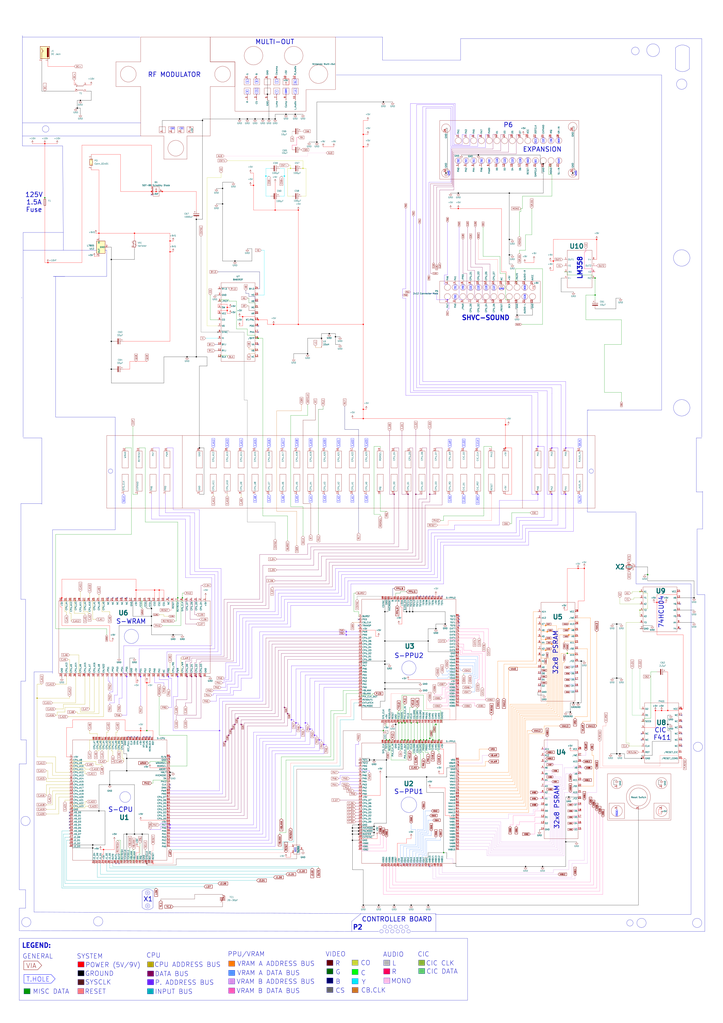
<source format=kicad_sch>
(kicad_sch (version 20250114) (generator "eeschema") (generator_version "9.0")
  (paper "A1" portrait)
  (title_block (title "SHVC-CPU-01") (date "2025-05-18") (rev "A") (company "License: CERN-OHL-S") (comment 1 "This Document Is Not Endorsed By Nintendo") (comment 2 "Documented by starlightk7 for Repair Usage") (comment 3 "Originally Designed By Nintendo") (comment 4 "Used In Launch Super Famicoms and SNES Units"))
  (lib_symbols
    (symbol "Connector:Jack-DC" (pin_names (offset 1.016))
      (property "Reference" "J" (at 0 5.334 0))
      (property "Value" "Jack-DC" (at 0 -5.08 0))
      (symbol "Jack-DC_1_1"
        (pin passive line (at 7.62 2.54 180) (length 2.54) (name "~") (number "1"))
        (pin passive line (at 7.62 -2.54 180) (length 2.54) (name "~") (number "2"))
      )
    )
    (symbol "Connector_Generic:Conn_02x01" (pin_names (offset 1.016) (hide yes))
      (property "Reference" "J" (at 1.27 2.54 0))
      (property "Value" "Conn_02x01" (at 1.27 -2.54 0))
      (symbol "Conn_02x01_1_1"
        (pin passive line (at -5.08 0 0) (length 3.81) (name "Pin_1") (number "1"))
        (pin passive line (at 7.62 0 180) (length 3.81) (name "Pin_2") (number "2"))
      )
    )
    (symbol "Device:C_Polarized" (pin_numbers (hide yes)) (pin_names (offset 0.254))
      (property "Reference" "C" (at 0.635 2.54 0))
      (property "Value" "C_Polarized" (at 0.635 -2.54 0))
      (symbol "C_Polarized_1_1"
        (pin passive line (at 0 3.81 270) (length 2.794) (name "~") (number "1"))
        (pin passive line (at 0 -3.81 90) (length 2.794) (name "~") (number "2"))
      )
    )
    (symbol "Device:C_Trim" (pin_numbers (hide yes)) (pin_names (offset 0.254) (hide yes))
      (property "Reference" "C" (at 1.524 -2.032 0))
      (property "Value" "C_Trim" (at 3.048 -3.556 0))
      (symbol "C_Trim_1_1"
        (pin passive line (at 0 3.81 270) (length 3.048) (name "~") (number "1"))
        (pin passive line (at 0 -3.81 90) (length 3.048) (name "~") (number "2"))
      )
    )
    (symbol "Device:Crystal_GND3" (pin_names (offset 1.016) (hide yes))
      (property "Reference" "Y" (at 0 5.715 0))
      (property "Value" "Crystal_GND3" (at 0 3.81 0))
      (symbol "Crystal_GND3_1_1"
        (pin passive line (at -3.81 0 0) (length 1.27) (name "1") (number "1"))
        (pin passive line (at 0 -5.08 90) (length 1.27) (name "3") (number "3"))
        (pin passive line (at 3.81 0 180) (length 1.27) (name "2") (number "2"))
      )
    )
    (symbol "Device:Fuse" (pin_numbers (hide yes)) (pin_names (offset 0))
      (property "Reference" "F" (at 2.032 0 90))
      (property "Value" "Fuse" (at -1.905 0 90))
      (symbol "Fuse_1_1"
        (pin passive line (at 0 3.81 270) (length 1.27) (name "~") (number "1"))
        (pin passive line (at 0 -3.81 90) (length 1.27) (name "~") (number "2"))
      )
    )
    (symbol "Device:L" (pin_numbers (hide yes)) (pin_names (offset 1.016) (hide yes))
      (property "Reference" "L" (at -1.27 0 90))
      (property "Value" "L" (at 1.905 0 90))
      (symbol "L_1_1"
        (pin passive line (at 0 3.81 270) (length 1.27) (name "1") (number "1"))
        (pin passive line (at 0 -3.81 90) (length 1.27) (name "2") (number "2"))
      )
    )
    (symbol "Device:L_Coupled_1324" (pin_names (offset 0.254) (hide yes))
      (property "Reference" "L" (at 0 4.445 0))
      (property "Value" "L_Coupled_1324" (at 0 -4.445 0))
      (symbol "L_Coupled_1324_1_1"
        (pin passive line (at -5.08 2.54 0) (length 2.54) (name "1") (number "1"))
        (pin passive line (at -5.08 -2.54 0) (length 2.54) (name "2") (number "2"))
        (pin passive line (at 5.08 2.54 180) (length 2.54) (name "3") (number "3"))
        (pin passive line (at 5.08 -2.54 180) (length 2.54) (name "4") (number "4"))
      )
    )
    (symbol "Device:Varistor" (pin_numbers (hide yes)) (pin_names (offset 0))
      (property "Reference" "RV" (at 3.175 0 90))
      (property "Value" "Varistor" (at -3.175 0 90))
      (symbol "Varistor_0_0"
        (text "U" (at -1.778 -2.032 0) (effects (font (size 1.27 1.27))))
      )
      (symbol "Varistor_1_1"
        (pin passive line (at 0 3.81 270) (length 1.27) (name "~") (number "1"))
        (pin passive line (at 0 -3.81 90) (length 1.27) (name "~") (number "2"))
      )
    )
    (symbol "OpenSFC:62PIN_SLOT"
      (symbol "62PIN_SLOT_1_1"
        (pin input line (at -187.96 -19.05 90) (length 2.54) (name "SYS_CLK") (number "1"))
        (pin output line (at -186.69 19.05 270) (length 2.54) (name "WRAM") (number "32"))
        (pin bidirectional line (at -176.53 -19.05 90) (length 2.54) (name "EXPAND") (number "2"))
        (pin input line (at -175.26 19.05 270) (length 2.54) (name "REFRESH") (number "33"))
        (pin input line (at -165.1 -19.05 90) (length 2.54) (name "PA6") (number "3"))
        (pin input line (at -163.83 19.05 270) (length 2.54) (name "PA7") (number "34"))
        (pin input line (at -153.67 -19.05 90) (length 2.54) (name "PRD") (number "4"))
        (pin input line (at -152.4 19.05 270) (length 2.54) (name "PWR") (number "35"))
        (pin power_in line (at -125.73 19.05 270) (length 2.54) (name "GND") (number "36"))
        (pin power_in line (at -125.73 -19.05 90) (length 2.54) (name "GND") (number "5"))
        (pin input line (at -114.3 19.05 270) (length 2.54) (name "CPU_A12") (number "37"))
        (pin input line (at -114.3 -19.05 90) (length 2.54) (name "CPU_A11") (number "6"))
        (pin input line (at -102.87 19.05 270) (length 2.54) (name "CPU_A13") (number "38"))
        (pin input line (at -102.87 -19.05 90) (length 2.54) (name "CPU_A10") (number "7"))
        (pin bidirectional line (at -91.44 19.05 270) (length 2.54) (name "CPU_A14") (number "39"))
        (pin input line (at -91.44 -19.05 90) (length 2.54) (name "CPU_A9") (number "8"))
        (pin input line (at -80.01 19.05 270) (length 2.54) (name "CPU_A15") (number "40"))
        (pin input line (at -80.01 -19.05 90) (length 2.54) (name "CPU_A8") (number "9"))
        (pin input line (at -68.58 19.05 270) (length 2.54) (name "CPU_A16") (number "41"))
        (pin input line (at -68.58 -19.05 90) (length 2.54) (name "CPU_A7") (number "10"))
        (pin input line (at -57.15 19.05 270) (length 2.54) (name "CPU_A17") (number "42"))
        (pin input line (at -57.15 -19.05 90) (length 2.54) (name "CPU_A6") (number "11"))
        (pin input line (at -45.72 19.05 270) (length 2.54) (name "CPU_A18") (number "43"))
        (pin input line (at -45.72 -19.05 90) (length 2.54) (name "CPU_A5") (number "12"))
        (pin input line (at -34.29 19.05 270) (length 2.54) (name "CPU_A19") (number "44"))
        (pin input line (at -34.29 -19.05 90) (length 2.54) (name "CPU_A4") (number "13"))
        (pin input line (at -22.86 19.05 270) (length 2.54) (name "CPU_A20") (number "45"))
        (pin input line (at -22.86 -19.05 90) (length 2.54) (name "CPU_A3") (number "14"))
        (pin input line (at -11.43 19.05 270) (length 2.54) (name "CPU_A21") (number "46"))
        (pin input line (at -11.43 -19.05 90) (length 2.54) (name "CPU_A2") (number "15"))
        (pin input line (at 0 19.05 270) (length 2.54) (name "CPU_A22") (number "47"))
        (pin input line (at 0 -19.05 90) (length 2.54) (name "CPU_A1") (number "16"))
        (pin input line (at 11.43 19.05 270) (length 2.54) (name "CPU_A23") (number "48"))
        (pin input line (at 11.43 -19.05 90) (length 2.54) (name "CPU_A0") (number "17"))
        (pin input line (at 22.86 19.05 270) (length 2.54) (name "ROMSEL") (number "49"))
        (pin output line (at 22.86 -19.05 90) (length 2.54) (name "IRQ") (number "18"))
        (pin bidirectional line (at 34.29 19.05 270) (length 2.54) (name "CPU_D4") (number "50"))
        (pin bidirectional line (at 34.29 -19.05 90) (length 2.54) (name "CPU_D0") (number "19"))
        (pin bidirectional line (at 45.72 -19.05 90) (length 2.54) (name "CPU_D1") (number "20"))
        (pin bidirectional line (at 46.99 19.05 270) (length 2.54) (name "CPU_D5") (number "51"))
        (pin bidirectional line (at 57.15 19.05 270) (length 2.54) (name "CPU_D6") (number "52"))
        (pin bidirectional line (at 57.15 -19.05 90) (length 2.54) (name "CPU_D2") (number "21"))
        (pin bidirectional line (at 68.58 19.05 270) (length 2.54) (name "CPU_D7") (number "53"))
        (pin bidirectional line (at 68.58 -19.05 90) (length 2.54) (name "CPU_D3") (number "22"))
        (pin input line (at 80.01 19.05 270) (length 2.54) (name "CPU_WR") (number "54"))
        (pin input line (at 80.01 -19.05 90) (length 2.54) (name "CPU_RD") (number "23"))
        (pin bidirectional line (at 91.44 19.05 270) (length 2.54) (name "CIC_D2") (number "55"))
        (pin bidirectional line (at 91.44 -19.05 90) (length 2.54) (name "CIC_D1") (number "24"))
        (pin output line (at 102.87 19.05 270) (length 2.54) (name "CIC_CLK") (number "56"))
        (pin input line (at 102.87 -19.05 90) (length 2.54) (name "CIC_RST") (number "25"))
        (pin input line (at 114.3 19.05 270) (length 2.54) (name "PHI2") (number "57"))
        (pin bidirectional line (at 114.3 -19.05 90) (length 2.54) (name "RESET") (number "26"))
        (pin power_in line (at 125.73 19.05 270) (length 2.54) (name "+5V") (number "58"))
        (pin power_in line (at 125.73 -19.05 90) (length 2.54) (name "+5V") (number "27"))
        (pin input line (at 152.4 19.05 270) (length 2.54) (name "PA1") (number "59"))
        (pin input line (at 152.4 -19.05 90) (length 2.54) (name "PA0") (number "28"))
        (pin input line (at 163.83 19.05 270) (length 2.54) (name "PA3") (number "60"))
        (pin input line (at 163.83 -19.05 90) (length 2.54) (name "PA2") (number "29"))
        (pin input line (at 175.26 19.05 270) (length 2.54) (name "PA5") (number "61"))
        (pin input line (at 175.26 -19.05 90) (length 2.54) (name "PA4") (number "30"))
        (pin input line (at 186.69 19.05 270) (length 2.54) (name "R.AUD_IN") (number "62"))
        (pin output line (at 186.69 -19.05 90) (length 2.54) (name "L.AUD_IN") (number "31"))
      )
    )
    (symbol "OpenSFC:74HCU04A"
      (property "Reference" "U" (at 0 -0.254 0))
      (symbol "74HCU04A_1_1"
        (pin power_in line (at -15.24 16.51 270) (length 2.54) (name "VCC") (number "14"))
        (pin input line (at -15.24 -16.51 90) (length 2.54) (name "A1") (number "1"))
        (pin input line (at -10.16 16.51 270) (length 2.54) (name "A6") (number "13"))
        (pin output line (at -10.16 -16.51 90) (length 2.54) (name "Y1") (number "2"))
        (pin output line (at -5.08 16.51 270) (length 2.54) (name "Y6") (number "12"))
        (pin input line (at -5.08 -16.51 90) (length 2.54) (name "A2") (number "3"))
        (pin input line (at 0 16.51 270) (length 2.54) (name "A5") (number "11"))
        (pin output line (at 0 -16.51 90) (length 2.54) (name "Y2") (number "4"))
        (pin output line (at 5.08 16.51 270) (length 2.54) (name "Y5") (number "10"))
        (pin input line (at 5.08 -16.51 90) (length 2.54) (name "A3") (number "5"))
        (pin input line (at 10.16 16.51 270) (length 2.54) (name "A4") (number "9"))
        (pin output line (at 10.16 -16.51 90) (length 2.54) (name "Y3") (number "6"))
        (pin output line (at 15.24 16.51 270) (length 2.54) (name "Y4") (number "8"))
        (pin power_in line (at 15.24 -16.51 90) (length 2.54) (name "GND") (number "7"))
      )
    )
    (symbol "OpenSFC:BA6592F"
      (property "Reference" "U" (at 0 0.508 0))
      (symbol "BA6592F_1_1"
        (pin output line (at -27.94 16.51 270) (length 2.54) (name "BY.O") (number "24"))
        (pin output line (at -27.94 -16.51 90) (length 2.54) (name "RY.O") (number "1"))
        (pin output line (at -22.86 16.51 270) (length 2.54) (name "YO") (number "23"))
        (pin power_in line (at -22.86 -16.51 90) (length 2.54) (name "GND") (number "2"))
        (pin input line (at -17.78 16.51 270) (length 2.54) (name "AB") (number "22"))
        (pin input line (at -17.78 -16.51 90) (length 2.54) (name "/PCP") (number "3"))
        (pin input line (at -12.7 16.51 270) (length 2.54) (name "AG") (number "21"))
        (pin input line (at -12.7 -16.51 90) (length 2.54) (name "SW") (number "4"))
        (pin input line (at -7.62 16.51 270) (length 2.54) (name "AR") (number "20"))
        (pin power_in line (at -7.62 -16.51 90) (length 2.54) (name "VCC") (number "5"))
        (pin input line (at -2.54 16.51 270) (length 2.54) (name "NT/PAL") (number "19"))
        (pin output line (at -2.54 -16.51 90) (length 2.54) (name "CO") (number "6"))
        (pin output line (at 2.54 16.51 270) (length 2.54) (name "PDO") (number "18"))
        (pin output line (at 2.54 -16.51 90) (length 2.54) (name "VO") (number "7"))
        (pin input line (at 7.62 16.51 270) (length 2.54) (name "PHA") (number "17"))
        (pin input line (at 7.62 -16.51 90) (length 2.54) (name "SYNC") (number "8"))
        (pin input line (at 12.7 16.51 270) (length 2.54) (name "/BFP") (number "16"))
        (pin input line (at 12.7 -16.51 90) (length 2.54) (name "YI") (number "9"))
        (pin output line (at 17.78 16.51 270) (length 2.54) (name "VA") (number "15"))
        (pin input line (at 17.78 -16.51 90) (length 2.54) (name "BY.I") (number "10"))
        (pin input line (at 22.86 16.51 270) (length 2.54) (name "VB") (number "14"))
        (pin input line (at 22.86 -16.51 90) (length 2.54) (name "RY.I") (number "11"))
        (pin input line (at 27.94 16.51 270) (length 2.54) (name "VC") (number "13"))
        (pin input line (at 27.94 -16.51 90) (length 2.54) (name "BLA") (number "12"))
      )
    )
    (symbol "OpenSFC:CIC_F411"
      (symbol "CIC_F411_1_1"
        (pin power_in line (at -33.02 16.51 270) (length 2.54) (name "VCC") (number "18"))
        (pin bidirectional line (at -33.02 -16.51 90) (length 2.54) (name "D2") (number "1"))
        (pin passive line (at -27.94 16.51 270) (length 2.54) (name "NC") (number "17"))
        (pin bidirectional line (at -27.94 -16.51 90) (length 2.54) (name "D1") (number "2"))
        (pin passive line (at -22.86 16.51 270) (length 2.54) (name "NC") (number "16"))
        (pin input line (at -22.86 -16.51 90) (length 2.54) (name "SEED") (number "3"))
        (pin passive line (at -17.78 16.51 270) (length 2.54) (name "NC") (number "15"))
        (pin input line (at -17.78 -16.51 90) (length 2.54) (name "") (number "4"))
        (pin passive line (at -12.7 16.51 270) (length 2.54) (name "NC") (number "14"))
        (pin passive line (at -12.7 -16.51 90) (length 2.54) (name "NC") (number "5"))
        (pin passive line (at -7.62 16.51 270) (length 2.54) (name "NC") (number "13"))
        (pin passive line (at -7.62 -16.51 90) (length 2.54) (name "NC") (number "6"))
        (pin passive line (at -2.54 16.51 270) (length 2.54) (name "NC") (number "12"))
        (pin input line (at -2.54 -16.51 90) (length 2.54) (name "CLK") (number "7"))
        (pin output line (at 2.54 16.51 270) (length 2.54) (name "/RESET_CIC") (number "11"))
        (pin input line (at 2.54 -16.51 90) (length 2.54) (name "RST") (number "8"))
        (pin output line (at 7.62 16.51 270) (length 2.54) (name "/RESET_CONS") (number "10"))
        (pin power_in line (at 7.62 -16.51 90) (length 2.54) (name "GND") (number "9"))
      )
    )
    (symbol "OpenSFC:D1"
      (property "Reference" "D" (at 0 0 0))
      (symbol "D1_1_1"
        (pin passive line (at -3.81 2.54 0) (length 1.27) (name "") (number "1"))
        (pin passive line (at -3.81 0 0) (length 1.27) (name "") (number "2"))
        (pin passive line (at -3.81 -2.54 0) (length 1.27) (name "") (number "3"))
        (pin passive line (at 5.08 0 180) (length 2.54) (name "") (number "4"))
      )
    )
    (symbol "OpenSFC:ExpansionConnector"
      (property "Reference" "U" (at -3.81 3.81 0))
      (symbol "ExpansionConnector_1_1"
        (pin power_in line (at -48.26 17.78 270) (length 3.81) (name "GND") (number "29"))
        (pin power_in line (at -48.26 -19.05 90) (length 3.81) (name "GND") (number "32"))
        (pin input line (at -38.1 10.16 90) (length 2.54) (name "PA1") (number "2"))
        (pin input line (at -38.1 -11.43 270) (length 2.54) (name "PA0") (number "1"))
        (pin input line (at -31.75 10.16 90) (length 2.54) (name "PA3") (number "4"))
        (pin input line (at -31.75 -11.43 270) (length 2.54) (name "PA2") (number "3"))
        (pin input line (at -25.4 10.16 90) (length 2.54) (name "PA5") (number "6"))
        (pin input line (at -25.4 -11.43 270) (length 2.54) (name "PA4") (number "5"))
        (pin input line (at -19.05 10.16 90) (length 2.54) (name "PA7") (number "8"))
        (pin input line (at -19.05 -11.43 270) (length 2.54) (name "PA6") (number "7"))
        (pin input line (at -12.7 10.16 90) (length 2.54) (name "PARD") (number "10"))
        (pin input line (at -12.7 -11.43 270) (length 2.54) (name "PAWR") (number "9"))
        (pin bidirectional line (at -6.35 10.16 90) (length 2.54) (name "D1") (number "12"))
        (pin bidirectional line (at -6.35 -11.43 270) (length 2.54) (name "D0") (number "11"))
        (pin bidirectional line (at 0 10.16 90) (length 2.54) (name "D3") (number "14"))
        (pin bidirectional line (at 0 -11.43 270) (length 2.54) (name "D2") (number "13"))
        (pin bidirectional line (at 6.35 10.16 90) (length 2.54) (name "D5") (number "16"))
        (pin bidirectional line (at 6.35 -11.43 270) (length 2.54) (name "D4") (number "15"))
        (pin bidirectional line (at 12.7 10.16 90) (length 2.54) (name "D7") (number "18"))
        (pin bidirectional line (at 12.7 -11.43 270) (length 2.54) (name "D6") (number "17"))
        (pin power_in line (at 19.05 10.16 90) (length 2.54) (name "VCC") (number "20"))
        (pin input line (at 19.05 -11.43 270) (length 2.54) (name "RESET") (number "19"))
        (pin input line (at 25.4 10.16 90) (length 2.54) (name "DOTCLK") (number "22"))
        (pin input line (at 25.4 -11.43 270) (length 2.54) (name "SMPCLK") (number "21"))
        (pin input line (at 31.75 10.16 90) (length 2.54) (name "EXPAND") (number "24"))
        (pin power_in line (at 31.75 -11.43 270) (length 2.54) (name "GND") (number "23"))
        (pin input line (at 38.1 10.16 90) (length 2.54) (name "IRQ") (number "26"))
        (pin output line (at 38.1 -11.43 270) (length 2.54) (name "MONO") (number "25"))
        (pin input line (at 44.45 10.16 90) (length 2.54) (name "SR-IN") (number "28"))
        (pin input line (at 44.45 -11.43 270) (length 2.54) (name "SL-IN") (number "27"))
        (pin power_in line (at 55.88 19.05 270) (length 3.81) (name "GND") (number "30"))
        (pin power_in line (at 55.88 -19.05 90) (length 3.81) (name "GND") (number "31"))
      )
    )
    (symbol "OpenSFC:MultiOut"
      (symbol "MultiOut_1_1"
        (pin input line (at -20.32 -13.97 90) (length 2.54) (name "G") (number "2"))
        (pin input line (at -20.32 -26.67 270) (length 5.08) (name "R") (number "1"))
        (pin input line (at -12.7 -13.97 90) (length 2.54) (name "B") (number "4"))
        (pin input line (at -12.7 -26.67 270) (length 5.08) (name "CS") (number "3"))
        (pin power_in line (at -3.81 -13.97 90) (length 2.54) (name "GND") (number "6"))
        (pin power_in line (at -3.81 -26.67 270) (length 5.08) (name "GND") (number "5"))
        (pin input line (at 3.81 -13.97 90) (length 2.54) (name "Chroma") (number "8"))
        (pin input line (at 3.81 -26.67 270) (length 5.08) (name "Luma") (number "7"))
        (pin input line (at 11.43 -13.97 90) (length 2.54) (name "+5V") (number "10"))
        (pin input line (at 11.43 -26.67 270) (length 5.08) (name "Comp") (number "9"))
        (pin input line (at 19.05 -13.97 90) (length 2.54) (name "R_Audio") (number "12"))
        (pin input line (at 19.05 -26.67 270) (length 5.08) (name "L_Audio") (number "11"))
      )
    )
    (symbol "OpenSFC:PC358C"
      (property "Reference" "U" (at 0 -1.27 0))
      (symbol "PC358C_1_1"
        (pin power_in line (at -7.62 11.43 270) (length 2.54) (name "V+") (number "8"))
        (pin output line (at -7.62 -13.97 90) (length 2.54) (name "OUT1") (number "1"))
        (pin output line (at -2.54 11.43 270) (length 2.54) (name "OUT2") (number "7"))
        (pin input line (at -2.54 -13.97 90) (length 2.54) (name "II1") (number "2"))
        (pin input line (at 2.54 11.43 270) (length 2.54) (name "II2") (number "6"))
        (pin input line (at 2.54 -13.97 90) (length 2.54) (name "IN1") (number "3"))
        (pin input line (at 7.62 11.43 270) (length 2.54) (name "IN2") (number "5"))
        (pin power_in line (at 7.62 -13.97 90) (length 2.54) (name "V-") (number "4"))
      )
    )
    (symbol "OpenSFC:RFSwitch"
      (property "Reference" "U" (at -1.27 -41.91 0))
      (symbol "RFSwitch_1_1"
        (pin power_in line (at -11.43 -35.56 270) (length 2.54) (name "") (number "1"))
        (pin input line (at -3.81 -35.56 270) (length 2.54) (name "") (number "2"))
        (pin input line (at 3.81 -35.56 270) (length 2.54) (name "") (number "3"))
        (pin power_in line (at 11.43 -35.56 270) (length 2.54) (name "") (number "4"))
      )
    )
    (symbol "OpenSFC:ResetSw"
      (property "Reference" "U" (at -8.382 5.842 0))
      (symbol "ResetSw_1_1"
        (pin power_in line (at -26.67 16.51 270) (length 2.54) (name "") (number "1"))
        (pin input line (at -26.67 -3.81 90) (length 2.54) (name "") (number "4"))
        (pin power_in line (at -8.89 -3.81 90) (length 2.54) (name "") (number "5"))
        (pin power_in line (at 10.16 16.51 270) (length 2.54) (name "") (number "2"))
        (pin power_in line (at 10.16 -3.81 90) (length 2.54) (name "") (number "3"))
      )
    )
    (symbol "OpenSFC:S-CPU"
      (property "Reference" "U" (at 0 0 0))
      (symbol "S-CPU_1_1"
        (pin input line (at -52.07 22.86 0) (length 2.54) (name "RDY") (number "81"))
        (pin output line (at -52.07 20.32 0) (length 2.54) (name "MEMLOCK") (number "82"))
        (pin output line (at -52.07 17.78 0) (length 2.54) (name "MFLAG") (number "83"))
        (pin output line (at -52.07 15.24 0) (length 2.54) (name "XFLAG") (number "84"))
        (pin power_in line (at -52.07 12.7 0) (length 2.54) (name "+5V") (number "85"))
        (pin output line (at -52.07 10.16 0) (length 2.54) (name "VPA") (number "86"))
        (pin output line (at -52.07 7.62 0) (length 2.54) (name "VDA") (number "87"))
        (pin output line (at -52.07 5.08 0) (length 2.54) (name "CLK") (number "88"))
        (pin output line (at -52.07 2.54 0) (length 2.54) (name "VEC_PULL") (number "89"))
        (pin power_in line (at -52.07 0 0) (length 2.54) (name "GND") (number "90"))
        (pin output line (at -52.07 -2.54 0) (length 2.54) (name "CPU_WR") (number "91"))
        (pin output line (at -52.07 -5.08 0) (length 2.54) (name "CPU_RD") (number "92"))
        (pin output line (at -52.07 -7.62 0) (length 2.54) (name "CPU_A0") (number "93"))
        (pin output line (at -52.07 -10.16 0) (length 2.54) (name "CPU_A1") (number "94"))
        (pin output line (at -52.07 -12.7 0) (length 2.54) (name "CPU_A2") (number "95"))
        (pin output line (at -52.07 -15.24 0) (length 2.54) (name "CPU_A3") (number "96"))
        (pin output line (at -52.07 -17.78 0) (length 2.54) (name "CPU_A4") (number "97"))
        (pin output line (at -52.07 -20.32 0) (length 2.54) (name "CPU_A5") (number "98"))
        (pin input line (at -52.07 -22.86 0) (length 2.54) (name "CPU_A6") (number "99"))
        (pin output line (at -52.07 -25.4 0) (length 2.54) (name "CPU_A7") (number "100"))
        (pin output line (at -35.56 36.83 270) (length 2.54) (name "R/W") (number "80"))
        (pin power_in line (at -35.56 -45.72 90) (length 2.54) (name "+5V") (number "1"))
        (pin power_in line (at -33.02 36.83 270) (length 2.54) (name "GND") (number "79"))
        (pin output line (at -33.02 -45.72 90) (length 2.54) (name "CPU_A8") (number "2"))
        (pin output line (at -30.48 36.83 270) (length 2.54) (name "WRAMSEL") (number "78"))
        (pin output line (at -30.48 -45.72 90) (length 2.54) (name "CPU_A9") (number "3"))
        (pin output line (at -27.94 36.83 270) (length 2.54) (name "ROMSEL") (number "77"))
        (pin output line (at -27.94 -45.72 90) (length 2.54) (name "CPU_A10") (number "4"))
        (pin input line (at -25.4 36.83 270) (length 2.54) (name "ABORT") (number "76"))
        (pin output line (at -25.4 -45.72 90) (length 2.54) (name "CPU_A11") (number "5"))
        (pin input line (at -22.86 36.83 270) (length 2.54) (name "HALT") (number "75"))
        (pin output line (at -22.86 -45.72 90) (length 2.54) (name "CPU_A12") (number "6"))
        (pin input line (at -20.32 36.83 270) (length 2.54) (name "HVCMODE") (number "74"))
        (pin output line (at -20.32 -45.72 90) (length 2.54) (name "CPU_A13") (number "7"))
        (pin input line (at -17.78 36.83 270) (length 2.54) (name "TM") (number "73"))
        (pin output line (at -17.78 -45.72 90) (length 2.54) (name "CPU_A14") (number "8"))
        (pin output line (at -15.24 36.83 270) (length 2.54) (name "PHI2") (number "72"))
        (pin output line (at -15.24 -45.72 90) (length 2.54) (name "CPU_A15") (number "9"))
        (pin output line (at -12.7 36.83 270) (length 2.54) (name "CLK") (number "71"))
        (pin output line (at -12.7 -45.72 90) (length 2.54) (name "CPU_A16") (number "10"))
        (pin output line (at -10.16 36.83 270) (length 2.54) (name "DMA") (number "70"))
        (pin output line (at -10.16 -45.72 90) (length 2.54) (name "CPU_A17") (number "11"))
        (pin output line (at -7.62 36.83 270) (length 2.54) (name "PWR") (number "69"))
        (pin output line (at -7.62 -45.72 90) (length 2.54) (name "CPU_A18") (number "12"))
        (pin output line (at -5.08 36.83 270) (length 2.54) (name "PRD") (number "68"))
        (pin output line (at -5.08 -45.72 90) (length 2.54) (name "CPU_A19") (number "13"))
        (pin bidirectional line (at -2.54 36.83 270) (length 2.54) (name "CPU_D7") (number "67"))
        (pin output line (at -2.54 -45.72 90) (length 2.54) (name "CPU_A20") (number "14"))
        (pin bidirectional line (at 0 36.83 270) (length 2.54) (name "CPU_D6") (number "66"))
        (pin output line (at 0 -45.72 90) (length 2.54) (name "CPU_A21") (number "15"))
        (pin bidirectional line (at 2.54 36.83 270) (length 2.54) (name "CPU_D5") (number "65"))
        (pin output line (at 2.54 -45.72 90) (length 2.54) (name "CPU_A22") (number "16"))
        (pin bidirectional line (at 5.08 36.83 270) (length 2.54) (name "CPU_D4") (number "64"))
        (pin output line (at 5.08 -45.72 90) (length 2.54) (name "CPU_A23") (number "17"))
        (pin bidirectional line (at 7.62 36.83 270) (length 2.54) (name "CPU_D3") (number "63"))
        (pin power_in line (at 7.62 -45.72 90) (length 2.54) (name "GND") (number "18"))
        (pin bidirectional line (at 10.16 36.83 270) (length 2.54) (name "CPU_D2") (number "62"))
        (pin bidirectional line (at 10.16 -45.72 90) (length 2.54) (name "JIO_D0") (number "19"))
        (pin bidirectional line (at 12.7 36.83 270) (length 2.54) (name "CPU_D1") (number "61"))
        (pin bidirectional line (at 12.7 -45.72 90) (length 2.54) (name "JIO_D1") (number "20"))
        (pin bidirectional line (at 15.24 36.83 270) (length 2.54) (name "CPU_D0") (number "60"))
        (pin bidirectional line (at 15.24 -45.72 90) (length 2.54) (name "JIO_D2") (number "21"))
        (pin power_in line (at 17.78 36.83 270) (length 2.54) (name "+5V") (number "59"))
        (pin bidirectional line (at 17.78 -45.72 90) (length 2.54) (name "JIO_D3") (number "22"))
        (pin output line (at 20.32 36.83 270) (length 2.54) (name "PA7") (number "58"))
        (pin bidirectional line (at 20.32 -45.72 90) (length 2.54) (name "JIO_D4") (number "23"))
        (pin output line (at 22.86 36.83 270) (length 2.54) (name "PA6") (number "57"))
        (pin bidirectional line (at 22.86 -45.72 90) (length 2.54) (name "JIO_D5") (number "24"))
        (pin output line (at 25.4 36.83 270) (length 2.54) (name "PA5") (number "56"))
        (pin bidirectional line (at 25.4 -45.72 90) (length 2.54) (name "JIO_D6") (number "25"))
        (pin output line (at 27.94 36.83 270) (length 2.54) (name "PA4") (number "55"))
        (pin bidirectional line (at 27.94 -45.72 90) (length 2.54) (name "JIO_D7") (number "26"))
        (pin output line (at 30.48 36.83 270) (length 2.54) (name "PA3") (number "54"))
        (pin input line (at 30.48 -45.72 90) (length 2.54) (name "J2_D0") (number "27"))
        (pin output line (at 33.02 36.83 270) (length 2.54) (name "PA2") (number "53"))
        (pin input line (at 33.02 -45.72 90) (length 2.54) (name "J2_D1") (number "28"))
        (pin output line (at 35.56 36.83 270) (length 2.54) (name "PA1") (number "52"))
        (pin input line (at 35.56 -45.72 90) (length 2.54) (name "J2_D2") (number "29"))
        (pin output line (at 38.1 36.83 270) (length 2.54) (name "PA0") (number "51"))
        (pin input line (at 38.1 -45.72 90) (length 2.54) (name "J2_D3") (number "30"))
        (pin input line (at 52.07 22.86 180) (length 2.54) (name "RESET") (number "50"))
        (pin input line (at 52.07 20.32 180) (length 2.54) (name "REF_EN") (number "49"))
        (pin input line (at 52.07 17.78 180) (length 2.54) (name "SYSCLK") (number "48"))
        (pin power_in line (at 52.07 15.24 180) (length 2.54) (name "GND") (number "47"))
        (pin input line (at 52.07 12.7 180) (length 2.54) (name "IRQ") (number "46"))
        (pin input line (at 52.07 10.16 180) (length 2.54) (name "NMI") (number "45"))
        (pin input line (at 52.07 7.62 180) (length 2.54) (name "VBLANK") (number "44"))
        (pin input line (at 52.07 5.08 180) (length 2.54) (name "HBLANK") (number "43"))
        (pin input line (at 52.07 2.54 180) (length 2.54) (name "TCKSEL1") (number "42"))
        (pin input line (at 52.07 0 180) (length 2.54) (name "TCKSEL0") (number "41"))
        (pin output line (at 52.07 -2.54 180) (length 2.54) (name "REFRESH") (number "40"))
        (pin output line (at 52.07 -5.08 180) (length 2.54) (name "OUT2") (number "39"))
        (pin output line (at 52.07 -7.62 180) (length 2.54) (name "OUT1") (number "38"))
        (pin output line (at 52.07 -10.16 180) (length 2.54) (name "OUT0") (number "37"))
        (pin output line (at 52.07 -12.7 180) (length 2.54) (name "J2_OE") (number "36"))
        (pin output line (at 52.07 -15.24 180) (length 2.54) (name "J1_OE") (number "35"))
        (pin power_in line (at 52.07 -17.78 180) (length 2.54) (name "+5V") (number "34"))
        (pin input line (at 52.07 -20.32 180) (length 2.54) (name "J1_D1") (number "33"))
        (pin input line (at 52.07 -22.86 180) (length 2.54) (name "J1_D0") (number "32"))
        (pin input line (at 52.07 -25.4 180) (length 2.54) (name "J2_D4") (number "31"))
      )
    )
    (symbol "OpenSFC:S-PPU1"
      (property "Reference" "U" (at 0 0 0))
      (symbol "S-PPU1_1_1"
        (pin power_in line (at -52.07 24.13 0) (length 2.54) (name "+5V") (number "81"))
        (pin output line (at -52.07 21.59 0) (length 2.54) (name "CHR3") (number "82"))
        (pin output line (at -52.07 19.05 0) (length 2.54) (name "CHR2") (number "83"))
        (pin output line (at -52.07 16.51 0) (length 2.54) (name "CHR1") (number "84"))
        (pin output line (at -52.07 13.97 0) (length 2.54) (name "CHR0") (number "85"))
        (pin output line (at -52.07 11.43 0) (length 2.54) (name "PRIO1") (number "86"))
        (pin output line (at -52.07 8.89 0) (length 2.54) (name "PRIO0") (number "87"))
        (pin output line (at -52.07 6.35 0) (length 2.54) (name "COLOR2") (number "88"))
        (pin output line (at -52.07 3.81 0) (length 2.54) (name "COLOR1") (number "89"))
        (pin output line (at -52.07 1.27 0) (length 2.54) (name "COLOR0") (number "90"))
        (pin bidirectional line (at -52.07 -1.27 0) (length 2.54) (name "VCLD") (number "91"))
        (pin bidirectional line (at -52.07 -3.81 0) (length 2.54) (name "HCLD") (number "92"))
        (pin output line (at -52.07 -6.35 0) (length 2.54) (name "PIX_CLK_OUT") (number "93"))
        (pin output line (at -52.07 -8.89 0) (length 2.54) (name "OVER") (number "94"))
        (pin bidirectional line (at -52.07 -11.43 0) (length 2.54) (name "FIELD") (number "95"))
        (pin power_in line (at -52.07 -13.97 0) (length 2.54) (name "GND") (number "96"))
        (pin input line (at -52.07 -16.51 0) (length 2.54) (name "PIX_CLK_IN") (number "97"))
        (pin input line (at -52.07 -19.05 0) (length 2.54) (name "RESET") (number "98"))
        (pin input line (at -52.07 -21.59 0) (length 2.54) (name "TST2") (number "99"))
        (pin input line (at -52.07 -24.13 0) (length 2.54) (name "SYS_CLK") (number "100"))
        (pin output line (at -35.56 38.1 270) (length 2.54) (name "VRD") (number "80"))
        (pin output line (at -35.56 -44.45 90) (length 2.54) (name "TST1") (number "1"))
        (pin output line (at -33.02 38.1 270) (length 2.54) (name "VBWR") (number "79"))
        (pin output line (at -33.02 -44.45 90) (length 2.54) (name "TST2") (number "2"))
        (pin output line (at -30.48 38.1 270) (length 2.54) (name "VAWR") (number "78"))
        (pin input line (at -30.48 -44.45 90) (length 2.54) (name "PRD") (number "3"))
        (pin power_in line (at -27.94 38.1 270) (length 2.54) (name "GND") (number "77"))
        (pin input line (at -27.94 -44.45 90) (length 2.54) (name "PWR") (number "4"))
        (pin output line (at -25.4 38.1 270) (length 2.54) (name "VAA0") (number "76"))
        (pin input line (at -25.4 -44.45 90) (length 2.54) (name "PA7") (number "5"))
        (pin output line (at -22.86 38.1 270) (length 2.54) (name "VAA1") (number "75"))
        (pin input line (at -22.86 -44.45 90) (length 2.54) (name "PA6") (number "6"))
        (pin output line (at -20.32 38.1 270) (length 2.54) (name "VAA2") (number "74"))
        (pin input line (at -20.32 -44.45 90) (length 2.54) (name "PA5") (number "7"))
        (pin output line (at -17.78 38.1 270) (length 2.54) (name "VAA3") (number "73"))
        (pin input line (at -17.78 -44.45 90) (length 2.54) (name "PA4") (number "8"))
        (pin output line (at -15.24 38.1 270) (length 2.54) (name "VAA4") (number "72"))
        (pin input line (at -15.24 -44.45 90) (length 2.54) (name "PA3") (number "9"))
        (pin output line (at -12.7 38.1 270) (length 2.54) (name "VAA5") (number "71"))
        (pin input line (at -12.7 -44.45 90) (length 2.54) (name "PA2") (number "10"))
        (pin output line (at -10.16 38.1 270) (length 2.54) (name "VAA6") (number "70"))
        (pin input line (at -10.16 -44.45 90) (length 2.54) (name "PA1") (number "11"))
        (pin output line (at -7.62 38.1 270) (length 2.54) (name "VAA7") (number "69"))
        (pin input line (at -7.62 -44.45 90) (length 2.54) (name "PA0") (number "12"))
        (pin output line (at -5.08 38.1 270) (length 2.54) (name "VAA8") (number "68"))
        (pin power_in line (at -5.08 -44.45 90) (length 2.54) (name "+5V") (number "13"))
        (pin output line (at -2.54 38.1 270) (length 2.54) (name "VAA9") (number "67"))
        (pin bidirectional line (at -2.54 -44.45 90) (length 2.54) (name "CPU_D7") (number "14"))
        (pin output line (at 0 38.1 270) (length 2.54) (name "VAA10") (number "66"))
        (pin bidirectional line (at 0 -44.45 90) (length 2.54) (name "CPU_D6") (number "15"))
        (pin output line (at 2.54 38.1 270) (length 2.54) (name "VAA11") (number "65"))
        (pin bidirectional line (at 2.54 -44.45 90) (length 2.54) (name "CPU_D5") (number "16"))
        (pin output line (at 5.08 38.1 270) (length 2.54) (name "VAA12") (number "64"))
        (pin bidirectional line (at 5.08 -44.45 90) (length 2.54) (name "CPU_D4") (number "17"))
        (pin output line (at 7.62 38.1 270) (length 2.54) (name "VAA13") (number "63"))
        (pin bidirectional line (at 7.62 -44.45 90) (length 2.54) (name "CPU_D3") (number "18"))
        (pin power_in line (at 10.16 38.1 270) (length 2.54) (name "+5V") (number "62"))
        (pin bidirectional line (at 10.16 -44.45 90) (length 2.54) (name "CPU_D2") (number "19"))
        (pin output line (at 12.7 38.1 270) (length 2.54) (name "VAB0") (number "61"))
        (pin bidirectional line (at 12.7 -44.45 90) (length 2.54) (name "CPU_D1") (number "20"))
        (pin output line (at 15.24 38.1 270) (length 2.54) (name "VAB1") (number "60"))
        (pin bidirectional line (at 15.24 -44.45 90) (length 2.54) (name "CPU_D0") (number "21"))
        (pin output line (at 17.78 38.1 270) (length 2.54) (name "VAB2") (number "59"))
        (pin power_in line (at 17.78 -44.45 90) (length 2.54) (name "GND") (number "22"))
        (pin output line (at 20.32 38.1 270) (length 2.54) (name "VAB3") (number "58"))
        (pin input line (at 20.32 -44.45 90) (length 2.54) (name "HVCMODE") (number "23"))
        (pin output line (at 22.86 38.1 270) (length 2.54) (name "VAB4") (number "57"))
        (pin input line (at 22.86 -44.45 90) (length 2.54) (name "PALMODE") (number "24"))
        (pin output line (at 25.4 38.1 270) (length 2.54) (name "VAB5") (number "56"))
        (pin input line (at 25.4 -44.45 90) (length 2.54) (name "MASTER") (number "25"))
        (pin output line (at 27.94 38.1 270) (length 2.54) (name "VAB6") (number "55"))
        (pin input line (at 27.94 -44.45 90) (length 2.54) (name "EXTSYNC") (number "26"))
        (pin output line (at 30.48 38.1 270) (length 2.54) (name "VAB7") (number "54"))
        (pin power_in line (at 30.48 -44.45 90) (length 2.54) (name "GND") (number "27"))
        (pin output line (at 33.02 38.1 270) (length 2.54) (name "VAB8") (number "53"))
        (pin bidirectional line (at 33.02 -44.45 90) (length 2.54) (name "VDB0") (number "28"))
        (pin output line (at 35.56 38.1 270) (length 2.54) (name "VAB9") (number "52"))
        (pin bidirectional line (at 35.56 -44.45 90) (length 2.54) (name "VDB1") (number "29"))
        (pin output line (at 38.1 38.1 270) (length 2.54) (name "VAB10") (number "51"))
        (pin bidirectional line (at 38.1 -44.45 90) (length 2.54) (name "VDB2") (number "30"))
        (pin output line (at 52.07 24.13 180) (length 2.54) (name "VAB11") (number "50"))
        (pin output line (at 52.07 21.59 180) (length 2.54) (name "VAB12") (number "49"))
        (pin output line (at 52.07 19.05 180) (length 2.54) (name "VAB13") (number "48"))
        (pin output line (at 52.07 16.51 180) (length 2.54) (name "VAB14") (number "47"))
        (pin output line (at 52.07 13.97 180) (length 2.54) (name "VAB15") (number "46"))
        (pin power_in line (at 52.07 11.43 180) (length 2.54) (name "GND") (number "45"))
        (pin bidirectional line (at 52.07 8.89 180) (length 2.54) (name "VDA7") (number "44"))
        (pin bidirectional line (at 52.07 6.35 180) (length 2.54) (name "VDA6") (number "43"))
        (pin bidirectional line (at 52.07 3.81 180) (length 2.54) (name "VDA5") (number "42"))
        (pin bidirectional line (at 52.07 1.27 180) (length 2.54) (name "VDA4") (number "41"))
        (pin bidirectional line (at 52.07 -1.27 180) (length 2.54) (name "VDA3") (number "40"))
        (pin bidirectional line (at 52.07 -3.81 180) (length 2.54) (name "VDA2") (number "39"))
        (pin bidirectional line (at 52.07 -6.35 180) (length 2.54) (name "VDA1") (number "38"))
        (pin bidirectional line (at 52.07 -8.89 180) (length 2.54) (name "VDA0") (number "37"))
        (pin power_in line (at 52.07 -11.43 180) (length 2.54) (name "+5V") (number "36"))
        (pin bidirectional line (at 52.07 -13.97 180) (length 2.54) (name "VDB7") (number "35"))
        (pin bidirectional line (at 52.07 -16.51 180) (length 2.54) (name "VDB6") (number "34"))
        (pin bidirectional line (at 52.07 -19.05 180) (length 2.54) (name "VDB5") (number "33"))
        (pin bidirectional line (at 52.07 -21.59 180) (length 2.54) (name "VDB4") (number "32"))
        (pin bidirectional line (at 52.07 -24.13 180) (length 2.54) (name "VDB3") (number "31"))
      )
    )
    (symbol "OpenSFC:S-PPU2"
      (property "Reference" "U" (at 0 0 0))
      (symbol "S-PPU2_1_1"
        (pin bidirectional line (at -52.07 24.13 0) (length 2.54) (name "TST4") (number "81"))
        (pin bidirectional line (at -52.07 21.59 0) (length 2.54) (name "TST5") (number "82"))
        (pin power_in line (at -52.07 19.05 0) (length 2.54) (name "+5V") (number "83"))
        (pin bidirectional line (at -52.07 16.51 0) (length 2.54) (name "TST6") (number "84"))
        (pin bidirectional line (at -52.07 13.97 0) (length 2.54) (name "TST7") (number "85"))
        (pin bidirectional line (at -52.07 11.43 0) (length 2.54) (name "TST8") (number "86"))
        (pin bidirectional line (at -52.07 8.89 0) (length 2.54) (name "TST9") (number "87"))
        (pin bidirectional line (at -52.07 6.35 0) (length 2.54) (name "TST10") (number "88"))
        (pin bidirectional line (at -52.07 3.81 0) (length 2.54) (name "TST11") (number "89"))
        (pin bidirectional line (at -52.07 1.27 0) (length 2.54) (name "TST12") (number "90"))
        (pin bidirectional line (at -52.07 -1.27 0) (length 2.54) (name "TST13") (number "91"))
        (pin bidirectional line (at -52.07 -3.81 0) (length 2.54) (name "TST14") (number "92"))
        (pin input line (at -52.07 -6.35 0) (length 2.54) (name "D.VID_EN") (number "93"))
        (pin power_in line (at -52.07 -8.89 0) (length 2.54) (name "+5VA") (number "94"))
        (pin output line (at -52.07 -11.43 0) (length 2.54) (name "R") (number "95"))
        (pin output line (at -52.07 -13.97 0) (length 2.54) (name "G") (number "96"))
        (pin output line (at -52.07 -16.51 0) (length 2.54) (name "B") (number "97"))
        (pin input line (at -52.07 -19.05 0) (length 2.54) (name "HVCMODE") (number "98"))
        (pin power_in line (at -52.07 -21.59 0) (length 2.54) (name "GND") (number "99"))
        (pin output line (at -52.07 -24.13 0) (length 2.54) (name "CSYNC") (number "100"))
        (pin bidirectional line (at -35.56 38.1 270) (length 2.54) (name "TST3") (number "80"))
        (pin output line (at -35.56 -44.45 90) (length 2.54) (name "BURST") (number "1"))
        (pin bidirectional line (at -33.02 38.1 270) (length 2.54) (name "TST2") (number "79"))
        (pin output line (at -33.02 -44.45 90) (length 2.54) (name "PED") (number "2"))
        (pin bidirectional line (at -30.48 38.1 270) (length 2.54) (name "TST1") (number "78"))
        (pin input line (at -30.48 -44.45 90) (length 2.54) (name "CB_CLK") (number "3"))
        (pin bidirectional line (at -27.94 38.1 270) (length 2.54) (name "TST0") (number "77"))
        (pin bidirectional line (at -27.94 -44.45 90) (length 2.54) (name "TRANSP") (number "4"))
        (pin input line (at -25.4 38.1 270) (length 2.54) (name "EXT7") (number "76"))
        (pin power_in line (at -25.4 -44.45 90) (length 2.54) (name "+5V") (number "5"))
        (pin input line (at -22.86 38.1 270) (length 2.54) (name "EXT6") (number "75"))
        (pin input line (at -22.86 -44.45 90) (length 2.54) (name "PWR") (number "6"))
        (pin input line (at -20.32 38.1 270) (length 2.54) (name "EXT5") (number "74"))
        (pin input line (at -20.32 -44.45 90) (length 2.54) (name "PRD") (number "7"))
        (pin input line (at -17.78 38.1 270) (length 2.54) (name "EXT4") (number "73"))
        (pin bidirectional line (at -17.78 -44.45 90) (length 2.54) (name "CPU_D7") (number "8"))
        (pin input line (at -15.24 38.1 270) (length 2.54) (name "EXT3") (number "72"))
        (pin bidirectional line (at -15.24 -44.45 90) (length 2.54) (name "CPU_D6") (number "9"))
        (pin input line (at -12.7 38.1 270) (length 2.54) (name "EXT2") (number "71"))
        (pin bidirectional line (at -12.7 -44.45 90) (length 2.54) (name "CPU_D5") (number "10"))
        (pin input line (at -10.16 38.1 270) (length 2.54) (name "EXT1") (number "70"))
        (pin bidirectional line (at -10.16 -44.45 90) (length 2.54) (name "CPU_D4") (number "11"))
        (pin input line (at -7.62 38.1 270) (length 2.54) (name "EXT0") (number "69"))
        (pin bidirectional line (at -7.62 -44.45 90) (length 2.54) (name "CPU_D3") (number "12"))
        (pin power_in line (at -5.08 38.1 270) (length 2.54) (name "GND") (number "68"))
        (pin bidirectional line (at -5.08 -44.45 90) (length 2.54) (name "CPU_D2") (number "13"))
        (pin input line (at -2.54 38.1 270) (length 2.54) (name "VDA7") (number "67"))
        (pin bidirectional line (at -2.54 -44.45 90) (length 2.54) (name "CPU_D1") (number "14"))
        (pin input line (at 0 38.1 270) (length 2.54) (name "VDA6") (number "66"))
        (pin bidirectional line (at 0 -44.45 90) (length 2.54) (name "CPU_D0") (number "15"))
        (pin input line (at 2.54 38.1 270) (length 2.54) (name "VDA5") (number "65"))
        (pin power_in line (at 2.54 -44.45 90) (length 2.54) (name "GND") (number "16"))
        (pin input line (at 5.08 38.1 270) (length 2.54) (name "VDA4") (number "64"))
        (pin input line (at 5.08 -44.45 90) (length 2.54) (name "PA7") (number "17"))
        (pin input line (at 7.62 38.1 270) (length 2.54) (name "VDA3") (number "63"))
        (pin input line (at 7.62 -44.45 90) (length 2.54) (name "PA6") (number "18"))
        (pin input line (at 10.16 38.1 270) (length 2.54) (name "VDA2") (number "62"))
        (pin input line (at 10.16 -44.45 90) (length 2.54) (name "PA5") (number "19"))
        (pin input line (at 12.7 38.1 270) (length 2.54) (name "VDA1") (number "61"))
        (pin input line (at 12.7 -44.45 90) (length 2.54) (name "PA4") (number "20"))
        (pin input line (at 15.24 38.1 270) (length 2.54) (name "VDA0") (number "60"))
        (pin input line (at 15.24 -44.45 90) (length 2.54) (name "PA3") (number "21"))
        (pin power_in line (at 17.78 38.1 270) (length 2.54) (name "+5V") (number "59"))
        (pin input line (at 17.78 -44.45 90) (length 2.54) (name "PA2") (number "22"))
        (pin input line (at 20.32 38.1 270) (length 2.54) (name "VDB7") (number "58"))
        (pin input line (at 20.32 -44.45 90) (length 2.54) (name "PA1") (number "23"))
        (pin input line (at 22.86 38.1 270) (length 2.54) (name "VDB6") (number "57"))
        (pin input line (at 22.86 -44.45 90) (length 2.54) (name "PA0") (number "24"))
        (pin input line (at 25.4 38.1 270) (length 2.54) (name "VDB5") (number "56"))
        (pin output line (at 25.4 -44.45 90) (length 2.54) (name "HBLANK") (number "25"))
        (pin input line (at 27.94 38.1 270) (length 2.54) (name "VDB4") (number "55"))
        (pin output line (at 27.94 -44.45 90) (length 2.54) (name "VBLANK") (number "26"))
        (pin input line (at 30.48 38.1 270) (length 2.54) (name "VDB3") (number "54"))
        (pin output line (at 30.48 -44.45 90) (length 2.54) (name "PIX_CLK_OUT") (number "27"))
        (pin input line (at 33.02 38.1 270) (length 2.54) (name "VDB2") (number "53"))
        (pin output line (at 33.02 -44.45 90) (length 2.54) (name "RESOUT1") (number "28"))
        (pin input line (at 35.56 38.1 270) (length 2.54) (name "VDB1") (number "52"))
        (pin input line (at 35.56 -44.45 90) (length 2.54) (name "EXTLATCH") (number "29"))
        (pin input line (at 38.1 38.1 270) (length 2.54) (name "VDB0") (number "51"))
        (pin input line (at 38.1 -44.45 90) (length 2.54) (name "PALMODE") (number "30"))
        (pin input line (at 52.07 24.13 180) (length 2.54) (name "OVER2") (number "50"))
        (pin input line (at 52.07 21.59 180) (length 2.54) (name "CHR3") (number "49"))
        (pin input line (at 52.07 19.05 180) (length 2.54) (name "CHR2") (number "48"))
        (pin input line (at 52.07 16.51 180) (length 2.54) (name "CHR1") (number "47"))
        (pin input line (at 52.07 13.97 180) (length 2.54) (name "CHR0") (number "46"))
        (pin input line (at 52.07 11.43 180) (length 2.54) (name "PRIO1") (number "45"))
        (pin input line (at 52.07 8.89 180) (length 2.54) (name "PRIO0") (number "44"))
        (pin input line (at 52.07 6.35 180) (length 2.54) (name "COLOR2") (number "43"))
        (pin input line (at 52.07 3.81 180) (length 2.54) (name "COLOR1") (number "42"))
        (pin input line (at 52.07 1.27 180) (length 2.54) (name "COLOR0") (number "41"))
        (pin input line (at 52.07 -1.27 180) (length 2.54) (name "VCLD") (number "40"))
        (pin input line (at 52.07 -3.81 180) (length 2.54) (name "HCLD") (number "39"))
        (pin input line (at 52.07 -6.35 180) (length 2.54) (name "PIX_CLK_IN") (number "38"))
        (pin input line (at 52.07 -8.89 180) (length 2.54) (name "OVER1") (number "37"))
        (pin input line (at 52.07 -11.43 180) (length 2.54) (name "FIELD") (number "36"))
        (pin power_in line (at 52.07 -13.97 180) (length 2.54) (name "GND") (number "35"))
        (pin input line (at 52.07 -16.51 180) (length 2.54) (name "RESET") (number "34"))
        (pin output line (at 52.07 -19.05 180) (length 2.54) (name "RESOUT0") (number "33"))
        (pin power_in line (at 52.07 -21.59 180) (length 2.54) (name "+5V") (number "32"))
        (pin input line (at 52.07 -24.13 180) (length 2.54) (name "SYS_CLK") (number "31"))
      )
    )
    (symbol "OpenSFC:S-WRAM"
      (property "Reference" "U" (at -8.89 12.7 0))
      (symbol "S-WRAM_1_1"
        (pin power_in line (at -57.15 33.02 270) (length 2.54) (name "GND") (number "64"))
        (pin power_in line (at -57.15 -31.75 90) (length 2.54) (name "+5V") (number "1"))
        (pin bidirectional line (at -53.34 33.02 270) (length 2.54) (name "CPU_D3") (number "63"))
        (pin bidirectional line (at -53.34 -31.75 90) (length 2.54) (name "CPU_D4") (number "2"))
        (pin bidirectional line (at -49.53 33.02 270) (length 2.54) (name "CPU_D2") (number "62"))
        (pin bidirectional line (at -49.53 -31.75 90) (length 2.54) (name "CPU_D5") (number "3"))
        (pin bidirectional line (at -45.72 33.02 270) (length 2.54) (name "CPU_D1") (number "61"))
        (pin bidirectional line (at -45.72 -31.75 90) (length 2.54) (name "CPU_D6") (number "4"))
        (pin bidirectional line (at -41.91 33.02 270) (length 2.54) (name "CPU_D0") (number "60"))
        (pin bidirectional line (at -41.91 -31.75 90) (length 2.54) (name "CPU_D7") (number "5"))
        (pin input line (at -38.1 33.02 270) (length 2.54) (name "CPU_/WR") (number "59"))
        (pin input line (at -38.1 -31.75 90) (length 2.54) (name "SYS_CLK") (number "6"))
        (pin input line (at -34.29 33.02 270) (length 2.54) (name "PWR") (number "58"))
        (pin input line (at -34.29 -31.75 90) (length 2.54) (name "REFRESH") (number "7"))
        (pin input line (at -30.48 33.02 270) (length 2.54) (name "CPU_/RD") (number "57"))
        (pin input line (at -30.48 -31.75 90) (length 2.54) (name "RESET") (number "8"))
        (pin input line (at -26.67 33.02 270) (length 2.54) (name "PRD") (number "56"))
        (pin passive line (at -26.67 -31.75 90) (length 2.54) (name "NC") (number "9"))
        (pin passive line (at -22.86 33.02 270) (length 2.54) (name "NC") (number "55"))
        (pin input line (at -22.86 -31.75 90) (length 2.54) (name "CS1") (number "10"))
        (pin input line (at -19.05 33.02 270) (length 2.54) (name "PA1") (number "54"))
        (pin input line (at -19.05 -31.75 90) (length 2.54) (name "CS2") (number "11"))
        (pin input line (at -15.24 33.02 270) (length 2.54) (name "PA0") (number "53"))
        (pin input line (at -15.24 -31.75 90) (length 2.54) (name "CS3") (number "12"))
        (pin input line (at -11.43 33.02 270) (length 2.54) (name "PS3") (number "52"))
        (pin input line (at -11.43 -31.75 90) (length 2.54) (name "/CS1") (number "13"))
        (pin input line (at -7.62 33.02 270) (length 2.54) (name "PS2") (number "51"))
        (pin input line (at -7.62 -31.75 90) (length 2.54) (name "/CS2") (number "14"))
        (pin input line (at -3.81 33.02 270) (length 2.54) (name "PS1") (number "50"))
        (pin input line (at -3.81 -31.75 90) (length 2.54) (name "/CS3") (number "15"))
        (pin power_in line (at 0 33.02 270) (length 2.54) (name "+5V") (number "49"))
        (pin power_in line (at 0 -31.75 90) (length 2.54) (name "+5V") (number "16"))
        (pin power_in line (at 3.81 33.02 270) (length 2.54) (name "GND") (number "48"))
        (pin power_in line (at 3.81 -31.75 90) (length 2.54) (name "GND") (number "17"))
        (pin input line (at 7.62 33.02 270) (length 2.54) (name "/PS5") (number "47"))
        (pin passive line (at 7.62 -31.75 90) (length 2.54) (name "NC") (number "18"))
        (pin input line (at 11.43 33.02 270) (length 2.54) (name "/PS4") (number "46"))
        (pin passive line (at 11.43 -31.75 90) (length 2.54) (name "NC") (number "19"))
        (pin input line (at 15.24 33.02 270) (length 2.54) (name "/PS3") (number "45"))
        (pin passive line (at 15.24 -31.75 90) (length 2.54) (name "NC") (number "20"))
        (pin input line (at 19.05 33.02 270) (length 2.54) (name "/PS2") (number "44"))
        (pin passive line (at 19.05 -31.75 90) (length 2.54) (name "NC") (number "21"))
        (pin input line (at 22.86 33.02 270) (length 2.54) (name "/PS1") (number "43"))
        (pin passive line (at 22.86 -31.75 90) (length 2.54) (name "NC") (number "22"))
        (pin input line (at 26.67 33.02 270) (length 2.54) (name "EN/A22") (number "42"))
        (pin input line (at 26.67 -31.75 90) (length 2.54) (name "CPU_A0") (number "23"))
        (pin input line (at 30.48 33.02 270) (length 2.54) (name "CPU_A8") (number "41"))
        (pin input line (at 30.48 -31.75 90) (length 2.54) (name "CPU_A9") (number "24"))
        (pin input line (at 34.29 33.02 270) (length 2.54) (name "CPU_A16") (number "40"))
        (pin input line (at 34.29 -31.75 90) (length 2.54) (name "CPU_A1") (number "25"))
        (pin input line (at 38.1 33.02 270) (length 2.54) (name "CPU_A7") (number "39"))
        (pin input line (at 38.1 -31.75 90) (length 2.54) (name "CPU_A10") (number "26"))
        (pin input line (at 41.91 33.02 270) (length 2.54) (name "CPU_A15") (number "38"))
        (pin input line (at 41.91 -31.75 90) (length 2.54) (name "CPU_A2") (number "27"))
        (pin input line (at 45.72 33.02 270) (length 2.54) (name "CPU_A6") (number "37"))
        (pin input line (at 45.72 -31.75 90) (length 2.54) (name "CPU_A11") (number "28"))
        (pin input line (at 49.53 33.02 270) (length 2.54) (name "CPU_A14") (number "36"))
        (pin input line (at 49.53 -31.75 90) (length 2.54) (name "CPU_A3") (number "29"))
        (pin input line (at 53.34 33.02 270) (length 2.54) (name "CPU_A5") (number "35"))
        (pin input line (at 53.34 -31.75 90) (length 2.54) (name "CPU_A12") (number "30"))
        (pin input line (at 57.15 33.02 270) (length 2.54) (name "CPU_A13") (number "34"))
        (pin input line (at 57.15 -31.75 90) (length 2.54) (name "CPU_A4") (number "31"))
        (pin power_in line (at 60.96 33.02 270) (length 2.54) (name "GND") (number "33"))
        (pin power_in line (at 60.96 -31.75 90) (length 2.54) (name "+5V") (number "32"))
      )
    )
    (symbol "OpenSFC:SHVC-SND-MB"
      (property "Reference" "U" (at 0.508 -8.128 0))
      (symbol "SHVC-SND-MB_1_1"
        (pin input line (at -34.29 6.35 90) (length 2.54) (name "PA6") (number "2"))
        (pin input line (at -34.29 -6.35 270) (length 2.54) (name "PA7") (number "1"))
        (pin input line (at -27.94 6.35 90) (length 2.54) (name "PA1") (number "4"))
        (pin input line (at -27.94 -6.35 270) (length 2.54) (name "PA0") (number "3"))
        (pin input line (at -21.59 6.35 90) (length 2.54) (name "/PRD") (number "6"))
        (pin input line (at -21.59 -6.35 270) (length 2.54) (name "/PWR") (number "5"))
        (pin bidirectional line (at -15.24 6.35 90) (length 2.54) (name "CPU_D1") (number "8"))
        (pin bidirectional line (at -15.24 -6.35 270) (length 2.54) (name "CPU_D0") (number "7"))
        (pin bidirectional line (at -8.89 6.35 90) (length 2.54) (name "CPU_D3") (number "10"))
        (pin bidirectional line (at -8.89 -6.35 270) (length 2.54) (name "CPU_D2") (number "9"))
        (pin bidirectional line (at -2.54 6.35 90) (length 2.54) (name "CPU_D5") (number "12"))
        (pin bidirectional line (at -2.54 -6.35 270) (length 2.54) (name "CPU_D4") (number "11"))
        (pin bidirectional line (at 3.81 6.35 90) (length 2.54) (name "CPU_D7") (number "14"))
        (pin bidirectional line (at 3.81 -6.35 270) (length 2.54) (name "CPU_D6") (number "13"))
        (pin passive line (at 10.16 6.35 90) (length 2.54) (name "NC") (number "16"))
        (pin input line (at 10.16 -6.35 270) (length 2.54) (name "/RESET") (number "15"))
        (pin power_in line (at 16.51 6.35 90) (length 2.54) (name "+5V") (number "18"))
        (pin input line (at 16.51 -6.35 270) (length 2.54) (name "DCK") (number "17"))
        (pin output line (at 22.86 6.35 90) (length 2.54) (name "/MUTE") (number "20"))
        (pin power_in line (at 22.86 -6.35 270) (length 2.54) (name "GND") (number "19"))
        (pin output line (at 29.21 6.35 90) (length 2.54) (name "AUDIO-R") (number "22"))
        (pin output line (at 29.21 -6.35 270) (length 2.54) (name "AUDIO-L") (number "21"))
        (pin power_in line (at 35.56 6.35 90) (length 2.54) (name "AVCC") (number "24"))
        (pin power_in line (at 35.56 -6.35 270) (length 2.54) (name "GND") (number "23"))
      )
    )
    (symbol "OpenSFC:SRAM_32x8"
      (property "Reference" "U" (at 1.016 1.016 0))
      (symbol "SRAM_32x8_1_1"
        (pin power_in line (at -33.02 16.51 270) (length 2.54) (name "VCC") (number "28"))
        (pin input line (at -33.02 -16.51 90) (length 2.54) (name "A14") (number "1"))
        (pin input line (at -27.94 16.51 270) (length 2.54) (name "/WE") (number "27"))
        (pin input line (at -27.94 -16.51 90) (length 2.54) (name "A12") (number "2"))
        (pin input line (at -22.86 16.51 270) (length 2.54) (name "A13") (number "26"))
        (pin input line (at -22.86 -16.51 90) (length 2.54) (name "A7") (number "3"))
        (pin input line (at -17.78 16.51 270) (length 2.54) (name "A8") (number "25"))
        (pin input line (at -17.78 -16.51 90) (length 2.54) (name "A6") (number "4"))
        (pin input line (at -12.7 16.51 270) (length 2.54) (name "A9") (number "24"))
        (pin input line (at -12.7 -16.51 90) (length 2.54) (name "A5") (number "5"))
        (pin input line (at -7.62 16.51 270) (length 2.54) (name "A11") (number "23"))
        (pin input line (at -7.62 -16.51 90) (length 2.54) (name "A4") (number "6"))
        (pin input line (at -2.54 16.51 270) (length 2.54) (name "/OE") (number "22"))
        (pin input line (at -2.54 -16.51 90) (length 2.54) (name "A3") (number "7"))
        (pin input line (at 2.54 16.51 270) (length 2.54) (name "A10") (number "21"))
        (pin input line (at 2.54 -16.51 90) (length 2.54) (name "A2") (number "8"))
        (pin input line (at 7.62 16.51 270) (length 2.54) (name "/CE") (number "20"))
        (pin input line (at 7.62 -16.51 90) (length 2.54) (name "A1") (number "9"))
        (pin input line (at 12.7 16.51 270) (length 2.54) (name "D7") (number "19"))
        (pin input line (at 12.7 -16.51 90) (length 2.54) (name "A0") (number "10"))
        (pin input line (at 17.78 16.51 270) (length 2.54) (name "D6") (number "18"))
        (pin output line (at 17.78 -16.51 90) (length 2.54) (name "D0") (number "11"))
        (pin input line (at 22.86 16.51 270) (length 2.54) (name "D5") (number "17"))
        (pin output line (at 22.86 -16.51 90) (length 2.54) (name "D1") (number "12"))
        (pin output line (at 27.94 16.51 270) (length 2.54) (name "D4") (number "16"))
        (pin output line (at 27.94 -16.51 90) (length 2.54) (name "D2") (number "13"))
        (pin output line (at 33.02 16.51 270) (length 2.54) (name "D3") (number "15"))
        (pin power_in line (at 33.02 -16.51 90) (length 2.54) (name "GND") (number "14"))
      )
    )
    (symbol "OpenSFC:T529D"
      (property "Reference" "U" (at 0 0 0))
      (symbol "T529D_1_1"
        (pin passive line (at -3.81 2.54 0) (length 1.27) (name "") (number "1"))
        (pin passive line (at -3.81 -2.54 0) (length 1.27) (name "") (number "2"))
        (pin passive line (at 5.08 0 180) (length 2.54) (name "") (number "3"))
      )
    )
    (symbol "Regulator_Linear:L7805" (pin_names (offset 0.254))
      (property "Reference" "U" (at -3.81 3.175 0))
      (property "Value" "L7805" (at 0 3.175 0))
      (symbol "L7805_1_1"
        (pin power_in line (at -7.62 0 0) (length 2.54) (name "IN") (number "1"))
        (pin power_in line (at 0 -7.62 90) (length 2.54) (name "GND") (number "2"))
        (pin power_out line (at 7.62 0 180) (length 2.54) (name "OUT") (number "3"))
      )
    )
    (symbol "power:+10V" (power) (pin_numbers (hide yes)) (pin_names (offset 0) (hide yes))
      (property "Value" "+10V" (at 0 3.556 0))
      (symbol "+10V_1_1"
        (pin power_in line (at 0 0 90) (length 0) (name "~") (number "1"))
      )
    )
    (symbol "power:+5V" (power) (pin_numbers (hide yes)) (pin_names (offset 0) (hide yes))
      (property "Value" "+5V" (at 0 3.556 0))
      (symbol "+5V_1_1"
        (pin power_in line (at 0 0 90) (length 0) (name "~") (number "1"))
      )
    )
    (symbol "power:+9V" (power) (pin_numbers (hide yes)) (pin_names (offset 0) (hide yes))
      (property "Value" "+9V" (at 0 3.556 0))
      (symbol "+9V_1_1"
        (pin power_in line (at 0 0 90) (length 0) (name "~") (number "1"))
      )
    )
    (symbol "power:GND" (power) (pin_numbers (hide yes)) (pin_names (offset 0) (hide yes))
      (property "Value" "GND" (at 0 -3.81 0))
      (symbol "GND_1_1"
        (pin power_in line (at 0 0 270) (length 0) (name "~") (number "1"))
      )
    )
  )
  (circle (center 326.7648 765.7107) (radius 1.4199))
  (circle (center 334.01 762) (radius 1.4199))
  (circle (center 560.07 212.09) (radius 6.7501))
  (rectangle (start 315.341 804.037) (end 320.421 808.482) (fill (type color) (color 255 186 229 1)))
  (circle (center 316.23 762) (radius 1.4199))
  (circle (center 121.285 744.855) (radius 1.7961))
  (rectangle (start 121.031 812.8) (end 126.111 817.245) (fill (type color) (color 0 172 180 1)))
  (rectangle (start 289.2383 811.8392) (end 294.3183 816.2842) (fill (type color) (color 204 115 31 1)))
  (rectangle (start 64.008 805.307) (end 69.088 809.752) (fill (type color) (color 85 22 22 1)))
  (circle (center 121.285 744.855) (radius 0.635))
  (circle (center 329.565 762) (radius 1.4199))
  (circle (center 560.07 335.28) (radius 6.7501))
  (circle (center 335.915 661.67) (radius 6.3817))
  (circle (center 37.465 106.045) (radius 2.6941))
  (circle (center 521.97 41.91) (radius 3.175))
  (bezier (pts (xy 288.925 757.555) (xy 288.925 757.555) (xy 296.545 751.205) (xy 296.545 751.205)))
  (circle (center 107.95 523.24) (radius 5.8544))
  (circle (center 572.77 758.825) (radius 3.81))
  (arc (start 554.99 39.37) (mid 560.705 37.0028) (end 566.42 39.37))
  (rectangle (start 343.879 789.4084) (end 348.959 793.8534) (fill (type color) (color 137 180 50 1)))
  (rectangle (start 187.833 812.292) (end 192.913 816.737) (fill (type color) (color 255 87 179 1)))
  (circle (center 536.575 41.275) (radius 5.2363))
  (circle (center 331.2098 765.7107) (radius 1.4199))
  (circle (center 560.07 69.215) (radius 4.2597))
  (circle (center 313.4298 765.7107) (radius 1.4199))
  (rectangle (start 289.179 789.305) (end 294.259 793.75) (fill (type color) (color 201 213 53 1)))
  (arc (start 566.42 56.515) (mid 560.705 58.8822) (end 554.99 56.515))
  (circle (center 90.805 387.35) (radius 1.7961))
  (circle (center 322.3198 765.7107) (radius 1.4199))
  (circle (center 573.405 614.045) (radius 3.81))
  (rectangle (start 268.478 804.037) (end 273.558 808.482) (fill (type color) (color 0 0 100 1)))
  (circle (center 335.915 549.275) (radius 5.8544))
  (rectangle (start 289.179 796.925) (end 294.259 801.37) (fill (type color) (color 0 255 3 1)))
  (rectangle (start 268.478 796.417) (end 273.558 800.862) (fill (type color) (color 0 100 0 1)))
  (rectangle (start 315.214 796.417) (end 320.294 800.862) (fill (type color) (color 255 0 85 1)))
  (rectangle (start 121.158 790.702) (end 126.238 795.147) (fill (type color) (color 182 165 0 1)))
  (circle (center 335.6548 765.7107) (radius 1.4199))
  (rectangle (start 187.833 797.687) (end 192.913 802.132) (fill (type color) (color 78 144 255 1)))
  (rectangle (start 268.478 811.657) (end 273.558 816.102) (fill (type color) (color 100 100 100 1)))
  (rectangle (start 187.833 804.672) (end 192.913 809.117) (fill (type color) (color 215 142 230 1)))
  (rectangle (start 315.214 789.432) (end 320.294 793.877) (fill (type color) (color 180 180 180 1)))
  (rectangle (start 121.158 805.307) (end 126.238 809.752) (fill (type color) (color 103 29 255 1)))
  (rectangle (start 268.478 789.432) (end 273.558 793.877) (fill (type color) (color 100 0 0 1)))
  (rectangle (start 289.179 804.545) (end 294.259 808.99) (fill (type color) (color 0 231 246 1)))
  (circle (center 21.59 758.19) (radius 3.81))
  (circle (center 317.8748 765.7107) (radius 1.4199))
  (circle (center 20.955 675.005) (radius 3.81))
  (circle (center 320.675 762) (radius 1.4199))
  (circle (center 121.285 734.06) (radius 0.635))
  (rectangle (start 64.008 797.941) (end 69.088 802.386) (fill (type color) (color 0 0 0 1)))
  (circle (center 80.645 757.555) (radius 3.81))
  (arc (start 116.84 732.79) (mid 121.285 730.9488) (end 125.73 732.79))
  (rectangle (start 15.748 771.525) (end 384.175 822.452))
  (circle (center 517.525 758.825) (radius 2.6182))
  (circle (center 485.775 387.35) (radius 1.7961))
  (circle (center 121.285 734.06) (radius 1.7961))
  (rectangle (start 64.008 790.702) (end 69.088 795.147) (fill (type color) (color 255 0 0 1)))
  (circle (center 102.87 655.32) (radius 4.445))
  (rectangle (start 343.916 796.163) (end 348.996 800.608) (fill (type color) (color 91 201 106 1)))
  (circle (center 325.12 762) (radius 1.4199))
  (rectangle (start 19.685 812.8) (end 24.765 817.245) (fill (type color) (color 0 150 0 1)))
  (circle (center 527.05 758.825) (radius 3.81))
  (rectangle (start 63.881 812.673) (end 68.961 817.118) (fill (type color) (color 255 120 120 1)))
  (arc (start 125.73 746.1249) (mid 121.285 747.9661) (end 116.84 746.1249))
  (rectangle (start 187.833 790.067) (end 192.913 794.512) (fill (type color) (color 255 120 0 1)))
  (rectangle (start 121.158 798.322) (end 126.238 802.767) (fill (type color) (color 127 0 80 1)))
  (text "CO" (at 300.355 791.845 0) (effects (font (size 3.81 3.81) (thickness 0.254) (bold yes))))
  (text "POWER (5V/9V)" (at 92.837 793.496 0) (effects (font (size 3.81 3.81) (thickness 0.254) (bold yes))))
  (text "CPU" (at 126.111 785.622 0) (effects (font (size 3.81 3.81) (thickness 0.254) (bold yes))))
  (text "CB.CLK" (at 306.832 814.324 0) (effects (font (size 3.81 3.81) (thickness 0.254) (bold yes))))
  (text "B" (at 277.749 807.212 0) (effects (font (size 3.81 3.81) (thickness 0.254) (bold yes))))
  (text "MONO" (at 329.565 806.704 0) (effects (font (size 3.81 3.81) (thickness 0.254) (bold yes))))
  (text "VRAM A DATA BUS" (at 220.599 800.1 0) (effects (font (size 3.81 3.81) (thickness 0.254) (bold yes))))
  (text "P. ADDRESS BUS" (at 151.511 807.974 0) (effects (font (size 3.81 3.81) (thickness 0.254) (bold yes))))
  (text "S-PPU2" (at 336.042 539.242 0) (effects (font (size 3.81 3.81) (thickness 0.4763))))
  (text "VRAM B ADDRESS BUS" (at 226.441 807.212 0) (effects (font (size 3.81 3.81) (thickness 0.254) (bold yes))))
  (text "DATA BUS" (at 141.097 800.862 0) (effects (font (size 3.81 3.81) (thickness 0.254) (bold yes))))
  (text "C" (at 298.45 800.1 0) (effects (font (size 3.81 3.81) (thickness 0.254) (bold yes))))
  (text "R" (at 323.85 799.084 0) (effects (font (size 3.81 3.81) (thickness 0.254) (bold yes))))
  (text "INPUT BUS\n" (at 142.748 815.467 0) (effects (font (size 3.81 3.81) (thickness 0.254) (bold yes))))
  (text "VRAM B DATA BUS" (at 220.345 814.832 0) (effects (font (size 3.81 3.81) (thickness 0.254) (bold yes))))
  (text "MISC DATA\n" (at 41.91 815.34 0) (effects (font (size 3.81 3.81) (thickness 0.254) (bold yes))))
  (text "GENERAL" (at 30.988 786.384 0) (effects (font (size 3.81 3.81) (thickness 0.254) (bold yes))))
  (text "VIDEO" (at 275.717 784.606 0) (effects (font (size 3.81 3.81) (thickness 0.254) (bold yes))))
  (text "PPU/VRAM" (at 202.311 784.606 0) (effects (font (size 3.81 3.81) (thickness 0.254) (bold yes))))
  (text "74HCU04" (at 543.306 503.174 90) (effects (font (size 3.81 3.81) (thickness 0.4763))))
  (text "CONTROLLER BOARD" (at 326.136 755.904 0) (effects (font (size 3.81 3.81) (thickness 0.4763))))
  (text "LEGEND:" (at 29.972 777.494 0) (effects (font (size 3.81 3.81) (thickness 0.762) (bold yes))))
  (text "32x8 PSRAM" (at 456.438 536.448 90) (effects (font (size 3.81 3.81) (thickness 0.4763))))
  (text "S-CPU" (at 99.06 665.734 0) (effects (font (size 3.81 3.81) (thickness 0.4763))))
  (text "L" (at 323.85 792.099 0) (effects (font (size 3.81 3.81) (thickness 0.254) (bold yes))))
  (text "125V\n1.5A\nFuse" (at 27.94 166.37 0) (effects (font (size 3.81 3.81) (thickness 0.4763))))
  (text "GROUND" (at 81.661 800.608 0) (effects (font (size 3.81 3.81) (thickness 0.254) (bold yes))))
  (text "AUDIO" (at 323.215 784.86 0) (effects (font (size 3.81 3.81) (thickness 0.254) (bold yes))))
  (text "CPU ADDRESS BUS" (at 154.051 793.242 0) (effects (font (size 3.81 3.81) (thickness 0.254) (bold yes))))
  (text "RESET" (at 78.359 815.34 0) (effects (font (size 3.81 3.81) (thickness 0.254) (bold yes))))
  (text "SHVC-SOUND" (at 399.034 261.366 0) (effects (font (size 3.81 3.81) (thickness 0.762) (bold yes))))
  (text "Y" (at 298.831 807.593 0) (effects (font (size 3.81 3.81) (thickness 0.254) (bold yes))))
  (text "SYSTEM" (at 73.787 786.384 0) (effects (font (size 3.81 3.81) (thickness 0.254) (bold yes))))
  (text "32x8 PSRAM" (at 457.454 663.702 90) (effects (font (size 3.81 3.81) (thickness 0.4763))))
  (text "U11" (at 242.57 698.754 90) (effects (font (size 1.27 1.27) (thickness 0.254) (bold yes))))
  (text "S-PPU1" (at 335.788 651.002 0) (effects (font (size 3.81 3.81) (thickness 0.4763))))
  (text "P2" (at 293.878 762.508 0) (effects (font (size 3.81 3.81) (thickness 0.762) (bold yes))))
  (text "S-WRAM" (at 107.696 511.048 0) (effects (font (size 3.81 3.81) (thickness 0.4763))))
  (text "VRAM A ADDRESS BUS" (at 226.695 792.48 0) (effects (font (size 3.81 3.81) (thickness 0.254) (bold yes))))
  (text "CIC" (at 347.943 784.7094 0) (effects (font (size 3.81 3.81) (thickness 0.254) (bold yes))))
  (text "CIC \nF411" (at 544.068 603.504 0) (effects (font (size 3.81 3.81) (thickness 0.4763))))
  (text "EXPANSION" (at 445.516 122.936 0) (effects (font (size 3.81 3.81) (thickness 0.4763))))
  (text "LM358" (at 476.504 220.218 90) (effects (font (size 3.81 3.81) (thickness 0.762) (bold yes))))
  (text "MULTI-OUT" (at 225.806 34.544 0) (effects (font (size 3.81 3.81) (thickness 0.4763))))
  (text "CS" (at 279.527 814.578 0) (effects (font (size 3.81 3.81) (thickness 0.254) (bold yes))))
  (text "CIC CLK" (at 361.659 792.0754 0) (effects (font (size 3.81 3.81) (thickness 0.254) (bold yes))))
  (text "R" (at 277.495 792.226 0) (effects (font (size 3.81 3.81) (thickness 0.254) (bold yes))))
  (text "RF MODULATOR" (at 143.256 61.468 0) (effects (font (size 3.81 3.81) (thickness 0.4763))))
  (text "CIC DATA" (at 363.22 798.83 0) (effects (font (size 3.81 3.81) (thickness 0.254) (bold yes))))
  (text "X1" (at 121.666 739.394 0) (effects (font (size 3.81 3.81) (thickness 0.4763))))
  (text "SYSCLK" (at 80.645 807.72 0) (effects (font (size 3.81 3.81) (thickness 0.254) (bold yes))))
  (text "P6" (at 417.576 102.87 0) (effects (font (size 3.81 3.81) (thickness 0.4763))))
  (text "G" (at 277.749 799.338 0) (effects (font (size 3.81 3.81) (thickness 0.254) (bold yes))))
  (junction (at 226.06 172.72) (color 255 0 0 1))
  (junction (at 124.46 514.35) (color 0 0 0 1))
  (junction (at 538.48 584.2) (color 255 0 0 1))
  (junction (at 351.79 744.22) (color 0 0 0 1))
  (junction (at 104.14 633.73) (color 0 0 0 1))
  (junction (at 474.98 577.85) (color 0 0 0 1))
  (junction (at 219.71 77.47) (color 0 0 0 1))
  (junction (at 239.4129 591.82) (color 103 29 255 1))
  (junction (at 289.56 685.8) (color 0 0 0 1))
  (junction (at 444.5 656.59) (color 215 142 230 1))
  (junction (at 203.2 97.79) (color 0 0 0 1))
  (junction (at 142.24 521.97) (color 0 0 0 1))
  (junction (at 446.3838 134.6421) (color 0 0 0 1))
  (junction (at 480.06 467.36) (color 255 0 0 1))
  (junction (at 104.14 556.26) (color 103 29 255 1))
  (junction (at 208.28 152.4) (color 255 0 0 1))
  (junction (at 448.31 514.35) (color 255 120 0 1))
  (junction (at 193.04 214.63) (color 0 0 0 1))
  (junction (at 342.9 594.36))
  (junction (at 527.05 623.57) (color 0 0 0 1))
  (junction (at 139.7 635) (color 0 0 0 1))
  (junction (at 139.7 198.12) (color 255 0 0 1))
  (junction (at 506.73 557.53) (color 0 0 0 1))
  (junction (at 490.22 196.85) (color 255 0 0 1))
  (junction (at 63.5 88.9) (color 0 0 0 1))
  (junction (at 350.52 638.81) (color 0 0 0 1))
  (junction (at 146.05 491.49))
  (junction (at 474.98 467.36) (color 255 0 0 1))
  (junction (at 233.68 581.66) (color 127 0 80 1))
  (junction (at 226.06 97.79) (color 0 0 0 1))
  (junction (at 128.27 157.48) (color 255 0 0 1))
  (junction (at 186.69 252.73) (color 255 0 0 1))
  (junction (at 125.73 709.93) (color 255 120 120 1))
  (junction (at 161.29 180.34) (color 0 0 0 1))
  (junction (at 367.6438 246.4021) (color 103 29 255 1))
  (junction (at 104.14 623.57) (color 0 0 0 1))
  (junction (at 464.82 692.15) (color 0 0 0 1))
  (junction (at 76.2 697.23) (color 0 0 0 1))
  (junction (at 120.65 561.34) (color 255 0 0 1))
  (junction (at 220.98 97.79) (color 0 0 0 1))
  (junction (at 149.86 491.49))
  (junction (at 337.82 744.22) (color 0 0 0 1))
  (junction (at 238.76 138.43) (color 201 213 53 1))
  (junction (at 254.6529 599.44) (color 103 29 255 1))
  (junction (at 124.46 500.38) (color 0 0 0 1))
  (junction (at 424.7938 259.1021) (color 0 0 0 1))
  (junction (at 289.56 683.26) (color 0 0 0 1))
  (junction (at 198.12 595.63) (color 127 0 80 1))
  (junction (at 264.16 278.13) (color 0 0 0 1))
  (junction (at 548.64 584.2) (color 255 0 0 1))
  (junction (at 441.96 367.03) (color 103 29 255 1))
  (junction (at 196.85 97.79) (color 0 0 0 1))
  (junction (at 316.23 561.34) (color 0 0 0 1))
  (junction (at 139.7 207.01) (color 255 0 0 1))
  (junction (at 91.44 280.67) (color 0 0 0 1))
  (junction (at 36.83 118.11) (color 255 0 0 1))
  (junction (at 133.35 157.48) (color 255 0 0 1))
  (junction (at 418.4438 209.5721) (color 0 0 0 1))
  (junction (at 509.27 619.76) (color 0 0 0 1))
  (junction (at 467.36 521.97) (color 255 120 0 1))
  (junction (at 335.28 406.4) (color 127 0 80 1))
  (junction (at 358.14 595.63))
  (junction (at 449.58 519.43) (color 255 120 0 1))
  (junction (at 90.17 645.16) (color 0 0 0 1))
  (junction (at 316.23 546.1) (color 0 0 0 1))
  (junction (at 110.49 685.8) (color 0 0 0 1))
  (junction (at 337.82 594.36))
  (junction (at 316.23 527.05) (color 0 0 0 1))
  (junction (at 448.31 525.78) (color 255 120 0 1))
  (junction (at 467.36 655.32) (color 0 0 0 1))
  (junction (at 289.56 680.72) (color 0 0 0 1))
  (junction (at 314.96 83.82) (color 0 0 0 1))
  (junction (at 445.77 712.47) (color 0 0 0 1))
  (junction (at 339.09 502.92) (color 0 0 0 1))
  (junction (at 532.13 472.44))
  (junction (at 91.44 303.53) (color 0 0 0 1))
  (junction (at 81.28 191.77) (color 255 0 0 1))
  (junction (at 448.31 534.67) (color 255 120 0 1))
  (junction (at 163.83 368.3) (color 0 0 0 1))
  (junction (at 488.95 242.57))
  (junction (at 453.39 529.59) (color 255 120 0 1))
  (junction (at 138.43 556.26) (color 103 29 255 1))
  (junction (at 294.64 685.8) (color 0 0 0 1))
  (junction (at 453.39 406.4) (color 103 29 255 1))
  (junction (at 307.34 624.84) (color 0 0 0 1))
  (junction (at 335.28 608.33))
  (junction (at 317.5 624.84) (color 0 0 0 1))
  (junction (at 124.46 157.48) (color 255 0 0 1))
  (junction (at 303.53 624.84) (color 0 0 0 1))
  (junction (at 153.67 293.37) (color 0 0 0 1))
  (junction (at 245.11 266.7) (color 255 0 0 1))
  (junction (at 190.5 599.44) (color 127 0 80 1))
  (junction (at 120.65 600.71))
  (junction (at 570.23 491.49) (color 0 0 0 1))
  (junction (at 165.1 556.26) (color 127 0 80 1))
  (junction (at 161.29 293.37) (color 0 0 0 1))
  (junction (at 470.5138 142.2621) (color 0 0 0 1))
  (junction (at 353.06 406.4) (color 127 0 80 1))
  (junction (at 139.7 678.18) (color 103 29 255 1))
  (junction (at 358.14 516.89) (color 0 0 0 1))
  (junction (at 199.39 260.35) (color 255 0 0 1))
  (junction (at 353.06 607.06))
  (junction (at 365.76 513.08) (color 0 0 0 1))
  (junction (at 548.64 595.63) (color 0 0 0 1))
  (junction (at 153.67 556.26) (color 127 0 80 1))
  (junction (at 157.48 556.26) (color 127 0 80 1))
  (junction (at 284.48 519.43) (color 103 29 255 1))
  (junction (at 298.45 120.65) (color 255 0 0 1))
  (junction (at 464.82 406.4) (color 103 29 255 1))
  (junction (at 242.57 93.98) (color 0 0 0 1))
  (junction (at 245.11 172.72) (color 255 0 0 1))
  (junction (at 471.17 577.85) (color 0 0 0 1))
  (junction (at 525.78 486.41) (color 137 180 50 1))
  (junction (at 307.34 681.99) (color 0 0 0 1))
  (junction (at 187.96 604.52) (color 127 0 80 1))
  (junction (at 260.35 116.84) (color 0 0 0 1))
  (junction (at 298.45 344.17) (color 255 0 0 1))
  (junction (at 340.36 608.33))
  (junction (at 182.88 167.64) (color 0 0 0 1))
  (junction (at 560.07 582.93) (color 255 0 0 1))
  (junction (at 364.49 701.04))
  (junction (at 212.09 262.89) (color 255 0 0 1))
  (junction (at 166.37 99.06) (color 0 0 0 1))
  (junction (at 120.65 709.93) (color 85 22 22 1))
  (junction (at 415.29 368.3) (color 255 0 0 1))
  (junction (at 351.79 527.05) (color 0 0 0 1))
  (junction (at 447.04 615.95) (color 215 142 230 1))
  (junction (at 248.92 138.43) (color 201 213 53 1))
  (junction (at 317.5 638.81) (color 0 0 0 1))
  (junction (at 327.66 594.36))
  (junction (at 330.2 594.36))
  (junction (at 218.44 144.78) (color 0 231 246 1))
  (junction (at 298.45 110.49) (color 255 0 0 1))
  (junction (at 506.73 513.08) (color 0 0 0 1))
  (junction (at 91.44 213.36) (color 0 0 0 1))
  (junction (at 360.68 608.33))
  (junction (at 376.5338 171.4721) (color 255 0 0 1))
  (junction (at 488.95 228.6))
  (junction (at 506.73 619.76) (color 0 0 0 1))
  (junction (at 350.52 608.33))
  (junction (at 294.64 683.26) (color 0 0 0 1))
  (junction (at 560.07 623.57) (color 255 120 120 1))
  (junction (at 317.5 608.33))
  (junction (at 341.63 406.4) (color 127 0 80 1))
  (junction (at 376.5338 158.7721) (color 0 0 0 1))
  (junction (at 454.66 214.63) (color 255 0 0 1))
  (junction (at 139.7 637.54) (color 0 0 0 1))
  (junction (at 250.8429 594.36) (color 103 29 255 1))
  (junction (at 215.9 97.79) (color 0 0 0 1))
  (junction (at 294.64 678.18) (color 0 0 0 1))
  (junction (at 186.69 255.27) (color 255 0 0 1))
  (junction (at 212.09 278.13))
  (junction (at 347.98 608.33))
  (junction (at 104.14 685.8) (color 0 0 0 1))
  (junction (at 146.05 556.26) (color 103 29 255 1))
  (junction (at 66.04 82.55) (color 0 0 0 1))
  (junction (at 115.57 600.71) (color 255 0 0 1))
  (junction (at 316.23 502.92) (color 0 0 0 1))
  (junction (at 262.2729 608.33) (color 103 29 255 1))
  (junction (at 298.45 266.7) (color 255 0 0 1))
  (junction (at 111.76 485.14) (color 255 0 0 1))
  (junction (at 539.75 495.3) (color 255 0 0 1))
  (junction (at 467.36 516.89) (color 255 120 0 1))
  (junction (at 161.29 556.26) (color 127 0 80 1))
  (junction (at 39.37 215.9) (color 255 0 0 1))
  (junction (at 275.59 276.86) (color 0 0 0 1))
  (junction (at 307.34 684.53) (color 0 0 0 1))
  (junction (at 258.4629 604.52) (color 103 29 255 1))
  (junction (at 418.4438 158.7721) (color 0 0 0 1))
  (junction (at 393.0177 127.4322) (color 0 0 0 1))
  (junction (at 193.04 595.63) (color 127 0 80 1))
  (junction (at 334.01 502.92) (color 0 0 0 1))
  (junction (at 325.12 595.63) (color 0 0 0 1))
  (junction (at 320.04 608.33))
  (junction (at 247.0329 598.17) (color 103 29 255 1))
  (junction (at 468.63 585.47) (color 0 0 0 1))
  (junction (at 195.58 590.55) (color 127 0 80 1))
  (junction (at 477.52 543.56) (color 0 0 0 1))
  (junction (at 418.4438 196.8721) (color 0 0 0 1))
  (junction (at 81.28 666.75) (color 0 0 0 1))
  (junction (at 466.09 537.21))
  (junction (at 124.46 506.73) (color 0 0 0 1))
  (junction (at 180.34 600.71) (color 103 29 255 1))
  (junction (at 441.96 406.4) (color 103 29 255 1))
  (junction (at 236.22 586.74) (color 127 0 80 1))
  (junction (at 316.23 566.42) (color 0 0 0 1))
  (junction (at 243.2229 594.36) (color 103 29 255 1))
  (junction (at 323.85 744.22) (color 0 0 0 1))
  (junction (at 314.96 600.71))
  (junction (at 139.7 680.72) (color 103 29 255 1))
  (junction (at 332.74 594.36))
  (junction (at 294.64 680.72) (color 0 0 0 1))
  (junction (at 298.45 744.22) (color 0 0 0 1))
  (junction (at 50.8 491.49) (color 255 0 0 1))
  (junction (at 252.73 290.83) (color 0 0 0 1))
  (junction (at 464.82 368.3) (color 103 29 255 1))
  (junction (at 76.2 694.69) (color 0 0 0 1))
  (junction (at 298.45 336.55) (color 255 0 0 1))
  (junction (at 316.23 543.56) (color 0 0 0 1))
  (junction (at 185.42 609.6) (color 127 0 80 1))
  (junction (at 307.34 679.45) (color 0 0 0 1))
  (junction (at 355.6 608.33))
  (junction (at 444.5 651.51) (color 215 142 230 1))
  (junction (at 209.55 97.79) (color 0 0 0 1))
  (junction (at 182.88 154.94) (color 0 0 0 1))
  (junction (at 453.39 368.3) (color 103 29 255 1))
  (junction (at 431.8 712.47) (color 0 0 0 1))
  (junction (at 30.48 574.04) (color 182 165 0 1))
  (junction (at 234.95 93.98) (color 0 0 0 1))
  (junction (at 270.51 274.32) (color 0 0 0 1))
  (junction (at 330.2 608.33))
  (junction (at 116.84 685.8) (color 0 0 0 1))
  (junction (at 110.49 191.77) (color 255 0 0 1))
  (junction (at 477.52 631.19) (color 215 142 230 1))
  (junction (at 289.56 690.88) (color 0 0 0 1))
  (junction (at 266.0829 612.14) (color 103 29 255 1))
  (junction (at 543.56 584.2) (color 255 0 0 1))
  (junction (at 115.57 556.26) (color 103 29 255 1))
  (junction (at 36.83 162.56))
  (junction (at 366.3738 142.2621) (color 0 0 0 1))
  (junction (at 345.44 608.33))
  (junction (at 284.48 521.97) (color 103 29 255 1))
  (junction (at 525.78 501.65) (color 137 180 50 1))
  (junction (at 336.55 502.92) (color 0 0 0 1))
  (junction (at 233.68 144.78) (color 0 231 246 1))
  (junction (at 224.79 266.7) (color 255 0 0 1))
  (junction (at 323.85 406.4) (color 127 0 80 1))
  (junction (at 130.81 485.14) (color 255 0 0 1))
  (junction (at 127 485.14) (color 255 0 0 1))
  (junction (at 332.74 608.33))
  (junction (at 311.15 744.22) (color 0 0 0 1))
  (junction (at 179.07 273.05) (color 100 100 100 1))
  (junction (at 415.29 349.25) (color 255 0 0 1))
  (junction (at 85.09 698.5) (color 255 0 0 1))
  (no_connect (at 560.07 593.09))
  (no_connect (at 113.03 605.79))
  (no_connect (at 107.95 605.79))
  (no_connect (at 558.8 496.57))
  (no_connect (at 57.15 668.02))
  (no_connect (at 294.64 514.35))
  (no_connect (at 294.64 509.27))
  (no_connect (at 138.43 491.49))
  (no_connect (at 353.06 490.22))
  (no_connect (at 139.7 622.3))
  (no_connect (at 100.33 491.49))
  (no_connect (at 342.9 490.22))
  (no_connect (at 95.25 709.93))
  (no_connect (at 120.65 605.79))
  (no_connect (at 527.05 603.25))
  (no_connect (at 97.79 709.93))
  (no_connect (at 560.07 598.17))
  (no_connect (at 212.09 267.97))
  (no_connect (at 139.7 647.7))
  (no_connect (at 212.09 273.05))
  (no_connect (at 353.06 712.47))
  (no_connect (at 347.98 490.22))
  (no_connect (at 558.8 506.73))
  (no_connect (at 560.07 608.33))
  (no_connect (at 134.62 556.26))
  (no_connect (at 124.46 160.02))
  (no_connect (at 57.15 675.64))
  (no_connect (at 377.19 509.27))
  (no_connect (at 363.22 490.22))
  (no_connect (at 92.71 491.49))
  (no_connect (at 57.15 678.18))
  (no_connect (at 123.19 605.79))
  (no_connect (at 558.8 516.89))
  (no_connect (at 377.19 514.35))
  (no_connect (at 345.44 490.22))
  (no_connect (at 57.15 673.1))
  (no_connect (at 57.15 680.72))
  (no_connect (at 560.07 588.01))
  (no_connect (at 88.9 491.49))
  (no_connect (at 118.11 605.79))
  (no_connect (at 212.09 283.21))
  (no_connect (at 560.07 603.25))
  (no_connect (at 355.6 490.22))
  (no_connect (at 527.05 608.33))
  (no_connect (at 110.49 605.79))
  (no_connect (at 104.14 491.49))
  (no_connect (at 96.52 491.49))
  (no_connect (at 377.19 506.73))
  (no_connect (at 350.52 490.22))
  (no_connect (at 139.7 645.16))
  (no_connect (at 560.07 613.41))
  (no_connect (at 105.41 605.79))
  (no_connect (at 360.68 490.22))
  (no_connect (at 377.19 511.81))
  (no_connect (at 57.15 670.56))
  (wire (pts (xy 213.36 455.93) (xy 213.36 492.76)) (stroke (width 0) (color 127 0 80 1)))
  (wire (pts (xy 160.02 553.72) (xy 161.29 553.72)) (stroke (width 0) (color 127 0 80 1)))
  (wire (pts (xy 76.2 494.03) (xy 76.2 509.27)) (stroke (width 0) (color 182 165 0 1)))
  (wire (pts (xy 452.12 692.15) (xy 411.48 692.15)) (stroke (width 0) (color 215 142 230 1)))
  (wire (pts (xy 351.79 619.76) (xy 351.79 618.49)))
  (polyline (pts (xy 20.955 746.76) (xy 15.875 746.76)))
  (polyline (pts (xy 314.325 30.48) (xy 314.325 49.53)))
  (wire (pts (xy 356.87 595.63) (xy 358.14 595.63)))
  (wire (pts (xy 455.93 519.43) (xy 449.58 519.43)) (stroke (width 0) (color 255 120 0 1)))
  (wire (pts (xy 514.35 511.81) (xy 525.78 511.81)) (stroke (width 0) (color 137 180 50 1)))
  (wire (pts (xy 349.25 415.29) (xy 349.25 464.82)) (stroke (width 0) (color 127 0 80 1)))
  (wire (pts (xy 182.88 149.86) (xy 191.77 149.86)) (stroke (width 0) (color 0 0 0 1)))
  (wire (pts (xy 245.11 113.03) (xy 243.84 113.03)) (stroke (width 0) (color 255 0 85 1)))
  (wire (pts (xy 187.96 581.66) (xy 220.98 581.66)) (stroke (width 0) (color 127 0 80 1)))
  (wire (pts (xy 54.61 598.17) (xy 54.61 622.3)) (stroke (width 0) (color 255 0 0 1)))
  (wire (pts (xy 271.78 622.3) (xy 231.14 622.3)))
  (wire (pts (xy 242.57 93.98) (xy 248.92 93.98)) (stroke (width 0) (color 0 0 0 1)))
  (wire (pts (xy 63.5 586.74) (xy 63.5 585.47)) (stroke (width 0) (color 182 165 0 1)))
  (wire (pts (xy 218.44 612.14) (xy 218.44 688.34)) (stroke (width 0) (color 103 29 255 1)))
  (wire (pts (xy 125.73 707.39) (xy 125.73 709.93)) (stroke (width 0) (color 255 120 120 1)))
  (wire (pts (xy 316.23 502.92) (xy 316.23 527.05)) (stroke (width 0) (color 0 0 0 1)))
  (wire (pts (xy 82.55 605.79) (xy 82.55 608.33)) (stroke (width 0) (color 182 165 0 1)))
  (wire (pts (xy 247.65 337.82) (xy 247.65 332.74)) (stroke (width 0) (color 204 115 31 1)))
  (wire (pts (xy 127 485.14) (xy 127 491.49)) (stroke (width 0) (color 255 0 0 1)))
  (wire (pts (xy 139.7 106.68) (xy 140.97 106.68)) (stroke (width 0) (color 255 186 229 1)))
  (wire (pts (xy 314.96 600.71) (xy 314.96 608.33)) (stroke (width 0) (color 85 22 22 1)))
  (wire (pts (xy 181.61 292.1) (xy 181.61 293.37)))
  (wire (pts (xy 57.15 693.42) (xy 59.69 693.42)) (stroke (width 0) (color 0 0 0 1)))
  (wire (pts (xy 58.42 553.72) (xy 58.42 556.26)) (stroke (width 0) (color 182 165 0 1)))
  (wire (pts (xy 149.86 556.26) (xy 149.86 553.72)) (stroke (width 0) (color 182 165 0 1)))
  (wire (pts (xy 233.68 138.43) (xy 229.87 138.43)) (stroke (width 0) (color 0 231 246 1)))
  (wire (pts (xy 453.39 643.89) (xy 453.39 642.62)) (stroke (width 0) (color 215 142 230 1)))
  (wire (pts (xy 107.95 439.42) (xy 107.95 368.3)))
  (wire (pts (xy 85.09 698.5) (xy 85.09 702.31)) (stroke (width 0) (color 255 0 0 1)))
  (wire (pts (xy 104.14 553.72) (xy 101.6 553.72)) (stroke (width 0) (color 103 29 255 1)))
  (wire (pts (xy 472.44 568.96) (xy 474.98 568.96)) (stroke (width 0) (color 78 144 255 1)))
  (wire (pts (xy 152.4 474.98) (xy 152.4 426.72)) (stroke (width 0) (color 103 29 255 1)))
  (wire (pts (xy 87.63 709.93) (xy 87.63 716.28)) (stroke (width 0) (color 0 172 180 1)))
  (wire (pts (xy 106.68 297.18) (xy 120.65 297.18)) (stroke (width 0) (color 255 0 0 1)))
  (wire (pts (xy 247.0329 598.17) (xy 247.0329 607.06)) (stroke (width 0) (color 103 29 255 1)))
  (wire (pts (xy 367.03 701.04) (xy 367.03 706.12)) (stroke (width 0) (color 0 0 0 1)))
  (wire (pts (xy 100.33 707.39) (xy 99.06 707.39)))
  (wire (pts (xy 439.42 670.56) (xy 421.64 670.56)) (stroke (width 0) (color 255 87 179 1)))
  (wire (pts (xy 424.1668 110.6167) (xy 424.1668 126.4742)) (stroke (width 0) (color 127 0 80 1)))
  (wire (pts (xy 377.19 660.4) (xy 430.53 660.4)) (stroke (width 0) (color 255 120 0 1)))
  (wire (pts (xy 404.057 246.4021) (xy 405.7438 246.4021)) (stroke (width 0) (color 127 0 80 1)))
  (wire (pts (xy 447.04 637.54) (xy 454.66 637.54)) (stroke (width 0) (color 215 142 230 1)))
  (wire (pts (xy 101.6 619.76) (xy 104.14 619.76)) (stroke (width 0) (color 0 0 0 1)))
  (wire (pts (xy 330.2 499.11) (xy 328.93 499.11)) (stroke (width 0) (color 255 0 0 1)))
  (wire (pts (xy 368.3 556.26) (xy 374.65 556.26)) (stroke (width 0) (color 78 144 255 1)))
  (wire (pts (xy 115.57 709.93) (xy 115.57 707.39)))
  (wire (pts (xy 220.98 690.88) (xy 139.7 690.88)) (stroke (width 0) (color 103 29 255 1)))
  (wire (pts (xy 204.47 243.84) (xy 204.47 241.3)) (stroke (width 0) (color 0 0 100 1)))
  (wire (pts (xy 534.67 552.45) (xy 539.75 552.45)))
  (wire (pts (xy 525.78 501.65) (xy 525.78 506.73)) (stroke (width 0) (color 137 180 50 1)))
  (wire (pts (xy 201.93 238.76) (xy 201.93 241.3)) (stroke (width 0) (color 0 0 100 1)))
  (wire (pts (xy 153.67 494.03) (xy 152.4 494.03)) (stroke (width 0) (color 127 0 80 1)))
  (wire (pts (xy 367.03 631.19) (xy 374.65 631.19)) (stroke (width 0) (color 0 0 0 1)))
  (wire (pts (xy 330.2 608.33) (xy 330.2 610.87)))
  (wire (pts (xy 353.06 647.7) (xy 365.76 647.7)) (stroke (width 0) (color 255 0 0 1)))
  (wire (pts (xy 184.15 561.34) (xy 182.88 561.34)) (stroke (width 0) (color 103 29 255 1)))
  (wire (pts (xy 92.71 605.79) (xy 92.71 608.33)) (stroke (width 0) (color 182 165 0 1)))
  (wire (pts (xy 198.12 567.69) (xy 191.77 567.69)) (stroke (width 0) (color 103 29 255 1)))
  (wire (pts (xy 454.66 222.25) (xy 452.12 222.25)) (stroke (width 0) (color 255 0 0 1)))
  (wire (pts (xy 298.45 336.55) (xy 300.99 336.55)) (stroke (width 0) (color 255 0 0 1)))
  (wire (pts (xy 254.6529 557.53) (xy 254.6529 599.44)) (stroke (width 0) (color 103 29 255 1)))
  (wire (pts (xy 444.5 543.56) (xy 441.96 543.56)) (stroke (width 0) (color 255 120 0 1)))
  (wire (pts (xy 334.01 697.23) (xy 334.01 709.93)) (stroke (width 0) (color 78 144 255 1)))
  (wire (pts (xy 386.0588 110.6736) (xy 389.2338 110.6736)) (stroke (width 0) (color 103 29 255 1)))
  (wire (pts (xy 455.93 585.47) (xy 455.93 519.43)) (stroke (width 0) (color 255 120 0 1)))
  (wire (pts (xy 461.01 645.16) (xy 458.47 645.16)) (stroke (width 0) (color 215 142 230 1)))
  (wire (pts (xy 398.78 535.94) (xy 387.35 535.94)) (stroke (width 0) (color 255 87 179 1)))
  (wire (pts (xy 392.4959 110.611) (xy 392.4959 120.3804)) (stroke (width 0) (color 103 29 255 1)))
  (wire (pts (xy 298.45 344.17) (xy 289.56 344.17)) (stroke (width 0) (color 255 0 0 1)))
  (wire (pts (xy 265.43 120.65) (xy 274.32 120.65)) (stroke (width 0) (color 255 0 0 1)))
  (wire (pts (xy 39.37 215.9) (xy 67.31 215.9)) (stroke (width 0) (color 255 0 0 1)))
  (wire (pts (xy 254 116.84) (xy 260.35 116.84)) (stroke (width 0) (color 0 0 0 1)))
  (wire (pts (xy 238.76 515.62) (xy 207.01 515.62)) (stroke (width 0) (color 103 29 255 1)))
  (polyline (pts (xy 577.215 434.975) (xy 572.77 434.975)))
  (wire (pts (xy 102.87 591.82) (xy 59.69 591.82)) (stroke (width 0) (color 255 0 0 1)))
  (wire (pts (xy 104.14 623.57) (xy 104.14 633.73)) (stroke (width 0) (color 0 0 0 1)))
  (wire (pts (xy 371.6946 119.6079) (xy 371.6946 87.6521)) (stroke (width 0) (color 103 29 255 1)))
  (wire (pts (xy 480.06 466.09) (xy 480.06 467.36)) (stroke (width 0) (color 255 0 0 1)))
  (wire (pts (xy 220.98 97.79) (xy 220.98 82.55)) (stroke (width 0) (color 0 0 0 1)))
  (wire (pts (xy 424.18 584.2) (xy 454.66 584.2)) (stroke (width 0) (color 255 120 0 1)))
  (wire (pts (xy 186.69 252.73) (xy 189.23 252.73)) (stroke (width 0) (color 255 0 0 1)))
  (wire (pts (xy 90.17 608.33) (xy 88.9 608.33)) (stroke (width 0) (color 182 165 0 1)))
  (wire (pts (xy 212.09 262.89) (xy 219.71 262.89)) (stroke (width 0) (color 255 0 0 1)))
  (wire (pts (xy 570.23 477.52) (xy 532.13 477.52)) (stroke (width 0) (color 0 0 0 1)))
  (wire (pts (xy 134.62 505.46) (xy 134.62 506.73)) (stroke (width 0) (color 182 165 0 1)))
  (wire (pts (xy 165.1 553.72) (xy 165.1 556.26)) (stroke (width 0) (color 127 0 80 1)))
  (polyline (pts (xy 34.29 414.02) (xy 17.145 414.02)))
  (wire (pts (xy 258.4629 560.07) (xy 258.4629 604.52)) (stroke (width 0) (color 103 29 255 1)))
  (wire (pts (xy 160.02 469.9) (xy 160.02 421.64)) (stroke (width 0) (color 103 29 255 1)))
  (wire (pts (xy 88.9 601.98) (xy 87.63 601.98)) (stroke (width 0) (color 182 165 0 1)))
  (wire (pts (xy 482.6 709.93) (xy 469.9 709.93)) (stroke (width 0) (color 215 142 230 1)))
  (wire (pts (xy 337.82 744.22) (xy 351.79 744.22)) (stroke (width 0) (color 0 0 0 1)))
  (wire (pts (xy 401.9338 110.6328) (xy 401.9338 113.0521)) (stroke (width 0) (color 103 29 255 1)))
  (wire (pts (xy 334.01 689.61) (xy 337.82 689.61)) (stroke (width 0) (color 255 0 0 1)))
  (wire (pts (xy 78.74 628.65) (xy 78.74 626.11)) (stroke (width 0) (color 182 165 0 1)))
  (wire (pts (xy 303.53 623.57) (xy 297.18 623.57)) (stroke (width 0) (color 0 0 0 1)))
  (wire (pts (xy 548.64 584.2) (xy 548.64 552.45)) (stroke (width 0) (color 255 0 0 1)))
  (wire (pts (xy 226.06 485.14) (xy 226.06 502.92)) (stroke (width 0) (color 103 29 255 1)))
  (wire (pts (xy 34.29 74.93) (xy 60.96 74.93)) (stroke (width 0) (color 0 0 0 1)))
  (wire (pts (xy 180.34 574.04) (xy 213.36 574.04)) (stroke (width 0) (color 103 29 255 1)))
  (wire (pts (xy 374.65 709.93) (xy 374.65 712.47)) (stroke (width 0) (color 0 0 0 1)))
  (wire (pts (xy 326.39 709.93) (xy 327.66 709.93)) (stroke (width 0) (color 255 0 0 1)))
  (wire (pts (xy 236.22 138.43) (xy 238.76 138.43)) (stroke (width 0) (color 201 213 53 1)))
  (wire (pts (xy 68.58 494.03) (xy 68.58 502.92)) (stroke (width 0) (color 182 165 0 1)))
  (wire (pts (xy 81.28 617.22) (xy 81.28 608.33)) (stroke (width 0) (color 182 165 0 1)))
  (wire (pts (xy 335.28 594.36) (xy 335.28 608.33)))
  (wire (pts (xy 100.33 623.57) (xy 100.33 617.22)) (stroke (width 0) (color 182 165 0 1)))
  (wire (pts (xy 209.55 97.79) (xy 215.9 97.79)) (stroke (width 0) (color 0 0 0 1)))
  (wire (pts (xy 288.29 575.31) (xy 294.64 575.31)) (stroke (width 0) (color 255 120 120 1)))
  (wire (pts (xy 490.22 730.25) (xy 320.04 730.25)) (stroke (width 0) (color 255 87 179 1)))
  (wire (pts (xy 368.3 563.88) (xy 368.3 565.15)) (stroke (width 0) (color 255 87 179 1)))
  (wire (pts (xy 418.4438 217.1921) (xy 420.9838 217.1921)) (stroke (width 0) (color 0 0 0 1)))
  (wire (pts (xy 298.45 110.49) (xy 298.45 99.06)) (stroke (width 0) (color 255 0 0 1)))
  (wire (pts (xy 381 534.67) (xy 381 529.59)) (stroke (width 0) (color 255 87 179 1)))
  (wire (pts (xy 454.66 196.8279) (xy 458.47 196.8279)) (stroke (width 0) (color 255 0 0 1)))
  (wire (pts (xy 441.96 571.5) (xy 441.96 568.96)) (stroke (width 0) (color 0 0 0 1)))
  (wire (pts (xy 370.4057 149.8821) (xy 352.4038 149.8821)) (stroke (width 0) (color 103 29 255 1)))
  (wire (pts (xy 237.49 69.85) (xy 237.49 64.77)) (stroke (width 0) (color 255 0 0 1)))
  (wire (pts (xy 374.65 570.23) (xy 374.65 568.96)) (stroke (width 0) (color 255 87 179 1)))
  (wire (pts (xy 115.57 707.39) (xy 114.3 707.39)))
  (wire (pts (xy 73.66 556.26) (xy 73.66 582.93)) (stroke (width 0) (color 182 165 0 1)))
  (wire (pts (xy 314.96 83.82) (xy 260.35 83.82)) (stroke (width 0) (color 0 0 0 1)))
  (wire (pts (xy 393.7 615.95) (xy 401.32 615.95)) (stroke (width 0) (color 255 120 0 1)))
  (wire (pts (xy 377.19 657.86) (xy 429.26 657.86)) (stroke (width 0) (color 255 120 0 1)))
  (wire (pts (xy 335.28 406.4) (xy 335.28 452.12)) (stroke (width 0) (color 127 0 80 1)))
  (wire (pts (xy 58.42 491.49) (xy 58.42 494.03)) (stroke (width 0) (color 182 165 0 1)))
  (wire (pts (xy 69.85 631.19) (xy 59.69 631.19)) (stroke (width 0) (color 182 165 0 1)))
  (wire (pts (xy 203.2 596.9) (xy 236.22 596.9)) (stroke (width 0) (color 127 0 80 1)))
  (wire (pts (xy 109.22 494.03) (xy 107.95 494.03)) (stroke (width 0) (color 0 0 0 1)))
  (wire (pts (xy 58.42 504.19) (xy 58.42 510.54)) (stroke (width 0) (color 182 165 0 1)))
  (wire (pts (xy 111.76 707.39) (xy 113.03 707.39)) (stroke (width 0) (color 255 0 0 1)))
  (wire (pts (xy 180.34 600.71) (xy 180.34 650.24)) (stroke (width 0) (color 103 29 255 1)))
  (wire (pts (xy 59.69 666.75) (xy 59.69 665.48)) (stroke (width 0) (color 0 0 0 1)))
  (wire (pts (xy 472.44 548.64) (xy 474.98 548.64)) (stroke (width 0) (color 78 144 255 1)))
  (wire (pts (xy 181.61 273.05) (xy 179.07 273.05)) (stroke (width 0) (color 100 100 100 1)))
  (wire (pts (xy 443.23 681.99) (xy 444.5 681.99)) (stroke (width 0) (color 0 0 0 1)))
  (wire (pts (xy 93.98 690.88) (xy 93.98 698.5)) (stroke (width 0) (color 255 0 0 1)))
  (wire (pts (xy 519.43 588.01) (xy 527.05 588.01)) (stroke (width 0) (color 91 201 106 1)))
  (wire (pts (xy 317.5 638.81) (xy 350.52 638.81)) (stroke (width 0) (color 0 0 0 1)))
  (wire (pts (xy 243.84 113.03) (xy 243.84 119.38)) (stroke (width 0) (color 255 0 85 1)))
  (wire (pts (xy 101.6 280.67) (xy 139.7 280.67)) (stroke (width 0) (color 255 0 0 1)))
  (wire (pts (xy 43.18 577.85) (xy 62.23 577.85)) (stroke (width 0) (color 182 165 0 1)))
  (wire (pts (xy 62.23 577.85) (xy 62.23 556.26)) (stroke (width 0) (color 182 165 0 1)))
  (wire (pts (xy 95.25 601.98) (xy 95.25 605.79)) (stroke (width 0) (color 182 165 0 1)))
  (wire (pts (xy 339.09 699.77) (xy 339.09 709.93)) (stroke (width 0) (color 78 144 255 1)))
  (wire (pts (xy 232.41 698.5) (xy 232.41 692.15)) (stroke (width 0) (color 0 172 180 1)))
  (wire (pts (xy 54.61 690.88) (xy 54.61 723.9)) (stroke (width 0) (color 0 172 180 1)))
  (wire (pts (xy 364.49 701.04) (xy 351.79 701.04)) (stroke (width 0) (color 0 0 0 1)))
  (wire (pts (xy 111.76 476.25) (xy 111.76 485.14)) (stroke (width 0) (color 255 0 0 1)))
  (wire (pts (xy 123.19 631.19) (xy 137.16 631.19)) (stroke (width 0) (color 255 0 0 1)))
  (wire (pts (xy 525.78 501.65) (xy 528.32 501.65)) (stroke (width 0) (color 137 180 50 1)))
  (wire (pts (xy 467.36 516.89) (xy 467.36 518.16)) (stroke (width 0) (color 255 120 0 1)))
  (wire (pts (xy 444.5 534.67) (xy 444.5 533.4)) (stroke (width 0) (color 255 120 0 1)))
  (wire (pts (xy 96.52 556.26) (xy 96.52 571.5)) (stroke (width 0) (color 103 29 255 1)))
  (wire (pts (xy 92.71 709.93) (xy 92.71 712.47)) (stroke (width 0) (color 0 172 180 1)))
  (wire (pts (xy 457.2 514.35) (xy 448.31 514.35)) (stroke (width 0) (color 255 120 0 1)))
  (wire (pts (xy 381 553.72) (xy 381 554.99)))
  (wire (pts (xy 467.36 707.39) (xy 480.06 707.39)) (stroke (width 0) (color 215 142 230 1)))
  (wire (pts (xy 358.14 488.95) (xy 358.14 490.22)) (stroke (width 0) (color 255 0 0 1)))
  (wire (pts (xy 219.71 266.7) (xy 219.71 262.89)) (stroke (width 0) (color 255 0 0 1)))
  (wire (pts (xy 447.04 623.57) (xy 448.31 623.57)) (stroke (width 0) (color 215 142 230 1)))
  (wire (pts (xy 408.94 543.56) (xy 408.94 574.04)) (stroke (width 0) (color 255 120 0 1)))
  (wire (pts (xy 185.42 655.32) (xy 139.7 655.32)) (stroke (width 0) (color 127 0 80 1)))
  (wire (pts (xy 161.29 157.48) (xy 161.29 172.72)) (stroke (width 0) (color 255 0 0 1)))
  (wire (pts (xy 425.45 650.24) (xy 425.45 585.47)) (stroke (width 0) (color 255 120 0 1)))
  (wire (pts (xy 462.28 646.43) (xy 459.74 646.43)) (stroke (width 0) (color 215 142 230 1)))
  (wire (pts (xy 454.66 640.08) (xy 459.74 640.08)) (stroke (width 0) (color 215 142 230 1)))
  (wire (pts (xy 161.29 180.34) (xy 166.37 180.34)) (stroke (width 0) (color 0 0 0 1)))
  (wire (pts (xy 453.39 529.59) (xy 444.5 529.59)) (stroke (width 0) (color 255 120 0 1)))
  (wire (pts (xy 472.44 516.89) (xy 472.44 518.16)) (stroke (width 0) (color 255 120 0 1)))
  (wire (pts (xy 114.3 696.0768) (xy 114.3 701.04)) (stroke (width 0) (color 255 0 0 1)))
  (wire (pts (xy 492.76 669.29) (xy 492.76 732.79)) (stroke (width 0) (color 255 87 179 1)))
  (wire (pts (xy 420.37 406.4) (xy 415.29 406.4)) (stroke (width 0) (color 255 0 0 1)))
  (wire (pts (xy 240.03 107.95) (xy 240.03 111.76)) (stroke (width 0) (color 180 180 180 1)))
  (wire (pts (xy 332.74 610.87) (xy 332.74 608.33)))
  (wire (pts (xy 336.55 502.92) (xy 334.01 502.92)) (stroke (width 0) (color 0 0 0 1)))
  (wire (pts (xy 438.7638 237.5121) (xy 437.4938 237.5121)) (stroke (width 0) (color 255 0 0 1)))
  (wire (pts (xy 455.93 636.27) (xy 455.93 638.81)) (stroke (width 0) (color 215 142 230 1)))
  (wire (pts (xy 36.83 118.11) (xy 36.83 162.56)) (stroke (width 0) (color 255 0 0 1)))
  (wire (pts (xy 424.18 678.18) (xy 426.72 678.18)) (stroke (width 0) (color 255 87 179 1)))
  (wire (pts (xy 276.86 589.28) (xy 288.29 589.28)) (stroke (width 0) (color 255 120 120 1)))
  (wire (pts (xy 307.34 681.99) (xy 297.18 681.99)) (stroke (width 0) (color 0 0 0 1)))
  (wire (pts (xy 461.01 316.23) (xy 344.7838 316.23)) (stroke (width 0) (color 103 29 255 1)))
  (wire (pts (xy 358.7538 153.6921) (xy 358.7538 217.1921)) (stroke (width 0) (color 127 0 80 1)))
  (wire (pts (xy 558.8 501.65) (xy 570.23 501.65)) (stroke (width 0) (color 0 0 0 1)))
  (wire (pts (xy 495.3 735.33) (xy 314.96 735.33)) (stroke (width 0) (color 255 87 179 1)))
  (wire (pts (xy 419.1 637.54) (xy 419.1 579.12)) (stroke (width 0) (color 255 120 0 1)))
  (wire (pts (xy 474.98 629.92) (xy 474.98 631.19)) (stroke (width 0) (color 215 142 230 1)))
  (wire (pts (xy 238.76 627.38) (xy 276.86 627.38)) (stroke (width 0) (color 255 120 120 1)))
  (wire (pts (xy 139.7 629.92) (xy 153.67 629.92)))
  (wire (pts (xy 520.7 492.76) (xy 518.16 492.76)) (stroke (width 0) (color 137 180 50 1)))
  (polyline (pts (xy 19.05 360.045) (xy 34.29 360.045)))
  (wire (pts (xy 104.14 707.39) (xy 105.41 707.39)) (stroke (width 0) (color 0 0 0 1)))
  (wire (pts (xy 168.91 278.13) (xy 179.07 278.13)) (stroke (width 0) (color 0 231 246 1)))
  (wire (pts (xy 297.18 623.57) (xy 297.18 624.84)) (stroke (width 0) (color 0 0 0 1)))
  (polyline (pts (xy 17.145 414.02) (xy 17.145 492.76)))
  (wire (pts (xy 66.04 82.55) (xy 63.5 82.55)) (stroke (width 0) (color 0 0 0 1)))
  (wire (pts (xy 260.35 83.82) (xy 260.35 116.84)) (stroke (width 0) (color 0 0 0 1)))
  (wire (pts (xy 417.83 548.64) (xy 441.96 548.64)) (stroke (width 0) (color 255 120 0 1)))
  (wire (pts (xy 69.85 659.13) (xy 69.85 661.67)) (stroke (width 0) (color 182 165 0 1)))
  (wire (pts (xy 220.98 500.38) (xy 191.77 500.38)) (stroke (width 0) (color 127 0 80 1)))
  (wire (pts (xy 198.12 668.02) (xy 198.12 595.63)) (stroke (width 0) (color 127 0 80 1)))
  (wire (pts (xy 100.33 617.22) (xy 99.06 617.22)) (stroke (width 0) (color 182 165 0 1)))
  (wire (pts (xy 308.61 523.24) (xy 311.15 523.24)) (stroke (width 0) (color 255 0 0 1)))
  (wire (pts (xy 320.04 354.33) (xy 320.04 406.4)) (stroke (width 0) (color 127 0 80 1)))
  (wire (pts (xy 43.18 627.38) (xy 43.18 637.54)) (stroke (width 0) (color 182 165 0 1)))
  (polyline (pts (xy 15.875 746.76) (xy 15.875 763.27)))
  (wire (pts (xy 330.2 591.82) (xy 328.93 591.82)))
  (wire (pts (xy 101.6 303.53) (xy 106.68 303.53)) (stroke (width 0) (color 255 0 0 1)))
  (wire (pts (xy 492.76 631.19) (xy 560.07 631.19)) (stroke (width 0) (color 255 120 120 1)))
  (wire (pts (xy 312.42 576.58) (xy 312.42 581.66)) (stroke (width 0) (color 0 0 0 1)))
  (wire (pts (xy 239.4129 601.98) (xy 208.28 601.98)) (stroke (width 0) (color 103 29 255 1)))
  (wire (pts (xy 472.44 537.21) (xy 472.44 538.48)) (stroke (width 0) (color 255 120 0 1)))
  (wire (pts (xy 166.37 97.79) (xy 196.85 97.79)) (stroke (width 0) (color 0 0 0 1)))
  (wire (pts (xy 199.39 260.35) (xy 196.85 260.35)) (stroke (width 0) (color 255 0 0 1)))
  (wire (pts (xy 248.92 598.17) (xy 248.92 599.3985)) (stroke (width 0) (color 103 29 255 1)))
  (wire (pts (xy 139.7 662.94) (xy 193.04 662.94)) (stroke (width 0) (color 127 0 80 1)))
  (wire (pts (xy 477.52 626.11) (xy 478.79 626.11)) (stroke (width 0) (color 215 142 230 1)))
  (wire (pts (xy 156.21 544.83) (xy 156.21 553.72)) (stroke (width 0) (color 127 0 80 1)))
  (wire (pts (xy 502.92 513.08) (xy 506.73 513.08)) (stroke (width 0) (color 0 0 0 1)))
  (wire (pts (xy 198.12 591.82) (xy 231.14 591.82)) (stroke (width 0) (color 127 0 80 1)))
  (wire (pts (xy 355.6 712.47) (xy 355.6 722.63)) (stroke (width 0) (color 215 142 230 1)))
  (wire (pts (xy 400.05 703.58) (xy 463.55 703.58)) (stroke (width 0) (color 215 142 230 1)))
  (wire (pts (xy 207.01 515.62) (xy 207.01 557.53)) (stroke (width 0) (color 103 29 255 1)))
  (wire (pts (xy 414.6338 110.5818) (xy 414.6338 113.0521)) (stroke (width 0) (color 127 0 80 1)))
  (wire (pts (xy 474.98 671.83) (xy 477.52 671.83)) (stroke (width 0) (color 255 87 179 1)))
  (wire (pts (xy 200.66 273.05) (xy 187.96 273.05)) (stroke (width 0) (color 100 100 100 1)))
  (wire (pts (xy 259.08 345.44) (xy 259.08 332.74)) (stroke (width 0) (color 100 0 0 1)))
  (wire (pts (xy 245.11 266.7) (xy 298.45 266.7)) (stroke (width 0) (color 255 0 0 1)))
  (wire (pts (xy 187.96 547.37) (xy 187.96 558.8)) (stroke (width 0) (color 103 29 255 1)))
  (wire (pts (xy 90.17 527.05) (xy 92.71 527.05)) (stroke (width 0) (color 255 0 0 1)))
  (wire (pts (xy 314.96 83.82) (xy 322.58 83.82)) (stroke (width 0) (color 0 0 0 1)))
  (wire (pts (xy 474.98 631.19) (xy 477.52 631.19)) (stroke (width 0) (color 215 142 230 1)))
  (wire (pts (xy 438.15 669.29) (xy 417.83 669.29)) (stroke (width 0) (color 215 142 230 1)))
  (wire (pts (xy 264.16 285.75) (xy 259.08 285.75)) (stroke (width 0) (color 204 115 31 1)))
  (wire (pts (xy 48.26 669.29) (xy 38.1 669.29)) (stroke (width 0) (color 182 165 0 1)))
  (wire (pts (xy 374.65 561.34) (xy 368.3 561.34)) (stroke (width 0) (color 255 87 179 1)))
  (wire (pts (xy 471.17 661.67) (xy 471.17 660.4)) (stroke (width 0) (color 255 87 179 1)))
  (wire (pts (xy 57.15 695.96) (xy 59.69 695.96)) (stroke (width 0) (color 0 0 0 1)))
  (wire (pts (xy 53.34 494.03) (xy 53.34 502.92)) (stroke (width 0) (color 182 165 0 1)))
  (wire (pts (xy 261.62 439.42) (xy 261.62 336.55)) (stroke (width 0) (color 0 100 0 1)))
  (wire (pts (xy 538.48 598.17) (xy 527.05 598.17)) (stroke (width 0) (color 255 0 0 1)))
  (wire (pts (xy 472.44 722.63) (xy 472.44 720.09)) (stroke (width 0) (color 215 142 230 1)))
  (wire (pts (xy 120.65 561.34) (xy 120.65 560.07)) (stroke (width 0) (color 255 0 0 1)))
  (wire (pts (xy 53.34 502.92) (xy 54.61 502.92)) (stroke (width 0) (color 182 165 0 1)))
  (wire (pts (xy 387.35 535.94) (xy 387.35 534.67)) (stroke (width 0) (color 255 87 179 1)))
  (wire (pts (xy 55.88 542.29) (xy 57.15 542.29)) (stroke (width 0) (color 182 165 0 1)))
  (wire (pts (xy 120.65 494.03) (xy 119.38 494.03)) (stroke (width 0) (color 0 0 0 1)))
  (wire (pts (xy 90.17 560.07) (xy 88.9 560.07)) (stroke (width 0) (color 103 29 255 1)))
  (wire (pts (xy 308.61 518.16) (xy 297.18 518.16)) (stroke (width 0) (color 255 0 0 1)))
  (wire (pts (xy 26.67 118.11) (xy 36.83 118.11)) (stroke (width 0) (color 255 0 0 1)))
  (wire (pts (xy 113.03 406.4) (xy 109.22 406.4)))
  (wire (pts (xy 327.66 513.08) (xy 330.2 513.08)) (stroke (width 0) (color 255 0 0 1)))
  (wire (pts (xy 513.08 623.57) (xy 513.08 619.76)) (stroke (width 0) (color 0 0 0 1)))
  (wire (pts (xy 241.3 629.92) (xy 241.3 692.15)) (stroke (width 0) (color 0 172 180 1)))
  (wire (pts (xy 160.02 421.64) (xy 135.89 421.64)) (stroke (width 0) (color 103 29 255 1)))
  (wire (pts (xy 101.6 707.39) (xy 102.87 707.39)) (stroke (width 0) (color 0 0 0 1)))
  (wire (pts (xy 292.1 665.48) (xy 294.64 665.48)) (stroke (width 0) (color 127 0 80 1)))
  (wire (pts (xy 367.03 577.85) (xy 353.06 577.85)) (stroke (width 0) (color 255 87 179 1)))
  (wire (pts (xy 458.47 516.89) (xy 467.36 516.89)) (stroke (width 0) (color 255 120 0 1)))
  (wire (pts (xy 364.49 448.31) (xy 364.49 480.06)) (stroke (width 0) (color 103 29 255 1)))
  (wire (pts (xy 148.59 514.35) (xy 133.35 514.35)))
  (wire (pts (xy 220.98 527.05) (xy 220.98 581.66)) (stroke (width 0) (color 127 0 80 1)))
  (wire (pts (xy 227.33 420.37) (xy 227.33 337.82)) (stroke (width 0) (color 204 115 31 1)))
  (wire (pts (xy 525.78 516.89) (xy 528.32 516.89)) (stroke (width 0) (color 0 0 0 1)))
  (wire (pts (xy 212.09 242.57) (xy 217.17 242.57)) (stroke (width 0) (color 0 231 246 1)))
  (wire (pts (xy 372.9457 126.4742) (xy 372.9457 156.2321)) (stroke (width 0) (color 127 0 80 1)))
  (wire (pts (xy 377.19 627.38) (xy 396.24 627.38)) (stroke (width 0) (color 215 142 230 1)))
  (wire (pts (xy 340.36 709.93) (xy 340.36 712.47)) (stroke (width 0) (color 78 144 255 1)))
  (wire (pts (xy 334.01 624.84) (xy 334.01 610.87)))
  (wire (pts (xy 312.42 654.05) (xy 297.18 654.05)) (stroke (width 0) (color 255 0 0 1)))
  (wire (pts (xy 556.26 486.41) (xy 558.8 486.41)) (stroke (width 0) (color 255 0 0 1)))
  (wire (pts (xy 57.15 494.03) (xy 57.15 504.19)) (stroke (width 0) (color 182 165 0 1)))
  (wire (pts (xy 66.04 82.55) (xy 74.93 82.55)) (stroke (width 0) (color 0 0 0 1)))
  (wire (pts (xy 389.9418 246.3891) (xy 391.0393 246.3891)) (stroke (width 0) (color 127 0 80 1)))
  (wire (pts (xy 209.55 260.35) (xy 199.39 260.35)) (stroke (width 0) (color 255 0 0 1)))
  (wire (pts (xy 354.33 683.26) (xy 354.33 687.07)) (stroke (width 0) (color 78 144 255 1)))
  (wire (pts (xy 328.93 617.22) (xy 328.93 610.87)))
  (wire (pts (xy 378.46 551.18) (xy 379.73 551.18)) (stroke (width 0) (color 78 144 255 1)))
  (wire (pts (xy 480.06 467.36) (xy 480.06 494.03)) (stroke (width 0) (color 255 0 0 1)))
  (wire (pts (xy 275.59 276.86) (xy 279.4 276.86)) (stroke (width 0) (color 0 0 0 1)))
  (wire (pts (xy 377.19 521.97) (xy 393.7 521.97)) (stroke (width 0) (color 255 87 179 1)))
  (wire (pts (xy 415.29 349.25) (xy 417.83 349.25)) (stroke (width 0) (color 255 0 0 1)))
  (wire (pts (xy 363.22 554.99) (xy 368.3 554.99)) (stroke (width 0) (color 78 144 255 1)))
  (wire (pts (xy 168.91 491.49) (xy 168.91 490.22)) (stroke (width 0) (color 255 0 0 1)))
  (wire (pts (xy 403.86 427.99) (xy 403.86 406.4)) (stroke (width 0) (color 255 120 120 1)))
  (wire (pts (xy 194.31 502.92) (xy 194.31 544.83)) (stroke (width 0) (color 103 29 255 1)))
  (wire (pts (xy 367.03 527.05) (xy 368.3 527.05)) (stroke (width 0) (color 255 87 179 1)))
  (wire (pts (xy 195.58 589.28) (xy 195.58 590.55)) (stroke (width 0) (color 127 0 80 1)))
  (wire (pts (xy 57.15 542.29) (xy 57.15 553.72)) (stroke (width 0) (color 182 165 0 1)))
  (wire (pts (xy 539.75 521.97) (xy 539.75 495.3)) (stroke (width 0) (color 255 0 0 1)))
  (wire (pts (xy 163.83 368.3) (xy 167.64 368.3)) (stroke (width 0) (color 0 0 0 1)))
  (wire (pts (xy 294.64 609.6) (xy 294.64 612.14)) (stroke (width 0) (color 103 29 255 1)))
  (wire (pts (xy 297.18 695.96) (xy 294.64 695.96)) (stroke (width 0) (color 255 87 179 1)))
  (wire (pts (xy 330.2 709.93) (xy 330.2 712.47)) (stroke (width 0) (color 78 144 255 1)))
  (wire (pts (xy 69.85 633.73) (xy 59.69 633.73)) (stroke (width 0) (color 182 165 0 1)))
  (wire (pts (xy 77.47 210.82) (xy 81.28 210.82)) (stroke (width 0) (color 255 0 0 1)))
  (wire (pts (xy 368.3 553.72) (xy 374.65 553.72)) (stroke (width 0) (color 78 144 255 1)))
  (wire (pts (xy 497.84 596.9) (xy 495.3 596.9)) (stroke (width 0) (color 255 120 120 1)))
  (wire (pts (xy 439.42 676.91) (xy 444.5 676.91)) (stroke (width 0) (color 255 87 179 1)))
  (wire (pts (xy 391.0393 246.3891) (xy 391.0393 246.4021)))
  (wire (pts (xy 410.1967 246.38) (xy 410.1967 246.4021)) (stroke (width 0) (color 255 120 120 1)))
  (wire (pts (xy 265.43 336.55) (xy 265.43 334.01)) (stroke (width 0) (color 0 100 0 1)))
  (wire (pts (xy 139.7 683.26) (xy 213.36 683.26)) (stroke (width 0) (color 103 29 255 1)))
  (wire (pts (xy 474.98 636.27) (xy 477.52 636.27)) (stroke (width 0) (color 215 142 230 1)))
  (wire (pts (xy 471.17 631.19) (xy 471.17 629.92)) (stroke (width 0) (color 215 142 230 1)))
  (wire (pts (xy 353.06 353.06) (xy 353.06 406.4)) (stroke (width 0) (color 127 0 80 1)))
  (wire (pts (xy 570.23 491.49) (xy 570.23 477.52)) (stroke (width 0) (color 0 0 0 1)))
  (wire (pts (xy 297.18 678.18) (xy 294.64 678.18)) (stroke (width 0) (color 0 0 0 1)))
  (polyline (pts (xy 577.215 403.86) (xy 577.215 434.975)))
  (wire (pts (xy 279.4 640.08) (xy 279.4 637.54)) (stroke (width 0) (color 103 29 255 1)))
  (wire (pts (xy 359.41 431.8) (xy 368.3 431.8)) (stroke (width 0) (color 255 120 120 1)))
  (wire (pts (xy 85.09 702.31) (xy 83.82 702.31)) (stroke (width 0) (color 255 0 0 1)))
  (wire (pts (xy 218.44 161.29) (xy 222.25 161.29)) (stroke (width 0) (color 0 231 246 1)))
  (wire (pts (xy 378.46 549.91) (xy 378.46 551.18)) (stroke (width 0) (color 78 144 255 1)))
  (wire (pts (xy 109.22 406.4) (xy 109.22 350.52)))
  (wire (pts (xy 516.89 613.41) (xy 516.89 610.87)) (stroke (width 0) (color 137 180 50 1)))
  (wire (pts (xy 45.72 665.48) (xy 45.72 652.78)) (stroke (width 0) (color 182 165 0 1)))
  (wire (pts (xy 57.15 632.46) (xy 59.69 632.46)) (stroke (width 0) (color 182 165 0 1)))
  (wire (pts (xy 252.73 290.83) (xy 241.3 290.83)) (stroke (width 0) (color 0 0 0 1)))
  (wire (pts (xy 204.47 248.92) (xy 204.47 245.11)) (stroke (width 0) (color 0 100 0 1)))
  (wire (pts (xy 139.7 657.86) (xy 187.96 657.86)) (stroke (width 0) (color 127 0 80 1)))
  (wire (pts (xy 441.96 553.72) (xy 444.5 553.72)) (stroke (width 0) (color 78 144 255 1)))
  (wire (pts (xy 156.21 494.03) (xy 156.21 509.27)) (stroke (width 0) (color 127 0 80 1)))
  (wire (pts (xy 336.55 581.66) (xy 336.55 591.82)))
  (wire (pts (xy 377.19 642.62) (xy 421.64 642.62)) (stroke (width 0) (color 255 120 0 1)))
  (wire (pts (xy 420.9838 110.5993) (xy 420.9838 113.0521)) (stroke (width 0) (color 127 0 80 1)))
  (wire (pts (xy 88.9 560.07) (xy 88.9 556.26)) (stroke (width 0) (color 103 29 255 1)))
  (wire (pts (xy 64.77 538.48) (xy 64.77 553.72)) (stroke (width 0) (color 182 165 0 1)))
  (wire (pts (xy 330.2 406.4) (xy 335.28 406.4)) (stroke (width 0) (color 127 0 80 1)))
  (wire (pts (xy 90.17 645.16) (xy 81.28 645.16)) (stroke (width 0) (color 0 0 0 1)))
  (wire (pts (xy 185.42 579.12) (xy 185.42 609.6)) (stroke (width 0) (color 127 0 80 1)))
  (wire (pts (xy 527.05 593.09) (xy 529.59 593.09)))
  (wire (pts (xy 337.82 689.61) (xy 337.82 688.34)) (stroke (width 0) (color 255 0 0 1)))
  (wire (pts (xy 430.53 660.4) (xy 430.53 590.55)) (stroke (width 0) (color 255 120 0 1)))
  (wire (pts (xy 377.19 655.32) (xy 427.99 655.32)) (stroke (width 0) (color 255 120 0 1)))
  (wire (pts (xy 557.53 618.49) (xy 560.07 618.49)) (stroke (width 0) (color 255 120 120 1)))
  (wire (pts (xy 322.58 712.47) (xy 322.58 727.71)) (stroke (width 0) (color 255 87 179 1)))
  (wire (pts (xy 307.34 679.45) (xy 297.18 679.45)) (stroke (width 0) (color 0 0 0 1)))
  (wire (pts (xy 314.96 735.33) (xy 314.96 712.47)) (stroke (width 0) (color 255 87 179 1)))
  (wire (pts (xy 66.04 486.41) (xy 66.04 491.49)) (stroke (width 0) (color 182 165 0 1)))
  (wire (pts (xy 78.74 617.22) (xy 81.28 617.22)) (stroke (width 0) (color 182 165 0 1)))
  (wire (pts (xy 444.5 519.43) (xy 444.5 518.16)) (stroke (width 0) (color 255 120 0 1)))
  (wire (pts (xy 215.9 278.13) (xy 215.9 424.18)))
  (wire (pts (xy 351.79 685.8) (xy 346.71 685.8)) (stroke (width 0) (color 78 144 255 1)))
  (wire (pts (xy 316.23 561.34) (xy 345.44 561.34)) (stroke (width 0) (color 0 0 0 1)))
  (wire (pts (xy 377.19 650.24) (xy 425.45 650.24)) (stroke (width 0) (color 255 120 0 1)))
  (wire (pts (xy 398.78 626.11) (xy 401.32 626.11)) (stroke (width 0) (color 255 120 0 1)))
  (wire (pts (xy 137.16 641.35) (xy 125.73 641.35)))
  (wire (pts (xy 391.16 542.29) (xy 391.16 556.26)) (stroke (width 0) (color 78 144 255 1)))
  (wire (pts (xy 38.1 645.16) (xy 57.15 645.16)) (stroke (width 0) (color 182 165 0 1)))
  (wire (pts (xy 388.62 553.72) (xy 381 553.72)) (stroke (width 0) (color 78 144 255 1)))
  (wire (pts (xy 365.76 647.7) (xy 365.76 670.56)) (stroke (width 0) (color 255 0 0 1)))
  (wire (pts (xy 485.14 725.17) (xy 325.12 725.17)) (stroke (width 0) (color 255 87 179 1)))
  (polyline (pts (xy 18.415 120.015) (xy 51.435 120.015)))
  (wire (pts (xy 441.96 367.03) (xy 441.96 368.3)) (stroke (width 0) (color 103 29 255 1)))
  (wire (pts (xy 153.67 556.26) (xy 153.67 575.31)) (stroke (width 0) (color 127 0 80 1)))
  (wire (pts (xy 350.52 709.93) (xy 350.52 712.47)) (stroke (width 0) (color 0 0 0 1)))
  (wire (pts (xy 374.65 551.18) (xy 374.65 552.45)))
  (wire (pts (xy 236.22 513.08) (xy 204.47 513.08)) (stroke (width 0) (color 103 29 255 1)))
  (wire (pts (xy 377.19 534.67) (xy 378.46 534.67)) (stroke (width 0) (color 255 87 179 1)))
  (wire (pts (xy 472.44 527.05) (xy 472.44 528.32)) (stroke (width 0) (color 255 120 0 1)))
  (wire (pts (xy 436.88 325.12) (xy 436.88 406.4)) (stroke (width 0) (color 103 29 255 1)))
  (wire (pts (xy 209.55 278.13) (xy 209.55 275.59)))
  (wire (pts (xy 294.64 678.18) (xy 289.56 678.18)) (stroke (width 0) (color 0 0 0 1)))
  (wire (pts (xy 474.98 652.78) (xy 474.98 651.51)) (stroke (width 0) (color 215 142 230 1)))
  (wire (pts (xy 415.29 349.25) (xy 415.29 368.3)) (stroke (width 0) (color 255 0 0 1)))
  (wire (pts (xy 63.5 82.55) (xy 63.5 88.9)) (stroke (width 0) (color 0 0 0 1)))
  (wire (pts (xy 73.66 600.71) (xy 73.66 603.25)) (stroke (width 0) (color 182 165 0 1)))
  (wire (pts (xy 420.37 421.64) (xy 435.61 421.64)))
  (wire (pts (xy 393.0438 196.8721) (xy 393.0438 213.36)) (stroke (width 0) (color 255 120 120 1)))
  (wire (pts (xy 316.23 566.42) (xy 316.23 576.58)) (stroke (width 0) (color 0 0 0 1)))
  (wire (pts (xy 85.09 698.5) (xy 82.55 698.5)) (stroke (width 0) (color 255 0 0 1)))
  (wire (pts (xy 436.2238 254.0221) (xy 436.2238 248.9421)) (stroke (width 0) (color 0 0 0 1)))
  (wire (pts (xy 54.61 723.9) (xy 210.82 723.9)) (stroke (width 0) (color 0 172 180 1)))
  (wire (pts (xy 539.75 488.95) (xy 556.26 488.95)) (stroke (width 0) (color 255 0 0 1)))
  (wire (pts (xy 115.57 600.71) (xy 102.87 600.71)) (stroke (width 0) (color 255 0 0 1)))
  (wire (pts (xy 238.76 416.56) (xy 238.76 341.63)))
  (wire (pts (xy 132.08 739.14) (xy 132.08 740.41)) (stroke (width 0) (color 85 22 22 1)))
  (wire (pts (xy 45.72 635) (xy 45.72 622.3)) (stroke (width 0) (color 182 165 0 1)))
  (wire (pts (xy 38.1 633.73) (xy 39.37 633.73)) (stroke (width 0) (color 182 165 0 1)))
  (wire (pts (xy 439.42 671.83) (xy 439.42 675.64)) (stroke (width 0) (color 255 87 179 1)))
  (wire (pts (xy 93.98 571.5) (xy 93.98 577.85)) (stroke (width 0) (color 103 29 255 1)))
  (wire (pts (xy 115.57 674.37) (xy 137.16 674.37)) (stroke (width 0) (color 255 0 0 1)))
  (wire (pts (xy 461.01 647.7) (xy 463.55 647.7)) (stroke (width 0) (color 215 142 230 1)))
  (wire (pts (xy 190.5 584.2) (xy 223.52 584.2)) (stroke (width 0) (color 127 0 80 1)))
  (wire (pts (xy 337.82 709.93) (xy 337.82 712.47)) (stroke (width 0) (color 78 144 255 1)))
  (wire (pts (xy 110.49 191.77) (xy 110.49 196.85)) (stroke (width 0) (color 255 0 0 1)))
  (wire (pts (xy 467.36 510.54) (xy 474.98 510.54)) (stroke (width 0) (color 255 120 0 1)))
  (wire (pts (xy 289.56 683.26) (xy 289.56 685.8)) (stroke (width 0) (color 0 0 0 1)))
  (wire (pts (xy 40.64 647.7) (xy 40.64 652.78)) (stroke (width 0) (color 182 165 0 1)))
  (wire (pts (xy 86.36 666.75) (xy 81.28 666.75)) (stroke (width 0) (color 0 0 0 1)))
  (wire (pts (xy 337.82 490.22) (xy 337.82 492.76)) (stroke (width 0) (color 0 0 0 1)))
  (polyline (pts (xy 572.135 404.495) (xy 577.215 404.495)))
  (wire (pts (xy 258.4629 604.52) (xy 258.4629 614.68)) (stroke (width 0) (color 103 29 255 1)))
  (wire (pts (xy 421.64 581.66) (xy 452.12 581.66)) (stroke (width 0) (color 255 120 0 1)))
  (wire (pts (xy 137.16 678.18) (xy 137.16 676.91)) (stroke (width 0) (color 103 29 255 1)))
  (wire (pts (xy 351.79 516.89) (xy 358.14 516.89)) (stroke (width 0) (color 0 0 0 1)))
  (wire (pts (xy 438.15 543.56) (xy 408.94 543.56)) (stroke (width 0) (color 255 120 0 1)))
  (wire (pts (xy 423.5238 254.0221) (xy 424.7938 254.0221)) (stroke (width 0) (color 0 0 0 1)))
  (wire (pts (xy 464.82 648.97) (xy 464.82 636.27)) (stroke (width 0) (color 215 142 230 1)))
  (wire (pts (xy 534.67 552.45) (xy 534.67 590.55)))
  (wire (pts (xy 397.5033 246.38) (xy 397.5033 246.4021)) (stroke (width 0) (color 127 0 80 1)))
  (wire (pts (xy 127 561.34) (xy 127 556.26)) (stroke (width 0) (color 103 29 255 1)))
  (wire (pts (xy 454.66 214.63) (xy 454.66 222.25)) (stroke (width 0) (color 255 0 0 1)))
  (wire (pts (xy 57.15 640.08) (xy 39.37 640.08)) (stroke (width 0) (color 182 165 0 1)))
  (wire (pts (xy 307.34 624.84) (xy 303.53 624.84)) (stroke (width 0) (color 0 0 0 1)))
  (wire (pts (xy 186.69 562.61) (xy 186.69 567.69)) (stroke (width 0) (color 103 29 255 1)))
  (wire (pts (xy 124.46 521.97) (xy 124.46 514.35)) (stroke (width 0) (color 0 0 0 1)))
  (wire (pts (xy 351.79 701.04) (xy 351.79 704.85)) (stroke (width 0) (color 0 0 0 1)))
  (wire (pts (xy 364.49 480.06) (xy 288.29 480.06)) (stroke (width 0) (color 103 29 255 1)))
  (wire (pts (xy 241.3 290.83) (xy 241.3 294.64)) (stroke (width 0) (color 0 0 0 1)))
  (wire (pts (xy 366.3738 142.2621) (xy 367.6438 142.2621)) (stroke (width 0) (color 0 0 0 1)))
  (wire (pts (xy 346.71 685.8) (xy 346.71 699.77)) (stroke (width 0) (color 78 144 255 1)))
  (wire (pts (xy 472.44 528.32) (xy 474.98 528.32)) (stroke (width 0) (color 255 120 0 1)))
  (wire (pts (xy 204.47 255.27) (xy 204.47 251.46)) (stroke (width 0) (color 100 0 0 1)))
  (wire (pts (xy 307.34 624.84) (xy 317.5 624.84)) (stroke (width 0) (color 0 0 0 1)))
  (wire (pts (xy 341.63 406.4) (xy 346.71 406.4)) (stroke (width 0) (color 127 0 80 1)))
  (wire (pts (xy 472.44 552.45) (xy 472.44 553.72)) (stroke (width 0) (color 78 144 255 1)))
  (wire (pts (xy 314.96 697.23) (xy 297.18 697.23)) (stroke (width 0) (color 255 87 179 1)))
  (wire (pts (xy 204.47 241.3) (xy 201.93 241.3)) (stroke (width 0) (color 0 0 100 1)))
  (wire (pts (xy 66.04 585.47) (xy 66.04 581.66)) (stroke (width 0) (color 182 165 0 1)))
  (wire (pts (xy 339.09 581.66) (xy 336.55 581.66)))
  (wire (pts (xy 336.55 591.82) (xy 337.82 591.82)))
  (wire (pts (xy 342.9 695.96) (xy 331.47 695.96)) (stroke (width 0) (color 78 144 255 1)))
  (wire (pts (xy 123.19 561.34) (xy 123.19 556.26)) (stroke (width 0) (color 255 0 0 1)))
  (wire (pts (xy 527.05 623.57) (xy 527.05 621.03)) (stroke (width 0) (color 0 0 0 1)))
  (wire (pts (xy 81.28 139.7) (xy 81.28 191.77)) (stroke (width 0) (color 255 0 0 1)))
  (wire (pts (xy 303.53 624.84) (xy 303.53 623.57)) (stroke (width 0) (color 0 0 0 1)))
  (wire (pts (xy 308.61 523.24) (xy 308.61 518.16)) (stroke (width 0) (color 255 0 0 1)))
  (wire (pts (xy 497.84 594.36) (xy 497.84 596.9)) (stroke (width 0) (color 255 120 120 1)))
  (wire (pts (xy 73.66 617.22) (xy 73.66 608.33)) (stroke (width 0) (color 182 165 0 1)))
  (wire (pts (xy 121.92 685.8) (xy 121.92 707.39)) (stroke (width 0) (color 0 0 0 1)))
  (wire (pts (xy 194.31 544.83) (xy 185.42 544.83)) (stroke (width 0) (color 103 29 255 1)))
  (wire (pts (xy 468.63 548.64) (xy 468.63 547.37)) (stroke (width 0) (color 78 144 255 1)))
  (wire (pts (xy 66.04 553.72) (xy 66.04 556.26)) (stroke (width 0) (color 182 165 0 1)))
  (wire (pts (xy 441.96 558.8) (xy 444.5 558.8)) (stroke (width 0) (color 78 144 255 1)))
  (wire (pts (xy 416.564 246.4602) (xy 416.564 246.4021)))
  (wire (pts (xy 39.37 640.08) (xy 39.37 633.73)) (stroke (width 0) (color 182 165 0 1)))
  (wire (pts (xy 226.06 97.79) (xy 226.06 93.98)) (stroke (width 0) (color 0 0 0 1)))
  (wire (pts (xy 367.6438 254.0221) (xy 367.6438 255.2921)) (stroke (width 0) (color 103 29 255 1)))
  (wire (pts (xy 469.9 721.36) (xy 358.14 721.36)) (stroke (width 0) (color 215 142 230 1)))
  (wire (pts (xy 467.36 521.97) (xy 467.36 523.24)) (stroke (width 0) (color 255 120 0 1)))
  (wire (pts (xy 316.23 546.1) (xy 316.23 561.34)) (stroke (width 0) (color 0 0 0 1)))
  (wire (pts (xy 226.06 429.26) (xy 203.2 429.26)) (stroke (width 0) (color 100 100 100 1)))
  (wire (pts (xy 219.71 64.77) (xy 219.71 77.47)) (stroke (width 0) (color 0 0 0 1)))
  (wire (pts (xy 396.24 537.21) (xy 396.24 565.15)) (stroke (width 0) (color 255 87 179 1)))
  (wire (pts (xy 374.65 557.53) (xy 377.19 557.53)))
  (wire (pts (xy 557.53 621.03) (xy 557.53 618.49)) (stroke (width 0) (color 255 120 120 1)))
  (wire (pts (xy 427.3338 110.6167) (xy 427.3338 113.0521)) (stroke (width 0) (color 127 0 80 1)))
  (wire (pts (xy 142.24 556.26) (xy 142.24 553.72)) (stroke (width 0) (color 182 165 0 1)))
  (wire (pts (xy 139.7 207.01) (xy 139.7 280.67)) (stroke (width 0) (color 255 0 0 1)))
  (wire (pts (xy 307.34 422.91) (xy 307.34 367.03)))
  (wire (pts (xy 243.84 420.37) (xy 227.33 420.37)) (stroke (width 0) (color 204 115 31 1)))
  (wire (pts (xy 458.47 431.8) (xy 429.26 431.8)) (stroke (width 0) (color 103 29 255 1)))
  (wire (pts (xy 431.8 445.77) (xy 361.95 445.77)) (stroke (width 0) (color 103 29 255 1)))
  (wire (pts (xy 179.07 250.19) (xy 179.07 252.73)) (stroke (width 0) (color 255 0 0 1)))
  (wire (pts (xy 458.47 588.01) (xy 458.47 516.89)) (stroke (width 0) (color 255 120 0 1)))
  (wire (pts (xy 236.22 444.5) (xy 236.22 424.18)))
  (wire (pts (xy 510.54 262.89) (xy 481.33 262.89)))
  (wire (pts (xy 99.06 617.22) (xy 99.06 608.33)) (stroke (width 0) (color 182 165 0 1)))
  (polyline (pts (xy 358.14 765.81) (xy 337.82 765.81)))
  (wire (pts (xy 461.01 228.6) (xy 461.01 240.03)) (stroke (width 0) (color 0 0 0 1)))
  (wire (pts (xy 59.69 697.23) (xy 76.2 697.23)) (stroke (width 0) (color 0 0 0 1)))
  (wire (pts (xy 474.98 660.4) (xy 474.98 661.67)) (stroke (width 0) (color 255 87 179 1)))
  (wire (pts (xy 97.79 605.79) (xy 97.79 608.33)) (stroke (width 0) (color 182 165 0 1)))
  (wire (pts (xy 184.15 492.76) (xy 184.15 539.75)) (stroke (width 0) (color 127 0 80 1)))
  (wire (pts (xy 516.89 613.41) (xy 527.05 613.41)) (stroke (width 0) (color 137 180 50 1)))
  (wire (pts (xy 261.62 336.55) (xy 265.43 336.55)) (stroke (width 0) (color 0 100 0 1)))
  (wire (pts (xy 471.17 676.91) (xy 471.17 675.64)) (stroke (width 0) (color 255 87 179 1)))
  (wire (pts (xy 371.6946 87.6521) (xy 347.3238 87.6521)) (stroke (width 0) (color 103 29 255 1)))
  (wire (pts (xy 186.69 541.02) (xy 157.48 541.02)) (stroke (width 0) (color 127 0 80 1)))
  (wire (pts (xy 418.4438 158.7721) (xy 418.4438 196.8721)) (stroke (width 0) (color 0 0 0 1)))
  (wire (pts (xy 548.64 584.2) (xy 557.53 584.2)) (stroke (width 0) (color 255 0 0 1)))
  (wire (pts (xy 328.93 487.68) (xy 328.93 486.41)) (stroke (width 0) (color 0 100 0 1)))
  (wire (pts (xy 423.5238 248.9421) (xy 424.7938 248.9421)) (stroke (width 0) (color 0 0 0 1)))
  (wire (pts (xy 376.5338 158.7721) (xy 418.4438 158.7721)) (stroke (width 0) (color 0 0 0 1)))
  (wire (pts (xy 203.2 251.46) (xy 204.47 251.46)) (stroke (width 0) (color 100 100 0 1)))
  (wire (pts (xy 289.56 680.72) (xy 289.56 683.26)) (stroke (width 0) (color 0 0 0 1)))
  (wire (pts (xy 408.94 680.72) (xy 408.94 694.69)) (stroke (width 0) (color 215 142 230 1)))
  (wire (pts (xy 297.18 689.61) (xy 297.18 688.34)) (stroke (width 0) (color 255 0 0 1)))
  (wire (pts (xy 464.82 636.27) (xy 471.17 636.27)) (stroke (width 0) (color 215 142 230 1)))
  (wire (pts (xy 238.76 704.85) (xy 238.76 701.04)) (stroke (width 0) (color 255 0 0 1)))
  (wire (pts (xy 477.52 646.43) (xy 487.68 646.43)) (stroke (width 0) (color 255 120 0 1)))
  (wire (pts (xy 212.09 278.13) (xy 209.55 278.13)))
  (wire (pts (xy 226.06 172.72) (xy 208.28 172.72)) (stroke (width 0) (color 255 0 0 1)))
  (wire (pts (xy 236.22 495.3) (xy 236.22 513.08)) (stroke (width 0) (color 103 29 255 1)))
  (wire (pts (xy 189.23 599.44) (xy 190.5 599.44)) (stroke (width 0) (color 127 0 80 1)))
  (wire (pts (xy 398.8472 121.4103) (xy 370.4057 121.4103)) (stroke (width 0) (color 103 29 255 1)))
  (wire (pts (xy 330.2 584.2) (xy 330.2 571.5)))
  (polyline (pts (xy 566.42 39.37) (xy 566.42 56.515)))
  (wire (pts (xy 161.29 491.49) (xy 161.29 494.03)) (stroke (width 0) (color 127 0 80 1)))
  (wire (pts (xy 358.7538 246.4021) (xy 367.6438 246.4021)) (stroke (width 0) (color 103 29 255 1)))
  (wire (pts (xy 461.01 228.6) (xy 463.55 228.6)) (stroke (width 0) (color 0 0 0 1)))
  (wire (pts (xy 464.82 368.3) (xy 471.17 368.3)) (stroke (width 0) (color 103 29 255 1)))
  (wire (pts (xy 463.55 647.7) (xy 463.55 631.19)) (stroke (width 0) (color 215 142 230 1)))
  (wire (pts (xy 360.68 718.82) (xy 458.47 718.82)) (stroke (width 0) (color 215 142 230 1)))
  (wire (pts (xy 364.49 615.95) (xy 361.95 615.95)) (stroke (width 0) (color 255 0 0 1)))
  (wire (pts (xy 312.42 636.27) (xy 312.42 654.05)) (stroke (width 0) (color 255 0 0 1)))
  (wire (pts (xy 90.17 709.93) (xy 90.17 713.74)) (stroke (width 0) (color 0 172 180 1)))
  (wire (pts (xy 104.14 556.26) (xy 104.14 588.01)) (stroke (width 0) (color 103 29 255 1)))
  (wire (pts (xy 439.42 675.64) (xy 426.72 675.64)) (stroke (width 0) (color 255 87 179 1)))
  (wire (pts (xy 177.8 571.5) (xy 177.8 576.58)) (stroke (width 0) (color 103 29 255 1)))
  (wire (pts (xy 358.14 516.89) (xy 358.14 513.08)) (stroke (width 0) (color 0 0 0 1)))
  (wire (pts (xy 138.43 558.8) (xy 130.81 558.8)) (stroke (width 0) (color 103 29 255 1)))
  (wire (pts (xy 212.09 252.73) (xy 209.55 252.73)) (stroke (width 0) (color 0 100 0 1)))
  (polyline (pts (xy 116.84 732.79) (xy 116.84 746.125)))
  (wire (pts (xy 490.22 213.36) (xy 488.95 213.36)) (stroke (width 0) (color 255 0 0 1)))
  (wire (pts (xy 448.31 514.35) (xy 444.5 514.35)) (stroke (width 0) (color 255 120 0 1)))
  (wire (pts (xy 468.63 577.85) (xy 471.17 577.85)) (stroke (width 0) (color 0 0 0 1)))
  (wire (pts (xy 294.64 560.07) (xy 258.4629 560.07)) (stroke (width 0) (color 103 29 255 1)))
  (wire (pts (xy 54.61 502.92) (xy 54.61 505.46)) (stroke (width 0) (color 182 165 0 1)))
  (wire (pts (xy 462.28 628.65) (xy 462.28 646.43)) (stroke (width 0) (color 215 142 230 1)))
  (wire (pts (xy 316.23 492.76) (xy 316.23 502.92)) (stroke (width 0) (color 0 0 0 1)))
  (wire (pts (xy 327.66 591.82) (xy 327.66 594.36)))
  (wire (pts (xy 367.03 552.45) (xy 368.3 552.45)) (stroke (width 0) (color 78 144 255 1)))
  (wire (pts (xy 185.42 560.07) (xy 185.42 565.15)) (stroke (width 0) (color 103 29 255 1)))
  (wire (pts (xy 115.57 600.71) (xy 120.65 600.71)) (stroke (width 0) (color 255 0 0 1)))
  (wire (pts (xy 85.09 605.79) (xy 85.09 608.33)) (stroke (width 0) (color 182 165 0 1)))
  (wire (pts (xy 354.33 610.87) (xy 355.6 610.87)))
  (wire (pts (xy 96.52 601.98) (xy 95.25 601.98)) (stroke (width 0) (color 182 165 0 1)))
  (wire (pts (xy 353.06 406.4) (xy 353.06 412.75)) (stroke (width 0) (color 127 0 80 1)))
  (wire (pts (xy 330.8138 237.5121) (xy 330.8138 245.1321)) (stroke (width 0) (color 103 29 255 1)))
  (polyline (pts (xy 576.58 31.75) (xy 576.58 359.41)))
  (wire (pts (xy 444.5 538.48) (xy 441.96 538.48)) (stroke (width 0) (color 255 120 0 1)))
  (wire (pts (xy 351.79 744.22) (xy 524.51 744.22)) (stroke (width 0) (color 0 0 0 1)))
  (wire (pts (xy 57.15 504.19) (xy 58.42 504.19)) (stroke (width 0) (color 182 165 0 1)))
  (wire (pts (xy 325.12 594.36) (xy 325.12 595.63)) (stroke (width 0) (color 0 0 0 1)))
  (wire (pts (xy 266.0829 612.14) (xy 266.0829 619.76)) (stroke (width 0) (color 103 29 255 1)))
  (wire (pts (xy 444.5 626.11) (xy 447.04 626.11)) (stroke (width 0) (color 215 142 230 1)))
  (wire (pts (xy 342.9 709.93) (xy 342.9 712.47)) (stroke (width 0) (color 78 144 255 1)))
  (wire (pts (xy 278.13 645.16) (xy 279.4 645.16)) (stroke (width 0) (color 103 29 255 1)))
  (wire (pts (xy 124.46 157.48) (xy 99.06 157.48)) (stroke (width 0) (color 255 0 0 1)))
  (wire (pts (xy 396.8538 186.7121) (xy 396.8538 210.8421)))
  (wire (pts (xy 418.4438 196.8721) (xy 418.4438 209.5721)) (stroke (width 0) (color 0 0 0 1)))
  (wire (pts (xy 157.48 491.49) (xy 157.48 494.03)) (stroke (width 0) (color 127 0 80 1)))
  (wire (pts (xy 344.17 631.19) (xy 345.44 631.19)))
  (wire (pts (xy 374.65 554.99) (xy 377.19 554.99)))
  (wire (pts (xy 341.63 694.69) (xy 328.93 694.69)) (stroke (width 0) (color 78 144 255 1)))
  (wire (pts (xy 120.65 711.2) (xy 120.65 709.93)) (stroke (width 0) (color 85 22 22 1)))
  (wire (pts (xy 138.43 557.53) (xy 140.97 557.53)) (stroke (width 0) (color 103 29 255 1)))
  (wire (pts (xy 558.8 491.49) (xy 570.23 491.49)) (stroke (width 0) (color 0 0 0 1)))
  (wire (pts (xy 506.73 619.76) (xy 509.27 619.76)) (stroke (width 0) (color 0 0 0 1)))
  (wire (pts (xy 106.68 303.53) (xy 106.68 297.18)) (stroke (width 0) (color 255 0 0 1)))
  (wire (pts (xy 111.76 485.14) (xy 127 485.14)) (stroke (width 0) (color 255 0 0 1)))
  (wire (pts (xy 397.51 367.03) (xy 403.86 367.03)))
  (wire (pts (xy 207.01 214.63) (xy 207.01 204.47)) (stroke (width 0) (color 0 0 0 1)))
  (wire (pts (xy 525.78 486.41) (xy 519.43 486.41)) (stroke (width 0) (color 137 180 50 1)))
  (wire (pts (xy 90.17 605.79) (xy 90.17 608.33)) (stroke (width 0) (color 182 165 0 1)))
  (wire (pts (xy 243.2229 594.36) (xy 245.11 594.36)) (stroke (width 0) (color 103 29 255 1)))
  (wire (pts (xy 50.8 494.03) (xy 50.8 491.49)) (stroke (width 0) (color 255 0 0 1)))
  (wire (pts (xy 464.82 434.34) (xy 431.8 434.34)) (stroke (width 0) (color 103 29 255 1)))
  (wire (pts (xy 453.39 693.42) (xy 410.21 693.42)) (stroke (width 0) (color 215 142 230 1)))
  (wire (pts (xy 431.1438 215.9221) (xy 438.7638 215.9221)) (stroke (width 0) (color 255 0 0 1)))
  (wire (pts (xy 76.2 707.39) (xy 77.47 707.39)) (stroke (width 0) (color 0 0 0 1)))
  (wire (pts (xy 59.69 633.73) (xy 59.69 632.46)) (stroke (width 0) (color 182 165 0 1)))
  (wire (pts (xy 492.76 732.79) (xy 317.5 732.79)) (stroke (width 0) (color 255 87 179 1)))
  (wire (pts (xy 248.92 416.56) (xy 238.76 416.56)))
  (wire (pts (xy 455.93 695.96) (xy 455.93 643.89)) (stroke (width 0) (color 215 142 230 1)))
  (wire (pts (xy 251.46 138.43) (xy 251.46 161.29)) (stroke (width 0) (color 201 213 53 1)))
  (wire (pts (xy 110.49 541.02) (xy 106.68 541.02)) (stroke (width 0) (color 0 0 0 1)))
  (polyline (pts (xy 43.18 435.61) (xy 94.615 435.61)))
  (wire (pts (xy 134.62 561.34) (xy 127 561.34)) (stroke (width 0) (color 103 29 255 1)))
  (wire (pts (xy 461.01 406.4) (xy 461.01 316.23)) (stroke (width 0) (color 103 29 255 1)))
  (wire (pts (xy 472.44 523.24) (xy 474.98 523.24)) (stroke (width 0) (color 255 120 0 1)))
  (wire (pts (xy 100.33 574.04) (xy 97.79 574.04)) (stroke (width 0) (color 103 29 255 1)))
  (wire (pts (xy 270.51 480.06) (xy 220.98 480.06)) (stroke (width 0) (color 127 0 80 1)))
  (wire (pts (xy 262.2729 562.61) (xy 294.64 562.61)) (stroke (width 0) (color 103 29 255 1)))
  (wire (pts (xy 69.85 579.12) (xy 52.07 579.12)) (stroke (width 0) (color 182 165 0 1)))
  (wire (pts (xy 402.58 246.38) (xy 404.057 246.38)) (stroke (width 0) (color 127 0 80 1)))
  (wire (pts (xy 166.37 481.33) (xy 165.1 481.33)) (stroke (width 0) (color 127 0 80 1)))
  (wire (pts (xy 396.24 627.38) (xy 396.24 621.03)) (stroke (width 0) (color 215 142 230 1)))
  (wire (pts (xy 396.24 621.03) (xy 401.32 621.03)) (stroke (width 0) (color 215 142 230 1)))
  (wire (pts (xy 444.5 541.02) (xy 444.5 538.48)) (stroke (width 0) (color 255 120 0 1)))
  (wire (pts (xy 81.28 488.95) (xy 81.28 491.49)) (stroke (width 0) (color 182 165 0 1)))
  (wire (pts (xy 196.85 547.37) (xy 187.96 547.37)) (stroke (width 0) (color 103 29 255 1)))
  (wire (pts (xy 388.62 556.26) (xy 388.62 565.15)) (stroke (width 0) (color 78 144 255 1)))
  (wire (pts (xy 176.53 242.57) (xy 179.07 242.57)) (stroke (width 0) (color 0 0 0 1)))
  (wire (pts (xy 468.63 552.45) (xy 472.44 552.45)) (stroke (width 0) (color 78 144 255 1)))
  (wire (pts (xy 100.33 608.33) (xy 100.33 605.79)) (stroke (width 0) (color 182 165 0 1)))
  (wire (pts (xy 53.34 585.47) (xy 46.99 585.47)) (stroke (width 0) (color 182 165 0 1)))
  (wire (pts (xy 374.65 568.96) (xy 367.03 568.96)) (stroke (width 0) (color 255 87 179 1)))
  (wire (pts (xy 361.2938 156.2321) (xy 361.2938 215.9221)) (stroke (width 0) (color 127 0 80 1)))
  (wire (pts (xy 359.41 557.53) (xy 368.3 557.53)) (stroke (width 0) (color 78 144 255 1)))
  (wire (pts (xy 191.77 571.5) (xy 177.8 571.5)) (stroke (width 0) (color 103 29 255 1)))
  (wire (pts (xy 453.39 528.32) (xy 453.39 529.59)) (stroke (width 0) (color 255 120 0 1)))
  (wire (pts (xy 378.46 538.48) (xy 393.7 538.48)) (stroke (width 0) (color 255 87 179 1)))
  (wire (pts (xy 139.7 198.12) (xy 139.7 207.01)) (stroke (width 0) (color 255 0 0 1)))
  (wire (pts (xy 346.71 610.87) (xy 347.98 610.87)))
  (wire (pts (xy 474.98 675.64) (xy 474.98 676.91)) (stroke (width 0) (color 255 87 179 1)))
  (wire (pts (xy 190.5 599.44) (xy 190.5 660.4)) (stroke (width 0) (color 127 0 80 1)))
  (wire (pts (xy 468.63 558.8) (xy 468.63 557.53)) (stroke (width 0) (color 78 144 255 1)))
  (wire (pts (xy 201.93 552.45) (xy 193.04 552.45)) (stroke (width 0) (color 103 29 255 1)))
  (wire (pts (xy 352.4038 149.8821) (xy 352.4038 226.0821)) (stroke (width 0) (color 103 29 255 1)))
  (wire (pts (xy 358.7538 241.3221) (xy 358.7538 246.4021)) (stroke (width 0) (color 103 29 255 1)))
  (wire (pts (xy 495.3 629.92) (xy 542.29 629.92)) (stroke (width 0) (color 255 120 120 1)))
  (wire (pts (xy 449.58 321.31) (xy 449.58 406.4)) (stroke (width 0) (color 103 29 255 1)))
  (wire (pts (xy 449.58 406.4) (xy 453.39 406.4)) (stroke (width 0) (color 103 29 255 1)))
  (wire (pts (xy 528.32 501.65) (xy 528.32 500.38)) (stroke (width 0) (color 137 180 50 1)))
  (wire (pts (xy 124.46 119.38) (xy 124.46 154.94)) (stroke (width 0) (color 255 0 0 1)))
  (wire (pts (xy 560.07 582.93) (xy 561.34 582.93)) (stroke (width 0) (color 255 0 0 1)))
  (wire (pts (xy 354.33 687.07) (xy 347.98 687.07)) (stroke (width 0) (color 78 144 255 1)))
  (wire (pts (xy 157.48 556.26) (xy 157.48 577.85)) (stroke (width 0) (color 127 0 80 1)))
  (wire (pts (xy 471.7838 142.2621) (xy 471.7838 104.1621)) (stroke (width 0) (color 0 0 0 1)))
  (wire (pts (xy 474.98 661.67) (xy 477.52 661.67)) (stroke (width 0) (color 255 87 179 1)))
  (wire (pts (xy 525.78 486.41) (xy 528.32 486.41)) (stroke (width 0) (color 137 180 50 1)))
  (wire (pts (xy 454.66 637.54) (xy 454.66 640.08)) (stroke (width 0) (color 215 142 230 1)))
  (wire (pts (xy 314.96 490.22) (xy 293.37 490.22)) (stroke (width 0) (color 100 100 100 1)))
  (wire (pts (xy 495.3 596.9) (xy 495.3 629.92)) (stroke (width 0) (color 255 120 120 1)))
  (wire (pts (xy 469.9 652.78) (xy 474.98 652.78)) (stroke (width 0) (color 215 142 230 1)))
  (wire (pts (xy 156.21 543.56) (xy 152.4 543.56)) (stroke (width 0) (color 127 0 80 1)))
  (wire (pts (xy 436.88 171.45) (xy 436.88 193.04)))
  (wire (pts (xy 374.65 553.72) (xy 374.65 554.99)))
  (wire (pts (xy 342.9 594.36) (xy 342.9 608.33)))
  (wire (pts (xy 234.95 93.98) (xy 242.57 93.98)) (stroke (width 0) (color 0 0 0 1)))
  (wire (pts (xy 393.7 521.97) (xy 393.7 524.51)) (stroke (width 0) (color 255 87 179 1)))
  (wire (pts (xy 365.1038 233.7021) (xy 367.6438 233.7021)) (stroke (width 0) (color 103 29 255 1)))
  (wire (pts (xy 327.66 584.2) (xy 327.66 585.47)))
  (wire (pts (xy 231.14 537.21) (xy 294.64 537.21)) (stroke (width 0) (color 127 0 80 1)))
  (wire (pts (xy 186.69 292.1) (xy 181.61 292.1)))
  (wire (pts (xy 347.98 687.07) (xy 347.98 701.04)) (stroke (width 0) (color 78 144 255 1)))
  (polyline (pts (xy 51.435 120.015) (xy 52.07 201.295)))
  (wire (pts (xy 318.77 610.87) (xy 318.77 618.49)))
  (wire (pts (xy 374.65 556.26) (xy 374.65 557.53)))
  (wire (pts (xy 195.58 590.55) (xy 195.58 665.48)) (stroke (width 0) (color 127 0 80 1)))
  (wire (pts (xy 389.9418 222.2591) (xy 389.9418 246.3891)) (stroke (width 0) (color 127 0 80 1)))
  (wire (pts (xy 481.33 621.03) (xy 481.33 617.22)) (stroke (width 0) (color 215 142 230 1)))
  (wire (pts (xy 467.36 655.32) (xy 474.98 655.32)) (stroke (width 0) (color 0 0 0 1)))
  (polyline (pts (xy 15.875 731.52) (xy 20.955 731.52)))
  (wire (pts (xy 408.9267 246.38) (xy 410.1967 246.38)) (stroke (width 0) (color 255 120 120 1)))
  (wire (pts (xy 137.16 676.91) (xy 132.08 676.91)) (stroke (width 0) (color 103 29 255 1)))
  (wire (pts (xy 393.7 624.84) (xy 393.7 615.95)) (stroke (width 0) (color 255 120 0 1)))
  (wire (pts (xy 294.64 554.99) (xy 250.8429 554.99)) (stroke (width 0) (color 103 29 255 1)))
  (wire (pts (xy 347.98 571.5) (xy 347.98 584.2)))
  (wire (pts (xy 422.91 645.16) (xy 422.91 582.93)) (stroke (width 0) (color 255 120 0 1)))
  (wire (pts (xy 336.55 698.5) (xy 336.55 709.93)) (stroke (width 0) (color 78 144 255 1)))
  (wire (pts (xy 458.47 196.85) (xy 490.22 196.85)) (stroke (width 0) (color 255 0 0 1)))
  (wire (pts (xy 161.29 556.26) (xy 161.29 588.01)) (stroke (width 0) (color 127 0 80 1)))
  (wire (pts (xy 543.56 584.2) (xy 548.64 584.2)) (stroke (width 0) (color 255 0 0 1)))
  (wire (pts (xy 57.15 690.88) (xy 54.61 690.88)) (stroke (width 0) (color 0 172 180 1)))
  (wire (pts (xy 294.64 565.15) (xy 266.0829 565.15)) (stroke (width 0) (color 103 29 255 1)))
  (wire (pts (xy 307.34 570.23) (xy 306.07 570.23)))
  (wire (pts (xy 524.51 744.22) (xy 524.51 665.48)) (stroke (width 0) (color 0 0 0 1)))
  (wire (pts (xy 91.44 314.96) (xy 134.62 314.96)) (stroke (width 0) (color 0 0 0 1)))
  (wire (pts (xy 316.23 502.92) (xy 318.77 502.92)) (stroke (width 0) (color 0 0 0 1)))
  (wire (pts (xy 264.16 278.13) (xy 252.73 278.13)) (stroke (width 0) (color 0 0 0 1)))
  (wire (pts (xy 114.3 553.72) (xy 114.3 533.4)) (stroke (width 0) (color 103 29 255 1)))
  (wire (pts (xy 374.65 567.69) (xy 374.65 566.42)) (stroke (width 0) (color 255 87 179 1)))
  (wire (pts (xy 350.52 610.87) (xy 350.52 608.33)))
  (wire (pts (xy 106.68 697.23) (xy 106.68 707.39)))
  (wire (pts (xy 398.8472 110.6328) (xy 401.9338 110.6328)) (stroke (width 0) (color 103 29 255 1)))
  (wire (pts (xy 278.13 487.68) (xy 228.6 487.68)) (stroke (width 0) (color 103 29 255 1)))
  (wire (pts (xy 137.16 535.94) (xy 179.07 535.94)) (stroke (width 0) (color 103 29 255 1)))
  (wire (pts (xy 288.29 497.84) (xy 238.76 497.84)) (stroke (width 0) (color 103 29 255 1)))
  (wire (pts (xy 316.23 527.05) (xy 351.79 527.05)) (stroke (width 0) (color 0 0 0 1)))
  (wire (pts (xy 450.85 137.16) (xy 450.85 143.51)))
  (wire (pts (xy 298.45 110.49) (xy 302.26 110.49)) (stroke (width 0) (color 255 0 0 1)))
  (wire (pts (xy 224.79 266.7) (xy 245.11 266.7)) (stroke (width 0) (color 255 0 0 1)))
  (wire (pts (xy 504.19 645.16) (xy 506.73 645.16)) (stroke (width 0) (color 0 0 0 1)))
  (wire (pts (xy 209.55 262.89) (xy 212.09 262.89)) (stroke (width 0) (color 255 0 0 1)))
  (wire (pts (xy 297.18 699.77) (xy 317.5 699.77)) (stroke (width 0) (color 255 87 179 1)))
  (wire (pts (xy 227.33 337.82) (xy 247.65 337.82)) (stroke (width 0) (color 204 115 31 1)))
  (wire (pts (xy 203.2 275.59) (xy 203.2 270.51)))
  (wire (pts (xy 106.68 541.02) (xy 106.68 553.72)) (stroke (width 0) (color 0 0 0 1)))
  (wire (pts (xy 377.19 662.94) (xy 431.8 662.94)) (stroke (width 0) (color 255 120 0 1)))
  (wire (pts (xy 402.58 217.17) (xy 402.58 246.38)) (stroke (width 0) (color 127 0 80 1)))
  (wire (pts (xy 486.41 223.52) (xy 486.41 220.98)) (stroke (width 0) (color 255 0 85 1)))
  (wire (pts (xy 112.5157 696.0768) (xy 114.3 696.0768)) (stroke (width 0) (color 255 0 0 1)))
  (wire (pts (xy 330.2 594.36) (xy 330.2 608.33)))
  (wire (pts (xy 316.23 600.71) (xy 318.77 600.71)) (stroke (width 0) (color 0 0 0 1)))
  (wire (pts (xy 480.06 707.39) (xy 480.06 657.86)) (stroke (width 0) (color 215 142 230 1)))
  (wire (pts (xy 448.31 513.08) (xy 448.31 514.35)) (stroke (width 0) (color 255 120 0 1)))
  (wire (pts (xy 426.72 675.64) (xy 426.72 678.18)) (stroke (width 0) (color 255 87 179 1)))
  (wire (pts (xy 121.92 627.38) (xy 123.19 627.38)))
  (wire (pts (xy 377.19 544.83) (xy 389.89 544.83)) (stroke (width 0) (color 78 144 255 1)))
  (wire (pts (xy 369.57 670.56) (xy 369.57 671.83)) (stroke (width 0) (color 255 0 0 1)))
  (wire (pts (xy 328.93 492.76) (xy 330.2 492.76)) (stroke (width 0) (color 255 0 0 1)))
  (wire (pts (xy 261.62 712.47) (xy 261.62 713.74)))
  (wire (pts (xy 69.85 491.49) (xy 69.85 494.03)) (stroke (width 0) (color 182 165 0 1)))
  (wire (pts (xy 379.7074 110.5979) (xy 382.8838 110.5979)) (stroke (width 0) (color 103 29 255 1)))
  (wire (pts (xy 125.73 699.77) (xy 124.46 699.77)) (stroke (width 0) (color 255 120 120 1)))
  (wire (pts (xy 228.6 487.68) (xy 228.6 505.46)) (stroke (width 0) (color 103 29 255 1)))
  (wire (pts (xy 248.92 699.77) (xy 248.92 698.5)) (stroke (width 0) (color 0 0 0 1)))
  (wire (pts (xy 351.79 527.05) (xy 351.79 516.89)) (stroke (width 0) (color 0 0 0 1)))
  (wire (pts (xy 236.22 424.18) (xy 215.9 424.18)))
  (polyline (pts (xy 482.6 337.185) (xy 483.87 337.185)))
  (polyline (pts (xy 554.99 39.37) (xy 554.99 56.515)))
  (wire (pts (xy 365.76 502.92) (xy 339.09 502.92)) (stroke (width 0) (color 0 0 0 1)))
  (wire (pts (xy 57.15 572.77) (xy 57.15 574.04)) (stroke (width 0) (color 182 165 0 1)))
  (wire (pts (xy 468.63 577.85) (xy 468.63 585.47)) (stroke (width 0) (color 0 0 0 1)))
  (wire (pts (xy 341.63 582.93) (xy 341.63 591.82)))
  (wire (pts (xy 115.57 556.26) (xy 115.57 553.72)) (stroke (width 0) (color 103 29 255 1)))
  (wire (pts (xy 359.41 556.26) (xy 359.41 557.53)) (stroke (width 0) (color 78 144 255 1)))
  (wire (pts (xy 452.12 534.67) (xy 452.12 581.66)) (stroke (width 0) (color 255 120 0 1)))
  (wire (pts (xy 237.49 69.85) (xy 234.95 69.85)) (stroke (width 0) (color 255 0 0 1)))
  (wire (pts (xy 239.4129 591.82) (xy 239.4129 601.98)) (stroke (width 0) (color 103 29 255 1)))
  (wire (pts (xy 153.67 575.31) (xy 144.78 575.31)) (stroke (width 0) (color 127 0 80 1)))
  (wire (pts (xy 250.8429 594.36) (xy 250.8429 609.6)) (stroke (width 0) (color 103 29 255 1)))
  (wire (pts (xy 415.29 344.17) (xy 298.45 344.17)) (stroke (width 0) (color 255 0 0 1)))
  (wire (pts (xy 52.07 582.93) (xy 45.72 582.93)) (stroke (width 0) (color 182 165 0 1)))
  (wire (pts (xy 184.15 539.75) (xy 156.21 539.75)) (stroke (width 0) (color 127 0 80 1)))
  (wire (pts (xy 209.55 243.84) (xy 204.47 243.84)) (stroke (width 0) (color 0 0 100 1)))
  (wire (pts (xy 57.15 624.84) (xy 59.69 624.84)) (stroke (width 0) (color 182 165 0 1)))
  (wire (pts (xy 485.14 508) (xy 474.98 508)) (stroke (width 0) (color 255 120 0 1)))
  (wire (pts (xy 237.49 701.04) (xy 237.49 695.96)) (stroke (width 0) (color 255 120 120 1)))
  (wire (pts (xy 520.7 491.49) (xy 520.7 492.76)) (stroke (width 0) (color 137 180 50 1)))
  (wire (pts (xy 371.049 151.0848) (xy 353.6738 151.0848)) (stroke (width 0) (color 127 0 80 1)))
  (wire (pts (xy 307.34 679.45) (xy 307.34 681.99)) (stroke (width 0) (color 0 0 0 1)))
  (wire (pts (xy 232.41 692.15) (xy 241.3 692.15)) (stroke (width 0) (color 0 172 180 1)))
  (wire (pts (xy 481.33 262.89) (xy 481.33 242.57)))
  (polyline (pts (xy 572.77 488.95) (xy 579.12 488.95)))
  (wire (pts (xy 140.97 494.03) (xy 142.24 494.03)) (stroke (width 0) (color 255 120 120 1)))
  (wire (pts (xy 83.82 617.22) (xy 83.82 608.33)) (stroke (width 0) (color 182 165 0 1)))
  (wire (pts (xy 85.09 589.28) (xy 55.88 589.28)) (stroke (width 0) (color 182 165 0 1)))
  (wire (pts (xy 541.02 645.16) (xy 543.56 645.16)) (stroke (width 0) (color 0 0 0 1)))
  (wire (pts (xy 110.49 709.93) (xy 110.49 707.39)))
  (wire (pts (xy 490.22 666.75) (xy 490.22 730.25)) (stroke (width 0) (color 255 87 179 1)))
  (wire (pts (xy 519.43 549.91) (xy 519.43 588.01)) (stroke (width 0) (color 91 201 106 1)))
  (wire (pts (xy 203.2 673.1) (xy 203.2 596.9)) (stroke (width 0) (color 127 0 80 1)))
  (wire (pts (xy 247.0329 598.17) (xy 248.92 598.17)) (stroke (width 0) (color 103 29 255 1)))
  (wire (pts (xy 365.76 513.08) (xy 365.76 502.92)) (stroke (width 0) (color 0 0 0 1)))
  (wire (pts (xy 463.55 544.83) (xy 463.55 543.56)) (stroke (width 0) (color 255 120 0 1)))
  (wire (pts (xy 345.44 594.36) (xy 345.44 608.33)))
  (wire (pts (xy 204.47 290.83) (xy 209.55 290.83)) (stroke (width 0) (color 204 115 31 1)))
  (wire (pts (xy 449.58 519.43) (xy 444.5 519.43)) (stroke (width 0) (color 255 120 0 1)))
  (wire (pts (xy 298.45 715.01) (xy 298.45 744.22)) (stroke (width 0) (color 0 0 0 1)))
  (wire (pts (xy 255.27 449.58) (xy 255.27 459.74)) (stroke (width 0) (color 127 0 80 1)))
  (wire (pts (xy 91.44 203.2) (xy 91.44 213.36)) (stroke (width 0) (color 0 0 0 1)))
  (wire (pts (xy 350.52 570.23) (xy 350.52 582.93)) (stroke (width 0) (color 255 120 120 1)))
  (wire (pts (xy 200.66 594.36) (xy 233.68 594.36)) (stroke (width 0) (color 127 0 80 1)))
  (wire (pts (xy 419.1 430.53) (xy 420.37 430.53)))
  (wire (pts (xy 294.64 680.72) (xy 297.18 680.72)) (stroke (width 0) (color 0 0 0 1)))
  (wire (pts (xy 254.6529 599.44) (xy 256.54 599.44)) (stroke (width 0) (color 103 29 255 1)))
  (wire (pts (xy 353.6738 224.8121) (xy 354.9438 224.8121)) (stroke (width 0) (color 127 0 80 1)))
  (wire (pts (xy 238.76 701.04) (xy 240.03 701.04)) (stroke (width 0) (color 255 0 0 1)))
  (wire (pts (xy 322.58 594.36) (xy 322.58 591.82)) (stroke (width 0) (color 255 120 120 1)))
  (wire (pts (xy 226.06 532.13) (xy 294.64 532.13)) (stroke (width 0) (color 127 0 80 1)))
  (wire (pts (xy 342.9 681.99) (xy 342.9 695.96)) (stroke (width 0) (color 78 144 255 1)))
  (wire (pts (xy 92.71 617.22) (xy 91.44 617.22)) (stroke (width 0) (color 182 165 0 1)))
  (wire (pts (xy 472.44 589.28) (xy 472.44 590.55)) (stroke (width 0) (color 255 120 0 1)))
  (wire (pts (xy 379.73 532.13) (xy 379.73 537.21)) (stroke (width 0) (color 255 87 179 1)))
  (wire (pts (xy 119.38 368.3) (xy 114.3 368.3)))
  (wire (pts (xy 180.34 574.04) (xy 180.34 600.71)) (stroke (width 0) (color 103 29 255 1)))
  (wire (pts (xy 542.29 629.92) (xy 542.29 621.03)) (stroke (width 0) (color 255 120 120 1)))
  (wire (pts (xy 408.9267 213.36) (xy 408.9267 246.38)) (stroke (width 0) (color 255 120 120 1)))
  (wire (pts (xy 341.63 681.99) (xy 341.63 694.69)) (stroke (width 0) (color 78 144 255 1)))
  (wire (pts (xy 49.53 499.11) (xy 49.53 494.03)) (stroke (width 0) (color 255 0 0 1)))
  (wire (pts (xy 172.72 242.57) (xy 172.72 262.89)))
  (wire (pts (xy 405.1128 110.4786) (xy 405.1128 122.5261)) (stroke (width 0) (color 127 0 80 1)))
  (wire (pts (xy 350.52 684.53) (xy 350.52 670.56)) (stroke (width 0) (color 78 144 255 1)))
  (wire (pts (xy 142.24 572.77) (xy 142.24 600.71)) (stroke (width 0) (color 103 29 255 1)))
  (wire (pts (xy 411.4641 110.5818) (xy 414.6338 110.5818)) (stroke (width 0) (color 127 0 80 1)))
  (wire (pts (xy 445.1138 142.2621) (xy 445.1138 137.1821)) (stroke (width 0) (color 0 0 0 1)))
  (wire (pts (xy 252.73 447.04) (xy 252.73 455.93)) (stroke (width 0) (color 127 0 80 1)))
  (wire (pts (xy 236.22 138.43) (xy 236.22 161.29)) (stroke (width 0) (color 201 213 53 1)))
  (wire (pts (xy 377.19 519.43) (xy 397.51 519.43)) (stroke (width 0) (color 255 87 179 1)))
  (wire (pts (xy 406.4 697.23) (xy 406.4 685.8)) (stroke (width 0) (color 215 142 230 1)))
  (wire (pts (xy 450.85 137.16) (xy 452.7338 137.16)))
  (wire (pts (xy 326.39 693.42) (xy 326.39 709.93)) (stroke (width 0) (color 255 0 0 1)))
  (wire (pts (xy 327.66 709.93) (xy 327.66 712.47)) (stroke (width 0) (color 255 0 0 1)))
  (wire (pts (xy 204.47 554.99) (xy 195.58 554.99)) (stroke (width 0) (color 103 29 255 1)))
  (wire (pts (xy 226.06 695.96) (xy 139.7 695.96)) (stroke (width 0) (color 103 29 255 1)))
  (wire (pts (xy 137.16 635) (xy 137.16 633.73)) (stroke (width 0) (color 0 0 0 1)))
  (wire (pts (xy 385.2239 246.38) (xy 385.2239 246.4021)) (stroke (width 0) (color 127 0 80 1)))
  (wire (pts (xy 60.96 504.19) (xy 69.85 504.19)) (stroke (width 0) (color 182 165 0 1)))
  (wire (pts (xy 236.22 161.29) (xy 240.03 161.29)) (stroke (width 0) (color 201 213 53 1)))
  (wire (pts (xy 223.52 693.42) (xy 223.52 617.22)) (stroke (width 0) (color 103 29 255 1)))
  (wire (pts (xy 303.53 635) (xy 303.53 633.73)) (stroke (width 0) (color 103 29 255 1)))
  (wire (pts (xy 321.31 591.82) (xy 321.31 570.23)) (stroke (width 0) (color 255 120 120 1)))
  (wire (pts (xy 250.8429 594.36) (xy 252.73 594.36)) (stroke (width 0) (color 103 29 255 1)))
  (wire (pts (xy 278.13 469.9) (xy 278.13 487.68)) (stroke (width 0) (color 103 29 255 1)))
  (wire (pts (xy 121.92 707.39) (xy 123.19 707.39)) (stroke (width 0) (color 0 0 0 1)))
  (wire (pts (xy 231.14 537.21) (xy 231.14 591.82)) (stroke (width 0) (color 127 0 80 1)))
  (wire (pts (xy 377.19 572.77) (xy 374.65 572.77)) (stroke (width 0) (color 255 87 179 1)))
  (wire (pts (xy 441.96 651.51) (xy 444.5 651.51)) (stroke (width 0) (color 215 142 230 1)))
  (wire (pts (xy 339.09 619.76) (xy 339.09 610.87)))
  (wire (pts (xy 215.9 97.79) (xy 220.98 97.79)) (stroke (width 0) (color 0 0 0 1)))
  (wire (pts (xy 447.04 425.45) (xy 424.18 425.45)) (stroke (width 0) (color 103 29 255 1)))
  (wire (pts (xy 245.11 594.36) (xy 245.11 595.5885)) (stroke (width 0) (color 103 29 255 1)))
  (wire (pts (xy 93.98 698.5) (xy 85.09 698.5)) (stroke (width 0) (color 255 0 0 1)))
  (wire (pts (xy 453.39 642.62) (xy 447.04 642.62)) (stroke (width 0) (color 215 142 230 1)))
  (wire (pts (xy 320.04 608.33) (xy 320.04 610.87)))
  (wire (pts (xy 182.88 154.94) (xy 177.8 154.94)) (stroke (width 0) (color 0 0 0 1)))
  (wire (pts (xy 355.6 608.33) (xy 355.6 610.87)))
  (wire (pts (xy 166.37 99.06) (xy 166.37 180.34)) (stroke (width 0) (color 0 0 0 1)))
  (wire (pts (xy 501.65 619.76) (xy 506.73 619.76)) (stroke (width 0) (color 0 0 0 1)))
  (wire (pts (xy 139.7 553.72) (xy 142.24 553.72)) (stroke (width 0) (color 182 165 0 1)))
  (wire (pts (xy 57.15 629.92) (xy 59.69 629.92)) (stroke (width 0) (color 182 165 0 1)))
  (wire (pts (xy 83.82 628.65) (xy 78.74 628.65)) (stroke (width 0) (color 182 165 0 1)))
  (wire (pts (xy 261.62 468.63) (xy 227.33 468.63)) (stroke (width 0) (color 127 0 80 1)))
  (wire (pts (xy 124.46 699.77) (xy 124.46 707.39)) (stroke (width 0) (color 255 120 120 1)))
  (wire (pts (xy 347.98 618.49) (xy 346.71 618.49)))
  (wire (pts (xy 468.63 563.88) (xy 468.63 562.61)) (stroke (width 0) (color 78 144 255 1)))
  (wire (pts (xy 336.55 610.87) (xy 335.28 610.87)))
  (wire (pts (xy 284.48 521.97) (xy 294.64 521.97)) (stroke (width 0) (color 103 29 255 1)))
  (wire (pts (xy 187.96 271.78) (xy 181.61 271.78)) (stroke (width 0) (color 100 100 100 1)))
  (wire (pts (xy 297.18 626.11) (xy 297.18 627.38)) (stroke (width 0) (color 0 0 0 1)))
  (wire (pts (xy 345.44 631.19) (xy 345.44 619.76)))
  (wire (pts (xy 543.56 669.29) (xy 541.02 669.29)) (stroke (width 0) (color 255 0 0 1)))
  (wire (pts (xy 344.17 410.21) (xy 344.17 459.74)) (stroke (width 0) (color 127 0 80 1)))
  (wire (pts (xy 369.57 591.82) (xy 403.86 591.82)) (stroke (width 0) (color 255 120 120 1)))
  (wire (pts (xy 194.31 270.51) (xy 194.31 247.65)))
  (wire (pts (xy 356.2138 152.4221) (xy 356.2138 215.9221)) (stroke (width 0) (color 127 0 80 1)))
  (wire (pts (xy 367.6438 246.4021) (xy 367.6438 248.9421)) (stroke (width 0) (color 103 29 255 1)))
  (wire (pts (xy 385.2239 246.4021) (xy 386.6938 246.4021)) (stroke (width 0) (color 127 0 80 1)))
  (wire (pts (xy 119.38 561.34) (xy 120.65 561.34)) (stroke (width 0) (color 255 0 0 1)))
  (wire (pts (xy 353.06 577.85) (xy 353.06 576.58)) (stroke (width 0) (color 255 87 179 1)))
  (wire (pts (xy 438.15 665.48) (xy 438.15 669.29)) (stroke (width 0) (color 215 142 230 1)))
  (wire (pts (xy 397.5033 246.4021) (xy 399.3938 246.4021)) (stroke (width 0) (color 127 0 80 1)))
  (wire (pts (xy 179.07 469.9) (xy 160.02 469.9)) (stroke (width 0) (color 103 29 255 1)))
  (wire (pts (xy 289.56 511.81) (xy 294.64 511.81)) (stroke (width 0) (color 204 115 31 1)))
  (wire (pts (xy 323.85 406.4) (xy 323.85 447.04)) (stroke (width 0) (color 127 0 80 1)))
  (wire (pts (xy 85.09 707.39) (xy 85.09 709.93)) (stroke (width 0) (color 255 0 0 1)))
  (wire (pts (xy 275.59 467.36) (xy 275.59 485.14)) (stroke (width 0) (color 103 29 255 1)))
  (wire (pts (xy 132.08 679.45) (xy 132.08 681.99)) (stroke (width 0) (color 103 29 255 1)))
  (wire (pts (xy 258.4629 604.52) (xy 260.35 604.52)) (stroke (width 0) (color 103 29 255 1)))
  (wire (pts (xy 208.28 172.72) (xy 208.28 152.4)) (stroke (width 0) (color 255 0 0 1)))
  (wire (pts (xy 488.95 228.6) (xy 486.41 228.6)))
  (wire (pts (xy 377.19 577.85) (xy 389.89 577.85)) (stroke (width 0) (color 255 87 179 1)))
  (wire (pts (xy 477.52 631.19) (xy 480.06 631.19)) (stroke (width 0) (color 215 142 230 1)))
  (wire (pts (xy 297.18 683.26) (xy 294.64 683.26)) (stroke (width 0) (color 0 0 0 1)))
  (wire (pts (xy 506.0738 245.1321) (xy 509.8838 245.1321)) (stroke (width 0) (color 0 0 0 1)))
  (wire (pts (xy 139.7 632.46) (xy 137.16 632.46)) (stroke (width 0) (color 255 0 0 1)))
  (wire (pts (xy 292.1 673.1) (xy 294.64 673.1)) (stroke (width 0) (color 127 0 80 1)))
  (wire (pts (xy 257.81 452.12) (xy 257.81 464.82)) (stroke (width 0) (color 127 0 80 1)))
  (wire (pts (xy 218.44 138.43) (xy 218.44 144.78)) (stroke (width 0) (color 0 231 246 1)))
  (wire (pts (xy 350.52 368.3) (xy 350.52 410.21)) (stroke (width 0) (color 127 0 80 1)))
  (wire (pts (xy 334.01 492.76) (xy 335.28 492.76)) (stroke (width 0) (color 0 0 0 1)))
  (wire (pts (xy 240.03 119.38) (xy 240.03 123.19)) (stroke (width 0) (color 255 0 85 1)))
  (wire (pts (xy 358.14 513.08) (xy 365.76 513.08)) (stroke (width 0) (color 0 0 0 1)))
  (wire (pts (xy 447.04 596.9) (xy 459.74 596.9)) (stroke (width 0) (color 255 120 0 1)))
  (wire (pts (xy 356.87 570.23) (xy 356.87 571.5)) (stroke (width 0) (color 255 87 179 1)))
  (wire (pts (xy 377.19 645.16) (xy 422.91 645.16)) (stroke (width 0) (color 255 120 0 1)))
  (wire (pts (xy 226.06 172.72) (xy 226.06 149.86)) (stroke (width 0) (color 255 0 0 1)))
  (wire (pts (xy 88.9 608.33) (xy 88.9 626.11)) (stroke (width 0) (color 182 165 0 1)))
  (wire (pts (xy 245.11 172.72) (xy 245.11 266.7)) (stroke (width 0) (color 255 0 0 1)))
  (wire (pts (xy 325.12 595.63) (xy 325.12 608.33)) (stroke (width 0) (color 0 0 0 1)))
  (wire (pts (xy 444.5 561.34) (xy 444.5 563.88)) (stroke (width 0) (color 78 144 255 1)))
  (wire (pts (xy 179.07 247.65) (xy 181.61 247.65)))
  (wire (pts (xy 290.83 650.24) (xy 294.64 650.24)) (stroke (width 0) (color 103 29 255 1)))
  (polyline (pts (xy 579.12 765.81) (xy 358.14 765.81)))
  (wire (pts (xy 99.06 608.33) (xy 100.33 608.33)) (stroke (width 0) (color 182 165 0 1)))
  (wire (pts (xy 360.68 617.22) (xy 360.68 619.76)))
  (wire (pts (xy 337.82 594.36) (xy 337.82 608.33)))
  (wire (pts (xy 184.15 558.8) (xy 184.15 561.34)) (stroke (width 0) (color 103 29 255 1)))
  (wire (pts (xy 472.44 567.69) (xy 472.44 568.96)) (stroke (width 0) (color 78 144 255 1)))
  (wire (pts (xy 480.06 494.03) (xy 474.98 494.03)) (stroke (width 0) (color 255 0 0 1)))
  (wire (pts (xy 347.98 681.99) (xy 342.9 681.99)) (stroke (width 0) (color 78 144 255 1)))
  (wire (pts (xy 377.19 652.78) (xy 426.72 652.78)) (stroke (width 0) (color 255 120 0 1)))
  (wire (pts (xy 60.96 66.04) (xy 60.96 69.85)) (stroke (width 0) (color 255 0 0 1)))
  (wire (pts (xy 444.5 636.27) (xy 447.04 636.27)) (stroke (width 0) (color 215 142 230 1)))
  (wire (pts (xy 444.5 656.59) (xy 447.04 656.59)) (stroke (width 0) (color 215 142 230 1)))
  (wire (pts (xy 81.28 608.33) (xy 82.55 608.33)) (stroke (width 0) (color 182 165 0 1)))
  (wire (pts (xy 294.64 580.39) (xy 297.18 580.39)) (stroke (width 0) (color 0 0 0 1)))
  (wire (pts (xy 198.12 406.4) (xy 198.12 408.94)) (stroke (width 0) (color 182 165 0 1)))
  (wire (pts (xy 482.6 651.51) (xy 482.6 709.93)) (stroke (width 0) (color 215 142 230 1)))
  (wire (pts (xy 421.64 642.62) (xy 421.64 581.66)) (stroke (width 0) (color 255 120 0 1)))
  (wire (pts (xy 474.98 676.91) (xy 477.52 676.91)) (stroke (width 0) (color 255 87 179 1)))
  (wire (pts (xy 392.4959 110.611) (xy 395.5838 110.611)) (stroke (width 0) (color 103 29 255 1)))
  (wire (pts (xy 74.93 127) (xy 99.06 127)) (stroke (width 0) (color 255 0 0 1)))
  (wire (pts (xy 471.17 680.72) (xy 474.98 680.72)) (stroke (width 0) (color 255 87 179 1)))
  (wire (pts (xy 254.6529 612.14) (xy 218.44 612.14)) (stroke (width 0) (color 103 29 255 1)))
  (wire (pts (xy 364.49 424.18) (xy 397.51 424.18)))
  (wire (pts (xy 90.17 568.96) (xy 90.17 570.23)) (stroke (width 0) (color 103 29 255 1)))
  (wire (pts (xy 347.98 608.33) (xy 347.98 610.87)))
  (wire (pts (xy 363.22 610.87) (xy 363.22 608.33)) (stroke (width 0) (color 255 0 0 1)))
  (wire (pts (xy 364.49 427.99) (xy 364.49 424.18)))
  (wire (pts (xy 378.4979 246.38) (xy 378.4979 246.4021)) (stroke (width 0) (color 103 29 255 1)))
  (wire (pts (xy 316.23 543.56) (xy 297.18 543.56)) (stroke (width 0) (color 0 0 0 1)))
  (wire (pts (xy 297.18 543.56) (xy 297.18 544.83)) (stroke (width 0) (color 0 0 0 1)))
  (wire (pts (xy 223.52 529.59) (xy 223.52 584.2)) (stroke (width 0) (color 127 0 80 1)))
  (wire (pts (xy 120.65 561.34) (xy 120.65 600.71)) (stroke (width 0) (color 255 0 0 1)))
  (wire (pts (xy 350.52 582.93) (xy 369.57 582.93)) (stroke (width 0) (color 255 120 120 1)))
  (wire (pts (xy 146.05 556.26) (xy 146.05 572.77)) (stroke (width 0) (color 103 29 255 1)))
  (wire (pts (xy 107.95 709.93) (xy 107.95 707.39)))
  (wire (pts (xy 266.0829 619.76) (xy 226.06 619.76)) (stroke (width 0) (color 103 29 255 1)))
  (wire (pts (xy 91.44 608.33) (xy 92.71 608.33)) (stroke (width 0) (color 182 165 0 1)))
  (wire (pts (xy 273.05 482.6) (xy 223.52 482.6)) (stroke (width 0) (color 127 0 80 1)))
  (wire (pts (xy 377.19 637.54) (xy 419.1 637.54)) (stroke (width 0) (color 255 120 0 1)))
  (wire (pts (xy 513.08 623.57) (xy 527.05 623.57)) (stroke (width 0) (color 0 0 0 1)))
  (wire (pts (xy 137.16 623.57) (xy 104.14 623.57)) (stroke (width 0) (color 0 0 0 1)))
  (wire (pts (xy 377.19 575.31) (xy 398.78 575.31)) (stroke (width 0) (color 255 87 179 1)))
  (wire (pts (xy 374.65 572.77) (xy 374.65 571.5)) (stroke (width 0) (color 255 87 179 1)))
  (wire (pts (xy 377.19 635) (xy 417.83 635)) (stroke (width 0) (color 255 120 0 1)))
  (wire (pts (xy 110.49 645.16) (xy 90.17 645.16)) (stroke (width 0) (color 0 0 0 1)))
  (wire (pts (xy 120.65 707.39) (xy 120.65 709.93)) (stroke (width 0) (color 85 22 22 1)))
  (wire (pts (xy 294.64 506.73) (xy 294.64 502.92)))
  (wire (pts (xy 204.47 285.75) (xy 204.47 287.02)) (stroke (width 0) (color 204 115 31 1)))
  (wire (pts (xy 233.68 138.43) (xy 233.68 144.78)) (stroke (width 0) (color 0 231 246 1)))
  (wire (pts (xy 297.18 633.73) (xy 297.18 632.46)) (stroke (width 0) (color 103 29 255 1)))
  (wire (pts (xy 45.72 652.78) (xy 57.15 652.78)) (stroke (width 0) (color 182 165 0 1)))
  (wire (pts (xy 196.85 505.46) (xy 196.85 547.37)) (stroke (width 0) (color 103 29 255 1)))
  (wire (pts (xy 274.32 624.84) (xy 234.95 624.84)))
  (wire (pts (xy 119.38 707.39) (xy 120.65 707.39)) (stroke (width 0) (color 85 22 22 1)))
  (wire (pts (xy 146.05 491.49) (xy 146.05 494.03)))
  (wire (pts (xy 453.39 368.3) (xy 458.47 368.3)) (stroke (width 0) (color 103 29 255 1)))
  (wire (pts (xy 317.5 594.36) (xy 317.5 596.9)))
  (wire (pts (xy 114.9992 693.3947) (xy 114.9992 702.31)))
  (wire (pts (xy 76.2 509.27) (xy 78.74 509.27)) (stroke (width 0) (color 182 165 0 1)))
  (wire (pts (xy 444.5 641.35) (xy 447.04 641.35)) (stroke (width 0) (color 215 142 230 1)))
  (wire (pts (xy 101.6 553.72) (xy 101.6 530.86)) (stroke (width 0) (color 103 29 255 1)))
  (wire (pts (xy 255.27 414.02) (xy 248.92 414.02)) (stroke (width 0) (color 100 0 0 1)))
  (wire (pts (xy 50.8 499.11) (xy 49.53 499.11)) (stroke (width 0) (color 255 0 0 1)))
  (wire (pts (xy 431.8 205.74) (xy 426.72 205.74)))
  (wire (pts (xy 130.81 485.14) (xy 130.81 491.49)) (stroke (width 0) (color 255 0 0 1)))
  (wire (pts (xy 317.5 420.37) (xy 312.42 420.37)))
  (wire (pts (xy 463.55 527.05) (xy 472.44 527.05)) (stroke (width 0) (color 255 120 0 1)))
  (wire (pts (xy 415.29 344.17) (xy 415.29 349.25)) (stroke (width 0) (color 255 0 0 1)))
  (wire (pts (xy 258.4629 614.68) (xy 220.98 614.68)) (stroke (width 0) (color 103 29 255 1)))
  (wire (pts (xy 222.25 138.43) (xy 218.44 138.43)) (stroke (width 0) (color 0 231 246 1)))
  (wire (pts (xy 450.85 580.39) (xy 450.85 541.02)) (stroke (width 0) (color 255 120 0 1)))
  (wire (pts (xy 161.29 544.83) (xy 160.02 544.83)) (stroke (width 0) (color 127 0 80 1)))
  (wire (pts (xy 110.49 213.36) (xy 110.49 204.47)) (stroke (width 0) (color 0 0 0 1)))
  (wire (pts (xy 187.96 558.8) (xy 184.15 558.8)) (stroke (width 0) (color 103 29 255 1)))
  (wire (pts (xy 488.95 223.52) (xy 486.41 223.52)) (stroke (width 0) (color 255 0 85 1)))
  (wire (pts (xy 187.96 237.49) (xy 187.96 236.22)) (stroke (width 0) (color 100 0 0 1)))
  (wire (pts (xy 110.49 685.8) (xy 104.14 685.8)) (stroke (width 0) (color 0 0 0 1)))
  (wire (pts (xy 453.4471 318.77) (xy 453.4471 323.539)) (stroke (width 0) (color 103 29 255 1)))
  (wire (pts (xy 356.87 472.44) (xy 280.67 472.44)) (stroke (width 0) (color 103 29 255 1)))
  (wire (pts (xy 233.68 581.66) (xy 234.95 581.66)) (stroke (width 0) (color 127 0 80 1)))
  (wire (pts (xy 490.22 519.43) (xy 490.22 596.9)) (stroke (width 0) (color 255 120 0 1)))
  (wire (pts (xy 424.7938 248.9421) (xy 424.7938 246.4021)) (stroke (width 0) (color 0 0 0 1)))
  (wire (pts (xy 233.68 161.29) (xy 229.87 161.29)) (stroke (width 0) (color 0 231 246 1)))
  (wire (pts (xy 190.5 660.4) (xy 139.7 660.4)) (stroke (width 0) (color 127 0 80 1)))
  (wire (pts (xy 382.8838 110.5979) (xy 382.8838 113.0521)) (stroke (width 0) (color 103 29 255 1)))
  (wire (pts (xy 194.31 247.65) (xy 187.96 247.65)))
  (wire (pts (xy 137.16 674.37) (xy 137.16 675.64)) (stroke (width 0) (color 255 0 0 1)))
  (wire (pts (xy 149.86 491.49) (xy 149.86 494.03)))
  (wire (pts (xy 392.43 558.8) (xy 392.43 561.34)) (stroke (width 0) (color 255 87 179 1)))
  (wire (pts (xy 317.5 638.81) (xy 317.5 676.91)) (stroke (width 0) (color 0 0 0 1)))
  (wire (pts (xy 316.23 561.34) (xy 316.23 566.42)) (stroke (width 0) (color 0 0 0 1)))
  (wire (pts (xy 466.09 223.52) (xy 463.55 223.52)))
  (wire (pts (xy 464.82 692.15) (xy 473.71 692.15)) (stroke (width 0) (color 0 0 0 1)))
  (wire (pts (xy 447.04 646.43) (xy 447.04 645.16)) (stroke (width 0) (color 215 142 230 1)))
  (wire (pts (xy 63.5 88.9) (xy 66.04 88.9)) (stroke (width 0) (color 0 0 0 1)))
  (wire (pts (xy 198.12 557.53) (xy 198.12 567.69)) (stroke (width 0) (color 103 29 255 1)))
  (wire (pts (xy 275.59 276.86) (xy 275.59 283.21)) (stroke (width 0) (color 0 0 0 1)))
  (wire (pts (xy 203.2 270.51) (xy 194.31 270.51)))
  (wire (pts (xy 393.0438 213.36) (xy 408.9267 213.36)) (stroke (width 0) (color 255 120 120 1)))
  (wire (pts (xy 62.23 494.03) (xy 60.96 494.03)) (stroke (width 0) (color 182 165 0 1)))
  (wire (pts (xy 59.69 598.17) (xy 54.61 598.17)) (stroke (width 0) (color 255 0 0 1)))
  (wire (pts (xy 303.53 624.84) (xy 303.53 626.11)) (stroke (width 0) (color 0 0 0 1)))
  (wire (pts (xy 34.29 50.8) (xy 34.29 74.93)) (stroke (width 0) (color 0 0 0 1)))
  (wire (pts (xy 490.22 218.44) (xy 488.95 218.44)) (stroke (width 0) (color 255 0 85 1)))
  (wire (pts (xy 279.4 645.16) (xy 279.4 642.62)) (stroke (width 0) (color 103 29 255 1)))
  (wire (pts (xy 474.98 635) (xy 474.98 636.27)) (stroke (width 0) (color 215 142 230 1)))
  (wire (pts (xy 379.7074 110.5979) (xy 379.7074 118.8354)) (stroke (width 0) (color 103 29 255 1)))
  (wire (pts (xy 371.6757 123.8993) (xy 371.6757 152.4221)) (stroke (width 0) (color 127 0 80 1)))
  (wire (pts (xy 466.09 226.06) (xy 466.09 223.52)))
  (wire (pts (xy 233.68 581.66) (xy 233.68 594.36)) (stroke (width 0) (color 127 0 80 1)))
  (polyline (pts (xy 563.88 31.75) (xy 576.58 31.75)))
  (wire (pts (xy 471.17 577.85) (xy 474.98 577.85)) (stroke (width 0) (color 0 0 0 1)))
  (wire (pts (xy 551.18 609.6) (xy 551.18 600.71)) (stroke (width 0) (color 0 0 0 1)))
  (wire (pts (xy 429.26 589.28) (xy 459.74 589.28)) (stroke (width 0) (color 255 120 0 1)))
  (wire (pts (xy 320.04 490.22) (xy 320.04 492.76)) (stroke (width 0) (color 0 0 0 1)))
  (wire (pts (xy 199.39 267.97) (xy 196.85 267.97)) (stroke (width 0) (color 255 0 0 1)))
  (wire (pts (xy 170.18 267.97) (xy 170.18 146.05)) (stroke (width 0) (color 201 213 53 1)))
  (wire (pts (xy 424.7938 233.7021) (xy 424.7938 231.1621)))
  (wire (pts (xy 398.8472 110.6328) (xy 398.8472 121.4103)) (stroke (width 0) (color 103 29 255 1)))
  (wire (pts (xy 38.1 642.62) (xy 57.15 642.62)) (stroke (width 0) (color 182 165 0 1)))
  (wire (pts (xy 364.49 636.27) (xy 364.49 615.95)) (stroke (width 0) (color 255 0 0 1)))
  (wire (pts (xy 77.47 608.33) (xy 77.47 605.79)) (stroke (width 0) (color 182 165 0 1)))
  (wire (pts (xy 293.37 490.22) (xy 293.37 492.76)) (stroke (width 0) (color 100 100 100 1)))
  (wire (pts (xy 454.66 584.2) (xy 454.66 525.78)) (stroke (width 0) (color 255 120 0 1)))
  (wire (pts (xy 107.95 707.39) (xy 106.68 707.39)))
  (wire (pts (xy 424.7938 254.0221) (xy 424.7938 259.1021)) (stroke (width 0) (color 0 0 0 1)))
  (wire (pts (xy 30.48 574.04) (xy 30.48 562.61)) (stroke (width 0) (color 182 165 0 1)))
  (wire (pts (xy 66.04 88.9) (xy 66.04 93.98)) (stroke (width 0) (color 0 0 0 1)))
  (wire (pts (xy 349.8638 88.9221) (xy 349.8638 241.3221)) (stroke (width 0) (color 103 29 255 1)))
  (wire (pts (xy 455.93 643.89) (xy 453.39 643.89)) (stroke (width 0) (color 215 142 230 1)))
  (wire (pts (xy 506.73 513.08) (xy 510.54 513.08)) (stroke (width 0) (color 0 0 0 1)))
  (wire (pts (xy 330.2 354.33) (xy 330.2 406.4)) (stroke (width 0) (color 127 0 80 1)))
  (polyline (pts (xy 18.415 30.48) (xy 18.415 120.015)))
  (wire (pts (xy 144.78 588.01) (xy 144.78 591.82)) (stroke (width 0) (color 127 0 80 1)))
  (wire (pts (xy 351.79 527.05) (xy 351.79 535.94)) (stroke (width 0) (color 0 0 0 1)))
  (wire (pts (xy 467.36 715.01) (xy 467.36 707.39)) (stroke (width 0) (color 215 142 230 1)))
  (wire (pts (xy 331.47 591.82) (xy 332.74 591.82)))
  (wire (pts (xy 363.22 368.3) (xy 363.22 415.29)) (stroke (width 0) (color 127 0 80 1)))
  (wire (pts (xy 57.15 688.34) (xy 53.34 688.34)) (stroke (width 0) (color 0 172 180 1)))
  (wire (pts (xy 447.04 615.95) (xy 447.04 614.68)) (stroke (width 0) (color 215 142 230 1)))
  (wire (pts (xy 436.2238 248.9421) (xy 437.4938 248.9421)) (stroke (width 0) (color 0 0 0 1)))
  (wire (pts (xy 448.31 524.51) (xy 448.31 525.78)) (stroke (width 0) (color 255 120 0 1)))
  (wire (pts (xy 377.19 547.37) (xy 388.62 547.37)) (stroke (width 0) (color 78 144 255 1)))
  (wire (pts (xy 92.71 568.96) (xy 90.17 568.96)) (stroke (width 0) (color 103 29 255 1)))
  (wire (pts (xy 153.67 604.52) (xy 130.81 604.52)))
  (wire (pts (xy 312.42 424.18) (xy 312.42 422.91)))
  (wire (pts (xy 67.31 119.38) (xy 124.46 119.38)) (stroke (width 0) (color 255 0 0 1)))
  (wire (pts (xy 104.14 619.76) (xy 104.14 623.57)) (stroke (width 0) (color 0 0 0 1)))
  (wire (pts (xy 363.22 565.15) (xy 363.22 571.5)) (stroke (width 0) (color 255 87 179 1)))
  (polyline (pts (xy 27.94 552.4707) (xy 27.94 749.9557)))
  (wire (pts (xy 151.13 487.68) (xy 149.86 487.68)))
  (wire (pts (xy 390.5038 186.7121) (xy 390.5038 217.17)) (stroke (width 0) (color 127 0 80 1)))
  (wire (pts (xy 374.65 563.88) (xy 368.3 563.88)) (stroke (width 0) (color 255 87 179 1)))
  (wire (pts (xy 379.73 537.21) (xy 396.24 537.21)) (stroke (width 0) (color 255 87 179 1)))
  (wire (pts (xy 459.74 640.08) (xy 459.74 643.89)) (stroke (width 0) (color 215 142 230 1)))
  (wire (pts (xy 377.19 562.61) (xy 374.65 562.61)) (stroke (width 0) (color 255 87 179 1)))
  (wire (pts (xy 347.98 584.2) (xy 361.95 584.2)))
  (wire (pts (xy 447.04 636.27) (xy 447.04 637.54)) (stroke (width 0) (color 215 142 230 1)))
  (wire (pts (xy 321.31 570.23) (xy 350.52 570.23)) (stroke (width 0) (color 255 120 120 1)))
  (wire (pts (xy 175.26 570.23) (xy 189.23 570.23)) (stroke (width 0) (color 103 29 255 1)))
  (wire (pts (xy 63.5 88.9) (xy 62.23 88.9)) (stroke (width 0) (color 0 0 0 1)))
  (wire (pts (xy 182.88 149.86) (xy 182.88 154.94)) (stroke (width 0) (color 0 0 0 1)))
  (wire (pts (xy 323.85 368.3) (xy 327.66 368.3)) (stroke (width 0) (color 127 0 80 1)))
  (wire (pts (xy 71.12 636.27) (xy 69.85 636.27)) (stroke (width 0) (color 182 165 0 1)))
  (wire (pts (xy 341.63 701.04) (xy 341.63 709.93)) (stroke (width 0) (color 78 144 255 1)))
  (wire (pts (xy 468.63 553.72) (xy 468.63 552.45)) (stroke (width 0) (color 78 144 255 1)))
  (wire (pts (xy 264.16 274.32) (xy 264.16 278.13)) (stroke (width 0) (color 0 0 0 1)))
  (wire (pts (xy 307.34 676.91) (xy 307.34 679.45)) (stroke (width 0) (color 0 0 0 1)))
  (wire (pts (xy 346.71 412.75) (xy 346.71 462.28)) (stroke (width 0) (color 127 0 80 1)))
  (wire (pts (xy 185.42 544.83) (xy 185.42 557.53)) (stroke (width 0) (color 103 29 255 1)))
  (wire (pts (xy 36.83 163.83) (xy 36.83 162.56)) (stroke (width 0) (color 255 0 0 1)))
  (wire (pts (xy 132.08 739.14) (xy 160.02 739.14)) (stroke (width 0) (color 85 22 22 1)))
  (wire (pts (xy 311.15 744.22) (xy 323.85 744.22)) (stroke (width 0) (color 0 0 0 1)))
  (wire (pts (xy 392.4959 120.3804) (xy 370.3975 120.3804)) (stroke (width 0) (color 103 29 255 1)))
  (wire (pts (xy 377.19 680.72) (xy 408.94 680.72)) (stroke (width 0) (color 215 142 230 1)))
  (wire (pts (xy 173.99 530.86) (xy 173.99 474.98)) (stroke (width 0) (color 103 29 255 1)))
  (wire (pts (xy 419.1 679.45) (xy 419.1 678.18)) (stroke (width 0) (color 255 87 179 1)))
  (wire (pts (xy 424.1668 110.6167) (xy 427.3338 110.6167)) (stroke (width 0) (color 127 0 80 1)))
  (wire (pts (xy 134.62 506.73) (xy 138.43 506.73)) (stroke (width 0) (color 182 165 0 1)))
  (wire (pts (xy 444.5 528.32) (xy 444.5 529.59)) (stroke (width 0) (color 255 120 0 1)))
  (wire (pts (xy 377.19 542.29) (xy 391.16 542.29)) (stroke (width 0) (color 78 144 255 1)))
  (wire (pts (xy 80.01 709.93) (xy 80.01 721.36)) (stroke (width 0) (color 0 172 180 1)))
  (wire (pts (xy 294.64 544.83) (xy 297.18 544.83)) (stroke (width 0) (color 0 0 0 1)))
  (wire (pts (xy 334.01 502.92) (xy 331.47 502.92)) (stroke (width 0) (color 0 0 0 1)))
  (wire (pts (xy 355.6 617.22) (xy 354.33 617.22)))
  (wire (pts (xy 224.79 266.7) (xy 219.71 266.7)) (stroke (width 0) (color 255 0 0 1)))
  (wire (pts (xy 444.5 513.08) (xy 441.96 513.08)) (stroke (width 0) (color 255 120 0 1)))
  (wire (pts (xy 377.19 567.69) (xy 374.65 567.69)) (stroke (width 0) (color 255 87 179 1)))
  (polyline (pts (xy 378.46 31.75) (xy 563.88 31.75)))
  (wire (pts (xy 166.37 99.06) (xy 166.37 97.79)) (stroke (width 0) (color 0 0 0 1)))
  (wire (pts (xy 419.1 579.12) (xy 449.58 579.12)) (stroke (width 0) (color 255 120 0 1)))
  (wire (pts (xy 69.85 628.65) (xy 59.69 628.65)) (stroke (width 0) (color 182 165 0 1)))
  (wire (pts (xy 377.19 580.39) (xy 379.73 580.39)) (stroke (width 0) (color 255 87 179 1)))
  (wire (pts (xy 389.89 544.83) (xy 389.89 554.99)) (stroke (width 0) (color 78 144 255 1)))
  (wire (pts (xy 97.79 608.33) (xy 96.52 608.33)) (stroke (width 0) (color 182 165 0 1)))
  (wire (pts (xy 377.19 673.1) (xy 417.83 673.1)) (stroke (width 0) (color 215 142 230 1)))
  (wire (pts (xy 374.65 537.21) (xy 377.19 537.21)) (stroke (width 0) (color 0 0 0 1)))
  (wire (pts (xy 367.6438 248.9421) (xy 368.9138 248.9421)) (stroke (width 0) (color 103 29 255 1)))
  (wire (pts (xy 474.98 510.54) (xy 474.98 513.08)) (stroke (width 0) (color 255 120 0 1)))
  (wire (pts (xy 181.61 271.78) (xy 181.61 273.05)) (stroke (width 0) (color 100 100 100 1)))
  (wire (pts (xy 278.13 640.08) (xy 279.4 640.08)) (stroke (width 0) (color 103 29 255 1)))
  (wire (pts (xy 80.01 721.36) (xy 224.79 721.36)) (stroke (width 0) (color 0 172 180 1)))
  (wire (pts (xy 186.69 255.27) (xy 186.69 257.81)) (stroke (width 0) (color 255 0 0 1)))
  (wire (pts (xy 289.56 715.01) (xy 298.45 715.01)) (stroke (width 0) (color 0 0 0 1)))
  (wire (pts (xy 453.39 427.99) (xy 426.72 427.99)) (stroke (width 0) (color 103 29 255 1)))
  (wire (pts (xy 459.74 643.89) (xy 457.2 643.89)) (stroke (width 0) (color 215 142 230 1)))
  (wire (pts (xy 474.98 666.75) (xy 477.52 666.75)) (stroke (width 0) (color 255 87 179 1)))
  (wire (pts (xy 78.74 191.77) (xy 81.28 191.77)) (stroke (width 0) (color 255 0 0 1)))
  (wire (pts (xy 502.92 557.53) (xy 506.73 557.53)) (stroke (width 0) (color 0 0 0 1)))
  (wire (pts (xy 139.7 668.02) (xy 198.12 668.02)) (stroke (width 0) (color 127 0 80 1)))
  (wire (pts (xy 133.35 99.06) (xy 166.37 99.06)) (stroke (width 0) (color 0 0 0 1)))
  (wire (pts (xy 334.01 689.61) (xy 334.01 693.42)) (stroke (width 0) (color 255 0 0 1)))
  (wire (pts (xy 271.78 584.2) (xy 271.78 622.3)))
  (wire (pts (xy 380.3438 196.8721) (xy 380.3438 224.79)) (stroke (width 0) (color 127 0 80 1)))
  (wire (pts (xy 344.17 459.74) (xy 267.97 459.74)) (stroke (width 0) (color 127 0 80 1)))
  (wire (pts (xy 297.18 518.16) (xy 297.18 516.89)) (stroke (width 0) (color 255 0 0 1)))
  (wire (pts (xy 334.01 502.92) (xy 334.01 492.76)) (stroke (width 0) (color 0 0 0 1)))
  (wire (pts (xy 415.9038 233.7021) (xy 418.4438 233.7021)) (stroke (width 0) (color 255 0 0 1)))
  (wire (pts (xy 176.53 283.21) (xy 179.07 283.21)) (stroke (width 0) (color 0 0 100 1)))
  (wire (pts (xy 175.26 571.5) (xy 173.99 571.5)) (stroke (width 0) (color 103 29 255 1)))
  (wire (pts (xy 360.68 610.87) (xy 359.41 610.87)))
  (wire (pts (xy 454.66 196.8279) (xy 454.66 214.63)) (stroke (width 0) (color 255 0 0 1)))
  (wire (pts (xy 144.78 510.54) (xy 143.51 510.54)))
  (wire (pts (xy 30.48 574.04) (xy 30.48 622.3)) (stroke (width 0) (color 182 165 0 1)))
  (wire (pts (xy 83.82 629.92) (xy 83.82 628.65)) (stroke (width 0) (color 182 165 0 1)))
  (wire (pts (xy 373.38 431.8) (xy 373.38 435.61)) (stroke (width 0) (color 103 29 255 1)))
  (wire (pts (xy 525.78 549.91) (xy 525.78 582.93)) (stroke (width 0) (color 91 201 106 1)))
  (wire (pts (xy 434.34 668.02) (xy 434.34 603.25)) (stroke (width 0) (color 255 120 0 1)))
  (wire (pts (xy 510.54 262.89) (xy 510.54 283.21)))
  (wire (pts (xy 377.19 668.02) (xy 434.34 668.02)) (stroke (width 0) (color 255 120 0 1)))
  (wire (pts (xy 537.21 495.3) (xy 539.75 495.3)) (stroke (width 0) (color 255 0 0 1)))
  (wire (pts (xy 467.36 516.89) (xy 472.44 516.89)) (stroke (width 0) (color 255 120 0 1)))
  (wire (pts (xy 144.78 575.31) (xy 144.78 580.39)) (stroke (width 0) (color 127 0 80 1)))
  (wire (pts (xy 45.72 622.3) (xy 30.48 622.3)) (stroke (width 0) (color 182 165 0 1)))
  (wire (pts (xy 215.9 521.97) (xy 284.48 521.97)) (stroke (width 0) (color 103 29 255 1)))
  (wire (pts (xy 331.47 579.12) (xy 331.47 591.82)))
  (wire (pts (xy 170.18 300.99) (xy 163.83 300.99)) (stroke (width 0) (color 0 0 0 1)))
  (wire (pts (xy 182.88 167.64) (xy 177.8 167.64)) (stroke (width 0) (color 0 0 0 1)))
  (wire (pts (xy 317.5 688.34) (xy 317.5 699.77)) (stroke (width 0) (color 255 87 179 1)))
  (wire (pts (xy 96.52 600.71) (xy 96.52 601.98)) (stroke (width 0) (color 182 165 0 1)))
  (wire (pts (xy 209.55 243.84) (xy 209.55 247.65)) (stroke (width 0) (color 0 0 100 1)))
  (wire (pts (xy 506.0738 245.1321) (xy 506.0738 254)) (stroke (width 0) (color 0 0 0 1)))
  (wire (pts (xy 153.67 491.49) (xy 153.67 494.03)) (stroke (width 0) (color 127 0 80 1)))
  (wire (pts (xy 468.63 568.96) (xy 468.63 567.69)) (stroke (width 0) (color 78 144 255 1)))
  (wire (pts (xy 186.69 257.81) (xy 189.23 257.81)) (stroke (width 0) (color 255 0 0 1)))
  (wire (pts (xy 431.8 662.94) (xy 431.8 591.82)) (stroke (width 0) (color 255 120 0 1)))
  (wire (pts (xy 488.95 242.57) (xy 488.95 246.38)))
  (wire (pts (xy 506.73 641.35) (xy 504.19 641.35)) (stroke (width 0) (color 0 0 0 1)))
  (wire (pts (xy 439.42 671.83) (xy 444.5 671.83)) (stroke (width 0) (color 255 87 179 1)))
  (wire (pts (xy 340.36 490.22) (xy 340.36 492.76)) (stroke (width 0) (color 0 0 0 1)))
  (wire (pts (xy 542.29 621.03) (xy 557.53 621.03)) (stroke (width 0) (color 255 120 120 1)))
  (wire (pts (xy 194.31 590.55) (xy 195.58 590.55)) (stroke (width 0) (color 127 0 80 1)))
  (wire (pts (xy 179.07 223.52) (xy 213.36 223.52)) (stroke (width 0) (color 0 0 100 1)))
  (wire (pts (xy 377.19 698.5) (xy 400.05 698.5)) (stroke (width 0) (color 215 142 230 1)))
  (wire (pts (xy 69.85 661.67) (xy 59.69 661.67)) (stroke (width 0) (color 182 165 0 1)))
  (wire (pts (xy 444.5 523.24) (xy 441.96 523.24)) (stroke (width 0) (color 255 120 0 1)))
  (wire (pts (xy 251.46 138.43) (xy 248.92 138.43)) (stroke (width 0) (color 201 213 53 1)))
  (wire (pts (xy 474.98 494.03) (xy 474.98 502.92)) (stroke (width 0) (color 255 0 0 1)))
  (wire (pts (xy 339.09 368.3) (xy 339.09 454.66)) (stroke (width 0) (color 127 0 80 1)))
  (wire (pts (xy 99.06 690.88) (xy 96.52 690.88)))
  (wire (pts (xy 377.19 665.48) (xy 433.07 665.48)) (stroke (width 0) (color 255 120 0 1)))
  (wire (pts (xy 179.07 293.37) (xy 181.61 293.37)))
  (wire (pts (xy 118.11 707.39) (xy 118.11 709.93)) (stroke (width 0) (color 0 0 0 1)))
  (wire (pts (xy 342.2438 318.77) (xy 453.4471 318.77)) (stroke (width 0) (color 103 29 255 1)))
  (wire (pts (xy 365.76 574.04) (xy 363.22 574.04)) (stroke (width 0) (color 255 87 179 1)))
  (wire (pts (xy 317.5 610.87) (xy 317.5 608.33)) (stroke (width 0) (color 0 0 0 1)))
  (polyline (pts (xy 357.505 751.84) (xy 567.69 751.84)))
  (wire (pts (xy 149.86 553.72) (xy 148.59 553.72)) (stroke (width 0) (color 182 165 0 1)))
  (wire (pts (xy 330.2 513.08) (xy 330.2 499.11)) (stroke (width 0) (color 255 0 0 1)))
  (wire (pts (xy 420.37 368.3) (xy 420.37 406.4)) (stroke (width 0) (color 255 0 0 1)))
  (wire (pts (xy 193.04 562.61) (xy 186.69 562.61)) (stroke (width 0) (color 103 29 255 1)))
  (wire (pts (xy 350.52 651.51) (xy 364.49 651.51)) (stroke (width 0) (color 0 0 0 1)))
  (wire (pts (xy 447.04 621.03) (xy 447.04 623.57)) (stroke (width 0) (color 215 142 230 1)))
  (wire (pts (xy 92.71 712.47) (xy 261.62 712.47)) (stroke (width 0) (color 0 172 180 1)))
  (wire (pts (xy 466.09 467.36) (xy 466.09 501.65)) (stroke (width 0) (color 255 0 0 1)))
  (wire (pts (xy 332.74 492.76) (xy 332.74 490.22)) (stroke (width 0) (color 0 0 0 1)))
  (polyline (pts (xy 288.925 757.555) (xy 288.925 765.81)))
  (wire (pts (xy 363.22 712.47) (xy 363.22 717.55)) (stroke (width 0) (color 215 142 230 1)))
  (wire (pts (xy 344.17 683.26) (xy 344.17 697.23)) (stroke (width 0) (color 78 144 255 1)))
  (wire (pts (xy 139.7 673.1) (xy 203.2 673.1)) (stroke (width 0) (color 127 0 80 1)))
  (wire (pts (xy 353.06 607.06) (xy 353.06 608.33)))
  (wire (pts (xy 133.35 99.06) (xy 133.35 106.68)) (stroke (width 0) (color 0 0 0 1)))
  (wire (pts (xy 101.6 626.11) (xy 101.6 623.57)) (stroke (width 0) (color 182 165 0 1)))
  (wire (pts (xy 152.4 543.56) (xy 152.4 553.72)) (stroke (width 0) (color 127 0 80 1)))
  (wire (pts (xy 474.98 467.36) (xy 466.09 467.36)) (stroke (width 0) (color 255 0 0 1)))
  (wire (pts (xy 426.72 205.74) (xy 426.72 208.28)))
  (wire (pts (xy 332.74 709.93) (xy 332.74 712.47)) (stroke (width 0) (color 78 144 255 1)))
  (wire (pts (xy 186.69 604.52) (xy 187.96 604.52)) (stroke (width 0) (color 127 0 80 1)))
  (wire (pts (xy 318.77 603.25) (xy 318.77 600.71)) (stroke (width 0) (color 0 0 0 1)))
  (wire (pts (xy 441.96 518.16) (xy 444.5 518.16)) (stroke (width 0) (color 255 120 0 1)))
  (wire (pts (xy 486.41 226.06) (xy 466.09 226.06)))
  (wire (pts (xy 203.2 97.79) (xy 209.55 97.79)) (stroke (width 0) (color 0 0 0 1)))
  (wire (pts (xy 173.99 474.98) (xy 152.4 474.98)) (stroke (width 0) (color 103 29 255 1)))
  (wire (pts (xy 181.61 236.22) (xy 181.61 237.49)) (stroke (width 0) (color 100 0 0 1)))
  (wire (pts (xy 468.63 547.37) (xy 472.44 547.37)) (stroke (width 0) (color 78 144 255 1)))
  (wire (pts (xy 288.29 480.06) (xy 288.29 497.84)) (stroke (width 0) (color 103 29 255 1)))
  (wire (pts (xy 39.37 54.61) (xy 60.96 54.61)) (stroke (width 0) (color 255 0 0 1)))
  (wire (pts (xy 447.04 645.16) (xy 454.66 645.16)) (stroke (width 0) (color 215 142 230 1)))
  (wire (pts (xy 330.2 584.2) (xy 328.93 584.2)))
  (wire (pts (xy 474.98 615.95) (xy 477.52 615.95)) (stroke (width 0) (color 255 0 0 1)))
  (wire (pts (xy 91.44 617.22) (xy 91.44 608.33)) (stroke (width 0) (color 182 165 0 1)))
  (wire (pts (xy 350.52 670.56) (xy 353.06 670.56)) (stroke (width 0) (color 78 144 255 1)))
  (wire (pts (xy 125.73 641.35) (xy 125.73 643.89)))
  (wire (pts (xy 130.81 604.52) (xy 130.81 572.77)))
  (wire (pts (xy 370.1838 158.7721) (xy 376.5338 158.7721)) (stroke (width 0) (color 0 0 0 1)))
  (wire (pts (xy 73.66 608.33) (xy 77.47 608.33)) (stroke (width 0) (color 182 165 0 1)))
  (wire (pts (xy 130.81 368.3) (xy 125.73 368.3)) (stroke (width 0) (color 103 29 255 1)))
  (wire (pts (xy 139.7 207.01) (xy 142.24 207.01)) (stroke (width 0) (color 255 0 0 1)))
  (wire (pts (xy 527.05 582.93) (xy 525.78 582.93)) (stroke (width 0) (color 91 201 106 1)))
  (wire (pts (xy 342.9 582.93) (xy 341.63 582.93)))
  (wire (pts (xy 252.73 455.93) (xy 213.36 455.93)) (stroke (width 0) (color 127 0 80 1)))
  (wire (pts (xy 322.58 483.87) (xy 323.85 483.87)) (stroke (width 0) (color 0 0 100 1)))
  (wire (pts (xy 256.54 599.44) (xy 256.54 600.6685)) (stroke (width 0) (color 103 29 255 1)))
  (wire (pts (xy 458.47 645.16) (xy 458.47 698.5)) (stroke (width 0) (color 215 142 230 1)))
  (wire (pts (xy 349.25 464.82) (xy 273.05 464.82)) (stroke (width 0) (color 127 0 80 1)))
  (wire (pts (xy 350.52 594.36) (xy 350.52 608.33)))
  (wire (pts (xy 402.59 701.04) (xy 461.01 701.04)) (stroke (width 0) (color 215 142 230 1)))
  (wire (pts (xy 165.1 481.33) (xy 165.1 491.49)) (stroke (width 0) (color 127 0 80 1)))
  (wire (pts (xy 474.98 680.72) (xy 474.98 681.99)) (stroke (width 0) (color 255 87 179 1)))
  (wire (pts (xy 306.07 571.5) (xy 297.18 571.5)))
  (wire (pts (xy 453.4471 323.539) (xy 453.39 323.539)))
  (wire (pts (xy 270.51 462.28) (xy 270.51 480.06)) (stroke (width 0) (color 127 0 80 1)))
  (polyline (pts (xy 18.415 111.76) (xy 115.57 111.76)))
  (wire (pts (xy 457.2 697.23) (xy 406.4 697.23)) (stroke (width 0) (color 215 142 230 1)))
  (wire (pts (xy 294.64 624.84) (xy 297.18 624.84)) (stroke (width 0) (color 0 0 0 1)))
  (wire (pts (xy 363.22 415.29) (xy 349.25 415.29)) (stroke (width 0) (color 127 0 80 1)))
  (wire (pts (xy 137.16 627.38) (xy 137.16 626.11)))
  (wire (pts (xy 203.2 328.93) (xy 203.2 429.26)) (stroke (width 0) (color 100 100 100 1)))
  (wire (pts (xy 347.98 701.04) (xy 341.63 701.04)) (stroke (width 0) (color 78 144 255 1)))
  (wire (pts (xy 200.66 670.56) (xy 139.7 670.56)) (stroke (width 0) (color 127 0 80 1)))
  (wire (pts (xy 148.59 553.72) (xy 148.59 541.02)) (stroke (width 0) (color 182 165 0 1)))
  (wire (pts (xy 199.39 549.91) (xy 190.5 549.91)) (stroke (width 0) (color 103 29 255 1)))
  (wire (pts (xy 462.28 213.36) (xy 463.55 213.36)) (stroke (width 0) (color 180 180 180 1)))
  (wire (pts (xy 139.7 652.78) (xy 182.88 652.78)) (stroke (width 0) (color 103 29 255 1)))
  (wire (pts (xy 356.87 440.69) (xy 356.87 472.44)) (stroke (width 0) (color 103 29 255 1)))
  (wire (pts (xy 349.25 618.49) (xy 349.25 610.87)))
  (wire (pts (xy 525.78 491.49) (xy 520.7 491.49)) (stroke (width 0) (color 137 180 50 1)))
  (wire (pts (xy 423.5238 220.98) (xy 445.77 220.98)))
  (wire (pts (xy 215.9 464.82) (xy 215.9 495.3)) (stroke (width 0) (color 127 0 80 1)))
  (wire (pts (xy 58.42 494.03) (xy 57.15 494.03)) (stroke (width 0) (color 182 165 0 1)))
  (wire (pts (xy 59.69 694.69) (xy 59.69 693.42)) (stroke (width 0) (color 0 0 0 1)))
  (wire (pts (xy 279.4 591.82) (xy 290.83 591.82)) (stroke (width 0) (color 0 172 180 1)))
  (wire (pts (xy 373.9938 110.5121) (xy 376.5338 110.5121)) (stroke (width 0) (color 103 29 255 1)))
  (wire (pts (xy 52.07 685.8) (xy 52.07 728.98)) (stroke (width 0) (color 0 172 180 1)))
  (wire (pts (xy 441.96 571.5) (xy 447.04 571.5)) (stroke (width 0) (color 0 0 0 1)))
  (wire (pts (xy 388.62 565.15) (xy 387.35 565.15)) (stroke (width 0) (color 78 144 255 1)))
  (wire (pts (xy 412.0938 171.4721) (xy 412.0938 223.5421)) (stroke (width 0) (color 255 0 0 1)))
  (wire (pts (xy 345.44 608.33) (xy 345.44 610.87)))
  (wire (pts (xy 416.564 246.4021) (xy 418.4438 246.4021)))
  (wire (pts (xy 474.98 655.32) (xy 474.98 656.59)) (stroke (width 0) (color 0 0 0 1)))
  (wire (pts (xy 281.94 632.46) (xy 243.84 632.46)) (stroke (width 0) (color 85 22 22 1)))
  (wire (pts (xy 312.42 694.69) (xy 297.18 694.69)) (stroke (width 0) (color 255 87 179 1)))
  (wire (pts (xy 208.28 142.24) (xy 205.74 142.24)) (stroke (width 0) (color 255 0 0 1)))
  (wire (pts (xy 349.25 689.61) (xy 349.25 702.31)) (stroke (width 0) (color 78 144 255 1)))
  (wire (pts (xy 213.36 683.26) (xy 213.36 607.06)) (stroke (width 0) (color 103 29 255 1)))
  (wire (pts (xy 458.47 698.5) (xy 405.13 698.5)) (stroke (width 0) (color 215 142 230 1)))
  (wire (pts (xy 335.28 608.33) (xy 335.28 610.87)))
  (wire (pts (xy 226.06 502.92) (xy 194.31 502.92)) (stroke (width 0) (color 103 29 255 1)))
  (wire (pts (xy 257.81 464.82) (xy 215.9 464.82)) (stroke (width 0) (color 127 0 80 1)))
  (wire (pts (xy 374.65 632.46) (xy 377.19 632.46)) (stroke (width 0) (color 0 0 0 1)))
  (wire (pts (xy 142.24 521.97) (xy 149.86 521.97)) (stroke (width 0) (color 0 0 0 1)))
  (wire (pts (xy 395.5838 110.611) (xy 395.5838 113.0521)) (stroke (width 0) (color 103 29 255 1)))
  (wire (pts (xy 298.45 120.65) (xy 298.45 110.49)) (stroke (width 0) (color 255 0 0 1)))
  (wire (pts (xy 349.25 666.75) (xy 354.33 666.75)) (stroke (width 0) (color 78 144 255 1)))
  (wire (pts (xy 461.01 701.04) (xy 461.01 647.7)) (stroke (width 0) (color 215 142 230 1)))
  (polyline (pts (xy 543.56 61.595) (xy 543.56 337.185)))
  (wire (pts (xy 72.39 504.19) (xy 73.66 504.19)) (stroke (width 0) (color 182 165 0 1)))
  (wire (pts (xy 110.49 645.16) (xy 110.49 685.8)) (stroke (width 0) (color 0 0 0 1)))
  (wire (pts (xy 292.1 670.56) (xy 294.64 670.56)) (stroke (width 0) (color 127 0 80 1)))
  (wire (pts (xy 293.37 652.78) (xy 294.64 652.78)) (stroke (width 0) (color 103 29 255 1)))
  (wire (pts (xy 93.98 577.85) (xy 90.17 577.85)) (stroke (width 0) (color 103 29 255 1)))
  (wire (pts (xy 72.39 662.94) (xy 69.85 662.94)) (stroke (width 0) (color 182 165 0 1)))
  (wire (pts (xy 534.67 590.55) (xy 529.59 590.55)))
  (wire (pts (xy 378.4979 246.4021) (xy 380.3438 246.4021)) (stroke (width 0) (color 103 29 255 1)))
  (wire (pts (xy 116.84 685.8) (xy 121.92 685.8)) (stroke (width 0) (color 0 0 0 1)))
  (wire (pts (xy 480.06 207.01) (xy 481.33 207.01)) (stroke (width 0) (color 255 0 85 1)))
  (wire (pts (xy 327.66 490.22) (xy 327.66 492.76)) (stroke (width 0) (color 100 0 0 1)))
  (wire (pts (xy 472.44 538.48) (xy 474.98 538.48)) (stroke (width 0) (color 255 120 0 1)))
  (wire (pts (xy 560.07 631.19) (xy 560.07 623.57)) (stroke (width 0) (color 255 120 120 1)))
  (wire (pts (xy 342.9 591.82) (xy 342.9 594.36)))
  (wire (pts (xy 182.88 167.64) (xy 182.88 214.63)) (stroke (width 0) (color 0 0 0 1)))
  (wire (pts (xy 255.27 459.74) (xy 227.33 459.74)) (stroke (width 0) (color 127 0 80 1)))
  (wire (pts (xy 152.4 494.03) (xy 152.4 513.08)) (stroke (width 0) (color 127 0 80 1)))
  (wire (pts (xy 453.39 323.539) (xy 453.39 368.3)) (stroke (width 0) (color 103 29 255 1)))
  (wire (pts (xy 69.85 636.27) (xy 69.85 633.73)) (stroke (width 0) (color 182 165 0 1)))
  (wire (pts (xy 50.8 683.26) (xy 50.8 730.25)) (stroke (width 0) (color 0 172 180 1)))
  (wire (pts (xy 109.22 506.73) (xy 109.22 494.03)) (stroke (width 0) (color 0 0 0 1)))
  (wire (pts (xy 364.49 701.04) (xy 367.03 701.04)) (stroke (width 0) (color 0 0 0 1)))
  (wire (pts (xy 447.04 614.68) (xy 449.58 614.68)) (stroke (width 0) (color 215 142 230 1)))
  (wire (pts (xy 426.72 440.69) (xy 356.87 440.69)) (stroke (width 0) (color 103 29 255 1)))
  (wire (pts (xy 411.4641 110.5818) (xy 411.4641 123.8993)) (stroke (width 0) (color 127 0 80 1)))
  (wire (pts (xy 349.25 666.75) (xy 349.25 683.26)) (stroke (width 0) (color 78 144 255 1)))
  (wire (pts (xy 115.57 600.71) (xy 115.57 605.79)) (stroke (width 0) (color 255 0 0 1)))
  (wire (pts (xy 60.96 494.03) (xy 60.96 504.19)) (stroke (width 0) (color 182 165 0 1)))
  (wire (pts (xy 325.12 725.17) (xy 325.12 712.47)) (stroke (width 0) (color 255 87 179 1)))
  (wire (pts (xy 163.83 300.99) (xy 163.83 368.3)) (stroke (width 0) (color 0 0 0 1)))
  (wire (pts (xy 551.18 600.71) (xy 548.64 600.71)) (stroke (width 0) (color 0 0 0 1)))
  (wire (pts (xy 371.6757 152.4221) (xy 356.2138 152.4221)) (stroke (width 0) (color 127 0 80 1)))
  (wire (pts (xy 427.99 171.45) (xy 427.99 173.99)))
  (wire (pts (xy 326.39 492.76) (xy 327.66 492.76)) (stroke (width 0) (color 100 0 0 1)))
  (wire (pts (xy 447.04 627.38) (xy 454.66 627.38)) (stroke (width 0) (color 215 142 230 1)))
  (polyline (pts (xy 275.59 30.48) (xy 314.325 30.48)))
  (wire (pts (xy 298.45 99.06) (xy 302.26 99.06)) (stroke (width 0) (color 255 0 0 1)))
  (wire (pts (xy 361.95 615.95) (xy 361.95 610.87)) (stroke (width 0) (color 255 0 0 1)))
  (wire (pts (xy 365.76 566.42) (xy 365.76 574.04)) (stroke (width 0) (color 255 87 179 1)))
  (wire (pts (xy 538.48 584.2) (xy 543.56 584.2)) (stroke (width 0) (color 255 0 0 1)))
  (wire (pts (xy 83.82 608.33) (xy 85.09 608.33)) (stroke (width 0) (color 182 165 0 1)))
  (wire (pts (xy 480.06 220.98) (xy 480.06 207.01)) (stroke (width 0) (color 255 0 85 1)))
  (polyline (pts (xy 52.07 201.295) (xy 52.07 205.74)))
  (wire (pts (xy 333.3538 245.1321) (xy 333.3538 325.12)) (stroke (width 0) (color 103 29 255 1)))
  (wire (pts (xy 377.19 539.75) (xy 392.43 539.75)) (stroke (width 0) (color 78 144 255 1)))
  (wire (pts (xy 368.3 571.5) (xy 368.3 580.39)) (stroke (width 0) (color 255 87 179 1)))
  (wire (pts (xy 294.64 353.06) (xy 294.64 438.15)) (stroke (width 0) (color 0 0 100 1)))
  (polyline (pts (xy 94.615 342.9) (xy 94.615 435.61)))
  (wire (pts (xy 401.32 516.89) (xy 401.32 532.13)) (stroke (width 0) (color 255 87 179 1)))
  (wire (pts (xy 337.1638 85.1121) (xy 337.1638 322.58)) (stroke (width 0) (color 103 29 255 1)))
  (wire (pts (xy 140.97 581.66) (xy 138.43 581.66)) (stroke (width 0) (color 103 29 255 1)))
  (wire (pts (xy 142.24 709.93) (xy 142.24 701.04)) (stroke (width 0) (color 255 120 120 1)))
  (wire (pts (xy 485.14 661.67) (xy 485.14 725.17)) (stroke (width 0) (color 255 87 179 1)))
  (wire (pts (xy 53.34 581.66) (xy 53.34 585.47)) (stroke (width 0) (color 182 165 0 1)))
  (wire (pts (xy 191.77 500.38) (xy 191.77 543.56)) (stroke (width 0) (color 127 0 80 1)))
  (wire (pts (xy 474.98 665.48) (xy 474.98 666.75)) (stroke (width 0) (color 255 87 179 1)))
  (wire (pts (xy 341.63 591.82) (xy 342.9 591.82)))
  (wire (pts (xy 548.64 595.63) (xy 551.18 595.63)) (stroke (width 0) (color 0 0 0 1)))
  (wire (pts (xy 297.18 572.77) (xy 294.64 572.77)))
  (wire (pts (xy 420.37 430.53) (xy 420.37 421.64)))
  (wire (pts (xy 336.55 502.92) (xy 336.55 492.76)) (stroke (width 0) (color 0 0 0 1)))
  (wire (pts (xy 328.93 694.69) (xy 328.93 709.93)) (stroke (width 0) (color 78 144 255 1)))
  (wire (pts (xy 561.34 582.93) (xy 561.34 521.97)) (stroke (width 0) (color 255 0 0 1)))
  (wire (pts (xy 102.87 368.3) (xy 107.95 368.3)))
  (wire (pts (xy 81.28 556.26) (xy 81.28 586.74)) (stroke (width 0) (color 182 165 0 1)))
  (wire (pts (xy 481.33 242.57) (xy 488.95 242.57)))
  (wire (pts (xy 43.18 637.54) (xy 57.15 637.54)) (stroke (width 0) (color 182 165 0 1)))
  (wire (pts (xy 292.1 612.14) (xy 292.1 629.92)) (stroke (width 0) (color 103 29 255 1)))
  (wire (pts (xy 541.02 669.29) (xy 541.02 665.48)) (stroke (width 0) (color 255 0 0 1)))
  (wire (pts (xy 353.6738 151.0848) (xy 353.6738 224.8121)) (stroke (width 0) (color 127 0 80 1)))
  (wire (pts (xy 252.73 128.27) (xy 184.15 128.27)) (stroke (width 0) (color 255 186 229 1)))
  (wire (pts (xy 495.3 671.83) (xy 495.3 735.33)) (stroke (width 0) (color 255 87 179 1)))
  (wire (pts (xy 377.19 532.13) (xy 379.73 532.13)) (stroke (width 0) (color 255 87 179 1)))
  (wire (pts (xy 443.23 683.26) (xy 443.23 681.99)) (stroke (width 0) (color 0 0 0 1)))
  (wire (pts (xy 185.42 565.15) (xy 181.61 565.15)) (stroke (width 0) (color 103 29 255 1)))
  (wire (pts (xy 57.15 627.38) (xy 59.69 627.38)) (stroke (width 0) (color 182 165 0 1)))
  (wire (pts (xy 102.87 600.71) (xy 102.87 591.82)) (stroke (width 0) (color 255 0 0 1)))
  (wire (pts (xy 359.41 610.87) (xy 359.41 617.22)))
  (wire (pts (xy 247.0329 552.45) (xy 294.64 552.45)) (stroke (width 0) (color 103 29 255 1)))
  (wire (pts (xy 345.44 619.76) (xy 344.17 619.76)))
  (wire (pts (xy 97.79 574.04) (xy 97.79 579.12)) (stroke (width 0) (color 103 29 255 1)))
  (wire (pts (xy 36.83 215.9) (xy 39.37 215.9)) (stroke (width 0) (color 255 0 0 1)))
  (wire (pts (xy 255.27 439.42) (xy 255.27 414.02)) (stroke (width 0) (color 100 0 0 1)))
  (wire (pts (xy 471.17 666.75) (xy 471.17 665.48)) (stroke (width 0) (color 255 87 179 1)))
  (polyline (pts (xy 20.955 731.52) (xy 20.955 746.76)))
  (wire (pts (xy 69.85 504.19) (xy 69.85 505.46)) (stroke (width 0) (color 182 165 0 1)))
  (wire (pts (xy 433.07 600.71) (xy 436.88 600.71)) (stroke (width 0) (color 255 120 0 1)))
  (wire (pts (xy 557.53 584.2) (xy 557.53 582.93)) (stroke (width 0) (color 255 0 0 1)))
  (wire (pts (xy 186.69 250.19) (xy 179.07 250.19)) (stroke (width 0) (color 255 0 0 1)))
  (wire (pts (xy 322.58 591.82) (xy 321.31 591.82)) (stroke (width 0) (color 255 120 120 1)))
  (wire (pts (xy 424.18 679.45) (xy 424.18 678.18)) (stroke (width 0) (color 255 87 179 1)))
  (wire (pts (xy 454.66 715.01) (xy 467.36 715.01)) (stroke (width 0) (color 215 142 230 1)))
  (wire (pts (xy 267.97 459.74) (xy 267.97 477.52)) (stroke (width 0) (color 127 0 80 1)))
  (wire (pts (xy 284.48 518.16) (xy 284.48 519.43)) (stroke (width 0) (color 103 29 255 1)))
  (wire (pts (xy 454.66 525.78) (xy 448.31 525.78)) (stroke (width 0) (color 255 120 0 1)))
  (wire (pts (xy 441.96 563.88) (xy 444.5 563.88)) (stroke (width 0) (color 78 144 255 1)))
  (wire (pts (xy 437.4938 246.4021) (xy 437.4938 248.9421)) (stroke (width 0) (color 0 0 0 1)))
  (wire (pts (xy 349.25 683.26) (xy 344.17 683.26)) (stroke (width 0) (color 78 144 255 1)))
  (wire (pts (xy 280.67 472.44) (xy 280.67 490.22)) (stroke (width 0) (color 103 29 255 1)))
  (wire (pts (xy 349.25 610.87) (xy 350.52 610.87)))
  (wire (pts (xy 139.7 501.65) (xy 140.97 501.65)) (stroke (width 0) (color 255 120 120 1)))
  (wire (pts (xy 130.81 558.8) (xy 130.81 556.26)) (stroke (width 0) (color 103 29 255 1)))
  (wire (pts (xy 186.69 132.08) (xy 248.92 132.08)) (stroke (width 0) (color 201 213 53 1)))
  (wire (pts (xy 218.44 473.71) (xy 218.44 497.84)) (stroke (width 0) (color 127 0 80 1)))
  (wire (pts (xy 441.96 502.92) (xy 438.15 502.92)) (stroke (width 0) (color 255 120 0 1)))
  (wire (pts (xy 389.89 580.39) (xy 391.16 580.39)) (stroke (width 0) (color 255 87 179 1)))
  (wire (pts (xy 464.82 712.47) (xy 464.82 692.15)) (stroke (width 0) (color 0 0 0 1)))
  (wire (pts (xy 510.54 322.58) (xy 496.57 322.58)))
  (wire (pts (xy 115.57 556.26) (xy 115.57 580.39)) (stroke (width 0) (color 103 29 255 1)))
  (wire (pts (xy 125.73 600.71) (xy 125.73 605.79)) (stroke (width 0) (color 255 0 0 1)))
  (wire (pts (xy 368.3 525.78) (xy 374.65 525.78)) (stroke (width 0) (color 255 87 179 1)))
  (wire (pts (xy 474.98 577.85) (xy 477.52 577.85)) (stroke (width 0) (color 0 0 0 1)))
  (wire (pts (xy 165.1 273.05) (xy 165.1 194.31)) (stroke (width 0) (color 100 100 100 1)))
  (wire (pts (xy 116.84 685.8) (xy 116.84 707.39)) (stroke (width 0) (color 0 0 0 1)))
  (wire (pts (xy 314.96 600.71) (xy 281.94 600.71)) (stroke (width 0) (color 85 22 22 1)))
  (wire (pts (xy 142.24 701.04) (xy 237.49 701.04)) (stroke (width 0) (color 255 120 120 1)))
  (wire (pts (xy 364.49 651.51) (xy 364.49 701.04)) (stroke (width 0) (color 0 0 0 1)))
  (wire (pts (xy 368.3 431.8) (xy 368.3 427.99)) (stroke (width 0) (color 255 120 120 1)))
  (wire (pts (xy 471.17 635) (xy 474.98 635)) (stroke (width 0) (color 215 142 230 1)))
  (wire (pts (xy 464.82 313.69) (xy 464.82 368.3)) (stroke (width 0) (color 103 29 255 1)))
  (wire (pts (xy 344.17 702.31) (xy 344.17 709.93)) (stroke (width 0) (color 78 144 255 1)))
  (wire (pts (xy 297.18 693.42) (xy 294.64 693.42)) (stroke (width 0) (color 255 87 179 1)))
  (wire (pts (xy 83.82 494.03) (xy 83.82 502.92)) (stroke (width 0) (color 182 165 0 1)))
  (wire (pts (xy 355.6 722.63) (xy 472.44 722.63)) (stroke (width 0) (color 215 142 230 1)))
  (polyline (pts (xy 314.325 49.53) (xy 378.46 49.53)))
  (wire (pts (xy 294.64 627.38) (xy 297.18 627.38)) (stroke (width 0) (color 0 0 0 1)))
  (wire (pts (xy 139.7 637.54) (xy 139.7 640.08)) (stroke (width 0) (color 0 0 0 1)))
  (wire (pts (xy 349.25 704.85) (xy 349.25 709.93)) (stroke (width 0) (color 0 0 0 1)))
  (wire (pts (xy 358.14 689.61) (xy 349.25 689.61)) (stroke (width 0) (color 78 144 255 1)))
  (wire (pts (xy 160.02 494.03) (xy 160.02 505.46)) (stroke (width 0) (color 127 0 80 1)))
  (wire (pts (xy 472.44 562.61) (xy 472.44 563.88)) (stroke (width 0) (color 78 144 255 1)))
  (wire (pts (xy 383.54 224.79) (xy 383.54 246.38)) (stroke (width 0) (color 127 0 80 1)))
  (wire (pts (xy 90.17 561.34) (xy 90.17 560.07)) (stroke (width 0) (color 103 29 255 1)))
  (wire (pts (xy 472.44 521.97) (xy 472.44 523.24)) (stroke (width 0) (color 255 120 0 1)))
  (wire (pts (xy 288.29 589.28) (xy 288.29 575.31)) (stroke (width 0) (color 255 120 120 1)))
  (wire (pts (xy 447.04 633.73) (xy 453.39 633.73)) (stroke (width 0) (color 215 142 230 1)))
  (wire (pts (xy 561.34 521.97) (xy 539.75 521.97)) (stroke (width 0) (color 255 0 0 1)))
  (wire (pts (xy 431.8 434.34) (xy 431.8 445.77)) (stroke (width 0) (color 103 29 255 1)))
  (wire (pts (xy 353.06 412.75) (xy 346.71 412.75)) (stroke (width 0) (color 127 0 80 1)))
  (wire (pts (xy 294.64 529.59) (xy 223.52 529.59)) (stroke (width 0) (color 127 0 80 1)))
  (wire (pts (xy 327.66 368.3) (xy 327.66 449.58)) (stroke (width 0) (color 127 0 80 1)))
  (wire (pts (xy 30.48 562.61) (xy 34.29 562.61)) (stroke (width 0) (color 182 165 0 1)))
  (wire (pts (xy 341.63 457.2) (xy 264.16 457.2)) (stroke (width 0) (color 127 0 80 1)))
  (wire (pts (xy 279.4 642.62) (xy 294.64 642.62)) (stroke (width 0) (color 103 29 255 1)))
  (wire (pts (xy 176.53 288.29) (xy 179.07 288.29)) (stroke (width 0) (color 100 0 0 1)))
  (wire (pts (xy 196.85 97.79) (xy 203.2 97.79)) (stroke (width 0) (color 0 0 0 1)))
  (wire (pts (xy 447.04 642.62) (xy 447.04 641.35)) (stroke (width 0) (color 215 142 230 1)))
  (wire (pts (xy 104.14 685.8) (xy 104.14 707.39)) (stroke (width 0) (color 0 0 0 1)))
  (polyline (pts (xy 543.56 337.185) (xy 482.6 337.185)))
  (wire (pts (xy 142.24 419.1) (xy 142.24 368.3)) (stroke (width 0) (color 103 29 255 1)))
  (wire (pts (xy 210.82 604.52) (xy 210.82 680.72)) (stroke (width 0) (color 103 29 255 1)))
  (wire (pts (xy 452.12 655.32) (xy 452.12 692.15)) (stroke (width 0) (color 215 142 230 1)))
  (wire (pts (xy 43.18 650.24) (xy 57.15 650.24)) (stroke (width 0) (color 182 165 0 1)))
  (wire (pts (xy 38.1 665.48) (xy 45.72 665.48)) (stroke (width 0) (color 182 165 0 1)))
  (wire (pts (xy 195.58 554.99) (xy 195.58 565.15)) (stroke (width 0) (color 103 29 255 1)))
  (wire (pts (xy 477.52 641.35) (xy 478.79 641.35)) (stroke (width 0) (color 215 142 230 1)))
  (polyline (pts (xy 114.935 30.48) (xy 18.415 30.48)))
  (wire (pts (xy 185.42 609.6) (xy 185.42 655.32)) (stroke (width 0) (color 127 0 80 1)))
  (wire (pts (xy 116.84 707.39) (xy 118.11 707.39)) (stroke (width 0) (color 0 0 0 1)))
  (wire (pts (xy 374.65 525.78) (xy 374.65 527.05)) (stroke (width 0) (color 255 87 179 1)))
  (wire (pts (xy 377.19 624.84) (xy 393.7 624.84)) (stroke (width 0) (color 255 120 0 1)))
  (wire (pts (xy 369.57 582.93) (xy 369.57 591.82)) (stroke (width 0) (color 255 120 120 1)))
  (wire (pts (xy 209.55 287.02) (xy 209.55 288.29)) (stroke (width 0) (color 204 115 31 1)))
  (wire (pts (xy 45.72 562.61) (xy 54.61 562.61)) (stroke (width 0) (color 182 165 0 1)))
  (wire (pts (xy 52.07 685.8) (xy 57.15 685.8)) (stroke (width 0) (color 0 172 180 1)))
  (wire (pts (xy 96.52 608.33) (xy 96.52 617.22)) (stroke (width 0) (color 182 165 0 1)))
  (wire (pts (xy 275.59 283.21) (xy 279.4 283.21)) (stroke (width 0) (color 0 0 0 1)))
  (wire (pts (xy 472.44 553.72) (xy 474.98 553.72)) (stroke (width 0) (color 78 144 255 1)))
  (wire (pts (xy 464.82 406.4) (xy 464.82 434.34)) (stroke (width 0) (color 103 29 255 1)))
  (wire (pts (xy 317.5 732.79) (xy 317.5 712.47)) (stroke (width 0) (color 255 87 179 1)))
  (wire (pts (xy 139.7 665.48) (xy 195.58 665.48)) (stroke (width 0) (color 127 0 80 1)))
  (wire (pts (xy 358.14 595.63) (xy 358.14 608.33)))
  (wire (pts (xy 144.78 494.03) (xy 144.78 510.54)))
  (wire (pts (xy 279.4 637.54) (xy 294.64 637.54)) (stroke (width 0) (color 103 29 255 1)))
  (wire (pts (xy 339.09 709.93) (xy 340.36 709.93)) (stroke (width 0) (color 78 144 255 1)))
  (wire (pts (xy 38.1 627.38) (xy 43.18 627.38)) (stroke (width 0) (color 182 165 0 1)))
  (wire (pts (xy 439.42 666.75) (xy 444.5 666.75)) (stroke (width 0) (color 255 87 179 1)))
  (wire (pts (xy 434.34 436.88) (xy 434.34 448.31)) (stroke (width 0) (color 103 29 255 1)))
  (wire (pts (xy 184.15 609.6) (xy 185.42 609.6)) (stroke (width 0) (color 127 0 80 1)))
  (wire (pts (xy 119.38 494.03) (xy 119.38 491.49)) (stroke (width 0) (color 0 0 0 1)))
  (wire (pts (xy 287.02 640.08) (xy 294.64 640.08)) (stroke (width 0) (color 103 29 255 1)))
  (wire (pts (xy 124.46 521.97) (xy 142.24 521.97)) (stroke (width 0) (color 0 0 0 1)))
  (wire (pts (xy 97.79 514.35) (xy 97.79 541.02)) (stroke (width 0) (color 0 0 0 1)))
  (wire (pts (xy 532.13 466.09) (xy 521.97 466.09)) (stroke (width 0) (color 0 0 0 1)))
  (wire (pts (xy 485.14 508) (xy 485.14 593.09)) (stroke (width 0) (color 255 120 0 1)))
  (wire (pts (xy 59.69 631.19) (xy 59.69 629.92)) (stroke (width 0) (color 182 165 0 1)))
  (wire (pts (xy 229.87 684.53) (xy 229.87 685.8)))
  (wire (pts (xy 290.83 577.85) (xy 294.64 577.85)) (stroke (width 0) (color 0 172 180 1)))
  (polyline (pts (xy 43.815 227.33) (xy 53.34 227.33)))
  (wire (pts (xy 275.59 485.14) (xy 226.06 485.14)) (stroke (width 0) (color 103 29 255 1)))
  (wire (pts (xy 137.16 624.84) (xy 137.16 623.57)) (stroke (width 0) (color 0 0 0 1)))
  (wire (pts (xy 421.64 678.18) (xy 419.1 678.18)) (stroke (width 0) (color 255 87 179 1)))
  (wire (pts (xy 556.26 488.95) (xy 556.26 486.41)) (stroke (width 0) (color 255 0 0 1)))
  (wire (pts (xy 264.16 473.71) (xy 218.44 473.71)) (stroke (width 0) (color 127 0 80 1)))
  (wire (pts (xy 378.46 534.67) (xy 378.46 538.48)) (stroke (width 0) (color 255 87 179 1)))
  (wire (pts (xy 147.32 106.68) (xy 148.59 106.68)) (stroke (width 0) (color 201 213 53 1)))
  (wire (pts (xy 354.33 469.9) (xy 278.13 469.9)) (stroke (width 0) (color 103 29 255 1)))
  (wire (pts (xy 251.46 161.29) (xy 247.65 161.29)) (stroke (width 0) (color 201 213 53 1)))
  (wire (pts (xy 374.65 527.05) (xy 377.19 527.05)) (stroke (width 0) (color 255 87 179 1)))
  (wire (pts (xy 435.61 685.8) (xy 439.42 685.8)) (stroke (width 0) (color 255 87 179 1)))
  (wire (pts (xy 401.32 695.96) (xy 401.32 702.31)) (stroke (width 0) (color 215 142 230 1)))
  (wire (pts (xy 289.56 685.8) (xy 294.64 685.8)) (stroke (width 0) (color 0 0 0 1)))
  (wire (pts (xy 161.29 494.03) (xy 160.02 494.03)) (stroke (width 0) (color 127 0 80 1)))
  (wire (pts (xy 146.05 572.77) (xy 142.24 572.77)) (stroke (width 0) (color 103 29 255 1)))
  (polyline (pts (xy 34.29 360.045) (xy 34.29 414.655)))
  (wire (pts (xy 441.96 656.59) (xy 444.5 656.59)) (stroke (width 0) (color 215 142 230 1)))
  (wire (pts (xy 405.13 698.5) (xy 405.13 688.34)) (stroke (width 0) (color 215 142 230 1)))
  (wire (pts (xy 418.4438 209.5721) (xy 420.9838 209.5721)) (stroke (width 0) (color 0 0 0 1)))
  (wire (pts (xy 461.01 638.81) (xy 461.01 645.16)) (stroke (width 0) (color 215 142 230 1)))
  (wire (pts (xy 469.9 651.51) (xy 469.9 652.78)) (stroke (width 0) (color 215 142 230 1)))
  (wire (pts (xy 262.2729 562.61) (xy 262.2729 608.33)) (stroke (width 0) (color 103 29 255 1)))
  (wire (pts (xy 187.96 246.38) (xy 181.61 246.38)))
  (wire (pts (xy 438.15 502.92) (xy 438.15 543.56)) (stroke (width 0) (color 255 120 0 1)))
  (wire (pts (xy 372.2612 153.6921) (xy 358.7538 153.6921)) (stroke (width 0) (color 127 0 80 1)))
  (wire (pts (xy 510.54 330.2) (xy 510.54 322.58)))
  (wire (pts (xy 88.9 626.11) (xy 87.63 626.11)) (stroke (width 0) (color 182 165 0 1)))
  (wire (pts (xy 59.69 697.23) (xy 59.69 695.96)) (stroke (width 0) (color 0 0 0 1)))
  (polyline (pts (xy 567.69 480.06) (xy 567.69 751.84)))
  (wire (pts (xy 294.64 353.06) (xy 283.21 353.06)) (stroke (width 0) (color 0 0 100 1)))
  (wire (pts (xy 213.36 223.52) (xy 213.36 237.49)) (stroke (width 0) (color 0 0 100 1)))
  (wire (pts (xy 85.09 491.49) (xy 85.09 494.03)) (stroke (width 0) (color 182 165 0 1)))
  (wire (pts (xy 156.21 424.18) (xy 130.81 424.18)) (stroke (width 0) (color 103 29 255 1)))
  (wire (pts (xy 52.07 728.98) (xy 167.64 728.98)) (stroke (width 0) (color 0 172 180 1)))
  (wire (pts (xy 215.9 685.8) (xy 139.7 685.8)) (stroke (width 0) (color 103 29 255 1)))
  (wire (pts (xy 130.81 678.18) (xy 132.08 678.18)) (stroke (width 0) (color 103 29 255 1)))
  (wire (pts (xy 418.4438 209.5721) (xy 418.4438 217.1921)) (stroke (width 0) (color 0 0 0 1)))
  (wire (pts (xy 297.18 580.39) (xy 297.18 581.66)) (stroke (width 0) (color 0 0 0 1)))
  (wire (pts (xy 241.3 629.92) (xy 279.4 629.92)) (stroke (width 0) (color 0 172 180 1)))
  (wire (pts (xy 209.55 275.59) (xy 203.2 275.59)))
  (wire (pts (xy 233.68 539.75) (xy 233.68 581.66)) (stroke (width 0) (color 127 0 80 1)))
  (wire (pts (xy 345.44 684.53) (xy 345.44 698.5)) (stroke (width 0) (color 78 144 255 1)))
  (wire (pts (xy 104.14 685.8) (xy 101.6 685.8)) (stroke (width 0) (color 0 0 0 1)))
  (wire (pts (xy 96.52 617.22) (xy 97.79 617.22)) (stroke (width 0) (color 182 165 0 1)))
  (wire (pts (xy 105.41 707.39) (xy 105.41 709.93)) (stroke (width 0) (color 0 0 0 1)))
  (wire (pts (xy 181.61 467.36) (xy 163.83 467.36)) (stroke (width 0) (color 103 29 255 1)))
  (wire (pts (xy 160.02 735.33) (xy 182.88 735.33)) (stroke (width 0) (color 85 22 22 1)))
  (wire (pts (xy 346.71 368.3) (xy 350.52 368.3)) (stroke (width 0) (color 127 0 80 1)))
  (polyline (pts (xy 482.6 421.005) (xy 522.605 421.005)))
  (wire (pts (xy 373.38 435.61) (xy 351.79 435.61)) (stroke (width 0) (color 103 29 255 1)))
  (wire (pts (xy 414.02 546.1) (xy 414.02 574.04)) (stroke (width 0) (color 255 120 0 1)))
  (wire (pts (xy 361.95 477.52) (xy 285.75 477.52)) (stroke (width 0) (color 103 29 255 1)))
  (wire (pts (xy 344.17 697.23) (xy 334.01 697.23)) (stroke (width 0) (color 78 144 255 1)))
  (wire (pts (xy 36.83 170.18) (xy 36.83 215.9)) (stroke (width 0) (color 255 0 0 1)))
  (wire (pts (xy 267.97 125.73) (xy 252.73 125.73)) (stroke (width 0) (color 255 186 229 1)))
  (wire (pts (xy 156.21 472.44) (xy 156.21 424.18)) (stroke (width 0) (color 103 29 255 1)))
  (wire (pts (xy 326.39 585.47) (xy 326.39 591.82)))
  (wire (pts (xy 101.6 685.8) (xy 101.6 707.39)) (stroke (width 0) (color 0 0 0 1)))
  (polyline (pts (xy 43.815 227.33) (xy 87.63 227.33)))
  (wire (pts (xy 377.19 549.91) (xy 378.46 549.91)) (stroke (width 0) (color 78 144 255 1)))
  (wire (pts (xy 74.93 139.7) (xy 81.28 139.7)) (stroke (width 0) (color 255 0 0 1)))
  (wire (pts (xy 405.1128 110.4786) (xy 408.2838 110.4786)) (stroke (width 0) (color 127 0 80 1)))
  (wire (pts (xy 73.66 487.68) (xy 73.66 491.49)) (stroke (width 0) (color 182 165 0 1)))
  (wire (pts (xy 420.37 580.39) (xy 450.85 580.39)) (stroke (width 0) (color 255 120 0 1)))
  (wire (pts (xy 331.47 502.92) (xy 331.47 492.76)) (stroke (width 0) (color 0 0 0 1)))
  (wire (pts (xy 101.6 608.33) (xy 101.6 619.76)) (stroke (width 0) (color 0 0 0 1)))
  (wire (pts (xy 392.43 539.75) (xy 392.43 557.53)) (stroke (width 0) (color 78 144 255 1)))
  (wire (pts (xy 53.34 726.44) (xy 179.07 726.44)) (stroke (width 0) (color 0 172 180 1)))
  (wire (pts (xy 130.81 505.46) (xy 134.62 505.46)) (stroke (width 0) (color 182 165 0 1)))
  (wire (pts (xy 213.36 237.49) (xy 212.09 237.49)) (stroke (width 0) (color 0 0 100 1)))
  (wire (pts (xy 471.17 671.83) (xy 471.17 670.56)) (stroke (width 0) (color 255 87 179 1)))
  (wire (pts (xy 389.89 568.96) (xy 387.35 568.96)) (stroke (width 0) (color 78 144 255 1)))
  (wire (pts (xy 77.47 556.26) (xy 77.47 585.47)) (stroke (width 0) (color 182 165 0 1)))
  (wire (pts (xy 234.95 624.84) (xy 234.95 684.53)))
  (wire (pts (xy 83.82 702.31) (xy 83.82 707.39)) (stroke (width 0) (color 255 0 0 1)))
  (wire (pts (xy 123.19 707.39) (xy 123.19 709.93)) (stroke (width 0) (color 0 0 0 1)))
  (wire (pts (xy 389.89 554.99) (xy 386.08 554.99)) (stroke (width 0) (color 78 144 255 1)))
  (wire (pts (xy 191.77 567.69) (xy 191.77 571.5)) (stroke (width 0) (color 103 29 255 1)))
  (wire (pts (xy 467.36 510.54) (xy 467.36 513.08)) (stroke (width 0) (color 255 120 0 1)))
  (wire (pts (xy 368.3 551.18) (xy 374.65 551.18)) (stroke (width 0) (color 78 144 255 1)))
  (wire (pts (xy 506.73 619.76) (xy 506.73 557.53)) (stroke (width 0) (color 0 0 0 1)))
  (wire (pts (xy 360.68 712.47) (xy 360.68 718.82)) (stroke (width 0) (color 215 142 230 1)))
  (wire (pts (xy 139.7 688.34) (xy 218.44 688.34)) (stroke (width 0) (color 103 29 255 1)))
  (wire (pts (xy 153.67 629.92) (xy 153.67 604.52)))
  (wire (pts (xy 175.26 571.5) (xy 175.26 570.23)) (stroke (width 0) (color 103 29 255 1)))
  (wire (pts (xy 218.44 144.78) (xy 218.44 161.29)) (stroke (width 0) (color 0 231 246 1)))
  (wire (pts (xy 297.18 685.8) (xy 294.64 685.8)) (stroke (width 0) (color 0 0 0 1)))
  (wire (pts (xy 110.49 191.77) (xy 139.7 191.77)) (stroke (width 0) (color 255 0 0 1)))
  (wire (pts (xy 326.39 591.82) (xy 327.66 591.82)))
  (wire (pts (xy 267.97 477.52) (xy 226.06 477.52)) (stroke (width 0) (color 127 0 80 1)))
  (wire (pts (xy 140.97 494.03) (xy 140.97 501.65)) (stroke (width 0) (color 255 120 120 1)))
  (wire (pts (xy 317.5 596.9) (xy 316.23 596.9)))
  (wire (pts (xy 367.6438 182.9021) (xy 367.6438 226.0821)) (stroke (width 0) (color 103 29 255 1)))
  (polyline (pts (xy 378.46 49.53) (xy 378.46 31.75)))
  (wire (pts (xy 102.87 707.39) (xy 102.87 709.93)) (stroke (width 0) (color 0 0 0 1)))
  (wire (pts (xy 496.57 322.58) (xy 496.57 283.21)))
  (wire (pts (xy 440.69 508) (xy 440.69 546.1)) (stroke (width 0) (color 255 120 0 1)))
  (wire (pts (xy 100.33 556.26) (xy 100.33 574.04)) (stroke (width 0) (color 103 29 255 1)))
  (wire (pts (xy 543.56 641.35) (xy 541.02 641.35)) (stroke (width 0) (color 0 0 0 1)))
  (wire (pts (xy 208.28 152.4) (xy 205.74 152.4)) (stroke (width 0) (color 255 0 0 1)))
  (wire (pts (xy 88.9 600.71) (xy 88.9 601.98)) (stroke (width 0) (color 182 165 0 1)))
  (wire (pts (xy 233.68 144.78) (xy 233.68 161.29)) (stroke (width 0) (color 0 231 246 1)))
  (wire (pts (xy 377.19 690.88) (xy 403.86 690.88)) (stroke (width 0) (color 215 142 230 1)))
  (wire (pts (xy 53.34 659.13) (xy 53.34 657.86)) (stroke (width 0) (color 182 165 0 1)))
  (wire (pts (xy 327.66 585.47) (xy 326.39 585.47)))
  (wire (pts (xy 81.28 645.16) (xy 81.28 666.75)) (stroke (width 0) (color 0 0 0 1)))
  (wire (pts (xy 130.81 485.14) (xy 134.62 485.14)) (stroke (width 0) (color 255 0 0 1)))
  (wire (pts (xy 365.1038 226.0821) (xy 365.1038 233.7021)) (stroke (width 0) (color 103 29 255 1)))
  (wire (pts (xy 327.66 594.36) (xy 327.66 608.33)))
  (wire (pts (xy 370.4057 121.4103) (xy 370.4057 149.8821)) (stroke (width 0) (color 103 29 255 1)))
  (wire (pts (xy 429.26 431.8) (xy 429.26 443.23)) (stroke (width 0) (color 103 29 255 1)))
  (wire (pts (xy 368.9138 254.0221) (xy 367.6438 254.0221)) (stroke (width 0) (color 103 29 255 1)))
  (wire (pts (xy 532.13 500.38) (xy 532.13 487.68)) (stroke (width 0) (color 137 180 50 1)))
  (wire (pts (xy 50.8 557.53) (xy 50.8 556.26)) (stroke (width 0) (color 0 0 0 1)))
  (wire (pts (xy 69.85 664.21) (xy 59.69 664.21)) (stroke (width 0) (color 182 165 0 1)))
  (wire (pts (xy 220.98 614.68) (xy 220.98 690.88)) (stroke (width 0) (color 103 29 255 1)))
  (wire (pts (xy 429.26 443.23) (xy 359.41 443.23)) (stroke (width 0) (color 103 29 255 1)))
  (wire (pts (xy 54.61 494.03) (xy 53.34 494.03)) (stroke (width 0) (color 182 165 0 1)))
  (wire (pts (xy 374.65 670.56) (xy 377.19 670.56)) (stroke (width 0) (color 255 0 0 1)))
  (wire (pts (xy 332.74 579.12) (xy 331.47 579.12)))
  (wire (pts (xy 339.09 610.87) (xy 340.36 610.87)))
  (wire (pts (xy 146.05 491.49) (xy 146.05 429.26)))
  (wire (pts (xy 391.16 556.26) (xy 388.62 556.26)) (stroke (width 0) (color 78 144 255 1)))
  (wire (pts (xy 53.34 657.86) (xy 57.15 657.86)) (stroke (width 0) (color 182 165 0 1)))
  (wire (pts (xy 292.1 662.94) (xy 294.64 662.94)) (stroke (width 0) (color 127 0 80 1)))
  (wire (pts (xy 560.07 623.57) (xy 562.61 623.57)) (stroke (width 0) (color 255 120 120 1)))
  (wire (pts (xy 146.05 494.03) (xy 144.78 494.03)))
  (wire (pts (xy 200.66 328.93) (xy 200.66 273.05)) (stroke (width 0) (color 100 100 100 1)))
  (wire (pts (xy 69.85 662.94) (xy 69.85 664.21)) (stroke (width 0) (color 182 165 0 1)))
  (wire (pts (xy 289.56 683.26) (xy 294.64 683.26)) (stroke (width 0) (color 0 0 0 1)))
  (wire (pts (xy 193.04 586.74) (xy 193.04 595.63)) (stroke (width 0) (color 127 0 80 1)))
  (wire (pts (xy 50.8 730.25) (xy 128.27 730.25)) (stroke (width 0) (color 0 172 180 1)))
  (wire (pts (xy 165.1 590.55) (xy 152.4 590.55)) (stroke (width 0) (color 127 0 80 1)))
  (wire (pts (xy 327.66 449.58) (xy 255.27 449.58)) (stroke (width 0) (color 127 0 80 1)))
  (wire (pts (xy 474.98 670.56) (xy 474.98 671.83)) (stroke (width 0) (color 255 87 179 1)))
  (wire (pts (xy 401.32 702.31) (xy 462.28 702.31)) (stroke (width 0) (color 215 142 230 1)))
  (wire (pts (xy 297.18 681.99) (xy 297.18 680.72)) (stroke (width 0) (color 0 0 0 1)))
  (wire (pts (xy 59.69 660.4) (xy 57.15 660.4)) (stroke (width 0) (color 182 165 0 1)))
  (wire (pts (xy 116.84 494.03) (xy 115.57 494.03)))
  (wire (pts (xy 191.77 543.56) (xy 165.1 543.56)) (stroke (width 0) (color 127 0 80 1)))
  (wire (pts (xy 445.1138 137.1821) (xy 446.3838 137.1821)) (stroke (width 0) (color 0 0 0 1)))
  (wire (pts (xy 361.95 591.82) (xy 363.22 591.82)))
  (wire (pts (xy 351.79 467.36) (xy 275.59 467.36)) (stroke (width 0) (color 103 29 255 1)))
  (wire (pts (xy 161.29 180.34) (xy 161.29 293.37)) (stroke (width 0) (color 0 0 0 1)))
  (wire (pts (xy 290.83 487.68) (xy 292.1 487.68)))
  (wire (pts (xy 247.0329 607.06) (xy 213.36 607.06)) (stroke (width 0) (color 103 29 255 1)))
  (wire (pts (xy 320.04 594.36) (xy 320.04 608.33)) (stroke (width 0) (color 255 120 120 1)))
  (wire (pts (xy 444.5 546.1) (xy 444.5 543.56)) (stroke (width 0) (color 255 120 0 1)))
  (wire (pts (xy 252.73 278.13) (xy 252.73 290.83)) (stroke (width 0) (color 0 0 0 1)))
  (wire (pts (xy 389.89 577.85) (xy 389.89 580.39)) (stroke (width 0) (color 255 87 179 1)))
  (wire (pts (xy 415.3437 246.4602) (xy 416.564 246.4602)))
  (wire (pts (xy 446.3838 158.7721) (xy 418.4438 158.7721)) (stroke (width 0) (color 0 0 0 1)))
  (polyline (pts (xy 358.14 751.205) (xy 358.14 765.81)))
  (wire (pts (xy 203.2 245.11) (xy 204.47 245.11)) (stroke (width 0) (color 0 100 0 1)))
  (polyline (pts (xy 276.225 61.595) (xy 543.56 61.595)))
  (wire (pts (xy 377.19 640.08) (xy 420.37 640.08)) (stroke (width 0) (color 255 120 0 1)))
  (wire (pts (xy 278.13 635) (xy 294.64 635)) (stroke (width 0) (color 103 29 255 1)))
  (wire (pts (xy 237.49 695.96) (xy 240.03 695.96)) (stroke (width 0) (color 255 120 120 1)))
  (wire (pts (xy 410.21 431.8) (xy 373.38 431.8)) (stroke (width 0) (color 103 29 255 1)))
  (wire (pts (xy 368.3 553.72) (xy 368.3 554.99)) (stroke (width 0) (color 78 144 255 1)))
  (wire (pts (xy 157.48 494.03) (xy 156.21 494.03)) (stroke (width 0) (color 127 0 80 1)))
  (wire (pts (xy 193.04 586.74) (xy 226.06 586.74)) (stroke (width 0) (color 127 0 80 1)))
  (wire (pts (xy 317.5 603.25) (xy 318.77 603.25)) (stroke (width 0) (color 0 0 0 1)))
  (wire (pts (xy 186.69 252.73) (xy 186.69 255.27)) (stroke (width 0) (color 255 0 0 1)))
  (wire (pts (xy 266.0829 612.14) (xy 267.97 612.14)) (stroke (width 0) (color 103 29 255 1)))
  (wire (pts (xy 374.65 712.47) (xy 431.8 712.47)) (stroke (width 0) (color 0 0 0 1)))
  (wire (pts (xy 389.89 557.53) (xy 389.89 568.96)) (stroke (width 0) (color 78 144 255 1)))
  (wire (pts (xy 139.7 198.12) (xy 142.24 198.12)) (stroke (width 0) (color 255 0 0 1)))
  (wire (pts (xy 142.24 494.03) (xy 142.24 491.49)) (stroke (width 0) (color 255 120 120 1)))
  (wire (pts (xy 328.93 584.2) (xy 328.93 591.82)))
  (wire (pts (xy 179.07 237.49) (xy 181.61 237.49)) (stroke (width 0) (color 100 0 0 1)))
  (wire (pts (xy 210.82 680.72) (xy 139.7 680.72)) (stroke (width 0) (color 103 29 255 1)))
  (wire (pts (xy 107.95 494.03) (xy 107.95 491.49)) (stroke (width 0) (color 0 0 0 1)))
  (wire (pts (xy 336.55 709.93) (xy 337.82 709.93)) (stroke (width 0) (color 78 144 255 1)))
  (wire (pts (xy 307.34 367.03) (xy 312.42 367.03)))
  (wire (pts (xy 237.49 135.89) (xy 238.76 135.89)) (stroke (width 0) (color 201 213 53 1)))
  (wire (pts (xy 124.46 426.72) (xy 124.46 406.4)) (stroke (width 0) (color 103 29 255 1)))
  (wire (pts (xy 449.58 321.31) (xy 339.7038 321.31)) (stroke (width 0) (color 103 29 255 1)))
  (wire (pts (xy 457.2 586.74) (xy 457.2 514.35)) (stroke (width 0) (color 255 120 0 1)))
  (wire (pts (xy 209.55 288.29) (xy 212.09 288.29)) (stroke (width 0) (color 204 115 31 1)))
  (wire (pts (xy 454.66 627.38) (xy 454.66 628.65)) (stroke (width 0) (color 215 142 230 1)))
  (wire (pts (xy 349.8638 241.3221) (xy 358.7538 241.3221)) (stroke (width 0) (color 103 29 255 1)))
  (wire (pts (xy 353.06 607.06) (xy 354.33 607.06)))
  (wire (pts (xy 374.65 631.19) (xy 374.65 632.46)) (stroke (width 0) (color 0 0 0 1)))
  (wire (pts (xy 396.2333 219.71) (xy 396.2333 246.38)) (stroke (width 0) (color 127 0 80 1)))
  (wire (pts (xy 376.5338 110.5121) (xy 376.5338 113.0521)) (stroke (width 0) (color 103 29 255 1)))
  (wire (pts (xy 317.5 624.84) (xy 317.5 638.81)) (stroke (width 0) (color 0 0 0 1)))
  (wire (pts (xy 120.65 711.2) (xy 144.78 711.2)) (stroke (width 0) (color 85 22 22 1)))
  (wire (pts (xy 449.58 546.1) (xy 444.5 546.1)) (stroke (width 0) (color 255 120 0 1)))
  (polyline (pts (xy 572.135 360.045) (xy 572.135 404.495)))
  (wire (pts (xy 487.68 621.03) (xy 486.41 621.03)) (stroke (width 0) (color 255 120 0 1)))
  (wire (pts (xy 114.3 701.04) (xy 111.76 701.04)) (stroke (width 0) (color 255 0 0 1)))
  (wire (pts (xy 367.6438 105.4321) (xy 366.3738 105.4321)) (stroke (width 0) (color 0 0 0 1)))
  (wire (pts (xy 487.68 664.21) (xy 487.68 727.71)) (stroke (width 0) (color 255 87 179 1)))
  (wire (pts (xy 281.94 567.69) (xy 281.94 584.2)))
  (wire (pts (xy 142.24 745.49) (xy 182.88 745.49)) (stroke (width 0) (color 85 22 22 1)))
  (wire (pts (xy 462.28 648.97) (xy 464.82 648.97)) (stroke (width 0) (color 215 142 230 1)))
  (wire (pts (xy 412.0938 223.5421) (xy 415.9038 223.5421)) (stroke (width 0) (color 255 0 0 1)))
  (wire (pts (xy 410.8238 224.8121) (xy 415.3437 224.8121)))
  (wire (pts (xy 220.98 82.55) (xy 219.71 82.55)) (stroke (width 0) (color 0 0 0 1)))
  (wire (pts (xy 439.42 685.8) (xy 439.42 676.91)) (stroke (width 0) (color 255 87 179 1)))
  (wire (pts (xy 215.9 521.97) (xy 215.9 576.58)) (stroke (width 0) (color 103 29 255 1)))
  (wire (pts (xy 339.09 502.92) (xy 339.09 492.76)) (stroke (width 0) (color 0 0 0 1)))
  (wire (pts (xy 294.64 534.67) (xy 228.6 534.67)) (stroke (width 0) (color 127 0 80 1)))
  (wire (pts (xy 478.79 594.36) (xy 478.79 593.09)) (stroke (width 0) (color 255 120 0 1)))
  (wire (pts (xy 372.9457 86.0711) (xy 342.2438 86.0711)) (stroke (width 0) (color 103 29 255 1)))
  (wire (pts (xy 370.3975 120.3804) (xy 370.3975 88.9221)) (stroke (width 0) (color 103 29 255 1)))
  (wire (pts (xy 149.86 494.03) (xy 148.59 494.03)))
  (wire (pts (xy 274.32 586.74) (xy 274.32 624.84)))
  (wire (pts (xy 72.39 502.92) (xy 72.39 504.19)) (stroke (width 0) (color 182 165 0 1)))
  (wire (pts (xy 200.66 594.36) (xy 200.66 670.56)) (stroke (width 0) (color 127 0 80 1)))
  (wire (pts (xy 374.65 671.83) (xy 374.65 670.56)) (stroke (width 0) (color 255 0 0 1)))
  (wire (pts (xy 76.2 694.69) (xy 59.69 694.69)) (stroke (width 0) (color 0 0 0 1)))
  (wire (pts (xy 528.32 500.38) (xy 532.13 500.38)) (stroke (width 0) (color 137 180 50 1)))
  (wire (pts (xy 447.04 615.95) (xy 447.04 618.49)) (stroke (width 0) (color 215 142 230 1)))
  (wire (pts (xy 238.76 680.72) (xy 238.76 627.38)) (stroke (width 0) (color 255 120 120 1)))
  (wire (pts (xy 482.6 533.4) (xy 474.98 533.4)) (stroke (width 0) (color 255 120 0 1)))
  (wire (pts (xy 294.64 539.75) (xy 233.68 539.75)) (stroke (width 0) (color 127 0 80 1)))
  (wire (pts (xy 91.44 280.67) (xy 93.98 280.67)) (stroke (width 0) (color 0 0 0 1)))
  (wire (pts (xy 528.32 514.35) (xy 535.94 514.35)) (stroke (width 0) (color 0 0 0 1)))
  (wire (pts (xy 146.05 429.26) (xy 119.38 429.26)))
  (wire (pts (xy 317.5 490.22) (xy 317.5 492.76)) (stroke (width 0) (color 0 0 0 1)))
  (wire (pts (xy 69.85 556.26) (xy 69.85 579.12)) (stroke (width 0) (color 182 165 0 1)))
  (wire (pts (xy 289.56 685.8) (xy 289.56 690.88)) (stroke (width 0) (color 0 0 0 1)))
  (wire (pts (xy 389.2338 110.6736) (xy 389.2338 113.0521)) (stroke (width 0) (color 103 29 255 1)))
  (wire (pts (xy 179.07 535.94) (xy 179.07 469.9)) (stroke (width 0) (color 103 29 255 1)))
  (wire (pts (xy 137.16 680.72) (xy 137.16 679.45)) (stroke (width 0) (color 103 29 255 1)))
  (wire (pts (xy 181.61 246.38) (xy 181.61 247.65)))
  (wire (pts (xy 374.65 571.5) (xy 368.3 571.5)) (stroke (width 0) (color 255 87 179 1)))
  (wire (pts (xy 190.5 584.2) (xy 190.5 599.44)) (stroke (width 0) (color 127 0 80 1)))
  (wire (pts (xy 142.24 368.3) (xy 137.16 368.3)) (stroke (width 0) (color 103 29 255 1)))
  (wire (pts (xy 40.64 647.7) (xy 57.15 647.7)) (stroke (width 0) (color 182 165 0 1)))
  (polyline (pts (xy 576.58 360.045) (xy 572.135 360.045)))
  (wire (pts (xy 241.3 591.82) (xy 241.3 593.0485)) (stroke (width 0) (color 103 29 255 1)))
  (polyline (pts (xy 45.72 342.9) (xy 94.615 342.9)))
  (wire (pts (xy 248.92 138.43) (xy 247.65 138.43)) (stroke (width 0) (color 201 213 53 1)))
  (wire (pts (xy 439.42 666.75) (xy 439.42 670.56)) (stroke (width 0) (color 255 87 179 1)))
  (wire (pts (xy 487.68 727.71) (xy 322.58 727.71)) (stroke (width 0) (color 255 87 179 1)))
  (wire (pts (xy 367.03 549.91) (xy 367.03 552.45)) (stroke (width 0) (color 78 144 255 1)))
  (wire (pts (xy 354.33 617.22) (xy 354.33 610.87)))
  (wire (pts (xy 450.85 143.51) (xy 453.39 143.51)))
  (wire (pts (xy 345.44 698.5) (xy 336.55 698.5)) (stroke (width 0) (color 78 144 255 1)))
  (wire (pts (xy 170.18 293.37) (xy 161.29 293.37)) (stroke (width 0) (color 0 0 0 1)))
  (wire (pts (xy 182.88 214.63) (xy 193.04 214.63)) (stroke (width 0) (color 0 0 0 1)))
  (wire (pts (xy 209.55 255.27) (xy 204.47 255.27)) (stroke (width 0) (color 100 0 0 1)))
  (wire (pts (xy 386.6938 196.8721) (xy 386.6938 219.71)) (stroke (width 0) (color 127 0 80 1)))
  (wire (pts (xy 328.93 499.11) (xy 328.93 492.76)) (stroke (width 0) (color 255 0 0 1)))
  (wire (pts (xy 368.3 580.39) (xy 363.22 580.39)) (stroke (width 0) (color 255 87 179 1)))
  (wire (pts (xy 99.06 127) (xy 99.06 157.48)) (stroke (width 0) (color 255 0 0 1)))
  (wire (pts (xy 471.7838 104.1621) (xy 470.5138 104.1621)) (stroke (width 0) (color 0 0 0 1)))
  (wire (pts (xy 104.14 556.26) (xy 104.14 553.72)) (stroke (width 0) (color 103 29 255 1)))
  (wire (pts (xy 152.4 553.72) (xy 153.67 553.72)) (stroke (width 0) (color 127 0 80 1)))
  (wire (pts (xy 228.6 505.46) (xy 196.85 505.46)) (stroke (width 0) (color 103 29 255 1)))
  (wire (pts (xy 101.6 530.86) (xy 173.99 530.86)) (stroke (width 0) (color 103 29 255 1)))
  (wire (pts (xy 142.24 419.1) (xy 163.83 419.1)) (stroke (width 0) (color 103 29 255 1)))
  (wire (pts (xy 239.4129 547.37) (xy 239.4129 591.82)) (stroke (width 0) (color 103 29 255 1)))
  (wire (pts (xy 325.12 490.22) (xy 325.12 487.68)) (stroke (width 0) (color 0 100 0 1)))
  (wire (pts (xy 322.58 595.63) (xy 325.12 595.63)) (stroke (width 0) (color 0 0 0 1)))
  (wire (pts (xy 358.14 594.36) (xy 358.14 595.63)))
  (wire (pts (xy 477.52 543.56) (xy 477.52 577.85)) (stroke (width 0) (color 0 0 0 1)))
  (wire (pts (xy 339.09 502.92) (xy 336.55 502.92)) (stroke (width 0) (color 0 0 0 1)))
  (wire (pts (xy 377.19 647.7) (xy 424.18 647.7)) (stroke (width 0) (color 255 120 0 1)))
  (wire (pts (xy 492.76 609.6) (xy 492.76 631.19)) (stroke (width 0) (color 255 120 120 1)))
  (wire (pts (xy 186.69 406.4) (xy 186.69 407.67)) (stroke (width 0) (color 182 165 0 1)))
  (wire (pts (xy 90.17 633.73) (xy 104.14 633.73)) (stroke (width 0) (color 0 0 0 1)))
  (wire (pts (xy 260.35 604.52) (xy 260.35 605.7485)) (stroke (width 0) (color 103 29 255 1)))
  (wire (pts (xy 64.77 553.72) (xy 66.04 553.72)) (stroke (width 0) (color 182 165 0 1)))
  (wire (pts (xy 386.6938 219.71) (xy 396.2333 219.71)) (stroke (width 0) (color 127 0 80 1)))
  (wire (pts (xy 461.01 590.55) (xy 461.01 537.21)) (stroke (width 0) (color 255 120 0 1)))
  (wire (pts (xy 123.19 626.11) (xy 123.19 627.38)))
  (wire (pts (xy 321.31 624.84) (xy 334.01 624.84)))
  (wire (pts (xy 445.77 220.98) (xy 445.77 266.7221)))
  (wire (pts (xy 226.06 619.76) (xy 226.06 695.96)) (stroke (width 0) (color 103 29 255 1)))
  (wire (pts (xy 386.0588 119.6079) (xy 371.6946 119.6079)) (stroke (width 0) (color 103 29 255 1)))
  (wire (pts (xy 50.8 476.25) (xy 50.8 491.49)) (stroke (width 0) (color 255 0 0 1)))
  (wire (pts (xy 294.64 612.14) (xy 292.1 612.14)) (stroke (width 0) (color 103 29 255 1)))
  (wire (pts (xy 538.48 584.2) (xy 538.48 598.17)) (stroke (width 0) (color 255 0 0 1)))
  (wire (pts (xy 438.7638 215.9221) (xy 438.7638 213.3821)) (stroke (width 0) (color 255 0 0 1)))
  (wire (pts (xy 238.76 341.63) (xy 252.73 341.63)))
  (polyline (pts (xy 482.6 421.005) (xy 482.6 337.185)))
  (wire (pts (xy 433.07 665.48) (xy 433.07 600.71)) (stroke (width 0) (color 255 120 0 1)))
  (wire (pts (xy 146.05 553.72) (xy 144.78 553.72)) (stroke (width 0) (color 103 29 255 1)))
  (wire (pts (xy 83.82 502.92) (xy 90.17 502.92)) (stroke (width 0) (color 182 165 0 1)))
  (polyline (pts (xy 17.145 608.33) (xy 21.59 608.33)))
  (wire (pts (xy 317.5 617.22) (xy 316.23 617.22)) (stroke (width 0) (color 0 0 0 1)))
  (polyline (pts (xy 27.94 552.4707) (xy 43.18 552.4707)))
  (wire (pts (xy 252.73 125.73) (xy 252.73 128.27)) (stroke (width 0) (color 255 186 229 1)))
  (polyline (pts (xy 52.07 191.135) (xy 19.05 191.135)))
  (wire (pts (xy 233.68 492.76) (xy 233.68 510.54)) (stroke (width 0) (color 103 29 255 1)))
  (wire (pts (xy 124.46 514.35) (xy 97.79 514.35)) (stroke (width 0) (color 0 0 0 1)))
  (wire (pts (xy 187.96 236.22) (xy 181.61 236.22)) (stroke (width 0) (color 100 0 0 1)))
  (wire (pts (xy 457.2 643.89) (xy 457.2 697.23)) (stroke (width 0) (color 215 142 230 1)))
  (wire (pts (xy 429.8738 110.5121) (xy 433.6838 110.5121)) (stroke (width 0) (color 255 0 0 1)))
  (wire (pts (xy 287.02 645.16) (xy 294.64 645.16)) (stroke (width 0) (color 103 29 255 1)))
  (wire (pts (xy 471.17 670.56) (xy 474.98 670.56)) (stroke (width 0) (color 255 87 179 1)))
  (wire (pts (xy 134.62 485.14) (xy 134.62 491.49)) (stroke (width 0) (color 255 0 0 1)))
  (wire (pts (xy 344.17 709.93) (xy 345.44 709.93)) (stroke (width 0) (color 78 144 255 1)))
  (wire (pts (xy 294.64 549.91) (xy 243.2229 549.91)) (stroke (width 0) (color 103 29 255 1)))
  (wire (pts (xy 134.62 563.88) (xy 134.62 561.34)) (stroke (width 0) (color 103 29 255 1)))
  (wire (pts (xy 165.1 544.83) (xy 163.83 544.83)) (stroke (width 0) (color 127 0 80 1)))
  (wire (pts (xy 87.63 516.89) (xy 45.72 516.89)))
  (wire (pts (xy 165.1 543.56) (xy 165.1 544.83)) (stroke (width 0) (color 127 0 80 1)))
  (wire (pts (xy 59.69 628.65) (xy 59.69 627.38)) (stroke (width 0) (color 182 165 0 1)))
  (wire (pts (xy 320.04 406.4) (xy 323.85 406.4)) (stroke (width 0) (color 127 0 80 1)))
  (wire (pts (xy 332.74 591.82) (xy 332.74 594.36)))
  (wire (pts (xy 316.23 617.22) (xy 316.23 610.87)) (stroke (width 0) (color 0 0 0 1)))
  (wire (pts (xy 172.72 262.89) (xy 179.07 262.89)))
  (wire (pts (xy 219.71 77.47) (xy 219.71 82.55)) (stroke (width 0) (color 0 0 0 1)))
  (wire (pts (xy 434.34 448.31) (xy 364.49 448.31)) (stroke (width 0) (color 103 29 255 1)))
  (wire (pts (xy 376.5338 171.4721) (xy 412.0938 171.4721)) (stroke (width 0) (color 255 0 0 1)))
  (wire (pts (xy 114.9992 702.31) (xy 114.3 702.31)))
  (wire (pts (xy 368.3 561.34) (xy 368.3 562.61)) (stroke (width 0) (color 255 87 179 1)))
  (wire (pts (xy 85.09 556.26) (xy 85.09 589.28)) (stroke (width 0) (color 182 165 0 1)))
  (wire (pts (xy 447.04 652.78) (xy 453.39 652.78)) (stroke (width 0) (color 215 142 230 1)))
  (wire (pts (xy 448.31 534.67) (xy 452.12 534.67)) (stroke (width 0) (color 255 120 0 1)))
  (wire (pts (xy 337.1638 322.58) (xy 441.96 322.58)) (stroke (width 0) (color 103 29 255 1)))
  (wire (pts (xy 423.5238 231.1621) (xy 423.5238 220.98)))
  (wire (pts (xy 90.17 502.92) (xy 90.17 505.46)) (stroke (width 0) (color 182 165 0 1)))
  (wire (pts (xy 250.8429 554.99) (xy 250.8429 594.36)) (stroke (width 0) (color 103 29 255 1)))
  (wire (pts (xy 119.38 561.34) (xy 119.38 556.26)) (stroke (width 0) (color 255 0 0 1)))
  (polyline (pts (xy 21.59 608.33) (xy 21.59 628.015)))
  (polyline (pts (xy 19.05 205.74) (xy 79.375 205.74)))
  (wire (pts (xy 290.83 502.92) (xy 290.83 487.68)))
  (wire (pts (xy 177.8 576.58) (xy 172.72 576.58)) (stroke (width 0) (color 103 29 255 1)))
  (wire (pts (xy 91.44 213.36) (xy 110.49 213.36)) (stroke (width 0) (color 0 0 0 1)))
  (wire (pts (xy 139.7 693.42) (xy 223.52 693.42)) (stroke (width 0) (color 103 29 255 1)))
  (wire (pts (xy 445.77 266.7221) (xy 428.6038 266.7221)))
  (wire (pts (xy 161.29 542.29) (xy 161.29 544.83)) (stroke (width 0) (color 127 0 80 1)))
  (wire (pts (xy 138.43 556.26) (xy 138.43 557.53)) (stroke (width 0) (color 103 29 255 1)))
  (wire (pts (xy 449.58 605.79) (xy 449.58 614.68)) (stroke (width 0) (color 215 142 230 1)))
  (wire (pts (xy 102.87 605.79) (xy 102.87 608.33)) (stroke (width 0) (color 0 0 0 1)))
  (wire (pts (xy 429.26 657.86) (xy 429.26 589.28)) (stroke (width 0) (color 255 120 0 1)))
  (wire (pts (xy 381 529.59) (xy 377.19 529.59)) (stroke (width 0) (color 255 87 179 1)))
  (wire (pts (xy 144.78 538.48) (xy 181.61 538.48)) (stroke (width 0) (color 103 29 255 1)))
  (wire (pts (xy 392.43 557.53) (xy 389.89 557.53)) (stroke (width 0) (color 78 144 255 1)))
  (wire (pts (xy 279.4 629.92) (xy 279.4 591.82)) (stroke (width 0) (color 0 172 180 1)))
  (wire (pts (xy 110.49 707.39) (xy 109.22 707.39)))
  (wire (pts (xy 368.9138 248.9421) (xy 368.9138 254.0221)) (stroke (width 0) (color 103 29 255 1)))
  (wire (pts (xy 524.51 618.49) (xy 527.05 618.49)) (stroke (width 0) (color 255 120 120 1)))
  (wire (pts (xy 124.46 500.38) (xy 124.46 494.03)) (stroke (width 0) (color 0 0 0 1)))
  (wire (pts (xy 461.01 537.21) (xy 466.09 537.21)) (stroke (width 0) (color 255 120 0 1)))
  (polyline (pts (xy 43.18 553.72) (xy 43.18 435.61)))
  (wire (pts (xy 231.14 144.78) (xy 233.68 144.78)) (stroke (width 0) (color 0 231 246 1)))
  (wire (pts (xy 92.71 556.26) (xy 92.71 568.96)) (stroke (width 0) (color 103 29 255 1)))
  (wire (pts (xy 213.36 519.43) (xy 213.36 574.04)) (stroke (width 0) (color 103 29 255 1)))
  (wire (pts (xy 350.52 638.81) (xy 367.03 638.81)) (stroke (width 0) (color 0 0 0 1)))
  (wire (pts (xy 284.48 586.74) (xy 274.32 586.74)))
  (wire (pts (xy 71.12 69.85) (xy 74.93 69.85)) (stroke (width 0) (color 255 0 0 1)))
  (wire (pts (xy 377.19 516.89) (xy 401.32 516.89)) (stroke (width 0) (color 255 87 179 1)))
  (polyline (pts (xy 288.925 765.81) (xy 311.15 765.81)))
  (wire (pts (xy 209.55 248.92) (xy 204.47 248.92)) (stroke (width 0) (color 0 100 0 1)))
  (wire (pts (xy 78.74 626.11) (xy 59.69 626.11)) (stroke (width 0) (color 182 165 0 1)))
  (wire (pts (xy 368.3 557.53) (xy 368.3 556.26)) (stroke (width 0) (color 78 144 255 1)))
  (wire (pts (xy 463.55 703.58) (xy 463.55 651.51)) (stroke (width 0) (color 215 142 230 1)))
  (wire (pts (xy 87.63 601.98) (xy 87.63 605.79)) (stroke (width 0) (color 182 165 0 1)))
  (wire (pts (xy 446.3838 142.2621) (xy 446.3838 158.7721)) (stroke (width 0) (color 0 0 0 1)))
  (wire (pts (xy 447.04 367.03) (xy 447.04 425.45)) (stroke (width 0) (color 103 29 255 1)))
  (wire (pts (xy 463.55 527.05) (xy 463.55 528.32)) (stroke (width 0) (color 255 120 0 1)))
  (wire (pts (xy 281.94 600.71) (xy 281.94 632.46)) (stroke (width 0) (color 85 22 22 1)))
  (wire (pts (xy 312.42 422.91) (xy 307.34 422.91)))
  (wire (pts (xy 447.04 651.51) (xy 447.04 652.78)) (stroke (width 0) (color 215 142 230 1)))
  (wire (pts (xy 341.63 619.76) (xy 341.63 621.03)))
  (wire (pts (xy 396.8538 210.8421) (xy 410.8238 210.8421)))
  (wire (pts (xy 347.98 594.36) (xy 347.98 608.33)))
  (wire (pts (xy 186.69 293.37) (xy 186.69 292.1)))
  (wire (pts (xy 377.19 565.15) (xy 374.65 565.15)) (stroke (width 0) (color 255 87 179 1)))
  (wire (pts (xy 53.34 688.34) (xy 53.34 726.44)) (stroke (width 0) (color 0 172 180 1)))
  (wire (pts (xy 187.96 604.52) (xy 187.96 657.86)) (stroke (width 0) (color 127 0 80 1)))
  (wire (pts (xy 209.55 290.83) (xy 209.55 293.37)) (stroke (width 0) (color 204 115 31 1)))
  (wire (pts (xy 167.64 368.3) (xy 167.64 406.4)) (stroke (width 0) (color 0 0 0 1)))
  (wire (pts (xy 81.28 586.74) (xy 63.5 586.74)) (stroke (width 0) (color 182 165 0 1)))
  (wire (pts (xy 185.42 579.12) (xy 218.44 579.12)) (stroke (width 0) (color 127 0 80 1)))
  (wire (pts (xy 335.28 558.8) (xy 374.65 558.8)) (stroke (width 0) (color 255 0 0 1)))
  (wire (pts (xy 346.71 462.28) (xy 270.51 462.28)) (stroke (width 0) (color 127 0 80 1)))
  (wire (pts (xy 468.63 567.69) (xy 472.44 567.69)) (stroke (width 0) (color 78 144 255 1)))
  (wire (pts (xy 139.7 635) (xy 137.16 635)) (stroke (width 0) (color 0 0 0 1)))
  (wire (pts (xy 464.82 692.15) (xy 464.82 655.32)) (stroke (width 0) (color 0 0 0 1)))
  (wire (pts (xy 472.44 557.53) (xy 472.44 558.8)) (stroke (width 0) (color 78 144 255 1)))
  (wire (pts (xy 199.39 260.35) (xy 199.39 267.97)) (stroke (width 0) (color 255 0 0 1)))
  (wire (pts (xy 43.18 661.67) (xy 43.18 650.24)) (stroke (width 0) (color 182 165 0 1)))
  (wire (pts (xy 314.96 687.07) (xy 314.96 697.23)) (stroke (width 0) (color 255 87 179 1)))
  (wire (pts (xy 239.4129 547.37) (xy 294.64 547.37)) (stroke (width 0) (color 103 29 255 1)))
  (wire (pts (xy 345.44 709.93) (xy 345.44 712.47)) (stroke (width 0) (color 78 144 255 1)))
  (wire (pts (xy 350.52 703.58) (xy 346.71 703.58)) (stroke (width 0) (color 78 144 255 1)))
  (wire (pts (xy 548.64 595.63) (xy 548.64 588.01)) (stroke (width 0) (color 0 0 0 1)))
  (wire (pts (xy 539.75 495.3) (xy 539.75 488.95)) (stroke (width 0) (color 255 0 0 1)))
  (wire (pts (xy 431.8 193.04) (xy 431.8 205.74)))
  (wire (pts (xy 361.95 427.99) (xy 364.49 427.99)))
  (wire (pts (xy 427.99 588.01) (xy 458.47 588.01)) (stroke (width 0) (color 255 120 0 1)))
  (wire (pts (xy 453.39 636.27) (xy 455.93 636.27)) (stroke (width 0) (color 215 142 230 1)))
  (wire (pts (xy 448.31 525.78) (xy 444.5 525.78)) (stroke (width 0) (color 255 120 0 1)))
  (wire (pts (xy 297.18 516.89) (xy 294.64 516.89)) (stroke (width 0) (color 255 0 0 1)))
  (wire (pts (xy 487.68 646.43) (xy 487.68 621.03)) (stroke (width 0) (color 255 120 0 1)))
  (wire (pts (xy 328.93 610.87) (xy 330.2 610.87)))
  (wire (pts (xy 347.3238 313.69) (xy 464.82 313.69)) (stroke (width 0) (color 103 29 255 1)))
  (wire (pts (xy 38.1 654.05) (xy 38.1 645.16)) (stroke (width 0) (color 182 165 0 1)))
  (wire (pts (xy 425.45 585.47) (xy 455.93 585.47)) (stroke (width 0) (color 255 120 0 1)))
  (wire (pts (xy 45.72 439.42) (xy 107.95 439.42)))
  (wire (pts (xy 292.1 660.4) (xy 294.64 660.4)) (stroke (width 0) (color 127 0 80 1)))
  (wire (pts (xy 446.3838 134.6421) (xy 443.8177 134.6421)) (stroke (width 0) (color 0 0 0 1)))
  (wire (pts (xy 292.1 629.92) (xy 294.64 629.92)) (stroke (width 0) (color 103 29 255 1)))
  (wire (pts (xy 410.21 678.18) (xy 377.19 678.18)) (stroke (width 0) (color 215 142 230 1)))
  (wire (pts (xy 429.26 171.45) (xy 427.99 171.45)))
  (wire (pts (xy 170.18 146.05) (xy 181.61 146.05)) (stroke (width 0) (color 201 213 53 1)))
  (wire (pts (xy 444.5 621.03) (xy 447.04 621.03)) (stroke (width 0) (color 215 142 230 1)))
  (wire (pts (xy 139.7 553.72) (xy 139.7 544.83)) (stroke (width 0) (color 182 165 0 1)))
  (wire (pts (xy 312.42 685.8) (xy 312.42 694.69)) (stroke (width 0) (color 255 87 179 1)))
  (wire (pts (xy 519.43 486.41) (xy 519.43 487.68)) (stroke (width 0) (color 137 180 50 1)))
  (wire (pts (xy 63.5 585.47) (xy 62.23 585.47)) (stroke (width 0) (color 182 165 0 1)))
  (wire (pts (xy 539.75 495.3) (xy 547.37 495.3)) (stroke (width 0) (color 255 0 0 1)))
  (wire (pts (xy 474.98 681.99) (xy 477.52 681.99)) (stroke (width 0) (color 255 87 179 1)))
  (wire (pts (xy 478.79 593.09) (xy 485.14 593.09)) (stroke (width 0) (color 255 120 0 1)))
  (wire (pts (xy 139.7 635) (xy 142.24 635)) (stroke (width 0) (color 0 0 0 1)))
  (wire (pts (xy 152.4 577.85) (xy 152.4 580.39)) (stroke (width 0) (color 127 0 80 1)))
  (wire (pts (xy 462.28 702.31) (xy 462.28 648.97)) (stroke (width 0) (color 215 142 230 1)))
  (wire (pts (xy 36.83 118.11) (xy 46.99 118.11)) (stroke (width 0) (color 255 0 0 1)))
  (wire (pts (xy 82.55 718.82) (xy 234.95 718.82)) (stroke (width 0) (color 0 172 180 1)))
  (wire (pts (xy 477.52 621.03) (xy 481.33 621.03)) (stroke (width 0) (color 215 142 230 1)))
  (wire (pts (xy 393.0177 127.4322) (xy 443.8177 127.4322)) (stroke (width 0) (color 0 0 0 1)))
  (wire (pts (xy 415.29 368.3) (xy 420.37 368.3)) (stroke (width 0) (color 255 0 0 1)))
  (wire (pts (xy 424.7938 259.1021) (xy 437.4938 259.1021)) (stroke (width 0) (color 0 0 0 1)))
  (wire (pts (xy 411.48 675.64) (xy 377.19 675.64)) (stroke (width 0) (color 215 142 230 1)))
  (wire (pts (xy 444.5 525.78) (xy 444.5 523.24)) (stroke (width 0) (color 255 120 0 1)))
  (wire (pts (xy 331.47 695.96) (xy 331.47 709.93)) (stroke (width 0) (color 78 144 255 1)))
  (wire (pts (xy 449.58 579.12) (xy 449.58 546.1)) (stroke (width 0) (color 255 120 0 1)))
  (wire (pts (xy 444.5 631.19) (xy 447.04 631.19)) (stroke (width 0) (color 215 142 230 1)))
  (wire (pts (xy 186.69 250.19) (xy 186.69 252.73)) (stroke (width 0) (color 255 0 0 1)))
  (wire (pts (xy 81.28 191.77) (xy 110.49 191.77)) (stroke (width 0) (color 255 0 0 1)))
  (wire (pts (xy 320.04 610.87) (xy 318.77 610.87)))
  (wire (pts (xy 532.13 472.44) (xy 529.59 472.44)) (stroke (width 0) (color 0 0 0 1)))
  (wire (pts (xy 358.14 688.34) (xy 358.14 689.61)) (stroke (width 0) (color 78 144 255 1)))
  (wire (pts (xy 294.64 570.23) (xy 284.48 570.23)))
  (wire (pts (xy 506.73 557.53) (xy 506.73 513.08)) (stroke (width 0) (color 0 0 0 1)))
  (wire (pts (xy 91.44 280.67) (xy 91.44 303.53)) (stroke (width 0) (color 0 0 0 1)))
  (wire (pts (xy 187.96 581.66) (xy 187.96 604.52)) (stroke (width 0) (color 127 0 80 1)))
  (wire (pts (xy 351.79 674.37) (xy 351.79 685.8)) (stroke (width 0) (color 78 144 255 1)))
  (wire (pts (xy 238.76 138.43) (xy 240.03 138.43)) (stroke (width 0) (color 201 213 53 1)))
  (wire (pts (xy 186.69 567.69) (xy 175.26 567.69)) (stroke (width 0) (color 103 29 255 1)))
  (wire (pts (xy 453.39 406.4) (xy 453.39 427.99)) (stroke (width 0) (color 103 29 255 1)))
  (wire (pts (xy 482.6 533.4) (xy 482.6 589.28)) (stroke (width 0) (color 255 120 0 1)))
  (wire (pts (xy 81.28 191.77) (xy 81.28 195.58)) (stroke (width 0) (color 255 0 0 1)))
  (wire (pts (xy 379.7074 118.8354) (xy 372.9457 118.8354)) (stroke (width 0) (color 103 29 255 1)))
  (wire (pts (xy 379.0477 127.4322) (xy 393.0177 127.4322)) (stroke (width 0) (color 0 0 0 1)))
  (wire (pts (xy 209.55 252.73) (xy 209.55 248.92)) (stroke (width 0) (color 0 100 0 1)))
  (wire (pts (xy 289.56 690.88) (xy 289.56 715.01)) (stroke (width 0) (color 0 0 0 1)))
  (wire (pts (xy 144.78 553.72) (xy 144.78 538.48)) (stroke (width 0) (color 103 29 255 1)))
  (wire (pts (xy 341.63 406.4) (xy 341.63 457.2)) (stroke (width 0) (color 127 0 80 1)))
  (wire (pts (xy 323.85 447.04) (xy 252.73 447.04)) (stroke (width 0) (color 127 0 80 1)))
  (wire (pts (xy 157.48 577.85) (xy 152.4 577.85)) (stroke (width 0) (color 127 0 80 1)))
  (wire (pts (xy 330.2 490.22) (xy 330.2 492.76)) (stroke (width 0) (color 255 0 0 1)))
  (wire (pts (xy 447.04 631.19) (xy 447.04 633.73)) (stroke (width 0) (color 215 142 230 1)))
  (wire (pts (xy 417.83 673.1) (xy 417.83 669.29)) (stroke (width 0) (color 215 142 230 1)))
  (wire (pts (xy 328.93 709.93) (xy 330.2 709.93)) (stroke (width 0) (color 78 144 255 1)))
  (wire (pts (xy 393.7 558.8) (xy 392.43 558.8)) (stroke (width 0) (color 255 87 179 1)))
  (wire (pts (xy 180.34 650.24) (xy 139.7 650.24)) (stroke (width 0) (color 103 29 255 1)))
  (wire (pts (xy 361.95 690.88) (xy 350.52 690.88)) (stroke (width 0) (color 78 144 255 1)))
  (wire (pts (xy 340.36 594.36) (xy 340.36 608.33)))
  (wire (pts (xy 179.07 267.97) (xy 170.18 267.97)) (stroke (width 0) (color 201 213 53 1)))
  (wire (pts (xy 334.01 709.93) (xy 335.28 709.93)) (stroke (width 0) (color 78 144 255 1)))
  (polyline (pts (xy 522.605 480.06) (xy 567.69 480.06)))
  (wire (pts (xy 347.98 709.93) (xy 347.98 712.47)) (stroke (width 0) (color 78 144 255 1)))
  (wire (pts (xy 69.85 632.46) (xy 69.85 631.19)) (stroke (width 0) (color 182 165 0 1)))
  (polyline (pts (xy 296.545 751.205) (xy 358.14 751.205)))
  (wire (pts (xy 363.22 717.55) (xy 454.66 717.55)) (stroke (width 0) (color 215 142 230 1)))
  (wire (pts (xy 208.28 152.4) (xy 208.28 142.24)) (stroke (width 0) (color 255 0 0 1)))
  (wire (pts (xy 106.68 553.72) (xy 107.95 553.72)) (stroke (width 0) (color 0 0 0 1)))
  (wire (pts (xy 110.49 685.8) (xy 116.84 685.8)) (stroke (width 0) (color 0 0 0 1)))
  (wire (pts (xy 336.55 368.3) (xy 339.09 368.3)) (stroke (width 0) (color 127 0 80 1)))
  (wire (pts (xy 48.26 655.32) (xy 48.26 669.29)) (stroke (width 0) (color 182 165 0 1)))
  (wire (pts (xy 189.23 565.15) (xy 189.23 570.23)) (stroke (width 0) (color 103 29 255 1)))
  (wire (pts (xy 427.99 173.99) (xy 426.72 173.99)))
  (polyline (pts (xy 572.77 434.975) (xy 572.77 488.95)))
  (wire (pts (xy 351.79 674.37) (xy 355.6 674.37)) (stroke (width 0) (color 78 144 255 1)))
  (wire (pts (xy 226.06 443.23) (xy 226.06 429.26)) (stroke (width 0) (color 100 100 100 1)))
  (wire (pts (xy 468.63 557.53) (xy 472.44 557.53)) (stroke (width 0) (color 78 144 255 1)))
  (polyline (pts (xy 17.145 560.07) (xy 17.145 608.33)))
  (wire (pts (xy 441.96 406.4) (xy 441.96 411.48)) (stroke (width 0) (color 103 29 255 1)))
  (wire (pts (xy 233.68 510.54) (xy 201.93 510.54)) (stroke (width 0) (color 103 29 255 1)))
  (wire (pts (xy 438.15 665.48) (xy 441.96 665.48)) (stroke (width 0) (color 215 142 230 1)))
  (wire (pts (xy 330.2 571.5) (xy 347.98 571.5)))
  (wire (pts (xy 198.12 595.63) (xy 199.39 595.63)) (stroke (width 0) (color 127 0 80 1)))
  (wire (pts (xy 325.12 487.68) (xy 328.93 487.68)) (stroke (width 0) (color 0 100 0 1)))
  (wire (pts (xy 361.95 610.87) (xy 363.22 610.87)) (stroke (width 0) (color 255 0 0 1)))
  (wire (pts (xy 236.22 542.29) (xy 294.64 542.29)) (stroke (width 0) (color 127 0 80 1)))
  (wire (pts (xy 187.96 273.05) (xy 187.96 271.78)) (stroke (width 0) (color 100 100 100 1)))
  (wire (pts (xy 350.52 410.21) (xy 344.17 410.21)) (stroke (width 0) (color 127 0 80 1)))
  (wire (pts (xy 181.61 538.48) (xy 181.61 467.36)) (stroke (width 0) (color 103 29 255 1)))
  (wire (pts (xy 234.95 704.85) (xy 238.76 704.85)) (stroke (width 0) (color 255 0 0 1)))
  (wire (pts (xy 323.85 744.22) (xy 337.82 744.22)) (stroke (width 0) (color 0 0 0 1)))
  (wire (pts (xy 535.94 621.03) (xy 535.94 609.6)) (stroke (width 0) (color 0 0 0 1)))
  (wire (pts (xy 298.45 120.65) (xy 302.26 120.65)) (stroke (width 0) (color 255 0 0 1)))
  (wire (pts (xy 209.55 247.65) (xy 212.09 247.65)) (stroke (width 0) (color 0 0 100 1)))
  (wire (pts (xy 351.79 704.85) (xy 349.25 704.85)) (stroke (width 0) (color 0 0 0 1)))
  (wire (pts (xy 426.72 652.78) (xy 426.72 586.74)) (stroke (width 0) (color 255 120 0 1)))
  (wire (pts (xy 454.66 717.55) (xy 454.66 715.01)) (stroke (width 0) (color 215 142 230 1)))
  (wire (pts (xy 341.63 619.76) (xy 339.09 619.76)))
  (wire (pts (xy 434.34 603.25) (xy 447.04 603.25)) (stroke (width 0) (color 255 120 0 1)))
  (polyline (pts (xy 86.36 205.74) (xy 87.63 205.74)))
  (wire (pts (xy 231.14 508) (xy 199.39 508)) (stroke (width 0) (color 103 29 255 1)))
  (wire (pts (xy 454.66 214.63) (xy 452.12 214.63)) (stroke (width 0) (color 255 0 0 1)))
  (wire (pts (xy 403.86 699.77) (xy 403.86 690.88)) (stroke (width 0) (color 215 142 230 1)))
  (wire (pts (xy 297.18 694.69) (xy 297.18 693.42)) (stroke (width 0) (color 255 87 179 1)))
  (wire (pts (xy 437.4938 259.1021) (xy 437.4938 254.0221)) (stroke (width 0) (color 0 0 0 1)))
  (wire (pts (xy 212.09 257.81) (xy 209.55 257.81)) (stroke (width 0) (color 100 0 0 1)))
  (wire (pts (xy 471.17 436.88) (xy 434.34 436.88)) (stroke (width 0) (color 103 29 255 1)))
  (wire (pts (xy 130.81 424.18) (xy 130.81 368.3)) (stroke (width 0) (color 103 29 255 1)))
  (wire (pts (xy 453.39 633.73) (xy 453.39 636.27)) (stroke (width 0) (color 215 142 230 1)))
  (wire (pts (xy 238.76 497.84) (xy 238.76 515.62)) (stroke (width 0) (color 103 29 255 1)))
  (wire (pts (xy 377.19 695.96) (xy 401.32 695.96)) (stroke (width 0) (color 215 142 230 1)))
  (wire (pts (xy 410.8238 210.8421) (xy 410.8238 224.8121)))
  (wire (pts (xy 124.46 514.35) (xy 124.46 506.73)) (stroke (width 0) (color 0 0 0 1)))
  (wire (pts (xy 120.65 600.71) (xy 125.73 600.71)) (stroke (width 0) (color 255 0 0 1)))
  (wire (pts (xy 441.96 322.58) (xy 441.96 367.03)) (stroke (width 0) (color 103 29 255 1)))
  (wire (pts (xy 346.71 618.49) (xy 346.71 610.87)))
  (wire (pts (xy 157.48 544.83) (xy 156.21 544.83)) (stroke (width 0) (color 127 0 80 1)))
  (wire (pts (xy 444.5 533.4) (xy 441.96 533.4)) (stroke (width 0) (color 255 120 0 1)))
  (wire (pts (xy 100.33 709.93) (xy 100.33 707.39)))
  (wire (pts (xy 113.03 707.39) (xy 113.03 709.93)) (stroke (width 0) (color 255 0 0 1)))
  (wire (pts (xy 471.17 368.3) (xy 471.17 436.88)) (stroke (width 0) (color 103 29 255 1)))
  (wire (pts (xy 346.71 699.77) (xy 339.09 699.77)) (stroke (width 0) (color 78 144 255 1)))
  (wire (pts (xy 156.21 553.72) (xy 157.48 553.72)) (stroke (width 0) (color 127 0 80 1)))
  (wire (pts (xy 139.7 678.18) (xy 137.16 678.18)) (stroke (width 0) (color 103 29 255 1)))
  (wire (pts (xy 148.59 494.03) (xy 148.59 514.35)))
  (wire (pts (xy 361.95 690.88) (xy 361.95 688.34)) (stroke (width 0) (color 78 144 255 1)))
  (wire (pts (xy 137.16 553.72) (xy 137.16 535.94)) (stroke (width 0) (color 103 29 255 1)))
  (wire (pts (xy 490.22 196.85) (xy 490.22 213.36)) (stroke (width 0) (color 255 0 0 1)))
  (wire (pts (xy 486.41 228.6) (xy 486.41 226.06)))
  (wire (pts (xy 368.3 427.99) (xy 403.86 427.99)) (stroke (width 0) (color 255 120 120 1)))
  (wire (pts (xy 294.64 567.69) (xy 281.94 567.69)))
  (wire (pts (xy 220.98 97.79) (xy 226.06 97.79)) (stroke (width 0) (color 0 0 0 1)))
  (wire (pts (xy 152.4 590.55) (xy 152.4 591.82)) (stroke (width 0) (color 127 0 80 1)))
  (wire (pts (xy 59.69 661.67) (xy 59.69 660.4)) (stroke (width 0) (color 182 165 0 1)))
  (wire (pts (xy 335.28 452.12) (xy 257.81 452.12)) (stroke (width 0) (color 127 0 80 1)))
  (wire (pts (xy 447.04 656.59) (xy 447.04 655.32)) (stroke (width 0) (color 215 142 230 1)))
  (wire (pts (xy 292.1 668.02) (xy 294.64 668.02)) (stroke (width 0) (color 127 0 80 1)))
  (wire (pts (xy 486.41 220.98) (xy 480.06 220.98)) (stroke (width 0) (color 255 0 85 1)))
  (wire (pts (xy 191.77 595.63) (xy 193.04 595.63)) (stroke (width 0) (color 127 0 80 1)))
  (wire (pts (xy 374.65 566.42) (xy 365.76 566.42)) (stroke (width 0) (color 255 87 179 1)))
  (wire (pts (xy 349.25 702.31) (xy 344.17 702.31)) (stroke (width 0) (color 78 144 255 1)))
  (wire (pts (xy 372.11 706.12) (xy 372.11 709.93)) (stroke (width 0) (color 215 142 230 1)))
  (wire (pts (xy 186.69 255.27) (xy 179.07 255.27)) (stroke (width 0) (color 255 0 0 1)))
  (wire (pts (xy 470.5138 142.2621) (xy 471.7838 142.2621)) (stroke (width 0) (color 0 0 0 1)))
  (wire (pts (xy 403.86 367.03) (xy 403.86 368.3)))
  (wire (pts (xy 133.35 157.48) (xy 161.29 157.48)) (stroke (width 0) (color 255 0 0 1)))
  (wire (pts (xy 109.22 707.39) (xy 109.22 698.61)))
  (wire (pts (xy 437.4938 254.0221) (xy 436.2238 254.0221)) (stroke (width 0) (color 0 0 0 1)))
  (wire (pts (xy 317.5 608.33) (xy 317.5 603.25)) (stroke (width 0) (color 0 0 0 1)))
  (wire (pts (xy 163.83 419.1) (xy 163.83 467.36)) (stroke (width 0) (color 103 29 255 1)))
  (wire (pts (xy 179.07 255.27) (xy 179.07 257.81)) (stroke (width 0) (color 255 0 0 1)))
  (wire (pts (xy 80.01 603.25) (xy 80.01 605.79)) (stroke (width 0) (color 182 165 0 1)))
  (wire (pts (xy 322.58 608.33) (xy 322.58 610.87)))
  (wire (pts (xy 367.03 568.96) (xy 367.03 577.85)) (stroke (width 0) (color 255 87 179 1)))
  (wire (pts (xy 309.88 687.07) (xy 309.88 689.61)) (stroke (width 0) (color 255 0 0 1)))
  (wire (pts (xy 273.05 464.82) (xy 273.05 482.6)) (stroke (width 0) (color 127 0 80 1)))
  (wire (pts (xy 218.44 497.84) (xy 189.23 497.84)) (stroke (width 0) (color 127 0 80 1)))
  (wire (pts (xy 372.9457 156.2321) (xy 361.2938 156.2321)) (stroke (width 0) (color 127 0 80 1)))
  (wire (pts (xy 115.57 553.72) (xy 114.3 553.72)) (stroke (width 0) (color 103 29 255 1)))
  (wire (pts (xy 358.14 721.36) (xy 358.14 712.47)) (stroke (width 0) (color 215 142 230 1)))
  (wire (pts (xy 198.12 595.63) (xy 198.12 591.82)) (stroke (width 0) (color 127 0 80 1)))
  (wire (pts (xy 218.44 144.78) (xy 220.98 144.78)) (stroke (width 0) (color 0 231 246 1)))
  (wire (pts (xy 114.3 533.4) (xy 176.53 533.4)) (stroke (width 0) (color 103 29 255 1)))
  (wire (pts (xy 275.59 274.32) (xy 275.59 276.86)) (stroke (width 0) (color 0 0 0 1)))
  (wire (pts (xy 410.21 693.42) (xy 410.21 678.18)) (stroke (width 0) (color 215 142 230 1)))
  (wire (pts (xy 59.69 662.94) (xy 57.15 662.94)) (stroke (width 0) (color 182 165 0 1)))
  (wire (pts (xy 415.3437 224.8121) (xy 415.3437 246.4602)))
  (wire (pts (xy 276.86 627.38) (xy 276.86 589.28)) (stroke (width 0) (color 255 120 120 1)))
  (wire (pts (xy 342.9 581.66) (xy 342.9 582.93)))
  (wire (pts (xy 374.65 560.07) (xy 377.19 560.07)) (stroke (width 0) (color 255 0 0 1)))
  (wire (pts (xy 337.82 676.91) (xy 337.82 681.99)) (stroke (width 0) (color 78 144 255 1)))
  (wire (pts (xy 558.8 511.81) (xy 570.23 511.81)) (stroke (width 0) (color 0 0 0 1)))
  (wire (pts (xy 391.0393 246.4021) (xy 393.0438 246.4021)) (stroke (width 0) (color 127 0 80 1)))
  (wire (pts (xy 85.09 494.03) (xy 83.82 494.03)) (stroke (width 0) (color 182 165 0 1)))
  (wire (pts (xy 30.48 574.04) (xy 57.15 574.04)) (stroke (width 0) (color 182 165 0 1)))
  (wire (pts (xy 161.29 553.72) (xy 161.29 556.26)) (stroke (width 0) (color 127 0 80 1)))
  (wire (pts (xy 453.39 161.29) (xy 429.26 161.29)))
  (wire (pts (xy 297.18 684.53) (xy 297.18 683.26)) (stroke (width 0) (color 0 0 0 1)))
  (wire (pts (xy 297.18 679.45) (xy 297.18 678.18)) (stroke (width 0) (color 0 0 0 1)))
  (wire (pts (xy 90.17 633.73) (xy 90.17 645.16)) (stroke (width 0) (color 0 0 0 1)))
  (wire (pts (xy 289.56 678.18) (xy 289.56 680.72)) (stroke (width 0) (color 0 0 0 1)))
  (wire (pts (xy 73.66 603.25) (xy 80.01 603.25)) (stroke (width 0) (color 182 165 0 1)))
  (wire (pts (xy 328.93 486.41) (xy 334.01 486.41)) (stroke (width 0) (color 0 100 0 1)))
  (wire (pts (xy 459.74 646.43) (xy 459.74 699.77)) (stroke (width 0) (color 215 142 230 1)))
  (wire (pts (xy 215.9 495.3) (xy 186.69 495.3)) (stroke (width 0) (color 127 0 80 1)))
  (wire (pts (xy 248.92 414.02) (xy 248.92 345.44)) (stroke (width 0) (color 100 0 0 1)))
  (wire (pts (xy 176.53 533.4) (xy 176.53 472.44)) (stroke (width 0) (color 103 29 255 1)))
  (wire (pts (xy 152.4 426.72) (xy 124.46 426.72)) (stroke (width 0) (color 103 29 255 1)))
  (wire (pts (xy 333.3538 237.5121) (xy 330.8138 237.5121)) (stroke (width 0) (color 103 29 255 1)))
  (wire (pts (xy 377.19 570.23) (xy 374.65 570.23)) (stroke (width 0) (color 255 87 179 1)))
  (wire (pts (xy 207.01 204.47) (xy 203.2 204.47)) (stroke (width 0) (color 0 0 0 1)))
  (wire (pts (xy 334.01 693.42) (xy 326.39 693.42)) (stroke (width 0) (color 255 0 0 1)))
  (wire (pts (xy 400.05 698.5) (xy 400.05 703.58)) (stroke (width 0) (color 215 142 230 1)))
  (wire (pts (xy 447.04 655.32) (xy 452.12 655.32)) (stroke (width 0) (color 215 142 230 1)))
  (polyline (pts (xy 15.875 765.175) (xy 288.925 765.81)))
  (wire (pts (xy 541.02 665.48) (xy 543.56 665.48)) (stroke (width 0) (color 255 0 0 1)))
  (wire (pts (xy 354.33 438.15) (xy 354.33 469.9)) (stroke (width 0) (color 103 29 255 1)))
  (wire (pts (xy 57.15 655.32) (xy 48.26 655.32)) (stroke (width 0) (color 182 165 0 1)))
  (wire (pts (xy 137.16 679.45) (xy 132.08 679.45)) (stroke (width 0) (color 103 29 255 1)))
  (polyline (pts (xy 125.73 732.79) (xy 125.73 746.125)))
  (wire (pts (xy 466.09 537.21) (xy 472.44 537.21)) (stroke (width 0) (color 255 120 0 1)))
  (wire (pts (xy 467.36 521.97) (xy 472.44 521.97)) (stroke (width 0) (color 255 120 0 1)))
  (polyline (pts (xy 17.78 245.11) (xy 17.78 244.475)))
  (wire (pts (xy 243.2229 594.36) (xy 243.2229 604.52)) (stroke (width 0) (color 103 29 255 1)))
  (wire (pts (xy 57.15 538.48) (xy 64.77 538.48)) (stroke (width 0) (color 182 165 0 1)))
  (wire (pts (xy 294.64 524.51) (xy 218.44 524.51)) (stroke (width 0) (color 127 0 80 1)))
  (wire (pts (xy 209.55 262.89) (xy 209.55 260.35)) (stroke (width 0) (color 255 0 0 1)))
  (wire (pts (xy 380.3438 224.79) (xy 383.54 224.79)) (stroke (width 0) (color 127 0 80 1)))
  (wire (pts (xy 447.04 618.49) (xy 448.31 618.49)) (stroke (width 0) (color 215 142 230 1)))
  (wire (pts (xy 307.34 684.53) (xy 307.34 687.07)) (stroke (width 0) (color 0 0 0 1)))
  (wire (pts (xy 139.7 698.5) (xy 232.41 698.5)) (stroke (width 0) (color 0 172 180 1)))
  (wire (pts (xy 254.6529 599.44) (xy 254.6529 612.14)) (stroke (width 0) (color 103 29 255 1)))
  (wire (pts (xy 289.56 690.88) (xy 294.64 690.88)) (stroke (width 0) (color 0 0 0 1)))
  (wire (pts (xy 239.4129 591.82) (xy 241.3 591.82)) (stroke (width 0) (color 103 29 255 1)))
  (wire (pts (xy 67.31 215.9) (xy 67.31 119.38)) (stroke (width 0) (color 255 0 0 1)))
  (wire (pts (xy 163.83 544.83) (xy 163.83 553.72)) (stroke (width 0) (color 127 0 80 1)))
  (wire (pts (xy 292.1 675.64) (xy 294.64 675.64)) (stroke (width 0) (color 127 0 80 1)))
  (wire (pts (xy 125.73 643.89) (xy 124.46 643.89)))
  (wire (pts (xy 262.2729 608.33) (xy 264.16 608.33)) (stroke (width 0) (color 103 29 255 1)))
  (wire (pts (xy 417.8154 110.5993) (xy 420.9838 110.5993)) (stroke (width 0) (color 127 0 80 1)))
  (wire (pts (xy 153.67 293.37) (xy 134.62 293.37)) (stroke (width 0) (color 0 0 0 1)))
  (wire (pts (xy 441.96 661.67) (xy 444.5 661.67)) (stroke (width 0) (color 215 142 230 1)))
  (wire (pts (xy 77.47 707.39) (xy 77.47 709.93)) (stroke (width 0) (color 0 0 0 1)))
  (wire (pts (xy 463.55 631.19) (xy 471.17 631.19)) (stroke (width 0) (color 215 142 230 1)))
  (wire (pts (xy 525.78 496.57) (xy 509.27 496.57)) (stroke (width 0) (color 137 180 50 1)))
  (wire (pts (xy 204.47 287.02) (xy 209.55 287.02)) (stroke (width 0) (color 204 115 31 1)))
  (wire (pts (xy 459.74 521.97) (xy 467.36 521.97)) (stroke (width 0) (color 255 120 0 1)))
  (wire (pts (xy 134.62 293.37) (xy 134.62 314.96)) (stroke (width 0) (color 0 0 0 1)))
  (wire (pts (xy 347.98 623.57) (xy 347.98 618.49)))
  (wire (pts (xy 91.44 303.53) (xy 91.44 314.96)) (stroke (width 0) (color 0 0 0 1)))
  (wire (pts (xy 182.88 576.58) (xy 215.9 576.58)) (stroke (width 0) (color 103 29 255 1)))
  (wire (pts (xy 213.36 492.76) (xy 184.15 492.76)) (stroke (width 0) (color 127 0 80 1)))
  (wire (pts (xy 270.51 274.32) (xy 264.16 274.32)) (stroke (width 0) (color 0 0 0 1)))
  (wire (pts (xy 96.52 571.5) (xy 93.98 571.5)) (stroke (width 0) (color 103 29 255 1)))
  (wire (pts (xy 107.95 553.72) (xy 107.95 556.26)) (stroke (width 0) (color 0 0 0 1)))
  (wire (pts (xy 384.1538 186.7121) (xy 384.1538 222.2591)) (stroke (width 0) (color 127 0 80 1)))
  (wire (pts (xy 368.3 552.45) (xy 368.3 551.18)) (stroke (width 0) (color 78 144 255 1)))
  (wire (pts (xy 90.17 514.35) (xy 90.17 527.05)) (stroke (width 0) (color 255 0 0 1)))
  (wire (pts (xy 114.3 707.39) (xy 114.3 702.31)))
  (wire (pts (xy 374.65 565.15) (xy 374.65 563.88)) (stroke (width 0) (color 255 87 179 1)))
  (wire (pts (xy 339.7038 321.31) (xy 339.7038 177.8221)) (stroke (width 0) (color 103 29 255 1)))
  (wire (pts (xy 474.98 543.56) (xy 477.52 543.56)) (stroke (width 0) (color 0 0 0 1)))
  (wire (pts (xy 372.2612 125.1868) (xy 372.2612 153.6921)) (stroke (width 0) (color 127 0 80 1)))
  (wire (pts (xy 387.35 534.67) (xy 381 534.67)) (stroke (width 0) (color 255 87 179 1)))
  (wire (pts (xy 336.55 617.22) (xy 336.55 610.87)))
  (wire (pts (xy 321.31 610.87) (xy 322.58 610.87)))
  (wire (pts (xy 337.82 681.99) (xy 341.63 681.99)) (stroke (width 0) (color 78 144 255 1)))
  (wire (pts (xy 297.18 581.66) (xy 312.42 581.66)) (stroke (width 0) (color 0 0 0 1)))
  (wire (pts (xy 528.32 487.68) (xy 528.32 486.41)) (stroke (width 0) (color 137 180 50 1)))
  (wire (pts (xy 330.2 594.36) (xy 330.2 591.82)))
  (wire (pts (xy 204.47 513.08) (xy 204.47 554.99)) (stroke (width 0) (color 103 29 255 1)))
  (wire (pts (xy 101.6 623.57) (xy 100.33 623.57)) (stroke (width 0) (color 182 165 0 1)))
  (wire (pts (xy 74.93 82.55) (xy 74.93 74.93)) (stroke (width 0) (color 0 0 0 1)))
  (wire (pts (xy 426.72 427.99) (xy 426.72 440.69)) (stroke (width 0) (color 103 29 255 1)))
  (wire (pts (xy 377.19 693.42) (xy 402.59 693.42)) (stroke (width 0) (color 215 142 230 1)))
  (wire (pts (xy 39.37 50.8) (xy 39.37 54.61)) (stroke (width 0) (color 255 0 0 1)))
  (wire (pts (xy 66.04 581.66) (xy 53.34 581.66)) (stroke (width 0) (color 182 165 0 1)))
  (wire (pts (xy 424.18 438.15) (xy 354.33 438.15)) (stroke (width 0) (color 103 29 255 1)))
  (wire (pts (xy 339.09 454.66) (xy 261.62 454.66)) (stroke (width 0) (color 127 0 80 1)))
  (wire (pts (xy 54.61 562.61) (xy 54.61 556.26)) (stroke (width 0) (color 182 165 0 1)))
  (wire (pts (xy 519.43 487.68) (xy 518.16 487.68)) (stroke (width 0) (color 137 180 50 1)))
  (wire (pts (xy 371.049 122.5261) (xy 371.049 151.0848)) (stroke (width 0) (color 127 0 80 1)))
  (wire (pts (xy 374.65 562.61) (xy 374.65 561.34)) (stroke (width 0) (color 255 87 179 1)))
  (wire (pts (xy 285.75 477.52) (xy 285.75 495.3)) (stroke (width 0) (color 103 29 255 1)))
  (wire (pts (xy 431.8 712.47) (xy 445.77 712.47)) (stroke (width 0) (color 0 0 0 1)))
  (wire (pts (xy 360.68 608.33) (xy 360.68 610.87)))
  (wire (pts (xy 341.63 709.93) (xy 342.9 709.93)) (stroke (width 0) (color 78 144 255 1)))
  (wire (pts (xy 189.23 542.29) (xy 161.29 542.29)) (stroke (width 0) (color 127 0 80 1)))
  (wire (pts (xy 297.18 688.34) (xy 294.64 688.34)) (stroke (width 0) (color 255 0 0 1)))
  (wire (pts (xy 447.04 626.11) (xy 447.04 627.38)) (stroke (width 0) (color 215 142 230 1)))
  (wire (pts (xy 411.48 692.15) (xy 411.48 675.64)) (stroke (width 0) (color 215 142 230 1)))
  (wire (pts (xy 464.82 406.4) (xy 461.01 406.4)) (stroke (width 0) (color 103 29 255 1)))
  (wire (pts (xy 404.057 246.38) (xy 404.057 246.4021)) (stroke (width 0) (color 127 0 80 1)))
  (wire (pts (xy 472.44 563.88) (xy 474.98 563.88)) (stroke (width 0) (color 78 144 255 1)))
  (wire (pts (xy 359.41 617.22) (xy 360.68 617.22)))
  (wire (pts (xy 335.28 492.76) (xy 335.28 490.22)) (stroke (width 0) (color 0 0 0 1)))
  (polyline (pts (xy 579.12 488.95) (xy 579.12 765.81)))
  (wire (pts (xy 236.22 586.74) (xy 237.49 586.74)) (stroke (width 0) (color 127 0 80 1)))
  (wire (pts (xy 422.91 582.93) (xy 453.39 582.93)) (stroke (width 0) (color 255 120 0 1)))
  (wire (pts (xy 447.04 603.25) (xy 447.04 596.9)) (stroke (width 0) (color 255 120 0 1)))
  (wire (pts (xy 139.7 635) (xy 139.7 637.54)) (stroke (width 0) (color 0 0 0 1)))
  (wire (pts (xy 481.33 207.01) (xy 481.33 204.47)) (stroke (width 0) (color 255 0 85 1)))
  (wire (pts (xy 444.5 534.67) (xy 448.31 534.67)) (stroke (width 0) (color 255 120 0 1)))
  (wire (pts (xy 59.69 591.82) (xy 59.69 598.17)) (stroke (width 0) (color 255 0 0 1)))
  (wire (pts (xy 429.26 161.29) (xy 429.26 171.45)))
  (wire (pts (xy 407.67 683.26) (xy 407.67 695.96)) (stroke (width 0) (color 215 142 230 1)))
  (wire (pts (xy 444.5 615.95) (xy 447.04 615.95)) (stroke (width 0) (color 215 142 230 1)))
  (wire (pts (xy 314.96 594.36) (xy 314.96 600.71)) (stroke (width 0) (color 85 22 22 1)))
  (polyline (pts (xy 18.415 100.965) (xy 115.57 100.965)))
  (wire (pts (xy 346.71 709.93) (xy 347.98 709.93)) (stroke (width 0) (color 78 144 255 1)))
  (wire (pts (xy 186.69 495.3) (xy 186.69 541.02)) (stroke (width 0) (color 127 0 80 1)))
  (wire (pts (xy 486.41 617.22) (xy 486.41 621.03)) (stroke (width 0) (color 255 120 0 1)))
  (wire (pts (xy 332.74 594.36) (xy 332.74 608.33)))
  (wire (pts (xy 45.72 516.89) (xy 45.72 439.42)))
  (wire (pts (xy 54.61 491.49) (xy 54.61 494.03)) (stroke (width 0) (color 182 165 0 1)))
  (wire (pts (xy 243.84 448.31) (xy 243.84 420.37)) (stroke (width 0) (color 204 115 31 1)))
  (wire (pts (xy 193.04 214.63) (xy 207.01 214.63)) (stroke (width 0) (color 0 0 0 1)))
  (wire (pts (xy 57.15 683.26) (xy 50.8 683.26)) (stroke (width 0) (color 0 172 180 1)))
  (wire (pts (xy 125.73 694.69) (xy 125.73 699.77)) (stroke (width 0) (color 255 120 120 1)))
  (polyline (pts (xy 18.415 29.21) (xy 18.415 30.48)))
  (wire (pts (xy 390.5038 217.17) (xy 402.58 217.17)) (stroke (width 0) (color 127 0 80 1)))
  (wire (pts (xy 360.68 636.27) (xy 364.49 636.27)) (stroke (width 0) (color 255 0 0 1)))
  (wire (pts (xy 447.04 367.03) (xy 441.96 367.03)) (stroke (width 0) (color 103 29 255 1)))
  (wire (pts (xy 444.5 646.43) (xy 447.04 646.43)) (stroke (width 0) (color 215 142 230 1)))
  (wire (pts (xy 417.8154 125.1868) (xy 372.2612 125.1868)) (stroke (width 0) (color 127 0 80 1)))
  (wire (pts (xy 236.22 596.9) (xy 236.22 586.74)) (stroke (width 0) (color 127 0 80 1)))
  (wire (pts (xy 316.23 576.58) (xy 312.42 576.58)) (stroke (width 0) (color 0 0 0 1)))
  (wire (pts (xy 50.8 499.11) (xy 50.8 514.35)) (stroke (width 0) (color 255 0 0 1)))
  (wire (pts (xy 309.88 689.61) (xy 297.18 689.61)) (stroke (width 0) (color 255 0 0 1)))
  (wire (pts (xy 377.19 683.26) (xy 407.67 683.26)) (stroke (width 0) (color 215 142 230 1)))
  (wire (pts (xy 389.89 524.51) (xy 377.19 524.51)) (stroke (width 0) (color 255 87 179 1)))
  (wire (pts (xy 297.18 571.5) (xy 297.18 572.77)))
  (wire (pts (xy 367.03 706.12) (xy 372.11 706.12)) (stroke (width 0) (color 215 142 230 1)))
  (wire (pts (xy 264.16 457.2) (xy 264.16 473.71)) (stroke (width 0) (color 127 0 80 1)))
  (wire (pts (xy 383.54 246.38) (xy 385.2239 246.38)) (stroke (width 0) (color 127 0 80 1)))
  (wire (pts (xy 472.44 518.16) (xy 474.98 518.16)) (stroke (width 0) (color 255 120 0 1)))
  (wire (pts (xy 426.72 173.99) (xy 426.72 194.31)))
  (wire (pts (xy 124.46 500.38) (xy 120.65 500.38)) (stroke (width 0) (color 0 0 0 1)))
  (wire (pts (xy 57.15 635) (xy 45.72 635)) (stroke (width 0) (color 182 165 0 1)))
  (wire (pts (xy 344.17 619.76) (xy 344.17 610.87)))
  (wire (pts (xy 406.4 685.8) (xy 377.19 685.8)) (stroke (width 0) (color 215 142 230 1)))
  (wire (pts (xy 408.94 694.69) (xy 454.66 694.69)) (stroke (width 0) (color 215 142 230 1)))
  (wire (pts (xy 417.8154 110.5993) (xy 417.8154 125.1868)) (stroke (width 0) (color 127 0 80 1)))
  (wire (pts (xy 288.29 647.7) (xy 294.64 647.7)) (stroke (width 0) (color 103 29 255 1)))
  (wire (pts (xy 333.3538 171.4721) (xy 333.3538 237.5121)) (stroke (width 0) (color 103 29 255 1)))
  (wire (pts (xy 461.01 240.03) (xy 471.17 240.03)) (stroke (width 0) (color 0 0 0 1)))
  (wire (pts (xy 368.3 565.15) (xy 363.22 565.15)) (stroke (width 0) (color 255 87 179 1)))
  (wire (pts (xy 262.2729 608.33) (xy 262.2729 617.22)) (stroke (width 0) (color 103 29 255 1)))
  (wire (pts (xy 153.67 553.72) (xy 153.67 556.26)) (stroke (width 0) (color 127 0 80 1)))
  (wire (pts (xy 472.44 558.8) (xy 474.98 558.8)) (stroke (width 0) (color 78 144 255 1)))
  (wire (pts (xy 267.97 612.14) (xy 267.97 613.3685)) (stroke (width 0) (color 103 29 255 1)))
  (wire (pts (xy 317.5 676.91) (xy 307.34 676.91)) (stroke (width 0) (color 0 0 0 1)))
  (wire (pts (xy 458.47 196.8279) (xy 458.47 196.85)) (stroke (width 0) (color 255 0 0 1)))
  (wire (pts (xy 156.21 539.75) (xy 156.21 543.56)) (stroke (width 0) (color 127 0 80 1)))
  (wire (pts (xy 87.63 716.28) (xy 243.84 716.28)) (stroke (width 0) (color 0 172 180 1)))
  (wire (pts (xy 318.77 492.76) (xy 318.77 502.92)) (stroke (width 0) (color 0 0 0 1)))
  (wire (pts (xy 152.4 513.08) (xy 161.29 513.08)) (stroke (width 0) (color 127 0 80 1)))
  (wire (pts (xy 453.39 652.78) (xy 453.39 693.42)) (stroke (width 0) (color 215 142 230 1)))
  (wire (pts (xy 99.06 707.39) (xy 99.06 690.88)))
  (wire (pts (xy 248.92 132.08) (xy 248.92 138.43)) (stroke (width 0) (color 201 213 53 1)))
  (wire (pts (xy 424.18 647.7) (xy 424.18 584.2)) (stroke (width 0) (color 255 120 0 1)))
  (wire (pts (xy 266.0829 565.15) (xy 266.0829 612.14)) (stroke (width 0) (color 103 29 255 1)))
  (wire (pts (xy 139.7 627.38) (xy 137.16 627.38)))
  (wire (pts (xy 471.17 675.64) (xy 474.98 675.64)) (stroke (width 0) (color 255 87 179 1)))
  (wire (pts (xy 128.27 157.48) (xy 133.35 157.48)) (stroke (width 0) (color 255 0 0 1)))
  (wire (pts (xy 111.76 485.14) (xy 111.76 491.49)) (stroke (width 0) (color 255 0 0 1)))
  (wire (pts (xy 372.11 709.93) (xy 374.65 709.93)) (stroke (width 0) (color 0 0 0 1)))
  (wire (pts (xy 471.17 629.92) (xy 474.98 629.92)) (stroke (width 0) (color 215 142 230 1)))
  (wire (pts (xy 234.95 684.53) (xy 229.87 684.53)))
  (wire (pts (xy 356.87 596.9) (xy 356.87 595.63)))
  (wire (pts (xy 557.53 582.93) (xy 560.07 582.93)) (stroke (width 0) (color 255 0 0 1)))
  (wire (pts (xy 283.21 334.01) (xy 283.21 353.06)) (stroke (width 0) (color 0 0 100 1)))
  (wire (pts (xy 370.3975 88.9221) (xy 349.8638 88.9221)) (stroke (width 0) (color 103 29 255 1)))
  (wire (pts (xy 234.95 64.77) (xy 237.49 64.77)) (stroke (width 0) (color 255 0 0 1)))
  (wire (pts (xy 175.26 406.4) (xy 175.26 407.67)) (stroke (width 0) (color 182 165 0 1)))
  (wire (pts (xy 351.79 535.94) (xy 374.65 535.94)) (stroke (width 0) (color 0 0 0 1)))
  (wire (pts (xy 135.89 406.4) (xy 135.89 421.64)) (stroke (width 0) (color 103 29 255 1)))
  (wire (pts (xy 57.15 553.72) (xy 58.42 553.72)) (stroke (width 0) (color 182 165 0 1)))
  (wire (pts (xy 90.17 713.74) (xy 256.54 713.74)) (stroke (width 0) (color 0 172 180 1)))
  (wire (pts (xy 101.6 608.33) (xy 102.87 608.33)) (stroke (width 0) (color 0 0 0 1)))
  (polyline (pts (xy 17.145 492.76) (xy 20.955 492.76)))
  (wire (pts (xy 423.5238 248.9421) (xy 423.5238 254.0221)) (stroke (width 0) (color 0 0 0 1)))
  (wire (pts (xy 333.3538 325.12) (xy 436.88 325.12)) (stroke (width 0) (color 103 29 255 1)))
  (wire (pts (xy 217.17 205.74) (xy 214.63 205.74)) (stroke (width 0) (color 0 231 246 1)))
  (wire (pts (xy 49.53 494.03) (xy 50.8 494.03)) (stroke (width 0) (color 255 0 0 1)))
  (wire (pts (xy 132.08 676.91) (xy 132.08 678.18)) (stroke (width 0) (color 103 29 255 1)))
  (wire (pts (xy 195.58 589.28) (xy 228.6 589.28)) (stroke (width 0) (color 127 0 80 1)))
  (wire (pts (xy 127 485.14) (xy 130.81 485.14)) (stroke (width 0) (color 255 0 0 1)))
  (wire (pts (xy 388.62 547.37) (xy 388.62 553.72)) (stroke (width 0) (color 78 144 255 1)))
  (wire (pts (xy 446.3838 142.2621) (xy 445.1138 142.2621)) (stroke (width 0) (color 0 0 0 1)))
  (wire (pts (xy 462.28 544.83) (xy 463.55 544.83)) (stroke (width 0) (color 255 120 0 1)))
  (wire (pts (xy 298.45 344.17) (xy 298.45 336.55)) (stroke (width 0) (color 255 0 0 1)))
  (wire (pts (xy 303.53 633.73) (xy 297.18 633.73)) (stroke (width 0) (color 103 29 255 1)))
  (wire (pts (xy 226.06 532.13) (xy 226.06 586.74)) (stroke (width 0) (color 127 0 80 1)))
  (wire (pts (xy 161.29 588.01) (xy 144.78 588.01)) (stroke (width 0) (color 127 0 80 1)))
  (wire (pts (xy 402.59 693.42) (xy 402.59 701.04)) (stroke (width 0) (color 215 142 230 1)))
  (wire (pts (xy 349.25 709.93) (xy 350.52 709.93)) (stroke (width 0) (color 0 0 0 1)))
  (wire (pts (xy 528.32 514.35) (xy 528.32 516.89)) (stroke (width 0) (color 0 0 0 1)))
  (wire (pts (xy 52.07 579.12) (xy 52.07 582.93)) (stroke (width 0) (color 182 165 0 1)))
  (wire (pts (xy 424.18 425.45) (xy 424.18 438.15)) (stroke (width 0) (color 103 29 255 1)))
  (wire (pts (xy 297.18 699.77) (xy 297.18 698.5)) (stroke (width 0) (color 255 87 179 1)))
  (wire (pts (xy 548.64 588.01) (xy 551.18 588.01)) (stroke (width 0) (color 0 0 0 1)))
  (wire (pts (xy 298.45 744.22) (xy 311.15 744.22)) (stroke (width 0) (color 0 0 0 1)))
  (wire (pts (xy 474.98 656.59) (xy 477.52 656.59)) (stroke (width 0) (color 0 0 0 1)))
  (wire (pts (xy 119.38 429.26) (xy 119.38 368.3)))
  (wire (pts (xy 441.96 665.48) (xy 441.96 661.67)) (stroke (width 0) (color 215 142 230 1)))
  (wire (pts (xy 509.27 619.76) (xy 513.08 619.76)) (stroke (width 0) (color 0 0 0 1)))
  (wire (pts (xy 464.82 655.32) (xy 467.36 655.32)) (stroke (width 0) (color 0 0 0 1)))
  (wire (pts (xy 252.73 332.74) (xy 252.73 341.63)))
  (wire (pts (xy 516.89 610.87) (xy 514.35 610.87)) (stroke (width 0) (color 137 180 50 1)))
  (wire (pts (xy 156.21 509.27) (xy 163.83 509.27)) (stroke (width 0) (color 127 0 80 1)))
  (wire (pts (xy 397.51 424.18) (xy 397.51 367.03)))
  (wire (pts (xy 215.9 609.6) (xy 215.9 685.8)) (stroke (width 0) (color 103 29 255 1)))
  (wire (pts (xy 144.78 706.12) (xy 243.84 706.12)) (stroke (width 0) (color 85 22 22 1)))
  (wire (pts (xy 284.48 521.97) (xy 284.48 520.7)) (stroke (width 0) (color 103 29 255 1)))
  (wire (pts (xy 77.47 585.47) (xy 66.04 585.47)) (stroke (width 0) (color 182 165 0 1)))
  (wire (pts (xy 115.57 491.49) (xy 115.57 494.03)))
  (wire (pts (xy 527.05 621.03) (xy 535.94 621.03)) (stroke (width 0) (color 0 0 0 1)))
  (wire (pts (xy 445.77 712.47) (xy 464.82 712.47)) (stroke (width 0) (color 0 0 0 1)))
  (polyline (pts (xy 522.605 421.64) (xy 522.605 480.06)))
  (wire (pts (xy 474.98 617.22) (xy 474.98 615.95)) (stroke (width 0) (color 255 0 0 1)))
  (wire (pts (xy 303.53 626.11) (xy 297.18 626.11)) (stroke (width 0) (color 0 0 0 1)))
  (wire (pts (xy 259.08 285.75) (xy 259.08 284.48)) (stroke (width 0) (color 204 115 31 1)))
  (wire (pts (xy 351.79 435.61) (xy 351.79 467.36)) (stroke (width 0) (color 103 29 255 1)))
  (wire (pts (xy 471.17 660.4) (xy 474.98 660.4)) (stroke (width 0) (color 255 87 179 1)))
  (wire (pts (xy 138.43 553.72) (xy 137.16 553.72)) (stroke (width 0) (color 103 29 255 1)))
  (wire (pts (xy 120.65 500.38) (xy 120.65 494.03)) (stroke (width 0) (color 0 0 0 1)))
  (wire (pts (xy 444.5 551.18) (xy 444.5 553.72)) (stroke (width 0) (color 78 144 255 1)))
  (wire (pts (xy 228.6 589.28) (xy 228.6 534.67)) (stroke (width 0) (color 127 0 80 1)))
  (wire (pts (xy 140.97 557.53) (xy 140.97 581.66)) (stroke (width 0) (color 103 29 255 1)))
  (wire (pts (xy 307.34 687.07) (xy 297.18 687.07)) (stroke (width 0) (color 0 0 0 1)))
  (wire (pts (xy 264.16 608.33) (xy 264.16 609.5585)) (stroke (width 0) (color 103 29 255 1)))
  (wire (pts (xy 444.5 651.51) (xy 447.04 651.51)) (stroke (width 0) (color 215 142 230 1)))
  (wire (pts (xy 124.46 506.73) (xy 124.46 500.38)) (stroke (width 0) (color 0 0 0 1)))
  (wire (pts (xy 316.23 610.87) (xy 317.5 610.87)) (stroke (width 0) (color 0 0 0 1)))
  (wire (pts (xy 243.2229 604.52) (xy 210.82 604.52)) (stroke (width 0) (color 103 29 255 1)))
  (wire (pts (xy 77.47 491.49) (xy 77.47 494.03)) (stroke (width 0) (color 182 165 0 1)))
  (wire (pts (xy 472.44 547.37) (xy 472.44 548.64)) (stroke (width 0) (color 78 144 255 1)))
  (wire (pts (xy 86.36 666.75) (xy 86.36 694.69)) (stroke (width 0) (color 0 0 0 1)))
  (wire (pts (xy 397.51 519.43) (xy 397.51 528.32)) (stroke (width 0) (color 255 87 179 1)))
  (wire (pts (xy 377.1934 246.38) (xy 378.4979 246.38)) (stroke (width 0) (color 103 29 255 1)))
  (wire (pts (xy 340.36 608.33) (xy 340.36 610.87)))
  (wire (pts (xy 477.52 543.56) (xy 480.06 543.56)) (stroke (width 0) (color 0 0 0 1)))
  (wire (pts (xy 185.42 557.53) (xy 184.15 557.53)) (stroke (width 0) (color 103 29 255 1)))
  (wire (pts (xy 181.61 146.05) (xy 181.61 142.24)) (stroke (width 0) (color 201 213 53 1)))
  (wire (pts (xy 322.58 490.22) (xy 322.58 483.87)) (stroke (width 0) (color 0 0 100 1)))
  (wire (pts (xy 297.18 697.23) (xy 297.18 695.96)) (stroke (width 0) (color 255 87 179 1)))
  (wire (pts (xy 351.79 618.49) (xy 349.25 618.49)))
  (wire (pts (xy 231.14 622.3) (xy 231.14 673.1)))
  (wire (pts (xy 137.16 632.46) (xy 137.16 631.19)) (stroke (width 0) (color 255 0 0 1)))
  (wire (pts (xy 113.03 561.34) (xy 111.76 561.34)) (stroke (width 0) (color 255 0 0 1)))
  (wire (pts (xy 403.86 588.01) (xy 403.86 591.82)) (stroke (width 0) (color 255 120 120 1)))
  (wire (pts (xy 532.13 487.68) (xy 528.32 487.68)) (stroke (width 0) (color 137 180 50 1)))
  (wire (pts (xy 369.57 671.83) (xy 374.65 671.83)) (stroke (width 0) (color 255 0 0 1)))
  (wire (pts (xy 124.46 494.03) (xy 123.19 494.03)) (stroke (width 0) (color 0 0 0 1)))
  (wire (pts (xy 124.46 707.39) (xy 125.73 707.39)) (stroke (width 0) (color 255 120 120 1)))
  (wire (pts (xy 363.22 591.82) (xy 363.22 594.36)))
  (wire (pts (xy 506.73 557.53) (xy 510.54 557.53)) (stroke (width 0) (color 0 0 0 1)))
  (wire (pts (xy 298.45 120.65) (xy 298.45 266.7)) (stroke (width 0) (color 255 0 0 1)))
  (wire (pts (xy 316.23 527.05) (xy 316.23 543.56)) (stroke (width 0) (color 0 0 0 1)))
  (wire (pts (xy 73.66 632.46) (xy 69.85 632.46)) (stroke (width 0) (color 182 165 0 1)))
  (wire (pts (xy 137.16 675.64) (xy 139.7 675.64)) (stroke (width 0) (color 255 0 0 1)))
  (wire (pts (xy 320.04 730.25) (xy 320.04 712.47)) (stroke (width 0) (color 255 87 179 1)))
  (wire (pts (xy 482.6 589.28) (xy 472.44 589.28)) (stroke (width 0) (color 255 120 0 1)))
  (wire (pts (xy 193.04 552.45) (xy 193.04 562.61)) (stroke (width 0) (color 103 29 255 1)))
  (wire (pts (xy 367.6438 226.0821) (xy 365.1038 226.0821)) (stroke (width 0) (color 103 29 255 1)))
  (wire (pts (xy 373.9938 85.1121) (xy 373.9938 110.5121)) (stroke (width 0) (color 103 29 255 1)))
  (polyline (pts (xy 21.59 628.015) (xy 15.875 628.015)))
  (wire (pts (xy 92.71 621.03) (xy 92.71 617.22)) (stroke (width 0) (color 182 165 0 1)))
  (wire (pts (xy 358.14 368.3) (xy 363.22 368.3)) (stroke (width 0) (color 127 0 80 1)))
  (wire (pts (xy 410.21 411.48) (xy 410.21 431.8)) (stroke (width 0) (color 103 29 255 1)))
  (wire (pts (xy 243.84 632.46) (xy 243.84 706.12)) (stroke (width 0) (color 85 22 22 1)))
  (wire (pts (xy 157.48 553.72) (xy 157.48 556.26)) (stroke (width 0) (color 127 0 80 1)))
  (wire (pts (xy 462.28 218.44) (xy 463.55 218.44)) (stroke (width 0) (color 180 180 180 1)))
  (wire (pts (xy 38.1 661.67) (xy 43.18 661.67)) (stroke (width 0) (color 182 165 0 1)))
  (polyline (pts (xy 15.875 628.015) (xy 15.875 731.52)))
  (wire (pts (xy 111.76 701.04) (xy 111.76 707.39)) (stroke (width 0) (color 255 0 0 1)))
  (wire (pts (xy 243.2229 549.91) (xy 243.2229 594.36)) (stroke (width 0) (color 103 29 255 1)))
  (wire (pts (xy 459.74 589.28) (xy 459.74 521.97)) (stroke (width 0) (color 255 120 0 1)))
  (wire (pts (xy 331.47 492.76) (xy 332.74 492.76)) (stroke (width 0) (color 0 0 0 1)))
  (wire (pts (xy 247.0329 552.45) (xy 247.0329 598.17)) (stroke (width 0) (color 103 29 255 1)))
  (wire (pts (xy 248.92 345.44) (xy 259.08 345.44)) (stroke (width 0) (color 100 0 0 1)))
  (wire (pts (xy 312.42 367.03) (xy 312.42 368.3)))
  (wire (pts (xy 430.53 590.55) (xy 461.01 590.55)) (stroke (width 0) (color 255 120 0 1)))
  (wire (pts (xy 294.64 502.92) (xy 290.83 502.92)))
  (wire (pts (xy 307.34 681.99) (xy 307.34 684.53)) (stroke (width 0) (color 0 0 0 1)))
  (wire (pts (xy 471.17 636.27) (xy 471.17 635)) (stroke (width 0) (color 215 142 230 1)))
  (wire (pts (xy 168.91 556.26) (xy 172.72 556.26)) (stroke (width 0) (color 0 0 0 1)))
  (wire (pts (xy 370.1838 171.4721) (xy 376.5338 171.4721)) (stroke (width 0) (color 255 0 0 1)))
  (wire (pts (xy 284.48 520.7) (xy 283.21 520.7)) (stroke (width 0) (color 103 29 255 1)))
  (wire (pts (xy 82.55 709.93) (xy 82.55 718.82)) (stroke (width 0) (color 0 172 180 1)))
  (wire (pts (xy 437.4938 233.7021) (xy 437.4938 237.5121)) (stroke (width 0) (color 255 0 0 1)))
  (wire (pts (xy 446.3838 134.6421) (xy 446.3838 137.1821)) (stroke (width 0) (color 0 0 0 1)))
  (wire (pts (xy 199.39 508) (xy 199.39 549.91)) (stroke (width 0) (color 103 29 255 1)))
  (wire (pts (xy 350.52 690.88) (xy 350.52 703.58)) (stroke (width 0) (color 78 144 255 1)))
  (wire (pts (xy 160.02 505.46) (xy 161.29 505.46)) (stroke (width 0) (color 127 0 80 1)))
  (wire (pts (xy 316.23 566.42) (xy 345.44 566.42)) (stroke (width 0) (color 0 0 0 1)))
  (wire (pts (xy 363.22 571.5) (xy 356.87 571.5)) (stroke (width 0) (color 255 87 179 1)))
  (wire (pts (xy 182.88 576.58) (xy 182.88 652.78)) (stroke (width 0) (color 103 29 255 1)))
  (polyline (pts (xy 87.63 227.33) (xy 87.63 205.74)))
  (wire (pts (xy 341.63 353.06) (xy 341.63 406.4)) (stroke (width 0) (color 127 0 80 1)))
  (wire (pts (xy 350.52 684.53) (xy 345.44 684.53)) (stroke (width 0) (color 78 144 255 1)))
  (wire (pts (xy 440.69 546.1) (xy 414.02 546.1)) (stroke (width 0) (color 255 120 0 1)))
  (wire (pts (xy 334.01 610.87) (xy 332.74 610.87)))
  (wire (pts (xy 444.5 514.35) (xy 444.5 513.08)) (stroke (width 0) (color 255 120 0 1)))
  (wire (pts (xy 90.17 577.85) (xy 90.17 579.12)) (stroke (width 0) (color 103 29 255 1)))
  (wire (pts (xy 165.1 556.26) (xy 165.1 590.55)) (stroke (width 0) (color 127 0 80 1)))
  (wire (pts (xy 359.41 474.98) (xy 283.21 474.98)) (stroke (width 0) (color 103 29 255 1)))
  (wire (pts (xy 252.73 594.36) (xy 252.73 595.5885)) (stroke (width 0) (color 103 29 255 1)))
  (wire (pts (xy 54.61 622.3) (xy 57.15 622.3)) (stroke (width 0) (color 255 0 0 1)))
  (wire (pts (xy 294.64 519.43) (xy 284.48 519.43)) (stroke (width 0) (color 103 29 255 1)))
  (wire (pts (xy 441.96 508) (xy 440.69 508)) (stroke (width 0) (color 255 120 0 1)))
  (wire (pts (xy 297.18 687.07) (xy 297.18 685.8)) (stroke (width 0) (color 0 0 0 1)))
  (wire (pts (xy 405.1128 122.5261) (xy 371.049 122.5261)) (stroke (width 0) (color 127 0 80 1)))
  (wire (pts (xy 330.8138 245.1321) (xy 333.3538 245.1321)) (stroke (width 0) (color 103 29 255 1)))
  (wire (pts (xy 146.05 556.26) (xy 146.05 553.72)) (stroke (width 0) (color 103 29 255 1)))
  (wire (pts (xy 185.42 560.07) (xy 190.5 560.07)) (stroke (width 0) (color 103 29 255 1)))
  (wire (pts (xy 203.2 328.93) (xy 200.66 328.93)) (stroke (width 0) (color 100 100 100 1)))
  (wire (pts (xy 215.9 278.13) (xy 212.09 278.13)))
  (wire (pts (xy 69.85 494.03) (xy 68.58 494.03)) (stroke (width 0) (color 182 165 0 1)))
  (wire (pts (xy 514.35 610.87) (xy 514.35 511.81)) (stroke (width 0) (color 137 180 50 1)))
  (wire (pts (xy 137.16 626.11) (xy 123.19 626.11)))
  (wire (pts (xy 149.86 487.68) (xy 149.86 491.49)))
  (wire (pts (xy 496.57 283.21) (xy 510.54 283.21)))
  (wire (pts (xy 111.76 561.34) (xy 111.76 556.26)) (stroke (width 0) (color 255 0 0 1)))
  (wire (pts (xy 466.09 534.67) (xy 466.09 537.21)) (stroke (width 0) (color 255 120 0 1)))
  (wire (pts (xy 306.07 570.23) (xy 306.07 571.5)))
  (wire (pts (xy 454.66 645.16) (xy 454.66 694.69)) (stroke (width 0) (color 215 142 230 1)))
  (wire (pts (xy 124.46 506.73) (xy 109.22 506.73)) (stroke (width 0) (color 0 0 0 1)))
  (wire (pts (xy 124.46 157.48) (xy 128.27 157.48)) (stroke (width 0) (color 255 0 0 1)))
  (wire (pts (xy 444.5 556.26) (xy 444.5 558.8)) (stroke (width 0) (color 78 144 255 1)))
  (wire (pts (xy 139.7 624.84) (xy 137.16 624.84)) (stroke (width 0) (color 0 0 0 1)))
  (wire (pts (xy 339.09 492.76) (xy 340.36 492.76)) (stroke (width 0) (color 0 0 0 1)))
  (wire (pts (xy 415.9038 223.5421) (xy 415.9038 233.7021)) (stroke (width 0) (color 255 0 0 1)))
  (wire (pts (xy 331.47 709.93) (xy 332.74 709.93)) (stroke (width 0) (color 78 144 255 1)))
  (wire (pts (xy 138.43 556.26) (xy 138.43 553.72)) (stroke (width 0) (color 103 29 255 1)))
  (wire (pts (xy 490.22 632.46) (xy 490.22 651.51)) (stroke (width 0) (color 215 142 230 1)))
  (wire (pts (xy 123.19 494.03) (xy 123.19 491.49)) (stroke (width 0) (color 0 0 0 1)))
  (wire (pts (xy 463.55 651.51) (xy 469.9 651.51)) (stroke (width 0) (color 215 142 230 1)))
  (wire (pts (xy 488.95 228.6) (xy 488.95 242.57)))
  (wire (pts (xy 236.22 586.74) (xy 236.22 542.29)) (stroke (width 0) (color 127 0 80 1)))
  (wire (pts (xy 373.9938 85.1121) (xy 337.1638 85.1121)) (stroke (width 0) (color 103 29 255 1)))
  (wire (pts (xy 374.65 558.8) (xy 374.65 560.07)) (stroke (width 0) (color 255 0 0 1)))
  (wire (pts (xy 238.76 135.89) (xy 238.76 138.43)) (stroke (width 0) (color 201 213 53 1)))
  (wire (pts (xy 418.4438 196.8721) (xy 420.9838 196.8721)) (stroke (width 0) (color 0 0 0 1)))
  (wire (pts (xy 262.2729 617.22) (xy 223.52 617.22)) (stroke (width 0) (color 103 29 255 1)))
  (polyline (pts (xy 45.72 342.9) (xy 45.72 227.33)))
  (wire (pts (xy 360.68 594.36) (xy 360.68 608.33)))
  (wire (pts (xy 208.28 678.18) (xy 208.28 601.98)) (stroke (width 0) (color 103 29 255 1)))
  (wire (pts (xy 176.53 472.44) (xy 156.21 472.44)) (stroke (width 0) (color 103 29 255 1)))
  (wire (pts (xy 71.12 74.93) (xy 74.93 74.93)) (stroke (width 0) (color 0 0 0 1)))
  (wire (pts (xy 182.88 154.94) (xy 182.88 167.64)) (stroke (width 0) (color 0 0 0 1)))
  (wire (pts (xy 436.88 193.04) (xy 431.8 193.04)))
  (wire (pts (xy 139.7 678.18) (xy 208.28 678.18)) (stroke (width 0) (color 103 29 255 1)))
  (wire (pts (xy 231.14 490.22) (xy 231.14 508)) (stroke (width 0) (color 103 29 255 1)))
  (wire (pts (xy 279.4 657.86) (xy 294.64 657.86)) (stroke (width 0) (color 127 0 80 1)))
  (wire (pts (xy 441.96 411.48) (xy 410.21 411.48)) (stroke (width 0) (color 103 29 255 1)))
  (wire (pts (xy 474.98 467.36) (xy 480.06 467.36)) (stroke (width 0) (color 255 0 0 1)))
  (wire (pts (xy 398.78 535.94) (xy 398.78 575.31)) (stroke (width 0) (color 255 87 179 1)))
  (wire (pts (xy 532.13 466.09) (xy 532.13 472.44)) (stroke (width 0) (color 0 0 0 1)))
  (wire (pts (xy 163.83 406.4) (xy 167.64 406.4)) (stroke (width 0) (color 0 0 0 1)))
  (wire (pts (xy 316.23 543.56) (xy 316.23 546.1)) (stroke (width 0) (color 0 0 0 1)))
  (wire (pts (xy 139.7 106.68) (xy 139.7 105.41)) (stroke (width 0) (color 255 186 229 1)))
  (wire (pts (xy 407.67 695.96) (xy 455.93 695.96)) (stroke (width 0) (color 215 142 230 1)))
  (wire (pts (xy 312.42 406.4) (xy 312.42 420.37)))
  (wire (pts (xy 337.82 591.82) (xy 337.82 594.36)))
  (wire (pts (xy 365.76 670.56) (xy 369.57 670.56)) (stroke (width 0) (color 255 0 0 1)))
  (wire (pts (xy 220.98 527.05) (xy 294.64 527.05)) (stroke (width 0) (color 127 0 80 1)))
  (wire (pts (xy 160.02 544.83) (xy 160.02 553.72)) (stroke (width 0) (color 127 0 80 1)))
  (wire (pts (xy 417.83 635) (xy 417.83 548.64)) (stroke (width 0) (color 255 120 0 1)))
  (wire (pts (xy 367.6438 142.2621) (xy 367.6438 105.4321)) (stroke (width 0) (color 0 0 0 1)))
  (wire (pts (xy 62.23 491.49) (xy 62.23 494.03)) (stroke (width 0) (color 182 165 0 1)))
  (wire (pts (xy 245.11 172.72) (xy 226.06 172.72)) (stroke (width 0) (color 255 0 0 1)))
  (polyline (pts (xy 296.4268 751.1843) (xy 27.94 749.935)))
  (wire (pts (xy 363.22 553.72) (xy 363.22 554.99)) (stroke (width 0) (color 78 144 255 1)))
  (wire (pts (xy 270.51 274.32) (xy 275.59 274.32)) (stroke (width 0) (color 0 0 0 1)))
  (wire (pts (xy 59.69 666.75) (xy 81.28 666.75)) (stroke (width 0) (color 0 0 0 1)))
  (wire (pts (xy 125.73 709.93) (xy 142.24 709.93)) (stroke (width 0) (color 255 120 120 1)))
  (wire (pts (xy 123.19 681.99) (xy 132.08 681.99)) (stroke (width 0) (color 103 29 255 1)))
  (wire (pts (xy 120.65 561.34) (xy 123.19 561.34)) (stroke (width 0) (color 255 0 0 1)))
  (wire (pts (xy 104.14 633.73) (xy 137.16 633.73)) (stroke (width 0) (color 0 0 0 1)))
  (wire (pts (xy 83.82 707.39) (xy 85.09 707.39)) (stroke (width 0) (color 255 0 0 1)))
  (wire (pts (xy 76.2 697.23) (xy 76.2 707.39)) (stroke (width 0) (color 0 0 0 1)))
  (wire (pts (xy 104.14 588.01) (xy 100.33 588.01)) (stroke (width 0) (color 103 29 255 1)))
  (wire (pts (xy 453.39 529.59) (xy 453.39 582.93)) (stroke (width 0) (color 255 120 0 1)))
  (wire (pts (xy 344.7838 184.1721) (xy 344.7838 316.23)) (stroke (width 0) (color 103 29 255 1)))
  (wire (pts (xy 471.17 681.99) (xy 471.17 680.72)) (stroke (width 0) (color 255 87 179 1)))
  (wire (pts (xy 450.85 541.02) (xy 444.5 541.02)) (stroke (width 0) (color 255 120 0 1)))
  (wire (pts (xy 506.0738 254) (xy 488.95 254)) (stroke (width 0) (color 0 0 0 1)))
  (wire (pts (xy 218.44 524.51) (xy 218.44 579.12)) (stroke (width 0) (color 127 0 80 1)))
  (wire (pts (xy 454.66 628.65) (xy 462.28 628.65)) (stroke (width 0) (color 215 142 230 1)))
  (wire (pts (xy 217.17 242.57) (xy 217.17 205.74)) (stroke (width 0) (color 0 231 246 1)))
  (wire (pts (xy 76.2 694.69) (xy 76.2 697.23)) (stroke (width 0) (color 0 0 0 1)))
  (wire (pts (xy 254.6529 557.53) (xy 294.64 557.53)) (stroke (width 0) (color 103 29 255 1)))
  (wire (pts (xy 261.62 454.66) (xy 261.62 468.63)) (stroke (width 0) (color 127 0 80 1)))
  (wire (pts (xy 471.17 665.48) (xy 474.98 665.48)) (stroke (width 0) (color 255 87 179 1)))
  (wire (pts (xy 163.83 553.72) (xy 165.1 553.72)) (stroke (width 0) (color 127 0 80 1)))
  (wire (pts (xy 38.1 640.08) (xy 38.1 642.62)) (stroke (width 0) (color 182 165 0 1)))
  (wire (pts (xy 427.99 655.32) (xy 427.99 588.01)) (stroke (width 0) (color 255 120 0 1)))
  (wire (pts (xy 86.36 694.69) (xy 76.2 694.69)) (stroke (width 0) (color 0 0 0 1)))
  (wire (pts (xy 298.45 336.55) (xy 298.45 266.7)) (stroke (width 0) (color 255 0 0 1)))
  (wire (pts (xy 326.39 492.76) (xy 326.39 497.84)) (stroke (width 0) (color 100 0 0 1)))
  (wire (pts (xy 405.13 688.34) (xy 377.19 688.34)) (stroke (width 0) (color 215 142 230 1)))
  (wire (pts (xy 347.3238 87.6521) (xy 347.3238 313.69)) (stroke (width 0) (color 103 29 255 1)))
  (wire (pts (xy 344.17 610.87) (xy 345.44 610.87)))
  (wire (pts (xy 161.29 293.37) (xy 153.67 293.37)) (stroke (width 0) (color 0 0 0 1)))
  (wire (pts (xy 209.55 257.81) (xy 209.55 255.27)) (stroke (width 0) (color 100 0 0 1)))
  (wire (pts (xy 452.7338 134.6421) (xy 452.7338 137.16)))
  (wire (pts (xy 116.84 500.38) (xy 116.84 494.03)))
  (wire (pts (xy 468.63 617.22) (xy 474.98 617.22)) (stroke (width 0) (color 255 0 0 1)))
  (wire (pts (xy 367.03 638.81) (xy 367.03 631.19)) (stroke (width 0) (color 0 0 0 1)))
  (wire (pts (xy 91.44 303.53) (xy 93.98 303.53)) (stroke (width 0) (color 0 0 0 1)))
  (wire (pts (xy 195.58 565.15) (xy 189.23 565.15)) (stroke (width 0) (color 103 29 255 1)))
  (wire (pts (xy 374.65 535.94) (xy 374.65 537.21)) (stroke (width 0) (color 0 0 0 1)))
  (polyline (pts (xy 20.955 492.76) (xy 20.955 560.07)))
  (wire (pts (xy 433.6838 110.5121) (xy 433.6838 113.0521)) (stroke (width 0) (color 255 0 0 1)))
  (wire (pts (xy 182.88 745.49) (xy 182.88 742.95)) (stroke (width 0) (color 85 22 22 1)))
  (wire (pts (xy 372.9457 118.8354) (xy 372.9457 86.0711)) (stroke (width 0) (color 103 29 255 1)))
  (wire (pts (xy 201.93 510.54) (xy 201.93 552.45)) (stroke (width 0) (color 103 29 255 1)))
  (wire (pts (xy 248.92 440.69) (xy 248.92 416.56)))
  (wire (pts (xy 393.7 538.48) (xy 393.7 558.8)) (stroke (width 0) (color 255 87 179 1)))
  (wire (pts (xy 317.5 624.84) (xy 317.5 617.22)) (stroke (width 0) (color 0 0 0 1)))
  (wire (pts (xy 384.1538 222.2591) (xy 389.9418 222.2591)) (stroke (width 0) (color 127 0 80 1)))
  (wire (pts (xy 396.2333 246.38) (xy 397.5033 246.38)) (stroke (width 0) (color 127 0 80 1)))
  (wire (pts (xy 226.06 93.98) (xy 234.95 93.98)) (stroke (width 0) (color 0 0 0 1)))
  (wire (pts (xy 87.63 521.97) (xy 87.63 516.89)))
  (wire (pts (xy 431.8 591.82) (xy 462.28 591.82)) (stroke (width 0) (color 255 120 0 1)))
  (polyline (pts (xy 19.05 191.135) (xy 19.05 359.41)) (stroke (width 0) (type solid)))
  (wire (pts (xy 190.5 549.91) (xy 190.5 560.07)) (stroke (width 0) (color 103 29 255 1)))
  (wire (pts (xy 411.4641 123.8993) (xy 371.6757 123.8993)) (stroke (width 0) (color 127 0 80 1)))
  (wire (pts (xy 147.32 106.68) (xy 147.32 105.41)) (stroke (width 0) (color 201 213 53 1)))
  (wire (pts (xy 353.06 594.36) (xy 353.06 607.06)))
  (wire (pts (xy 46.99 585.47) (xy 46.99 588.01)) (stroke (width 0) (color 182 165 0 1)))
  (wire (pts (xy 283.21 492.76) (xy 233.68 492.76)) (stroke (width 0) (color 103 29 255 1)))
  (wire (pts (xy 424.1668 126.4742) (xy 372.9457 126.4742)) (stroke (width 0) (color 127 0 80 1)))
  (wire (pts (xy 377.19 629.92) (xy 398.78 629.92)) (stroke (width 0) (color 255 120 0 1)))
  (wire (pts (xy 285.75 495.3) (xy 236.22 495.3)) (stroke (width 0) (color 103 29 255 1)))
  (wire (pts (xy 455.93 638.81) (xy 461.01 638.81)) (stroke (width 0) (color 215 142 230 1)))
  (wire (pts (xy 548.64 600.71) (xy 548.64 595.63)) (stroke (width 0) (color 0 0 0 1)))
  (wire (pts (xy 504.19 641.35) (xy 504.19 645.16)) (stroke (width 0) (color 0 0 0 1)))
  (wire (pts (xy 307.34 684.53) (xy 297.18 684.53)) (stroke (width 0) (color 0 0 0 1)))
  (wire (pts (xy 490.22 651.51) (xy 482.6 651.51)) (stroke (width 0) (color 215 142 230 1)))
  (wire (pts (xy 283.21 518.16) (xy 284.48 518.16)) (stroke (width 0) (color 103 29 255 1)))
  (wire (pts (xy 448.31 534.67) (xy 448.31 533.4)) (stroke (width 0) (color 255 120 0 1)))
  (wire (pts (xy 368.3 562.61) (xy 367.03 562.61)) (stroke (width 0) (color 255 87 179 1)))
  (wire (pts (xy 139.7 680.72) (xy 137.16 680.72)) (stroke (width 0) (color 103 29 255 1)))
  (wire (pts (xy 250.8429 609.6) (xy 215.9 609.6)) (stroke (width 0) (color 103 29 255 1)))
  (wire (pts (xy 57.15 665.48) (xy 59.69 665.48)) (stroke (width 0) (color 0 0 0 1)))
  (wire (pts (xy 453.39 143.51) (xy 453.39 161.29)))
  (wire (pts (xy 76.2 494.03) (xy 77.47 494.03)) (stroke (width 0) (color 182 165 0 1)))
  (wire (pts (xy 449.58 518.16) (xy 449.58 519.43)) (stroke (width 0) (color 255 120 0 1)))
  (wire (pts (xy 157.48 541.02) (xy 157.48 544.83)) (stroke (width 0) (color 127 0 80 1)))
  (wire (pts (xy 458.47 368.3) (xy 458.47 431.8)) (stroke (width 0) (color 103 29 255 1)))
  (wire (pts (xy 316.23 546.1) (xy 320.04 546.1)) (stroke (width 0) (color 0 0 0 1)))
  (wire (pts (xy 368.3 527.05) (xy 368.3 525.78)) (stroke (width 0) (color 255 87 179 1)))
  (wire (pts (xy 50.8 514.35) (xy 90.17 514.35)) (stroke (width 0) (color 255 0 0 1)))
  (wire (pts (xy 321.31 610.87) (xy 321.31 624.84)))
  (wire (pts (xy 243.84 119.38) (xy 240.03 119.38)) (stroke (width 0) (color 255 0 85 1)))
  (wire (pts (xy 548.64 552.45) (xy 547.37 552.45)) (stroke (width 0) (color 255 0 0 1)))
  (wire (pts (xy 207.01 557.53) (xy 198.12 557.53)) (stroke (width 0) (color 103 29 255 1)))
  (wire (pts (xy 386.0588 110.6736) (xy 386.0588 119.6079)) (stroke (width 0) (color 103 29 255 1)))
  (wire (pts (xy 170.18 293.37) (xy 170.18 300.99)) (stroke (width 0) (color 0 0 0 1)))
  (wire (pts (xy 350.52 638.81) (xy 350.52 651.51)) (stroke (width 0) (color 0 0 0 1)))
  (wire (pts (xy 193.04 595.63) (xy 193.04 662.94)) (stroke (width 0) (color 127 0 80 1)))
  (polyline (pts (xy 20.955 560.07) (xy 17.145 560.07)))
  (wire (pts (xy 139.7 191.77) (xy 139.7 198.12)) (stroke (width 0) (color 255 0 0 1)))
  (wire (pts (xy 317.5 492.76) (xy 316.23 492.76)) (stroke (width 0) (color 0 0 0 1)))
  (polyline (pts (xy 15.875 763.27) (xy 15.875 765.175)))
  (wire (pts (xy 297.18 632.46) (xy 294.64 632.46)) (stroke (width 0) (color 103 29 255 1)))
  (wire (pts (xy 248.92 107.95) (xy 247.65 107.95)) (stroke (width 0) (color 180 180 180 1)))
  (wire (pts (xy 320.04 492.76) (xy 318.77 492.76)) (stroke (width 0) (color 0 0 0 1)))
  (wire (pts (xy 138.43 566.42) (xy 138.43 558.8)) (stroke (width 0) (color 103 29 255 1)))
  (wire (pts (xy 424.7938 231.1621) (xy 423.5238 231.1621)))
  (wire (pts (xy 50.8 476.25) (xy 111.76 476.25)) (stroke (width 0) (color 255 0 0 1)))
  (wire (pts (xy 59.69 664.21) (xy 59.69 662.94)) (stroke (width 0) (color 182 165 0 1)))
  (wire (pts (xy 137.16 642.62) (xy 137.16 641.35)))
  (wire (pts (xy 459.74 699.77) (xy 403.86 699.77)) (stroke (width 0) (color 215 142 230 1)))
  (wire (pts (xy 541.02 641.35) (xy 541.02 645.16)) (stroke (width 0) (color 0 0 0 1)))
  (wire (pts (xy 91.44 213.36) (xy 91.44 280.67)) (stroke (width 0) (color 0 0 0 1)))
  (wire (pts (xy 468.63 562.61) (xy 472.44 562.61)) (stroke (width 0) (color 78 144 255 1)))
  (wire (pts (xy 46.99 588.01) (xy 45.72 588.01)) (stroke (width 0) (color 182 165 0 1)))
  (wire (pts (xy 355.6 594.36) (xy 355.6 608.33)))
  (wire (pts (xy 469.9 709.93) (xy 469.9 721.36)) (stroke (width 0) (color 215 142 230 1)))
  (wire (pts (xy 280.67 490.22) (xy 231.14 490.22)) (stroke (width 0) (color 103 29 255 1)))
  (wire (pts (xy 109.22 698.61) (xy 109.8832 698.61)))
  (wire (pts (xy 335.28 709.93) (xy 335.28 712.47)) (stroke (width 0) (color 78 144 255 1)))
  (wire (pts (xy 119.38 698.5) (xy 119.38 707.39)) (stroke (width 0) (color 85 22 22 1)))
  (wire (pts (xy 466.09 501.65) (xy 463.55 501.65)) (stroke (width 0) (color 255 0 0 1)))
  (wire (pts (xy 290.83 577.85) (xy 290.83 591.82)) (stroke (width 0) (color 0 172 180 1)))
  (wire (pts (xy 529.59 590.55) (xy 529.59 593.09)))
  (wire (pts (xy 347.98 665.48) (xy 347.98 681.99)) (stroke (width 0) (color 78 144 255 1)))
  (wire (pts (xy 297.18 654.05) (xy 297.18 655.32)) (stroke (width 0) (color 255 0 0 1)))
  (wire (pts (xy 408.2838 110.4786) (xy 408.2838 113.0521)) (stroke (width 0) (color 127 0 80 1)))
  (wire (pts (xy 187.96 247.65) (xy 187.96 246.38)))
  (wire (pts (xy 464.82 585.47) (xy 468.63 585.47)) (stroke (width 0) (color 0 0 0 1)))
  (wire (pts (xy 426.72 586.74) (xy 457.2 586.74)) (stroke (width 0) (color 255 120 0 1)))
  (wire (pts (xy 354.33 605.79) (xy 354.33 607.06)))
  (wire (pts (xy 398.78 629.92) (xy 398.78 626.11)) (stroke (width 0) (color 255 120 0 1)))
  (wire (pts (xy 374.65 552.45) (xy 377.19 552.45)))
  (wire (pts (xy 353.06 406.4) (xy 358.14 406.4)) (stroke (width 0) (color 127 0 80 1)))
  (wire (pts (xy 289.56 680.72) (xy 294.64 680.72)) (stroke (width 0) (color 0 0 0 1)))
  (wire (pts (xy 336.55 492.76) (xy 337.82 492.76)) (stroke (width 0) (color 0 0 0 1)))
  (wire (pts (xy 436.88 406.4) (xy 441.96 406.4)) (stroke (width 0) (color 103 29 255 1)))
  (wire (pts (xy 342.2438 86.0711) (xy 342.2438 318.77)) (stroke (width 0) (color 103 29 255 1)))
  (wire (pts (xy 284.48 570.23) (xy 284.48 586.74)))
  (wire (pts (xy 444.5 528.32) (xy 441.96 528.32)) (stroke (width 0) (color 255 120 0 1)))
  (wire (pts (xy 209.55 293.37) (xy 212.09 293.37)) (stroke (width 0) (color 204 115 31 1)))
  (wire (pts (xy 359.41 443.23) (xy 359.41 474.98)) (stroke (width 0) (color 103 29 255 1)))
  (wire (pts (xy 283.21 474.98) (xy 283.21 492.76)) (stroke (width 0) (color 103 29 255 1)))
  (wire (pts (xy 189.23 497.84) (xy 189.23 542.29)) (stroke (width 0) (color 127 0 80 1)))
  (wire (pts (xy 284.48 519.43) (xy 213.36 519.43)) (stroke (width 0) (color 103 29 255 1)))
  (wire (pts (xy 421.64 670.56) (xy 421.64 678.18)) (stroke (width 0) (color 255 87 179 1)))
  (wire (pts (xy 346.71 703.58) (xy 346.71 709.93)) (stroke (width 0) (color 78 144 255 1)))
  (wire (pts (xy 297.18 655.32) (xy 294.64 655.32)) (stroke (width 0) (color 255 0 0 1)))
  (wire (pts (xy 71.12 659.13) (xy 69.85 659.13)) (stroke (width 0) (color 182 165 0 1)))
  (wire (pts (xy 462.28 591.82) (xy 462.28 544.83)) (stroke (width 0) (color 255 120 0 1)))
  (wire (pts (xy 68.58 502.92) (xy 72.39 502.92)) (stroke (width 0) (color 182 165 0 1)))
  (wire (pts (xy 59.69 626.11) (xy 59.69 624.84)) (stroke (width 0) (color 182 165 0 1)))
  (wire (pts (xy 179.07 273.05) (xy 165.1 273.05)) (stroke (width 0) (color 100 100 100 1)))
  (wire (pts (xy 532.13 477.52) (xy 532.13 472.44)) (stroke (width 0) (color 0 0 0 1)))
  (wire (pts (xy 220.98 480.06) (xy 220.98 500.38)) (stroke (width 0) (color 127 0 80 1)))
  (wire (pts (xy 88.9 203.2) (xy 91.44 203.2)) (stroke (width 0) (color 0 0 0 1)))
  (wire (pts (xy 410.1967 246.4021) (xy 412.0938 246.4021)) (stroke (width 0) (color 255 120 120 1)))
  (wire (pts (xy 474.98 651.51) (xy 477.52 651.51)) (stroke (width 0) (color 215 142 230 1)))
  (wire (pts (xy 377.1934 186.69) (xy 377.1934 246.38)) (stroke (width 0) (color 103 29 255 1)))
  (wire (pts (xy 142.24 600.71) (xy 180.34 600.71)) (stroke (width 0) (color 103 29 255 1)))
  (wire (pts (xy 509.27 496.57) (xy 509.27 491.49)) (stroke (width 0) (color 137 180 50 1)))
  (wire (pts (xy 297.18 698.5) (xy 294.64 698.5)) (stroke (width 0) (color 255 87 179 1)))
  (wire (pts (xy 420.37 640.08) (xy 420.37 580.39)) (stroke (width 0) (color 255 120 0 1)))
  (wire (pts (xy 443.8177 134.6421) (xy 443.8177 127.4322)) (stroke (width 0) (color 0 0 0 1)))
  (wire (pts (xy 160.02 739.14) (xy 160.02 735.33)) (stroke (width 0) (color 85 22 22 1)))
  (wire (pts (xy 535.94 609.6) (xy 551.18 609.6)) (stroke (width 0) (color 0 0 0 1)))
  (wire (pts (xy 361.95 584.2) (xy 361.95 591.82)))
  (wire (pts (xy 139.7 642.62) (xy 137.16 642.62)))
  (wire (pts (xy 281.94 584.2) (xy 271.78 584.2)))
  (wire (pts (xy 361.95 445.77) (xy 361.95 477.52)) (stroke (width 0) (color 103 29 255 1)))
  (wire (pts (xy 144.78 711.2) (xy 144.78 706.12)) (stroke (width 0) (color 85 22 22 1)))
  (global_label "AUD" (shape input) (at 184.15 128.27 180) (property "Intersheetrefs" "${INTERSHEET_REFS}" (effects (hide yes))))
  (global_label "C.D7" (shape input) (at 361.2938 215.9221 270) (effects (font (size 0.889 0.889))) (property "Intersheetrefs" "${INTERSHEET_REFS}" (effects (hide yes))))
  (global_label "R" (shape input) (at 203.2 77.47 90) (property "Intersheetrefs" "${INTERSHEET_REFS}" (effects (hide yes))))
  (global_label "VDB0" (shape input) (at 312.42 685.8 90) (effects (font (size 1.016 1.016) (thickness 0.254) (bold yes))) (property "Intersheetrefs" "${INTERSHEET_REFS}" (effects (hide yes))))
  (global_label "DOTCLK" (shape input) (at 252.73 332.74 90) (property "Intersheetrefs" "${INTERSHEET_REFS}" (effects (hide yes))))
  (global_label "EXP" (shape input) (at 446.3838 113.0521 270) (effects (font (size 0.889 0.889))) (property "Intersheetrefs" "${INTERSHEET_REFS}" (effects (hide yes))))
  (global_label "C.D6" (shape input) (at 292.1 660.4 180) (property "Intersheetrefs" "${INTERSHEET_REFS}" (effects (hide yes))))
  (global_label "PA2" (shape input) (at 260.35 605.7485 270) (property "Intersheetrefs" "${INTERSHEET_REFS}" (effects (hide yes))))
  (global_label "C.A10" (shape input) (at 186.69 407.67 270) (property "Intersheetrefs" "${INTERSHEET_REFS}" (effects (hide yes))))
  (global_label "VAA2" (shape input) (at 449.58 541.02 90) (effects (font (size 0.762 0.762) (thickness 0.254) (bold yes))) (property "Intersheetrefs" "${INTERSHEET_REFS}" (effects (hide yes))))
  (global_label "PA0" (shape input) (at 330.8138 242.5921 0) (effects (font (size 0.889 0.889))) (property "Intersheetrefs" "${INTERSHEET_REFS}" (effects (hide yes))))
  (global_label "C.D4" (shape input) (at 191.77 595.63 270) (effects (font (size 0.762 0.762))) (property "Intersheetrefs" "${INTERSHEET_REFS}" (effects (hide yes))))
  (global_label "J.D7" (shape input) (at 139.7 698.5 270) (effects (font (size 1.016 1.016) (thickness 0.254) (bold yes))) (property "Intersheetrefs" "${INTERSHEET_REFS}" (effects (hide yes))))
  (global_label "C.D5" (shape input) (at 189.23 599.44 270) (effects (font (size 0.762 0.762))) (property "Intersheetrefs" "${INTERSHEET_REFS}" (effects (hide yes))))
  (global_label "PA2" (shape input) (at 181.61 565.15 180) (property "Intersheetrefs" "${INTERSHEET_REFS}" (effects (hide yes))))
  (global_label "C.D5" (shape input) (at 358.7538 217.1921 270) (effects (font (size 0.889 0.889))) (property "Intersheetrefs" "${INTERSHEET_REFS}" (effects (hide yes))))
  (global_label "PA0" (shape input) (at 267.97 613.3685 270) (property "Intersheetrefs" "${INTERSHEET_REFS}" (effects (hide yes))))
  (global_label "G" (shape input) (at 203.2 64.77 270) (property "Intersheetrefs" "${INTERSHEET_REFS}" (effects (hide yes))))
  (global_label "C.A18" (shape input) (at 38.1 661.67 180) (property "Intersheetrefs" "${INTERSHEET_REFS}" (effects (hide yes))))
  (global_label "CSYNC" (shape input) (at 165.1 194.31 90) (property "Intersheetrefs" "${INTERSHEET_REFS}" (effects (hide yes))))
  (global_label "VAA14" (shape input) (at 408.94 574.04 270) (effects (font (thickness 0.254) (bold yes))) (property "Intersheetrefs" "${INTERSHEET_REFS}" (effects (hide yes))))
  (global_label "PA6" (shape input) (at 100.33 588.01 180) (property "Intersheetrefs" "${INTERSHEET_REFS}" (effects (hide yes))))
  (global_label "VAB14" (shape input) (at 448.31 618.49 0) (effects (font (size 1.016 1.016) (thickness 0.254) (bold yes))) (property "Intersheetrefs" "${INTERSHEET_REFS}" (effects (hide yes))))
  (global_label "C.RD" (shape input) (at 369.57 406.4 270) (property "Intersheetrefs" "${INTERSHEET_REFS}" (effects (hide yes))))
  (global_label "VCLD" (shape input) (at 339.09 581.66 90) (effects (font (thickness 0.254) (bold yes))) (property "Intersheetrefs" "${INTERSHEET_REFS}" (effects (hide yes))))
  (global_label "VDB3" (shape input) (at 495.3 671.83 90) (effects (font (size 1.016 1.016) (thickness 0.254) (bold yes))) (property "Intersheetrefs" "${INTERSHEET_REFS}" (effects (hide yes))))
  (global_label "VDB1" (shape input) (at 314.96 687.07 90) (effects (font (size 1.016 1.016) (thickness 0.254) (bold yes))) (property "Intersheetrefs" "${INTERSHEET_REFS}" (effects (hide yes))))
  (global_label "C.A15" (shape input) (at 45.72 582.93 180) (property "Intersheetrefs" "${INTERSHEET_REFS}" (effects (hide yes))))
  (global_label "C65" (shape input) (at 247.65 123.19 0) (property "Intersheetrefs" "${INTERSHEET_REFS}" (effects (hide yes))))
  (global_label "C61" (shape input) (at 510.54 330.2 270) (effects (font (size 0.889 0.889))) (property "Intersheetrefs" "${INTERSHEET_REFS}" (effects (hide yes))))
  (global_label "HBLANK" (shape input) (at 106.68 697.23 90) (property "Intersheetrefs" "${INTERSHEET_REFS}" (effects (hide yes))))
  (global_label "PRI.1" (shape input) (at 351.79 619.76 270) (effects (font (thickness 0.254) (bold yes))) (property "Intersheetrefs" "${INTERSHEET_REFS}" (effects (hide yes))))
  (global_label "PA5" (shape input) (at 172.72 576.58 180) (property "Intersheetrefs" "${INTERSHEET_REFS}" (effects (hide yes))))
  (global_label "PA3" (shape input) (at 175.26 567.69 180) (property "Intersheetrefs" "${INTERSHEET_REFS}" (effects (hide yes))))
  (global_label "A1" (shape input) (at 518.16 487.68 180) (property "Intersheetrefs" "${INTERSHEET_REFS}" (effects (hide yes))))
  (global_label "II1" (shape input) (at 462.28 218.44 180) (property "Intersheetrefs" "${INTERSHEET_REFS}" (effects (hide yes))))
  (global_label "C.D7" (shape input) (at 279.4 657.86 180) (property "Intersheetrefs" "${INTERSHEET_REFS}" (effects (hide yes))))
  (global_label "C.A0" (shape input) (at 300.99 406.4 270) (property "Intersheetrefs" "${INTERSHEET_REFS}" (effects (hide yes))))
  (global_label "CHR.1" (shape input) (at 355.6 617.22 270) (effects (font (thickness 0.254) (bold yes))) (property "Intersheetrefs" "${INTERSHEET_REFS}" (effects (hide yes))))
  (global_label "VDB0" (shape input) (at 379.73 580.39 0) (property "Intersheetrefs" "${INTERSHEET_REFS}" (effects (hide yes))))
  (global_label "C59-" (shape input) (at 220.98 144.78 270) (property "Intersheetrefs" "${INTERSHEET_REFS}" (effects (hide yes))))
  (global_label "RA" (shape input) (at 242.57 64.77 270) (property "Intersheetrefs" "${INTERSHEET_REFS}" (effects (hide yes))))
  (global_label "EXT3" (shape input) (at 367.03 527.05 180) (property "Intersheetrefs" "${INTERSHEET_REFS}" (effects (hide yes))))
  (global_label "PHI2" (shape input) (at 151.13 487.68 0) (property "Intersheetrefs" "${INTERSHEET_REFS}" (effects (hide yes))))
  (global_label "VAA13" (shape input) (at 467.36 513.08 180) (effects (font (size 0.762 0.762) (thickness 0.254) (bold yes))) (property "Intersheetrefs" "${INTERSHEET_REFS}" (effects (hide yes))))
  (global_label "C.D7" (shape input) (at 161.29 513.08 0) (property "Intersheetrefs" "${INTERSHEET_REFS}" (effects (hide yes))))
  (global_label "Q18" (shape input) (at 120.65 297.18 90) (property "Intersheetrefs" "${INTERSHEET_REFS}" (effects (hide yes))))
  (global_label "R73" (shape input) (at 516.89 462.28 90) (property "Intersheetrefs" "${INTERSHEET_REFS}" (effects (hide yes))))
  (global_label "VAA12" (shape input) (at 414.02 574.04 270) (effects (font (thickness 0.254) (bold yes))) (property "Intersheetrefs" "${INTERSHEET_REFS}" (effects (hide yes))))
  (global_label "CSYNC" (shape input) (at 293.37 492.76 270) (property "Intersheetrefs" "${INTERSHEET_REFS}" (effects (hide yes))))
  (global_label "C.A15" (shape input) (at 38.1 640.08 180) (property "Intersheetrefs" "${INTERSHEET_REFS}" (effects (hide yes))))
  (global_label "PRD" (shape input) (at 380.3438 233.7021 270) (effects (font (size 0.889 0.889))) (property "Intersheetrefs" "${INTERSHEET_REFS}" (effects (hide yes))))
  (global_label "VDA5" (shape input) (at 354.33 683.26 90) (effects (font (size 1.016 1.016) (thickness 0.254) (bold yes))) (property "Intersheetrefs" "${INTERSHEET_REFS}" (effects (hide yes))))
  (global_label "Q18" (shape input) (at 111.76 297.18 90) (property "Intersheetrefs" "${INTERSHEET_REFS}" (effects (hide yes))))
  (global_label "C.A21" (shape input) (at 53.34 659.13 270) (property "Intersheetrefs" "${INTERSHEET_REFS}" (effects (hide yes))))
  (global_label "C.D0" (shape input) (at 292.1 675.64 180) (property "Intersheetrefs" "${INTERSHEET_REFS}" (effects (hide yes))))
  (global_label "VDA2" (shape input) (at 444.5 561.34 0) (effects (font (size 0.762 0.762) (thickness 0.254) (bold yes))) (property "Intersheetrefs" "${INTERSHEET_REFS}" (effects (hide yes))))
  (global_label "PA2" (shape input) (at 288.29 647.7 180) (property "Intersheetrefs" "${INTERSHEET_REFS}" (effects (hide yes))))
  (global_label "VAB14" (shape input) (at 472.44 720.09 90) (effects (font (size 1.016 1.016) (thickness 0.254) (bold yes))) (property "Intersheetrefs" "${INTERSHEET_REFS}" (effects (hide yes))))
  (global_label "CHR.2" (shape input) (at 356.87 596.9 270) (effects (font (size 0.762 0.762) (thickness 0.254) (bold yes))) (property "Intersheetrefs" "${INTERSHEET_REFS}" (effects (hide yes))))
  (global_label "R17" (shape input) (at 294.64 438.15 270) (property "Intersheetrefs" "${INTERSHEET_REFS}" (effects (hide yes))))
  (global_label "C.A1" (shape input) (at 92.71 621.03 270) (property "Intersheetrefs" "${INTERSHEET_REFS}" (effects (hide yes))))
  (global_label "EXP" (shape input) (at 109.22 350.52 90) (property "Intersheetrefs" "${INTERSHEET_REFS}" (effects (hide yes))))
  (global_label "C.D7" (shape input) (at 405.7438 233.7021 270) (effects (font (size 0.889 0.889))) (property "Intersheetrefs" "${INTERSHEET_REFS}" (effects (hide yes))))
  (global_label "VAB6" (shape input) (at 453.39 633.73 0) (effects (font (size 0.889 0.889) (thickness 0.254) (bold yes))) (property "Intersheetrefs" "${INTERSHEET_REFS}" (effects (hide yes))))
  (global_label "TC.1" (shape input) (at 132.08 740.41 270) (effects (font (thickness 0.254) (bold yes))) (property "Intersheetrefs" "${INTERSHEET_REFS}" (effects (hide yes))))
  (global_label "MUTE" (shape input) (at 428.6038 266.7221 180) (effects (font (size 0.889 0.889))) (property "Intersheetrefs" "${INTERSHEET_REFS}" (effects (hide yes))))
  (global_label "OUT0" (shape input) (at 261.62 713.74 270) (effects (font (thickness 0.254) (bold yes))) (property "Intersheetrefs" "${INTERSHEET_REFS}" (effects (hide yes))))
  (global_label "VIA" (shape input) (at 34.29 793.75 180) (effects (font (size 3.81 3.81) (thickness 0.254) (bold yes))) (property "Intersheetrefs" "${INTERSHEET_REFS}" (effects (hide yes))))
  (global_label "VAB3" (shape input) (at 454.66 648.97 180) (effects (font (size 0.889 0.889) (thickness 0.254) (bold yes))) (property "Intersheetrefs" "${INTERSHEET_REFS}" (effects (hide yes))))
  (global_label "C.A6" (shape input) (at 232.41 406.4 270) (property "Intersheetrefs" "${INTERSHEET_REFS}" (effects (hide yes))))
  (global_label "OUT2" (shape input) (at 490.22 218.44 0) (property "Intersheetrefs" "${INTERSHEET_REFS}" (effects (hide yes))))
  (global_label "C.D0" (shape input) (at 408.2838 134.6421 90) (effects (font (size 0.889 0.889))) (property "Intersheetrefs" "${INTERSHEET_REFS}" (effects (hide yes))))
  (global_label "C.A4" (shape input) (at 54.61 505.46 270) (property "Intersheetrefs" "${INTERSHEET_REFS}" (effects (hide yes))))
  (global_label "VAB13" (shape input) (at 478.79 626.11 0) (effects (font (size 1.016 1.016) (thickness 0.254) (bold yes))) (property "Intersheetrefs" "${INTERSHEET_REFS}" (effects (hide yes))))
  (global_label "VAA12" (shape input) (at 436.88 600.71 0) (effects (font (thickness 0.254) (bold yes))) (property "Intersheetrefs" "${INTERSHEET_REFS}" (effects (hide yes))))
  (global_label "C.A20" (shape input) (at 266.7 368.3 90) (property "Intersheetrefs" "${INTERSHEET_REFS}" (effects (hide yes))))
  (global_label "VDA0" (shape input) (at 337.82 676.91 90) (effects (font (size 1.016 1.016) (thickness 0.254) (bold yes))) (property "Intersheetrefs" "${INTERSHEET_REFS}" (effects (hide yes))))
  (global_label "C.D1" (shape input) (at 386.6938 233.7021 270) (effects (font (size 0.889 0.889))) (property "Intersheetrefs" "${INTERSHEET_REFS}" (effects (hide yes))))
  (global_label "PRD" (shape input) (at 138.43 581.66 180) (property "Intersheetrefs" "${INTERSHEET_REFS}" (effects (hide yes))))
  (global_label "C.D0" (shape input) (at 237.49 586.74 270) (effects (font (size 0.762 0.762))) (property "Intersheetrefs" "${INTERSHEET_REFS}" (effects (hide yes))))
  (global_label "EXT4" (shape input) (at 389.89 524.51 270) (property "Intersheetrefs" "${INTERSHEET_REFS}" (effects (hide yes))))
  (global_label "VAB1" (shape input) (at 441.96 656.59 180) (effects (font (size 1.016 1.016) (thickness 0.254) (bold yes))) (property "Intersheetrefs" "${INTERSHEET_REFS}" (effects (hide yes))))
  (global_label "VDB1" (shape input) (at 391.16 580.39 0) (property "Intersheetrefs" "${INTERSHEET_REFS}" (effects (hide yes))))
  (global_label "VAB7" (shape input) (at 454.66 628.65 180) (effects (font (size 0.889 0.889) (thickness 0.254) (bold yes))) (property "Intersheetrefs" "${INTERSHEET_REFS}" (effects (hide yes))))
  (global_label "VDA6" (shape input) (at 358.14 688.34 90) (effects (font (size 1.016 1.016) (thickness 0.254) (bold yes))) (property "Intersheetrefs" "${INTERSHEET_REFS}" (effects (hide yes))))
  (global_label "C.D6" (shape input) (at 226.06 477.52 180) (property "Intersheetrefs" "${INTERSHEET_REFS}" (effects (hide yes))))
  (global_label "PA0" (shape input) (at 333.3538 171.4721 90) (effects (font (size 0.889 0.889))) (property "Intersheetrefs" "${INTERSHEET_REFS}" (effects (hide yes))))
  (global_label "C.D1" (shape input) (at 234.95 581.66 270) (effects (font (size 0.762 0.762))) (property "Intersheetrefs" "${INTERSHEET_REFS}" (effects (hide yes))))
  (global_label "C.A9" (shape input) (at 81.28 488.95 90) (property "Intersheetrefs" "${INTERSHEET_REFS}" (effects (hide yes))))
  (global_label "VAA4" (shape input) (at 453.39 528.32 180) (effects (font (size 0.762 0.762) (thickness 0.254) (bold yes))) (property "Intersheetrefs" "${INTERSHEET_REFS}" (effects (hide yes))))
  (global_label "C.D2" (shape input) (at 292.1 670.56 180) (property "Intersheetrefs" "${INTERSHEET_REFS}" (effects (hide yes))))
  (global_label "C.D3" (shape input) (at 292.1 668.02 180) (property "Intersheetrefs" "${INTERSHEET_REFS}" (effects (hide yes))))
  (global_label "PA3" (shape input) (at 256.54 600.6685 270) (property "Intersheetrefs" "${INTERSHEET_REFS}" (effects (hide yes))))
  (global_label "VAA13" (shape input) (at 490.22 596.9 180) (effects (font (thickness 0.254) (bold yes))) (property "Intersheetrefs" "${INTERSHEET_REFS}" (effects (hide yes))))
  (global_label "VDA7" (shape input) (at 387.35 568.96 180) (property "Intersheetrefs" "${INTERSHEET_REFS}" (effects (hide yes))))
  (global_label "C.D0" (shape input) (at 320.04 354.33 90) (property "Intersheetrefs" "${INTERSHEET_REFS}" (effects (hide yes))))
  (global_label "C.A23" (shape input) (at 300.99 368.3 90) (property "Intersheetrefs" "${INTERSHEET_REFS}" (effects (hide yes))))
  (global_label "HCLD" (shape input) (at 336.55 617.22 270) (effects (font (thickness 0.254) (bold yes))) (property "Intersheetrefs" "${INTERSHEET_REFS}" (effects (hide yes))))
  (global_label "YO" (shape input) (at 214.63 205.74 180) (property "Intersheetrefs" "${INTERSHEET_REFS}" (effects (hide yes))))
  (global_label "SR.EXP" (shape input) (at 459.0838 113.0521 270) (effects (font (size 0.635 0.635))) (property "Intersheetrefs" "${INTERSHEET_REFS}" (effects (hide yes))))
  (global_label "C.A13" (shape input) (at 186.69 368.3 90) (property "Intersheetrefs" "${INTERSHEET_REFS}" (effects (hide yes))))
  (global_label "PA1" (shape input) (at 264.16 609.5585 270) (property "Intersheetrefs" "${INTERSHEET_REFS}" (effects (hide yes))))
  (global_label "BURST" (shape input) (at 292.1 487.68 0) (property "Intersheetrefs" "${INTERSHEET_REFS}" (effects (hide yes))))
  (global_label "PA1" (shape input) (at 182.88 561.34 180) (property "Intersheetrefs" "${INTERSHEET_REFS}" (effects (hide yes))))
  (global_label "VDA4" (shape input) (at 381 554.99 270) (property "Intersheetrefs" "${INTERSHEET_REFS}" (effects (hide yes))))
  (global_label "VDB2" (shape input) (at 317.5 688.34 90) (effects (font (size 1.016 1.016) (thickness 0.254) (bold yes))) (property "Intersheetrefs" "${INTERSHEET_REFS}" (effects (hide yes))))
  (global_label "C.A11" (shape input) (at 71.12 636.27 0) (property "Intersheetrefs" "${INTERSHEET_REFS}" (effects (hide yes))))
  (global_label "CI.D2" (shape input) (at 525.78 549.91 90) (property "Intersheetrefs" "${INTERSHEET_REFS}" (effects (hide yes))))
  (global_label "PA4" (shape input) (at 173.99 571.5 180) (property "Intersheetrefs" "${INTERSHEET_REFS}" (effects (hide yes))))
  (global_label "R7" (shape input) (at 259.08 332.74 90) (property "Intersheetrefs" "${INTERSHEET_REFS}" (effects (hide yes))))
  (global_label "VAB10" (shape input) (at 468.63 651.51 90) (effects (font (size 1.016 1.016) (thickness 0.254) (bold yes))) (property "Intersheetrefs" "${INTERSHEET_REFS}" (effects (hide yes))))
  (global_label "C.A7" (shape input) (at 73.66 582.93 180) (property "Intersheetrefs" "${INTERSHEET_REFS}" (effects (hide yes))))
  (global_label "VID" (shape input) (at 147.32 105.41 0) (effects (font (size 0.762 0.762))) (property "Intersheetrefs" "${INTERSHEET_REFS}" (effects (hide yes))))
  (global_label "C.D0" (shape input) (at 144.78 580.39 270) (property "Intersheetrefs" "${INTERSHEET_REFS}" (effects (hide yes))))
  (global_label "C.A5" (shape input) (at 78.74 617.22 270) (property "Intersheetrefs" "${INTERSHEET_REFS}" (effects (hide yes))))
  (global_label "VDB4" (shape input) (at 471.17 676.91 180) (effects (font (size 0.762 0.762) (thickness 0.254) (bold yes))) (property "Intersheetrefs" "${INTERSHEET_REFS}" (effects (hide yes))))
  (global_label "C.A2" (shape input) (at 278.13 406.4 270) (property "Intersheetrefs" "${INTERSHEET_REFS}" (effects (hide yes))))
  (global_label "C.D1" (shape input) (at 354.9438 224.8121 0) (effects (font (size 0.889 0.889))) (property "Intersheetrefs" "${INTERSHEET_REFS}" (effects (hide yes))))
  (global_label "C.D7" (shape input) (at 184.15 609.6 270) (effects (font (size 0.762 0.762))) (property "Intersheetrefs" "${INTERSHEET_REFS}" (effects (hide yes))))
  (global_label "J2.OE" (shape input) (at 256.54 713.74 270) (effects (font (thickness 0.254) (bold yes))) (property "Intersheetrefs" "${INTERSHEET_REFS}" (effects (hide yes))))
  (global_label "C.D6" (shape input) (at 163.83 509.27 0) (property "Intersheetrefs" "${INTERSHEET_REFS}" (effects (hide yes))))
  (global_label "BLA" (shape input) (at 186.69 293.37 0) (property "Intersheetrefs" "${INTERSHEET_REFS}" (effects (hide yes))))
  (global_label "VAA9" (shape input) (at 467.36 523.24 180) (effects (font (size 0.762 0.762) (thickness 0.254) (bold yes))) (property "Intersheetrefs" "${INTERSHEET_REFS}" (effects (hide yes))))
  (global_label "CI.D1" (shape input) (at 519.43 549.91 90) (property "Intersheetrefs" "${INTERSHEET_REFS}" (effects (hide yes))))
  (global_label "SL.EXP" (shape input) (at 459.0838 134.6421 90) (effects (font (size 0.635 0.635))) (property "Intersheetrefs" "${INTERSHEET_REFS}" (effects (hide yes))))
  (global_label "C.D2" (shape input) (at 414.6338 134.6421 90) (effects (font (size 0.889 0.889))) (property "Intersheetrefs" "${INTERSHEET_REFS}" (effects (hide yes))))
  (global_label "C.D4" (shape input) (at 227.33 459.74 180) (property "Intersheetrefs" "${INTERSHEET_REFS}" (effects (hide yes))))
  (global_label "VRD" (shape input) (at 486.41 617.22 90) (effects (font (size 1.016 1.016) (thickness 0.254) (bold yes))) (property "Intersheetrefs" "${INTERSHEET_REFS}" (effects (hide yes))))
  (global_label "MONO" (shape input) (at 426.72 194.31 270) (property "Intersheetrefs" "${INTERSHEET_REFS}" (effects (hide yes))))
  (global_label "C.A14" (shape input) (at 38.1 633.73 180) (property "Intersheetrefs" "${INTERSHEET_REFS}" (effects (hide yes))))
  (global_label "C.A16" (shape input) (at 38.1 654.05 180) (property "Intersheetrefs" "${INTERSHEET_REFS}" (effects (hide yes))))
  (global_label "VDB6" (shape input) (at 356.87 570.23 90) (property "Intersheetrefs" "${INTERSHEET_REFS}" (effects (hide yes))))
  (global_label "EXT1" (shape input) (at 396.24 565.15 270) (property "Intersheetrefs" "${INTERSHEET_REFS}" (effects (hide yes))))
  (global_label "C.A14" (shape input) (at 198.12 368.3 90) (property "Intersheetrefs" "${INTERSHEET_REFS}" (effects (hide yes))))
  (global_label "J1.OE" (shape input) (at 243.84 716.28 0) (effects (font (thickness 0.254) (bold yes))) (property "Intersheetrefs" "${INTERSHEET_REFS}" (effects (hide yes))))
  (global_label "R12" (shape input) (at 261.62 439.42 270) (property "Intersheetrefs" "${INTERSHEET_REFS}" (effects (hide yes))))
  (global_label "PRD" (shape input) (at 352.4038 226.0821 270) (effects (font (size 0.889 0.889))) (property "Intersheetrefs" "${INTERSHEET_REFS}" (effects (hide yes))))
  (global_label "WRAM" (shape input) (at 121.92 627.38 180) (effects (font (thickness 0.254) (bold yes))) (property "Intersheetrefs" "${INTERSHEET_REFS}" (effects (hide yes))))
  (global_label "A2" (shape input) (at 509.27 491.49 90) (property "Intersheetrefs" "${INTERSHEET_REFS}" (effects (hide yes))))
  (global_label "R12" (shape input) (at 265.43 334.01 90) (property "Intersheetrefs" "${INTERSHEET_REFS}" (effects (hide yes))))
  (global_label "PHI2" (shape input) (at 361.95 427.99 180) (property "Intersheetrefs" "${INTERSHEET_REFS}" (effects (hide yes))))
  (global_label "VAB9" (shape input) (at 468.63 636.27 270) (effects (font (size 1.016 1.016) (thickness 0.254) (bold yes))) (property "Intersheetrefs" "${INTERSHEET_REFS}" (effects (hide yes))))
  (global_label "C.A4" (shape input) (at 83.82 617.22 270) (property "Intersheetrefs" "${INTERSHEET_REFS}" (effects (hide yes))))
  (global_label "CLR0" (shape input) (at 341.63 621.03 270) (effects (font (thickness 0.254) (bold yes))) (property "Intersheetrefs" "${INTERSHEET_REFS}" (effects (hide yes))))
  (global_label "CLR2" (shape input) (at 344.17 631.19 180) (effects (font (thickness 0.254) (bold yes))) (property "Intersheetrefs" "${INTERSHEET_REFS}" (effects (hide yes))))
  (global_label "BURST" (shape input) (at 236.22 444.5 270) (property "Intersheetrefs" "${INTERSHEET_REFS}" (effects (hide yes))))
  (global_label "C.D4" (shape input) (at 420.9838 134.6421 90) (effects (font (size 0.889 0.889))) (property "Intersheetrefs" "${INTERSHEET_REFS}" (effects (hide yes))))
  (global_label "DC+" (shape input) (at 60.96 54.61 0) (property "Intersheetrefs" "${INTERSHEET_REFS}" (effects (hide yes))))
  (global_label "VAA8" (shape input) (at 467.36 518.16 180) (effects (font (size 0.762 0.762) (thickness 0.254) (bold yes))) (property "Intersheetrefs" "${INTERSHEET_REFS}" (effects (hide yes))))
  (global_label "J2.D1" (shape input) (at 210.82 723.9 0) (effects (font (thickness 0.254) (bold yes))) (property "Intersheetrefs" "${INTERSHEET_REFS}" (effects (hide yes))))
  (global_label "DC+" (shape input) (at 60.96 66.04 90) (property "Intersheetrefs" "${INTERSHEET_REFS}" (effects (hide yes))))
  (global_label "C.D7" (shape input) (at 223.52 482.6 270) (property "Intersheetrefs" "${INTERSHEET_REFS}" (effects (hide yes))))
  (global_label "C.WR" (shape input) (at 148.59 541.02 0) (property "Intersheetrefs" "${INTERSHEET_REFS}" (effects (hide yes))))
  (global_label "EXT7" (shape input) (at 401.32 532.13 270) (property "Intersheetrefs" "${INTERSHEET_REFS}" (effects (hide yes))))
  (global_label "C.A5" (shape input) (at 55.88 542.29 180) (property "Intersheetrefs" "${INTERSHEET_REFS}" (effects (hide yes))))
  (global_label "VAB11" (shape input) (at 478.79 641.35 0) (effects (font (size 1.016 1.016) (thickness 0.254) (bold yes))) (property "Intersheetrefs" "${INTERSHEET_REFS}" (effects (hide yes))))
  (global_label "FIELD" (shape input) (at 327.66 584.2 90) (effects (font (thickness 0.254) (bold yes))) (property "Intersheetrefs" "${INTERSHEET_REFS}" (effects (hide yes))))
  (global_label "C.A3" (shape input) (at 266.7 406.4 270) (property "Intersheetrefs" "${INTERSHEET_REFS}" (effects (hide yes))))
  (global_label "VDB2" (shape input) (at 398.78 575.31 0) (property "Intersheetrefs" "${INTERSHEET_REFS}" (effects (hide yes))))
  (global_label "PPU.R" (shape input) (at 326.39 497.84 270) (effects (font (thickness 0.254) (bold yes))) (property "Intersheetrefs" "${INTERSHEET_REFS}" (effects (hide yes))))
  (global_label "EXT5" (shape input) (at 393.7 524.51 270) (property "Intersheetrefs" "${INTERSHEET_REFS}" (effects (hide yes))))
  (global_label "C69" (shape input) (at 289.56 511.81 270) (property "Intersheetrefs" "${INTERSHEET_REFS}" (effects (hide yes))))
  (global_label "C.A3" (shape input) (at 69.85 505.46 270) (property "Intersheetrefs" "${INTERSHEET_REFS}" (effects (hide yes))))
  (global_label "MONO" (shape input) (at 427.99 171.45 180) (property "Intersheetrefs" "${INTERSHEET_REFS}" (effects (hide yes))))
  (global_label "C66" (shape input) (at 248.92 107.95 0) (property "Intersheetrefs" "${INTERSHEET_REFS}" (effects (hide yes))))
  (global_label "C.A7" (shape input) (at 220.98 406.4 270) (property "Intersheetrefs" "${INTERSHEET_REFS}" (effects (hide yes))))
  (global_label "VDA4" (shape input) (at 468.63 563.88 180) (effects (font (size 0.762 0.762) (thickness 0.254) (bold yes))) (property "Intersheetrefs" "${INTERSHEET_REFS}" (effects (hide yes))))
  (global_label "SR.SS" (shape input) (at 426.72 208.28 270) (property "Intersheetrefs" "${INTERSHEET_REFS}" (effects (hide yes))))
  (global_label "VAA1" (shape input) (at 448.31 546.1 90) (effects (font (size 0.762 0.762) (thickness 0.254) (bold yes))) (property "Intersheetrefs" "${INTERSHEET_REFS}" (effects (hide yes))))
  (global_label "COMP" (shape input) (at 234.95 77.47 90) (effects (font (size 0.762 0.762))) (property "Intersheetrefs" "${INTERSHEET_REFS}" (effects (hide yes))))
  (global_label "VAA10" (shape input) (at 466.09 534.67 90) (effects (font (size 0.762 0.762) (thickness 0.254) (bold yes))) (property "Intersheetrefs" "${INTERSHEET_REFS}" (effects (hide yes))))
  (global_label "VDB7" (shape input) (at 485.14 661.67 90) (effects (font (size 1.016 1.016) (thickness 0.254) (bold yes))) (property "Intersheetrefs" "${INTERSHEET_REFS}" (effects (hide yes))))
  (global_label "LA" (shape input) (at 242.57 77.47 90) (property "Intersheetrefs" "${INTERSHEET_REFS}" (effects (hide yes))))
  (global_label "PRI.0" (shape input) (at 347.98 623.57 270) (effects (font (thickness 0.254) (bold yes))) (property "Intersheetrefs" "${INTERSHEET_REFS}" (effects (hide yes))))
  (global_label "OUT1" (shape input) (at 462.28 213.36 180) (effects (font (size 1.143 1.143))) (property "Intersheetrefs" "${INTERSHEET_REFS}" (effects (hide yes))))
  (global_label "PA4" (shape input) (at 344.7838 184.1721 90) (effects (font (size 0.889 0.889))) (property "Intersheetrefs" "${INTERSHEET_REFS}" (effects (hide yes))))
  (global_label "VA.WR" (shape input) (at 401.32 626.11 0) (effects (font (thickness 0.254) (bold yes))) (property "Intersheetrefs" "${INTERSHEET_REFS}" (effects (hide yes))))
  (global_label "P.RST" (shape input) (at 318.77 618.49 270) (effects (font (size 0.889 0.889))) (property "Intersheetrefs" "${INTERSHEET_REFS}" (effects (hide yes))))
  (global_label "AUD" (shape input) (at 139.7 105.41 0) (effects (font (size 0.762 0.762))) (property "Intersheetrefs" "${INTERSHEET_REFS}" (effects (hide yes))))
  (global_label "VAA7" (shape input) (at 448.31 513.08 0) (effects (font (size 0.762 0.762) (thickness 0.254) (bold yes))) (property "Intersheetrefs" "${INTERSHEET_REFS}" (effects (hide yes))))
  (global_label "C.A19" (shape input) (at 255.27 368.3 90) (property "Intersheetrefs" "${INTERSHEET_REFS}" (effects (hide yes))))
  (global_label "CI.D2" (shape input) (at 381 368.3 90) (property "Intersheetrefs" "${INTERSHEET_REFS}" (effects (hide yes))))
  (global_label "PA7" (shape input) (at 130.81 678.18 180) (property "Intersheetrefs" "${INTERSHEET_REFS}" (effects (hide yes))))
  (global_label "C.WR" (shape input) (at 101.6 626.11 180) (property "Intersheetrefs" "${INTERSHEET_REFS}" (effects (hide yes))))
  (global_label "C.D0" (shape input) (at 380.3438 196.8721 90) (effects (font (size 0.889 0.889))) (property "Intersheetrefs" "${INTERSHEET_REFS}" (effects (hide yes))))
  (global_label "C61" (shape input) (at 419.1 430.53 180) (property "Intersheetrefs" "${INTERSHEET_REFS}" (effects (hide yes))))
  (global_label "VDB4" (shape input) (at 492.76 669.29 90) (effects (font (size 1.016 1.016) (thickness 0.254) (bold yes))) (property "Intersheetrefs" "${INTERSHEET_REFS}" (effects (hide yes))))
  (global_label "C.WR" (shape input) (at 369.57 368.3 90) (property "Intersheetrefs" "${INTERSHEET_REFS}" (effects (hide yes))))
  (global_label "C62" (shape input) (at 534.67 556.26 180) (property "Intersheetrefs" "${INTERSHEET_REFS}" (effects (hide yes))))
  (global_label "DCK" (shape input) (at 440.0338 134.6421 90) (effects (font (size 0.762 0.762))) (property "Intersheetrefs" "${INTERSHEET_REFS}" (effects (hide yes))))
  (global_label "PWR" (shape input) (at 283.21 518.16 180) (effects (font (size 0.889 0.889))) (property "Intersheetrefs" "${INTERSHEET_REFS}" (effects (hide yes))))
  (global_label "Y" (shape input) (at 227.33 77.47 90) (property "Intersheetrefs" "${INTERSHEET_REFS}" (effects (hide yes))))
  (global_label "EXT6" (shape input) (at 397.51 528.32 270) (property "Intersheetrefs" "${INTERSHEET_REFS}" (effects (hide yes))))
  (global_label "C.A16" (shape input) (at 220.98 368.3 90) (property "Intersheetrefs" "${INTERSHEET_REFS}" (effects (hide yes))))
  (global_label "PA5" (shape input) (at 287.02 640.08 180) (property "Intersheetrefs" "${INTERSHEET_REFS}" (effects (hide yes))))
  (global_label "RA" (shape input) (at 245.11 113.03 0) (property "Intersheetrefs" "${INTERSHEET_REFS}" (effects (hide yes))))
  (global_label "ROMSEL" (shape input) (at 130.81 572.77 90) (property "Intersheetrefs" "${INTERSHEET_REFS}" (effects (hide yes))))
  (global_label "C.A3" (shape input) (at 88.9 600.71 90) (property "Intersheetrefs" "${INTERSHEET_REFS}" (effects (hide yes))))
  (global_label "CHR.3" (shape input) (at 360.68 619.76 270) (effects (font (thickness 0.254) (bold yes))) (property "Intersheetrefs" "${INTERSHEET_REFS}" (effects (hide yes))))
  (global_label "C.D3" (shape input) (at 152.4 591.82 270) (property "Intersheetrefs" "${INTERSHEET_REFS}" (effects (hide yes))))
  (global_label "VDB3" (shape input) (at 363.22 580.39 180) (property "Intersheetrefs" "${INTERSHEET_REFS}" (effects (hide yes))))
  (global_label "VRD" (shape input) (at 472.44 590.55 270) (effects (font (thickness 0.254) (bold yes))) (property "Intersheetrefs" "${INTERSHEET_REFS}" (effects (hide yes))))
  (global_label "C.CLK" (shape input) (at 392.43 368.3 90) (property "Intersheetrefs" "${INTERSHEET_REFS}" (effects (hide yes))))
  (global_label "PA0" (shape input) (at 376.5338 134.6421 90) (effects (font (size 0.889 0.889))) (property "Intersheetrefs" "${INTERSHEET_REFS}" (effects (hide yes))))
  (global_label "PA4" (shape input) (at 90.17 579.12 270) (property "Intersheetrefs" "${INTERSHEET_REFS}" (effects (hide yes))))
  (global_label "BY.I" (shape input) (at 176.53 283.21 180) (property "Intersheetrefs" "${INTERSHEET_REFS}" (effects (hide yes))))
  (global_label "VDA6" (shape input) (at 387.35 565.15 180) (property "Intersheetrefs" "${INTERSHEET_REFS}" (effects (hide yes))))
  (global_label "T.HOLE" (shape input) (at 45.3448 804.8255 180) (effects (font (size 3.81 3.81) (thickness 0.254) (bold yes))) (property "Intersheetrefs" "${INTERSHEET_REFS}" (effects (hide yes))))
  (global_label "PA5" (shape input) (at 248.92 599.3985 270) (property "Intersheetrefs" "${INTERSHEET_REFS}" (effects (hide yes))))
  (global_label "C.A12" (shape input) (at 175.26 368.3 90) (property "Intersheetrefs" "${INTERSHEET_REFS}" (effects (hide yes))))
  (global_label "SCLK" (shape input) (at 119.38 698.5 90) (property "Intersheetrefs" "${INTERSHEET_REFS}" (effects (hide yes))))
  (global_label "VDB6" (shape input) (at 471.17 666.75 180) (effects (font (size 0.762 0.762) (thickness 0.254) (bold yes))) (property "Intersheetrefs" "${INTERSHEET_REFS}" (effects (hide yes))))
  (global_label "C.A2" (shape input) (at 87.63 626.11 180) (property "Intersheetrefs" "${INTERSHEET_REFS}" (effects (hide yes))))
  (global_label "C" (shape input) (at 227.33 64.77 270) (property "Intersheetrefs" "${INTERSHEET_REFS}" (effects (hide yes))))
  (global_label "VAB11" (shape input) (at 480.06 657.86 90) (effects (font (size 1.016 1.016) (thickness 0.254) (bold yes))) (property "Intersheetrefs" "${INTERSHEET_REFS}" (effects (hide yes))))
  (global_label "C.A12" (shape input) (at 34.29 562.61 90) (property "Intersheetrefs" "${INTERSHEET_REFS}" (effects (hide yes))))
  (global_label "C.D1" (shape input) (at 330.2 354.33 90) (property "Intersheetrefs" "${INTERSHEET_REFS}" (effects (hide yes))))
  (global_label "RESET" (shape input) (at 125.73 694.69 90) (property "Intersheetrefs" "${INTERSHEET_REFS}" (effects (hide yes))))
  (global_label "SCLK" (shape input) (at 101.6 406.4 270) (property "Intersheetrefs" "${INTERSHEET_REFS}" (effects (hide yes))))
  (global_label "C.A22" (shape input) (at 55.88 589.28 180) (property "Intersheetrefs" "${INTERSHEET_REFS}" (effects (hide yes))))
  (global_label "AR" (shape input) (at 203.2 251.46 180) (property "Intersheetrefs" "${INTERSHEET_REFS}" (effects (hide yes))))
  (global_label "C.D2" (shape input) (at 384.1538 186.7121 90) (effects (font (size 0.889 0.889))) (property "Intersheetrefs" "${INTERSHEET_REFS}" (effects (hide yes))))
  (global_label "SR.IN" (shape input) (at 476.25 368.3 90) (property "Intersheetrefs" "${INTERSHEET_REFS}" (effects (hide yes))))
  (global_label "RES.SW" (shape input) (at 524.51 618.49 180) (property "Intersheetrefs" "${INTERSHEET_REFS}" (effects (hide yes))))
  (global_label "VDB4" (shape input) (at 353.06 576.58 90) (property "Intersheetrefs" "${INTERSHEET_REFS}" (effects (hide yes))))
  (global_label "C.D6" (shape input) (at 427.3338 134.6421 90) (effects (font (size 0.889 0.889))) (property "Intersheetrefs" "${INTERSHEET_REFS}" (effects (hide yes))))
  (global_label "PA1" (shape input) (at 138.43 566.42 270) (property "Intersheetrefs" "${INTERSHEET_REFS}" (effects (hide yes))))
  (global_label "DCLK" (shape input) (at 248.92 440.69 270) (property "Intersheetrefs" "${INTERSHEET_REFS}" (effects (hide yes))))
  (global_label "RESET" (shape input) (at 359.41 431.8 180) (property "Intersheetrefs" "${INTERSHEET_REFS}" (effects (hide yes))))
  (global_label "AUD" (shape input) (at 267.97 125.73 0) (property "Intersheetrefs" "${INTERSHEET_REFS}" (effects (hide yes))))
  (global_label "CLK" (shape input) (at 516.89 613.41 180) (property "Intersheetrefs" "${INTERSHEET_REFS}" (effects (hide yes))))
  (global_label "C.D4" (shape input) (at 292.1 665.48 180) (property "Intersheetrefs" "${INTERSHEET_REFS}" (effects (hide yes))))
  (global_label "P.RESO" (shape input) (at 492.76 609.6 90) (property "Intersheetrefs" "${INTERSHEET_REFS}" (effects (hide yes))))
  (global_label "R72" (shape input) (at 516.89 469.9 270) (property "Intersheetrefs" "${INTERSHEET_REFS}" (effects (hide yes))))
  (global_label "C.RD" (shape input) (at 139.7 544.83 90) (property "Intersheetrefs" "${INTERSHEET_REFS}" (effects (hide yes))))
  (global_label "VDA6" (shape input) (at 468.63 553.72 180) (effects (font (size 0.762 0.762) (thickness 0.254) (bold yes))) (property "Intersheetrefs" "${INTERSHEET_REFS}" (effects (hide yes))))
  (global_label "DCK" (shape input) (at 396.8538 186.7121 90) (effects (font (size 0.889 0.889))) (property "Intersheetrefs" "${INTERSHEET_REFS}" (effects (hide yes))))
  (global_label "C.D5" (shape input) (at 292.1 662.94 180) (property "Intersheetrefs" "${INTERSHEET_REFS}" (effects (hide yes))))
  (global_label "II2" (shape input) (at 481.33 204.47 90) (property "Intersheetrefs" "${INTERSHEET_REFS}" (effects (hide yes))))
  (global_label "C.A1" (shape input) (at 78.74 509.27 0) (property "Intersheetrefs" "${INTERSHEET_REFS}" (effects (hide yes))))
  (global_label "RESET" (shape input) (at 139.7 501.65 180) (property "Intersheetrefs" "${INTERSHEET_REFS}" (effects (hide yes))))
  (global_label "PA4" (shape input) (at 278.13 645.16 180) (property "Intersheetrefs" "${INTERSHEET_REFS}" (effects (hide yes))))
  (global_label "C.A8" (shape input) (at 83.82 629.92 270) (property "Intersheetrefs" "${INTERSHEET_REFS}" (effects (hide yes))))
  (global_label "TC.2" (shape input) (at 142.24 745.49 180) (effects (font (thickness 0.254) (bold yes))) (property "Intersheetrefs" "${INTERSHEET_REFS}" (effects (hide yes))))
  (global_label "CI.RST" (shape input) (at 392.43 406.4 270) (property "Intersheetrefs" "${INTERSHEET_REFS}" (effects (hide yes))))
  (global_label "J2.D0" (shape input) (at 179.07 726.44 0) (effects (font (thickness 0.254) (bold yes))) (property "Intersheetrefs" "${INTERSHEET_REFS}" (effects (hide yes))))
  (global_label "VDA1" (shape input) (at 363.22 553.72 90) (property "Intersheetrefs" "${INTERSHEET_REFS}" (effects (hide yes))))
  (global_label "VAB13" (shape input) (at 490.22 632.46 90) (effects (font (size 1.016 1.016) (thickness 0.254) (bold yes))) (property "Intersheetrefs" "${INTERSHEET_REFS}" (effects (hide yes))))
  (global_label "C.A22" (shape input) (at 71.12 659.13 0) (property "Intersheetrefs" "${INTERSHEET_REFS}" (effects (hide yes))))
  (global_label "C.D6" (shape input) (at 186.69 604.52 270) (effects (font (size 0.762 0.762))) (property "Intersheetrefs" "${INTERSHEET_REFS}" (effects (hide yes))))
  (global_label "PPU.G" (shape input) (at 334.01 486.41 0) (effects (font (thickness 0.254) (bold yes))) (property "Intersheetrefs" "${INTERSHEET_REFS}" (effects (hide yes))))
  (global_label "VDB3" (shape input) (at 471.17 681.99 180) (effects (font (size 0.762 0.762) (thickness 0.254) (bold yes))) (property "Intersheetrefs" "${INTERSHEET_REFS}" (effects (hide yes))))
  (global_label "J.D6" (shape input) (at 128.27 730.25 270) (effects (font (thickness 0.254) (bold yes))) (property "Intersheetrefs" "${INTERSHEET_REFS}" (effects (hide yes))))
  (global_label "C.A10" (shape input) (at 73.66 487.68 90) (property "Intersheetrefs" "${INTERSHEET_REFS}" (effects (hide yes))))
  (global_label "C.D2" (shape input) (at 199.39 595.63 270) (effects (font (size 0.762 0.762))) (property "Intersheetrefs" "${INTERSHEET_REFS}" (effects (hide yes))))
  (global_label "VDA5" (shape input) (at 386.08 554.99 270) (property "Intersheetrefs" "${INTERSHEET_REFS}" (effects (hide yes))))
  (global_label "C.D2" (shape input) (at 341.63 353.06 90) (property "Intersheetrefs" "${INTERSHEET_REFS}" (effects (hide yes))))
  (global_label "C.A21" (shape input) (at 278.13 368.3 90) (property "Intersheetrefs" "${INTERSHEET_REFS}" (effects (hide yes))))
  (global_label "WRAM" (shape input) (at 87.63 521.97 270) (effects (font (size 0.889 0.889))) (property "Intersheetrefs" "${INTERSHEET_REFS}" (effects (hide yes))))
  (global_label "Y1" (shape input) (at 518.16 492.76 180) (property "Intersheetrefs" "${INTERSHEET_REFS}" (effects (hide yes))))
  (global_label "VDA1" (shape input) (at 444.5 556.26 0) (effects (font (size 0.762 0.762) (thickness 0.254) (bold yes))) (property "Intersheetrefs" "${INTERSHEET_REFS}" (effects (hide yes))))
  (global_label "PA5" (shape input) (at 97.79 579.12 270) (property "Intersheetrefs" "${INTERSHEET_REFS}" (effects (hide yes))))
  (global_label "VDA0" (shape input) (at 359.41 556.26 90) (property "Intersheetrefs" "${INTERSHEET_REFS}" (effects (hide yes))))
  (global_label "C.A15" (shape input) (at 209.55 368.3 90) (property "Intersheetrefs" "${INTERSHEET_REFS}" (effects (hide yes))))
  (global_label "P.CI" (shape input) (at 332.74 579.12 90) (effects (font (thickness 0.254) (bold yes))) (property "Intersheetrefs" "${INTERSHEET_REFS}" (effects (hide yes))))
  (global_label "VDA2" (shape input) (at 367.03 549.91 90) (property "Intersheetrefs" "${INTERSHEET_REFS}" (effects (hide yes))))
  (global_label "VAB12" (shape input) (at 448.31 623.57 0) (effects (font (size 1.016 1.016) (thickness 0.254) (bold yes))) (property "Intersheetrefs" "${INTERSHEET_REFS}" (effects (hide yes))))
  (global_label "C.RW" (shape input) (at 138.43 506.73 0) (effects (font (size 0.889 0.889))) (property "Intersheetrefs" "${INTERSHEET_REFS}" (effects (hide yes))))
  (global_label "VAB5" (shape input) (at 454.66 638.81 180) (effects (font (size 0.889 0.889) (thickness 0.254) (bold yes))) (property "Intersheetrefs" "${INTERSHEET_REFS}" (effects (hide yes))))
  (global_label "C.A18" (shape input) (at 243.84 368.3 90) (property "Intersheetrefs" "${INTERSHEET_REFS}" (effects (hide yes))))
  (global_label "PA0" (shape input) (at 134.62 563.88 270) (property "Intersheetrefs" "${INTERSHEET_REFS}" (effects (hide yes))))
  (global_label "P.RESO" (shape input) (at 403.86 588.01 90) (effects (font (thickness 0.254) (bold yes))) (property "Intersheetrefs" "${INTERSHEET_REFS}" (effects (hide yes))))
  (global_label "PA6" (shape input) (at 367.6438 182.9021 90) (effects (font (size 0.889 0.889))) (property "Intersheetrefs" "${INTERSHEET_REFS}" (effects (hide yes))))
  (global_label "VDA1" (shape input) (at 347.98 665.48 90) (effects (font (size 1.016 1.016) (thickness 0.254) (bold yes))) (property "Intersheetrefs" "${INTERSHEET_REFS}" (effects (hide yes))))
  (global_label "VRD" (shape input) (at 401.32 615.95 0) (effects (font (thickness 0.254) (bold yes))) (property "Intersheetrefs" "${INTERSHEET_REFS}" (effects (hide yes))))
  (global_label "PA7" (shape input) (at 115.57 580.39 270) (property "Intersheetrefs" "${INTERSHEET_REFS}" (effects (hide yes))))
  (global_label "RESET" (shape input) (at 433.6838 134.6421 90) (effects (font (size 0.762 0.762))) (property "Intersheetrefs" "${INTERSHEET_REFS}" (effects (hide yes))))
  (global_label "VAB8" (shape input) (at 480.06 631.19 0) (effects (font (size 1.016 1.016) (thickness 0.254) (bold yes))) (property "Intersheetrefs" "${INTERSHEET_REFS}" (effects (hide yes))))
  (global_label "C.D3" (shape input) (at 194.31 590.55 270) (effects (font (size 0.762 0.762))) (property "Intersheetrefs" "${INTERSHEET_REFS}" (effects (hide yes))))
  (global_label "RESOUT" (shape input) (at 238.76 680.72 270) (effects (font (thickness 0.254) (bold yes))) (property "Intersheetrefs" "${INTERSHEET_REFS}" (effects (hide yes))))
  (global_label "PA7" (shape input) (at 241.3 593.0485 270) (property "Intersheetrefs" "${INTERSHEET_REFS}" (effects (hide yes))))
  (global_label "PA1" (shape input) (at 290.83 650.24 180) (property "Intersheetrefs" "${INTERSHEET_REFS}" (effects (hide yes))))
  (global_label "PHI2" (shape input) (at 133.35 514.35 180) (property "Intersheetrefs" "${INTERSHEET_REFS}" (effects (hide yes))))
  (global_label "C.A8" (shape input) (at 62.23 585.47 180) (property "Intersheetrefs" "${INTERSHEET_REFS}" (effects (hide yes))))
  (global_label "CI.D1" (shape input) (at 381 406.4 270) (property "Intersheetrefs" "${INTERSHEET_REFS}" (effects (hide yes))))
  (global_label "J1.D0" (shape input) (at 224.79 721.36 0) (effects (font (thickness 0.254) (bold yes))) (property "Intersheetrefs" "${INTERSHEET_REFS}" (effects (hide yes))))
  (global_label "C.A0" (shape input) (at 96.52 600.71 90) (property "Intersheetrefs" "${INTERSHEET_REFS}" (effects (hide yes))))
  (global_label "PA0" (shape input) (at 293.37 652.78 180) (property "Intersheetrefs" "${INTERSHEET_REFS}" (effects (hide yes))))
  (global_label "C.A12" (shape input) (at 57.15 572.77 90) (property "Intersheetrefs" "${INTERSHEET_REFS}" (effects (hide yes))))
  (global_label "LA" (shape input) (at 240.03 111.76 270) (property "Intersheetrefs" "${INTERSHEET_REFS}" (effects (hide yes))))
  (global_label "VAA13" (shape input) (at 490.22 519.43 90) (effects (font (thickness 0.254) (bold yes))) (property "Intersheetrefs" "${INTERSHEET_REFS}" (effects (hide yes))))
  (global_label "C.A23" (shape input) (at 72.39 662.94 0) (property "Intersheetrefs" "${INTERSHEET_REFS}" (effects (hide yes))))
  (global_label "PA3" (shape input) (at 90.17 570.23 270) (property "Intersheetrefs" "${INTERSHEET_REFS}" (effects (hide yes))))
  (global_label "PA4" (shape input) (at 252.73 595.5885 270) (property "Intersheetrefs" "${INTERSHEET_REFS}" (effects (hide yes))))
  (global_label "PA7" (shape input) (at 278.13 635 180) (property "Intersheetrefs" "${INTERSHEET_REFS}" (effects (hide yes))))
  (global_label "C.A4" (shape input) (at 255.27 406.4 270) (property "Intersheetrefs" "${INTERSHEET_REFS}" (effects (hide yes))))
  (global_label "REFRESH" (shape input) (at 143.51 510.54 180) (property "Intersheetrefs" "${INTERSHEET_REFS}" (effects (hide yes))))
  (global_label "VDB0" (shape input) (at 419.1 679.45 270) (effects (font (size 1.016 1.016) (thickness 0.254) (bold yes))) (property "Intersheetrefs" "${INTERSHEET_REFS}" (effects (hide yes))))
  (global_label "VAB4" (shape input) (at 453.39 642.62 0) (effects (font (size 0.889 0.889) (thickness 0.254) (bold yes))) (property "Intersheetrefs" "${INTERSHEET_REFS}" (effects (hide yes))))
  (global_label "C.D5" (shape input) (at 399.3938 233.7021 270) (effects (font (size 0.889 0.889))) (property "Intersheetrefs" "${INTERSHEET_REFS}" (effects (hide yes))))
  (global_label "VDA3" (shape input) (at 353.06 670.56 0) (effects (font (size 1.016 1.016) (thickness 0.254) (bold yes))) (property "Intersheetrefs" "${INTERSHEET_REFS}" (effects (hide yes))))
  (global_label "C.A5" (shape input) (at 243.84 406.4 270) (property "Intersheetrefs" "${INTERSHEET_REFS}" (effects (hide yes))))
  (global_label "C.A6" (shape input) (at 57.15 538.48 180) (property "Intersheetrefs" "${INTERSHEET_REFS}" (effects (hide yes))))
  (global_label "C.A9" (shape input) (at 198.12 408.94 270) (property "Intersheetrefs" "${INTERSHEET_REFS}" (effects (hide yes))))
  (global_label "VAA11" (shape input) (at 463.55 528.32 270) (effects (font (size 0.762 0.762) (thickness 0.254) (bold yes))) (property "Intersheetrefs" "${INTERSHEET_REFS}" (effects (hide yes))))
  (global_label "SL.IN" (shape input) (at 476.25 406.4 270) (property "Intersheetrefs" "${INTERSHEET_REFS}" (effects (hide yes))))
  (global_label "C.A13" (shape input) (at 45.72 562.61 180) (property "Intersheetrefs" "${INTERSHEET_REFS}" (effects (hide yes))))
  (global_label "VB" (shape input) (at 204.47 285.75 90) (property "Intersheetrefs" "${INTERSHEET_REFS}" (effects (hide yes))))
  (global_label "C.D5" (shape input) (at 227.33 468.63 180) (property "Intersheetrefs" "${INTERSHEET_REFS}" (effects (hide yes))))
  (global_label "IRQ" (shape input) (at 317.5 420.37 270) (property "Intersheetrefs" "${INTERSHEET_REFS}" (effects (hide yes))))
  (global_label "SR.SS" (shape input) (at 436.88 171.45 90) (property "Intersheetrefs" "${INTERSHEET_REFS}" (effects (hide yes))))
  (global_label "PA6" (shape input) (at 245.11 595.5885 270) (property "Intersheetrefs" "${INTERSHEET_REFS}" (effects (hide yes))))
  (global_label "VDB7" (shape input) (at 367.03 562.61 180) (property "Intersheetrefs" "${INTERSHEET_REFS}" (effects (hide yes))))
  (global_label "RY.O" (shape input) (at 187.96 237.49 0) (property "Intersheetrefs" "${INTERSHEET_REFS}" (effects (hide yes))))
  (global_label "PA7" (shape input) (at 367.6438 255.2921 270) (effects (font (size 0.889 0.889))) (property "Intersheetrefs" "${INTERSHEET_REFS}" (effects (hide yes))))
  (global_label "C.A0" (shape input) (at 90.17 505.46 270) (property "Intersheetrefs" "${INTERSHEET_REFS}" (effects (hide yes))))
  (global_label "C.D1" (shape input) (at 292.1 673.1 180) (property "Intersheetrefs" "${INTERSHEET_REFS}" (effects (hide yes))))
  (global_label "C.A11" (shape input) (at 175.26 407.67 270) (property "Intersheetrefs" "${INTERSHEET_REFS}" (effects (hide yes))))
  (global_label "IRQ" (shape input) (at 452.7338 113.0521 270) (effects (font (size 0.889 0.889))) (property "Intersheetrefs" "${INTERSHEET_REFS}" (effects (hide yes))))
  (global_label "BY.O" (shape input) (at 179.07 223.52 180) (property "Intersheetrefs" "${INTERSHEET_REFS}" (effects (hide yes))))
  (global_label "VDA3" (shape input) (at 468.63 568.96 180) (effects (font (size 0.762 0.762) (thickness 0.254) (bold yes))) (property "Intersheetrefs" "${INTERSHEET_REFS}" (effects (hide yes))))
  (global_label "VAB14" (shape input) (at 449.58 605.79 90) (effects (font (size 1.016 1.016) (thickness 0.254) (bold yes))) (property "Intersheetrefs" "${INTERSHEET_REFS}" (effects (hide yes))))
  (global_label "C57-" (shape input) (at 237.49 135.89 180) (property "Intersheetrefs" "${INTERSHEET_REFS}" (effects (hide yes))))
  (global_label "P.CI" (shape input) (at 322.58 608.33 90) (effects (font (thickness 0.254) (bold yes))) (property "Intersheetrefs" "${INTERSHEET_REFS}" (effects (hide yes))))
  (global_label "PA3" (shape input) (at 287.02 645.16 180) (property "Intersheetrefs" "${INTERSHEET_REFS}" (effects (hide yes))))
  (global_label "VDA4" (shape input) (at 355.6 674.37 0) (effects (font (size 1.016 1.016) (thickness 0.254) (bold yes))) (property "Intersheetrefs" "${INTERSHEET_REFS}" (effects (hide yes))))
  (global_label "AB" (shape input) (at 201.93 238.76 90) (property "Intersheetrefs" "${INTERSHEET_REFS}" (effects (hide yes))))
  (global_label "C.D6" (shape input) (at 390.5038 186.7121 90) (effects (font (size 0.889 0.889))) (property "Intersheetrefs" "${INTERSHEET_REFS}" (effects (hide yes))))
  (global_label "VAA0" (shape input) (at 417.83 549.91 0) (effects (font (thickness 0.254) (bold yes))) (property "Intersheetrefs" "${INTERSHEET_REFS}" (effects (hide yes))))
  (global_label "C.A19" (shape input) (at 38.1 665.48 180) (property "Intersheetrefs" "${INTERSHEET_REFS}" (effects (hide yes))))
  (global_label "C.A14" (shape input) (at 43.18 577.85 180) (property "Intersheetrefs" "${INTERSHEET_REFS}" (effects (hide yes))))
  (global_label "RESET" (shape input) (at 393.0438 196.8721 90) (effects (font (size 0.889 0.889))) (property "Intersheetrefs" "${INTERSHEET_REFS}" (effects (hide yes))))
  (global_label "CO" (shape input) (at 172.72 242.57 90) (property "Intersheetrefs" "${INTERSHEET_REFS}" (effects (hide yes))))
  (global_label "EXT0" (shape input) (at 392.43 561.34 270) (property "Intersheetrefs" "${INTERSHEET_REFS}" (effects (hide yes))))
  (global_label "VDB7" (shape input) (at 471.17 661.67 180) (effects (font (size 0.762 0.762) (thickness 0.254) (bold yes))) (property "Intersheetrefs" "${INTERSHEET_REFS}" (effects (hide yes))))
  (global_label "DCLK" (shape input) (at 440.0338 113.0521 270) (effects (font (size 0.889 0.889))) (property "Intersheetrefs" "${INTERSHEET_REFS}" (effects (hide yes))))
  (global_label "VAA6" (shape input) (at 449.58 518.16 0) (effects (font (size 0.762 0.762) (thickness 0.254) (bold yes))) (property "Intersheetrefs" "${INTERSHEET_REFS}" (effects (hide yes))))
  (global_label "PWR" (shape input) (at 401.9338 134.6421 90) (effects (font (size 0.762 0.762))) (property "Intersheetrefs" "${INTERSHEET_REFS}" (effects (hide yes))))
  (global_label "PA6" (shape input) (at 123.19 681.99 90) (property "Intersheetrefs" "${INTERSHEET_REFS}" (effects (hide yes))))
  (global_label "AG" (shape input) (at 203.2 245.11 180) (property "Intersheetrefs" "${INTERSHEET_REFS}" (effects (hide yes))))
  (global_label "VC" (shape input) (at 204.47 290.83 270) (property "Intersheetrefs" "${INTERSHEET_REFS}" (effects (hide yes))))
  (global_label "CI.RST" (shape input) (at 497.84 594.36 90) (property "Intersheetrefs" "${INTERSHEET_REFS}" (effects (hide yes))))
  (global_label "PA6" (shape input) (at 395.5838 134.6421 90) (effects (font (size 0.889 0.889))) (property "Intersheetrefs" "${INTERSHEET_REFS}" (effects (hide yes))))
  (global_label "ROMSEL" (shape input) (at 312.42 424.18 270) (property "Intersheetrefs" "${INTERSHEET_REFS}" (effects (hide yes))))
  (global_label "C.A8" (shape input) (at 209.55 406.4 270) (property "Intersheetrefs" "${INTERSHEET_REFS}" (effects (hide yes))))
  (global_label "VAA13" (shape input) (at 459.74 596.9 0) (effects (font (thickness 0.254) (bold yes))) (property "Intersheetrefs" "${INTERSHEET_REFS}" (effects (hide yes))))
  (global_label "VB.WR" (shape input) (at 481.33 617.22 90) (effects (font (size 1.016 1.016) (thickness 0.254) (bold yes))) (property "Intersheetrefs" "${INTERSHEET_REFS}" (effects (hide yes))))
  (global_label "VBLANK" (shape input) (at 229.87 685.8 270) (effects (font (thickness 0.254) (bold yes))) (property "Intersheetrefs" "${INTERSHEET_REFS}" (effects (hide yes))))
  (global_label "VDB1" (shape input) (at 424.18 679.45 270) (effects (font (size 1.016 1.016) (thickness 0.254) (bold yes))) (property "Intersheetrefs" "${INTERSHEET_REFS}" (effects (hide yes))))
  (global_label "R7" (shape input) (at 255.27 439.42 270) (property "Intersheetrefs" "${INTERSHEET_REFS}" (effects (hide yes))))
  (global_label "C.D1" (shape input) (at 152.4 580.39 270) (property "Intersheetrefs" "${INTERSHEET_REFS}" (effects (hide yes))))
  (global_label "VAA11" (shape input) (at 463.55 543.56 90) (effects (font (size 0.762 0.762) (thickness 0.254) (bold yes))) (property "Intersheetrefs" "${INTERSHEET_REFS}" (effects (hide yes))))
  (global_label "VAB12" (shape input) (at 458.47 718.82 0) (effects (font (size 1.016 1.016) (thickness 0.254) (bold yes))) (property "Intersheetrefs" "${INTERSHEET_REFS}" (effects (hide yes))))
  (global_label "C.A16" (shape input) (at 45.72 588.01 180) (property "Intersheetrefs" "${INTERSHEET_REFS}" (effects (hide yes))))
  (global_label "PA6" (shape input) (at 278.13 640.08 180) (property "Intersheetrefs" "${INTERSHEET_REFS}" (effects (hide yes))))
  (global_label "VDA0" (shape input) (at 444.5 551.18 0) (effects (font (size 0.762 0.762) (thickness 0.254) (bold yes))) (property "Intersheetrefs" "${INTERSHEET_REFS}" (effects (hide yes))))
  (global_label "RY.I" (shape input) (at 176.53 288.29 180) (property "Intersheetrefs" "${INTERSHEET_REFS}" (effects (hide yes))))
  (global_label "VDB5" (shape input) (at 471.17 671.83 180) (effects (font (size 0.762 0.762) (thickness 0.254) (bold yes))) (property "Intersheetrefs" "${INTERSHEET_REFS}" (effects (hide yes))))
  (global_label "C.A1" (shape input) (at 289.56 406.4 270) (property "Intersheetrefs" "${INTERSHEET_REFS}" (effects (hide yes))))
  (global_label "VA.WR" (shape input) (at 478.79 594.36 270) (effects (font (thickness 0.254) (bold yes))) (property "Intersheetrefs" "${INTERSHEET_REFS}" (effects (hide yes))))
  (global_label "PA4" (shape input) (at 389.2338 134.6421 90) (effects (font (size 0.889 0.889))) (property "Intersheetrefs" "${INTERSHEET_REFS}" (effects (hide yes))))
  (global_label "C.D4" (shape input) (at 386.6938 196.8721 90) (effects (font (size 0.889 0.889))) (property "Intersheetrefs" "${INTERSHEET_REFS}" (effects (hide yes))))
  (global_label "VDB2" (shape input) (at 435.61 685.8 180) (effects (font (size 1.016 1.016) (thickness 0.254) (bold yes))) (property "Intersheetrefs" "${INTERSHEET_REFS}" (effects (hide yes))))
  (global_label "VDB5" (shape input) (at 490.22 666.75 90) (effects (font (size 1.016 1.016) (thickness 0.254) (bold yes))) (property "Intersheetrefs" "${INTERSHEET_REFS}" (effects (hide yes))))
  (global_label "VDB5" (shape input) (at 363.22 574.04 180) (property "Intersheetrefs" "${INTERSHEET_REFS}" (effects (hide yes))))
  (global_label "SR.SS" (shape input) (at 431.1438 233.7021 270) (effects (font (size 0.762 0.762))) (property "Intersheetrefs" "${INTERSHEET_REFS}" (effects (hide yes))))
  (global_label "C.A17" (shape input) (at 40.64 652.78 270) (property "Intersheetrefs" "${INTERSHEET_REFS}" (effects (hide yes))))
  (global_label "CS" (shape input) (at 210.82 77.47 90) (property "Intersheetrefs" "${INTERSHEET_REFS}" (effects (hide yes))))
  (global_label "C.A12" (shape input) (at 58.42 510.54 0) (property "Intersheetrefs" "${INTERSHEET_REFS}" (effects (hide yes))))
  (global_label "C.A17" (shape input) (at 232.41 368.3 90) (property "Intersheetrefs" "${INTERSHEET_REFS}" (effects (hide yes))))
  (global_label "C.RD" (shape input) (at 97.79 617.22 270) (property "Intersheetrefs" "${INTERSHEET_REFS}" (effects (hide yes))))
  (global_label "DC-" (shape input) (at 36.83 74.93 90) (property "Intersheetrefs" "${INTERSHEET_REFS}" (effects (hide yes))))
  (global_label "C.D5" (shape input) (at 161.29 505.46 0) (property "Intersheetrefs" "${INTERSHEET_REFS}" (effects (hide yes))))
  (global_label "VDA7" (shape input) (at 468.63 548.64 180) (effects (font (size 0.762 0.762) (thickness 0.254) (bold yes))) (property "Intersheetrefs" "${INTERSHEET_REFS}" (effects (hide yes))))
  (global_label "P.RESO" (shape input) (at 562.61 623.57 270) (property "Intersheetrefs" "${INTERSHEET_REFS}" (effects (hide yes))))
  (global_label "VDA2" (shape input) (at 354.33 666.75 0) (effects (font (size 1.016 1.016) (thickness 0.254) (bold yes))) (property "Intersheetrefs" "${INTERSHEET_REFS}" (effects (hide yes))))
  (global_label "PA2" (shape input) (at 382.8838 134.6421 90) (effects (font (size 0.889 0.889))) (property "Intersheetrefs" "${INTERSHEET_REFS}" (effects (hide yes))))
  (global_label "C61" (shape input) (at 435.61 421.64 0) (property "Intersheetrefs" "${INTERSHEET_REFS}" (effects (hide yes))))
  (global_label "REFRESH" (shape input) (at 96.52 690.88 270) (property "Intersheetrefs" "${INTERSHEET_REFS}" (effects (hide yes))))
  (global_label "VDA7" (shape input) (at 361.95 688.34 90) (effects (font (size 1.016 1.016) (thickness 0.254) (bold yes))) (property "Intersheetrefs" "${INTERSHEET_REFS}" (effects (hide yes))))
  (global_label "C.D4" (shape input) (at 166.37 481.33 0) (property "Intersheetrefs" "${INTERSHEET_REFS}" (effects (hide yes))))
  (global_label "PRD" (shape input) (at 294.64 609.6 90) (property "Intersheetrefs" "${INTERSHEET_REFS}" (effects (hide yes))))
  (global_label "C.A6" (shape input) (at 73.66 600.71 90) (property "Intersheetrefs" "${INTERSHEET_REFS}" (effects (hide yes))))
  (global_label "PHI2" (shape input) (at 124.46 643.89 180) (effects (font (thickness 0.254) (bold yes))) (property "Intersheetrefs" "${INTERSHEET_REFS}" (effects (hide yes))))
  (global_label "YI" (shape input) (at 168.91 278.13 180) (property "Intersheetrefs" "${INTERSHEET_REFS}" (effects (hide yes))))
  (global_label "IRQ" (shape input) (at 114.9992 693.3947 90) (property "Intersheetrefs" "${INTERSHEET_REFS}" (effects (hide yes))))
  (global_label "VAB0" (shape input) (at 441.96 661.67 180) (effects (font (size 1.016 1.016) (thickness 0.254) (bold yes))) (property "Intersheetrefs" "${INTERSHEET_REFS}" (effects (hide yes))))
  (global_label "C.A22" (shape input) (at 289.56 368.3 90) (property "Intersheetrefs" "${INTERSHEET_REFS}" (effects (hide yes))))
  (global_label "SL.SS" (shape input) (at 431.1438 246.4021 90) (effects (font (size 0.762 0.762))) (property "Intersheetrefs" "${INTERSHEET_REFS}" (effects (hide yes))))
  (global_label "PA2" (shape input) (at 90.17 561.34 270) (property "Intersheetrefs" "${INTERSHEET_REFS}" (effects (hide yes))))
  (global_label "VDA3" (shape input) (at 379.73 551.18 0) (property "Intersheetrefs" "${INTERSHEET_REFS}" (effects (hide yes))))
  (global_label "J1.D1" (shape input) (at 234.95 718.82 0) (effects (font (thickness 0.254) (bold yes))) (property "Intersheetrefs" "${INTERSHEET_REFS}" (effects (hide yes))))
  (global_label "VDA5" (shape input) (at 468.63 558.8 180) (effects (font (size 0.762 0.762) (thickness 0.254) (bold yes))) (property "Intersheetrefs" "${INTERSHEET_REFS}" (effects (hide yes))))
  (global_label "WRAM" (shape input) (at 116.84 500.38 270) (effects (font (size 0.889 0.889))) (property "Intersheetrefs" "${INTERSHEET_REFS}" (effects (hide yes))))
  (global_label "C.A9" (shape input) (at 69.85 628.65 0) (property "Intersheetrefs" "${INTERSHEET_REFS}" (effects (hide yes))))
  (global_label "PA1" (shape input) (at 337.1638 240.0521 180) (effects (font (size 0.889 0.889))) (property "Intersheetrefs" "${INTERSHEET_REFS}" (effects (hide yes))))
  (global_label "PA2" (shape input) (at 339.7038 177.8221 90) (effects (font (size 0.889 0.889))) (property "Intersheetrefs" "${INTERSHEET_REFS}" (effects (hide yes))))
  (global_label "VBLANK" (shape input) (at 109.8832 698.61 90) (property "Intersheetrefs" "${INTERSHEET_REFS}" (effects (hide yes))))
  (global_label "R17" (shape input) (at 283.21 334.01 90) (property "Intersheetrefs" "${INTERSHEET_REFS}" (effects (hide yes))))
  (global_label "C59+" (shape input) (at 231.14 144.78 270) (property "Intersheetrefs" "${INTERSHEET_REFS}" (effects (hide yes))))
  (global_label "C69" (shape input) (at 247.65 332.74 90) (property "Intersheetrefs" "${INTERSHEET_REFS}" (effects (hide yes))))
  (global_label "L1" (shape input) (at 259.08 284.48 90) (property "Intersheetrefs" "${INTERSHEET_REFS}" (effects (hide yes))))
  (global_label "C.A11" (shape input) (at 66.04 486.41 90) (property "Intersheetrefs" "${INTERSHEET_REFS}" (effects (hide yes))))
  (global_label "PRD" (shape input) (at 283.21 520.7 180) (effects (font (size 0.889 0.889))) (property "Intersheetrefs" "${INTERSHEET_REFS}" (effects (hide yes))))
  (global_label "PA1" (shape input) (at 373.9938 233.7021 270) (effects (font (size 0.889 0.889))) (property "Intersheetrefs" "${INTERSHEET_REFS}" (effects (hide yes))))
  (global_label "CHR.0" (shape input) (at 354.33 605.79 90) (effects (font (size 0.762 0.762) (thickness 0.254) (bold yes))) (property "Intersheetrefs" "${INTERSHEET_REFS}" (effects (hide yes))))
  (global_label "C.A7" (shape input) (at 73.66 617.22 270) (property "Intersheetrefs" "${INTERSHEET_REFS}" (effects (hide yes))))
  (global_label "C57+" (shape input) (at 186.69 132.08 180) (property "Intersheetrefs" "${INTERSHEET_REFS}" (effects (hide yes))))
  (global_label "C.D3" (shape input) (at 393.0438 233.7021 270) (effects (font (size 0.889 0.889))) (property "Intersheetrefs" "${INTERSHEET_REFS}" (effects (hide yes))))
  (global_label "C.A20" (shape input) (at 38.1 669.29 180) (property "Intersheetrefs" "${INTERSHEET_REFS}" (effects (hide yes))))
  (global_label "C.A2" (shape input) (at 73.66 504.19 270) (property "Intersheetrefs" "${INTERSHEET_REFS}" (effects (hide yes))))
  (global_label "VDB6" (shape input) (at 487.68 664.21 90) (effects (font (size 1.016 1.016) (thickness 0.254) (bold yes))) (property "Intersheetrefs" "${INTERSHEET_REFS}" (effects (hide yes))))
  (global_label "C.RW" (shape input) (at 130.81 505.46 180) (effects (font (size 0.889 0.889))) (property "Intersheetrefs" "${INTERSHEET_REFS}" (effects (hide yes))))
  (global_label "PWR" (shape input) (at 377.1934 186.69 90) (effects (font (size 0.889 0.889))) (property "Intersheetrefs" "${INTERSHEET_REFS}" (effects (hide yes))))
  (global_label "CSYNC" (shape input) (at 226.06 443.23 270) (property "Intersheetrefs" "${INTERSHEET_REFS}" (effects (hide yes))))
  (global_label "CLR1" (shape input) (at 342.9 581.66 90) (effects (font (thickness 0.254) (bold yes))) (property "Intersheetrefs" "${INTERSHEET_REFS}" (effects (hide yes))))
  (global_label "B" (shape input) (at 210.82 64.77 270) (property "Intersheetrefs" "${INTERSHEET_REFS}" (effects (hide yes))))
  (global_label "PWR" (shape input) (at 303.53 635 270) (property "Intersheetrefs" "${INTERSHEET_REFS}" (effects (hide yes))))
  (global_label "PA0" (shape input) (at 373.9938 246.4021 90) (effects (font (size 0.889 0.889))) (property "Intersheetrefs" "${INTERSHEET_REFS}" (effects (hide yes))))
  (global_label "VB.WR" (shape input) (at 401.32 621.03 0) (effects (font (thickness 0.254) (bold yes))) (property "Intersheetrefs" "${INTERSHEET_REFS}" (effects (hide yes))))
  (global_label "RESET" (shape input) (at 234.95 701.04 90) (effects (font (thickness 0.254) (bold yes))) (property "Intersheetrefs" "${INTERSHEET_REFS}" (effects (hide yes))))
  (global_label "OV" (shape input) (at 328.93 617.22 270) (property "Intersheetrefs" "${INTERSHEET_REFS}" (effects (hide yes))))
  (global_label "HBLANK" (shape input) (at 231.14 673.1 270) (effects (font (thickness 0.254) (bold yes))) (property "Intersheetrefs" "${INTERSHEET_REFS}" (effects (hide yes))))
  (global_label "C.A13" (shape input) (at 38.1 627.38 180) (property "Intersheetrefs" "${INTERSHEET_REFS}" (effects (hide yes))))
  (global_label "C.D2" (shape input) (at 144.78 591.82 270) (property "Intersheetrefs" "${INTERSHEET_REFS}" (effects (hide yes))))
  (global_label "J.D7" (shape input) (at 167.64 728.98 0) (effects (font (thickness 0.254) (bold yes))) (property "Intersheetrefs" "${INTERSHEET_REFS}" (effects (hide yes))))
  (global_label "C.A10" (shape input) (at 73.66 632.46 0) (property "Intersheetrefs" "${INTERSHEET_REFS}" (effects (hide yes))))
  (global_label "PPU.B" (shape input) (at 323.85 483.87 0) (effects (font (thickness 0.254) (bold yes))) (property "Intersheetrefs" "${INTERSHEET_REFS}" (effects (hide yes))))
  (global_label "RES.SW" (shape input) (at 506.73 665.48 270) (effects (font (size 0.762 0.762))) (property "Intersheetrefs" "${INTERSHEET_REFS}" (effects (hide yes))))
  (global_label "C.D3" (shape input) (at 353.06 353.06 90) (property "Intersheetrefs" "${INTERSHEET_REFS}" (effects (hide yes))))
  (global_label "C69" (shape input) (at 243.84 448.31 270) (property "Intersheetrefs" "${INTERSHEET_REFS}" (effects (hide yes))))
  (global_label "PA0" (shape input) (at 184.15 557.53 180) (property "Intersheetrefs" "${INTERSHEET_REFS}" (effects (hide yes))))
  (global_label "VAA5" (shape input) (at 448.31 524.51 0) (effects (font (size 0.762 0.762) (thickness 0.254) (bold yes))) (property "Intersheetrefs" "${INTERSHEET_REFS}" (effects (hide yes))))
  (global_label "VAB2" (shape input) (at 441.96 651.51 180) (effects (font (size 1.016 1.016) (thickness 0.254) (bold yes))) (property "Intersheetrefs" "${INTERSHEET_REFS}" (effects (hide yes))))
  (global_label "VAA3" (shape input) (at 448.31 533.4 0) (effects (font (size 0.762 0.762) (thickness 0.254) (bold yes))) (property "Intersheetrefs" "${INTERSHEET_REFS}" (effects (hide yes))))
  (global_label "P.CO" (shape input) (at 307.34 570.23 0) (effects (font (thickness 0.254) (bold yes))) (property "Intersheetrefs" "${INTERSHEET_REFS}" (effects (hide yes))))
  (global_label "VO" (shape input) (at 181.61 142.24 90) (property "Intersheetrefs" "${INTERSHEET_REFS}" (effects (hide yes))))
  (global_label "C.D3" (shape input) (at 356.2138 215.9221 270) (effects (font (size 0.889 0.889))) (property "Intersheetrefs" "${INTERSHEET_REFS}" (effects (hide yes))))
  (symbol (lib_id "power:+5V") (at 417.83 349.25 0) (unit 1)
    (property "Reference" "#PWR0314" (effects (hide yes)))
    (property "Value" "+5V" (at 417.83 344.17 0))
    (property "Description" "Power symbol creates a global label with name \"+5V\"" (effects (hide yes)))
  )
  (symbol (lib_id "OpenSFC:ResetSw") (at 533.4 661.67 0) (unit 1)
    (property "Reference" "U15" (effects (hide yes)))
    (property "Value" "Reset Switch" (at 518.414 655.574 0) (effects (justify left)))
    (property "Footprint" "OpenSFC:ResetSW" (effects (hide yes)))
  )
  (symbol (lib_id "power:GND") (at 393.0177 127.4322 0) (unit 1)
    (property "Reference" "#PWR0332" (effects (hide yes)))
    (property "Value" "GND" (at 386.4398 128.5461 0))
    (property "Description" "Power symbol creates a global label with name \"GND\" , ground" (effects (hide yes)))
  )
  (symbol (lib_id "power:GND") (at 445.77 712.47 0) (unit 1)
    (property "Reference" "#PWR048" (effects (hide yes)))
    (property "Value" "GND" (at 445.77 716.026 0))
    (property "Description" "Power symbol creates a global label with name \"GND\" , ground" (effects (hide yes)))
  )
  (symbol (lib_id "Device:C_Polarized") (at 97.79 280.67 270) (unit 1)
    (property "Reference" "C63" (at 98.679 273.05 90))
    (property "Value" "33µF" (at 98.679 275.59 90))
    (property "Footprint" "OpenSFC:SMD-Cap-M" (effects (hide yes)))
    (property "Description" "Polarized capacitor" (effects (hide yes)))
  )
  (symbol (lib_id "power:+5V") (at 189.23 257.81 0) (unit 1)
    (property "Reference" "#PWR079" (effects (hide yes)))
    (property "Value" "+5V" (at 191.516 256.794 0))
    (property "Description" "Power symbol creates a global label with name \"+5V\"" (effects (hide yes)))
  )
  (symbol (lib_id "power:GND") (at 142.24 521.97 0) (unit 1)
    (property "Reference" "#PWR0293" (effects (hide yes)))
    (property "Value" "GND" (at 142.24 525.526 0))
    (property "Description" "Power symbol creates a global label with name \"GND\" , ground" (effects (hide yes)))
  )
  (symbol (lib_id "power:+5V") (at 463.55 501.65 0) (unit 1)
    (property "Reference" "#PWR067" (effects (hide yes)))
    (property "Value" "+5V" (at 463.296 497.84 0))
    (property "Description" "Power symbol creates a global label with name \"+5V\"" (effects (hide yes)))
  )
  (symbol (lib_id "power:GND") (at 50.8 557.53 0) (unit 1)
    (property "Reference" "#PWR071" (effects (hide yes)))
    (property "Value" "GND" (at 50.8 561.086 0))
    (property "Description" "Power symbol creates a global label with name \"GND\" , ground" (effects (hide yes)))
  )
  (symbol (lib_id "Device:C_Polarized") (at 226.06 161.29 270) (unit 1)
    (property "Reference" "C60" (at 229.362 156.972 90))
    (property "Value" "100µF" (at 229.87 165.354 90))
    (property "Footprint" "OpenSFC:SMD-Cap-M" (effects (hide yes)))
    (property "Description" "Polarized capacitor" (effects (hide yes)))
  )
  (symbol (lib_id "power:GND") (at 420.9838 196.8721 0) (unit 1)
    (property "Reference" "#PWR0330" (effects (hide yes)))
    (property "Value" "GND" (at 420.9838 200.4281 0))
    (property "Description" "Power symbol creates a global label with name \"GND\" , ground" (effects (hide yes)))
  )
  (symbol (lib_id "OpenSFC:SRAM_32x8") (at 461.01 648.97 270) (unit 1)
    (property "Reference" "U4" (at 461.01 618.49 90) (effects (font (size 3.81 3.81) (thickness 0.762) (bold yes))))
    (property "Value" "LH52A256N-10LL" (effects (hide yes)))
    (property "Footprint" "OpenSFC:SRAM" (effects (hide yes)))
  )
  (symbol (lib_id "power:GND") (at 474.98 577.85 0) (unit 1)
    (property "Reference" "#PWR041" (effects (hide yes)))
    (property "Value" "GND" (at 474.98 581.406 0))
    (property "Description" "Power symbol creates a global label with name \"GND\" , ground" (effects (hide yes)))
  )
  (symbol (lib_id "power:GND") (at 468.63 585.47 0) (unit 1)
    (property "Reference" "#PWR039" (effects (hide yes)))
    (property "Value" "GND" (at 468.63 589.026 0))
    (property "Description" "Power symbol creates a global label with name \"GND\" , ground" (effects (hide yes)))
  )
  (symbol (lib_id "power:GND") (at 570.23 491.49 0) (unit 1)
    (property "Reference" "#PWR0194" (effects (hide yes)))
    (property "Value" "GND" (at 570.23 495.046 0))
    (property "Description" "Power symbol creates a global label with name \"GND\" , ground" (effects (hide yes)))
  )
  (symbol (lib_id "power:+9V") (at 438.7638 213.3821 0) (unit 1)
    (property "Reference" "#PWR0307" (effects (hide yes)))
    (property "Value" "+9V" (at 438.7638 208.3021 0))
    (property "Description" "Power symbol creates a global label with name \"+9V\"" (effects (hide yes)))
  )
  (symbol (lib_id "power:GND") (at 345.44 561.34 0) (unit 1)
    (property "Reference" "#PWR032" (effects (hide yes)))
    (property "Value" "GND" (at 349.25 562.356 0))
    (property "Description" "Power symbol creates a global label with name \"GND\" , ground" (effects (hide yes)))
  )
  (symbol (lib_id "Device:C_Polarized") (at 243.84 138.43 270) (unit 1)
    (property "Reference" "C57" (at 244.094 134.112 90))
    (property "Value" "100µF" (at 244.094 142.24 90))
    (property "Footprint" "OpenSFC:SMD-Cap-M" (effects (hide yes)))
    (property "Description" "Polarized capacitor" (effects (hide yes)))
  )
  (symbol (lib_id "power:+5V") (at 474.98 467.36 0) (unit 1)
    (property "Reference" "#PWR066" (effects (hide yes)))
    (property "Value" "+5V" (at 474.726 463.55 0))
    (property "Description" "Power symbol creates a global label with name \"+5V\"" (effects (hide yes)))
  )
  (symbol (lib_id "power:+9V") (at 452.12 222.25 0) (unit 1)
    (property "Reference" "#PWR0306" (effects (hide yes)))
    (property "Value" "+9V" (at 452.12 217.17 0))
    (property "Description" "Power symbol creates a global label with name \"+9V\"" (effects (hide yes)))
  )
  (symbol (lib_id "power:GND") (at 66.04 82.55 0) (unit 1)
    (property "Reference" "#PWR068" (effects (hide yes)))
    (property "Value" "GND" (at 66.04 86.106 0))
    (property "Description" "Power symbol creates a global label with name \"GND\" , ground" (effects (hide yes)))
  )
  (symbol (lib_id "power:+10V") (at 26.67 118.11 0) (unit 1)
    (property "Reference" "#PWR0271" (effects (hide yes)))
    (property "Value" "+10V" (at 26.67 113.792 0))
    (property "Description" "Power symbol creates a global label with name \"+10V\"" (effects (hide yes)))
  )
  (symbol (lib_id "Device:C_Trim") (at 182.88 739.14 0) (unit 1)
    (property "Reference" "TC1" (at 188.468 737.616 0) (effects (justify left)))
    (property "Value" "20-30pF" (at 186.69 740.1559 0) (effects (justify left)))
    (property "Footprint" "OpenSFC:TrimmerCap" (effects (hide yes)))
    (property "Description" "Trimmable capacitor" (effects (hide yes)))
  )
  (symbol (lib_id "Device:C_Polarized") (at 543.56 552.45 270) (unit 1)
    (property "Reference" "C62" (at 544.449 544.83 90))
    (property "Value" "2.2µF" (at 544.449 547.37 90))
    (property "Footprint" "OpenSFC:SMD-Cap-S" (effects (hide yes)))
    (property "Description" "Polarized capacitor" (effects (hide yes)))
  )
  (symbol (lib_id "power:+5V") (at 189.23 252.73 0) (unit 1)
    (property "Reference" "#PWR078" (effects (hide yes)))
    (property "Value" "+5V" (at 191.516 251.714 0))
    (property "Description" "Power symbol creates a global label with name \"+5V\"" (effects (hide yes)))
  )
  (symbol (lib_id "OpenSFC:SRAM_32x8") (at 458.47 535.94 270) (unit 1)
    (property "Reference" "U5" (at 458.216 507.238 90) (effects (font (size 3.81 3.81) (thickness 0.762) (bold yes))))
    (property "Value" "LH52A256N-10LL" (effects (hide yes)))
    (property "Footprint" "OpenSFC:SRAM" (effects (hide yes)))
  )
  (symbol (lib_id "power:GND") (at 177.8 154.94 0) (unit 1)
    (property "Reference" "#PWR0361" (effects (hide yes)))
    (property "Value" "GND" (at 177.8 158.496 0))
    (property "Description" "Power symbol creates a global label with name \"GND\" , ground" (effects (hide yes)))
  )
  (symbol (lib_id "power:GND") (at 471.17 240.03 0) (unit 1)
    (property "Reference" "#PWR0313" (effects (hide yes)))
    (property "Value" "GND" (at 471.17 243.586 0))
    (property "Description" "Power symbol creates a global label with name \"GND\" , ground" (effects (hide yes)))
  )
  (symbol (lib_id "power:+5V") (at 327.66 513.08 0) (unit 1)
    (property "Reference" "#PWR034" (effects (hide yes)))
    (property "Value" "+5V" (at 327.66 508 0))
    (property "Description" "Power symbol creates a global label with name \"+5V\"" (effects (hide yes)))
  )
  (symbol (lib_id "OpenSFC:74HCU04A") (at 542.29 501.65 270) (unit 1)
    (property "Reference" "U9" (at 542.798 485.902 90) (effects (font (size 3.81 3.81) (thickness 0.762) (bold yes))))
    (property "Value" "74HCU04" (effects (hide yes)))
    (property "Footprint" "OpenSFC:74HCU04" (effects (hide yes)))
  )
  (symbol (lib_id "power:GND") (at 535.94 514.35 0) (unit 1)
    (property "Reference" "#PWR059" (effects (hide yes)))
    (property "Value" "GND" (at 535.94 517.906 0))
    (property "Description" "Power symbol creates a global label with name \"GND\" , ground" (effects (hide yes)))
  )
  (symbol (lib_id "power:GND") (at 220.98 97.79 0) (unit 1)
    (property "Reference" "#PWR0346" (effects (hide yes)))
    (property "Value" "GND" (at 220.98 101.346 0))
    (property "Description" "Power symbol creates a global label with name \"GND\" , ground" (effects (hide yes)))
  )
  (symbol (lib_id "OpenSFC:ExpansionConnector") (at 414.6338 123.2121 0) (unit 1)
    (property "Reference" "P6" (effects (hide yes)))
    (property "Value" "14x2 Connector Male" (effects (hide yes)))
    (property "Footprint" "OpenSFC:ExpansionConnector" (effects (hide yes)))
  )
  (symbol (lib_id "power:+5V") (at 234.95 69.85 0) (unit 1)
    (property "Reference" "#PWR0338" (effects (hide yes)))
    (property "Value" "+5V" (at 234.696 66.04 0))
    (property "Description" "Power symbol creates a global label with name \"+5V\"" (effects (hide yes)))
  )
  (symbol (lib_id "power:GND") (at 203.2 97.79 0) (unit 1)
    (property "Reference" "#PWR0343" (effects (hide yes)))
    (property "Value" "GND" (at 203.2 101.346 0))
    (property "Description" "Power symbol creates a global label with name \"GND\" , ground" (effects (hide yes)))
  )
  (symbol (lib_id "power:GND") (at 62.23 88.9 0) (unit 1)
    (property "Reference" "#PWR0274" (effects (hide yes)))
    (property "Value" "GND" (at 62.23 92.456 0))
    (property "Description" "Power symbol creates a global label with name \"GND\" , ground" (effects (hide yes)))
  )
  (symbol (lib_id "power:GND") (at 366.3738 142.2621 0) (unit 1)
    (property "Reference" "#PWR077" (effects (hide yes)))
    (property "Value" "GND" (at 368.6598 142.2621 90))
    (property "Description" "Power symbol creates a global label with name \"GND\" , ground" (effects (hide yes)))
  )
  (symbol (lib_id "power:+5V") (at 289.56 344.17 0) (unit 1)
    (property "Reference" "#PWR0315" (effects (hide yes)))
    (property "Value" "+5V" (at 289.56 339.09 0))
    (property "Description" "Power symbol creates a global label with name \"+5V\"" (effects (hide yes)))
  )
  (symbol (lib_id "power:GND") (at 323.85 744.22 0) (unit 1)
    (property "Reference" "#PWR0288" (effects (hide yes)))
    (property "Value" "GND" (at 323.85 747.776 0))
    (property "Description" "Power symbol creates a global label with name \"GND\" , ground" (effects (hide yes)))
  )
  (symbol (lib_id "power:GND") (at 464.82 585.47 0) (unit 1)
    (property "Reference" "#PWR038" (effects (hide yes)))
    (property "Value" "GND" (at 464.82 589.026 0))
    (property "Description" "Power symbol creates a global label with name \"GND\" , ground" (effects (hide yes)))
  )
  (symbol (lib_id "power:+9V") (at 438.7638 237.5121 0) (unit 1)
    (property "Reference" "#PWR0309" (effects (hide yes)))
    (property "Value" "+9V" (at 440.5418 232.6861 0))
    (property "Description" "Power symbol creates a global label with name \"+9V\"" (effects (hide yes)))
  )
  (symbol (lib_id "power:GND") (at 97.79 541.02 0) (unit 1)
    (property "Reference" "#PWR0294" (effects (hide yes)))
    (property "Value" "GND" (at 97.79 544.576 0))
    (property "Description" "Power symbol creates a global label with name \"GND\" , ground" (effects (hide yes)))
  )
  (symbol (lib_id "power:GND") (at 443.23 683.26 0) (unit 1)
    (property "Reference" "#PWR042" (effects (hide yes)))
    (property "Value" "GND" (at 443.23 686.816 0))
    (property "Description" "Power symbol creates a global label with name \"GND\" , ground" (effects (hide yes)))
  )
  (symbol (lib_id "power:+10V") (at 46.99 118.11 0) (unit 1)
    (property "Reference" "#PWR0272" (effects (hide yes)))
    (property "Value" "+10V" (at 46.99 113.792 0))
    (property "Description" "Power symbol creates a global label with name \"+10V\"" (effects (hide yes)))
  )
  (symbol (lib_id "power:GND") (at 177.8 167.64 0) (unit 1)
    (property "Reference" "#PWR0360" (effects (hide yes)))
    (property "Value" "GND" (at 177.8 171.196 0))
    (property "Description" "Power symbol creates a global label with name \"GND\" , ground" (effects (hide yes)))
  )
  (symbol (lib_id "power:+5V") (at 115.57 674.37 0) (unit 1)
    (property "Reference" "#PWR060" (effects (hide yes)))
    (property "Value" "+5V" (at 115.57 669.29 0))
    (property "Description" "Power symbol creates a global label with name \"+5V\"" (effects (hide yes)))
  )
  (symbol (lib_id "power:GND") (at 424.7938 259.1021 0) (unit 1)
    (property "Reference" "#PWR076" (effects (hide yes)))
    (property "Value" "GND" (at 424.7938 262.6581 0))
    (property "Description" "Power symbol creates a global label with name \"GND\" , ground" (effects (hide yes)))
  )
  (symbol (lib_id "power:+5V") (at 537.21 495.3 0) (unit 1)
    (property "Reference" "#PWR064" (effects (hide yes)))
    (property "Value" "+5V" (at 536.956 491.49 0))
    (property "Description" "Power symbol creates a global label with name \"+5V\"" (effects (hide yes)))
  )
  (symbol (lib_id "power:GND") (at 254 116.84 0) (unit 1)
    (property "Reference" "#PWR0351" (effects (hide yes)))
    (property "Value" "GND" (at 254 120.396 0))
    (property "Description" "Power symbol creates a global label with name \"GND\" , ground" (effects (hide yes)))
  )
  (symbol (lib_id "OpenSFC:D1") (at 128.27 157.48 0) (unit 1)
    (property "Reference" "D1" (at 128.27 149.86 0))
    (property "Value" "SOT-89 Schottky Diode" (at 128.27 152.4 0))
    (property "Footprint" "OpenSFC:D1" (effects (hide yes)))
  )
  (symbol (lib_id "power:+5V") (at 316.23 596.9 0) (unit 1)
    (property "Reference" "#PWR07" (effects (hide yes)))
    (property "Value" "+5V" (at 317.246 598.17 0))
    (property "Description" "Power symbol creates a global label with name \"+5V\"" (effects (hide yes)))
  )
  (symbol (lib_id "power:+9V") (at 142.24 198.12 0) (unit 1)
    (property "Reference" "#PWR0384" (effects (hide yes)))
    (property "Value" "+9VS" (at 141.986 193.802 0))
    (property "Description" "Power symbol creates a global label with name \"+9V\"" (effects (hide yes)))
  )
  (symbol (lib_id "power:+5V") (at 370.1838 171.4721 0) (unit 1)
    (property "Reference" "#PWR0324" (effects (hide yes)))
    (property "Value" "+5V" (at 370.1838 166.3921 0))
    (property "Description" "Power symbol creates a global label with name \"+5V\"" (effects (hide yes)))
  )
  (symbol (lib_id "power:GND") (at 510.54 557.53 0) (unit 1)
    (property "Reference" "#PWR056" (effects (hide yes)))
    (property "Value" "GND" (at 510.54 561.086 0))
    (property "Description" "Power symbol creates a global label with name \"GND\" , ground" (effects (hide yes)))
  )
  (symbol (lib_id "Device:C_Polarized") (at 226.06 138.43 270) (unit 1)
    (property "Reference" "C59" (at 226.314 134.112 90))
    (property "Value" "100µF" (at 226.568 142.24 90))
    (property "Footprint" "OpenSFC:SMD-Cap-M" (effects (hide yes)))
    (property "Description" "Polarized capacitor" (effects (hide yes)))
  )
  (symbol (lib_id "OpenSFC:CIC_F411") (at 543.56 615.95 270) (unit 1)
    (property "Reference" "U8" (at 543.306 594.106 90) (effects (font (size 3.81 3.81) (thickness 0.762) (bold yes))))
    (property "Value" "F411" (at 543.56 576.58 90))
    (property "Footprint" "OpenSFC:CIC_F411" (effects (hide yes)))
  )
  (symbol (lib_id "Regulator_Linear:L7805") (at 81.28 203.2 90) (mirror x) (unit 1)
    (property "Reference" "U12" (at 77.47 204.4701 90) (effects (justify left)))
    (property "Value" "L7805" (at 77.47 201.9301 90) (effects (justify left)))
    (property "Footprint" "OpenSFC:7805" (effects (hide yes)))
    (property "Description" "Positive 1.5A 35V Linear Regulator, Fixed Output 5V, TO-220/TO-263/TO-252" (effects (hide yes)))
  )
  (symbol (lib_id "power:GND") (at 365.76 513.08 0) (unit 1)
    (property "Reference" "#PWR082" (effects (hide yes)))
    (property "Value" "GND" (at 365.76 516.636 0))
    (property "Description" "Power symbol creates a global label with name \"GND\" , ground" (effects (hide yes)))
  )
  (symbol (lib_id "power:GND") (at 320.04 546.1 0) (unit 1)
    (property "Reference" "#PWR031" (effects (hide yes)))
    (property "Value" "GND" (at 320.04 549.656 0))
    (property "Description" "Power symbol creates a global label with name \"GND\" , ground" (effects (hide yes)))
  )
  (symbol (lib_id "power:GND") (at 570.23 511.81 0) (unit 1)
    (property "Reference" "#PWR0196" (effects (hide yes)))
    (property "Value" "GND" (at 570.23 515.366 0))
    (property "Description" "Power symbol creates a global label with name \"GND\" , ground" (effects (hide yes)))
  )
  (symbol (lib_id "power:GND") (at 248.92 699.77 0) (unit 1)
    (property "Reference" "#PWR083" (effects (hide yes)))
    (property "Value" "GND" (at 248.92 704.85 0))
    (property "Description" "Power symbol creates a global label with name \"GND\" , ground" (effects (hide yes)))
  )
  (symbol (lib_id "Device:C_Polarized") (at 97.79 303.53 270) (unit 1)
    (property "Reference" "C64" (at 98.679 295.91 90))
    (property "Value" "33µF" (at 98.679 298.45 90))
    (property "Footprint" "OpenSFC:SMD-Cap-M" (effects (hide yes)))
    (property "Description" "Polarized capacitor" (effects (hide yes)))
  )
  (symbol (lib_id "power:+5V") (at 302.26 99.06 0) (unit 1)
    (property "Reference" "#PWR0355" (effects (hide yes)))
    (property "Value" "+5V" (at 302.26 93.98 0))
    (property "Description" "Power symbol creates a global label with name \"+5V\"" (effects (hide yes)))
  )
  (symbol (lib_id "power:GND") (at 570.23 501.65 0) (unit 1)
    (property "Reference" "#PWR0195" (effects (hide yes)))
    (property "Value" "GND" (at 570.23 505.206 0))
    (property "Description" "Power symbol creates a global label with name \"GND\" , ground" (effects (hide yes)))
  )
  (symbol (lib_id "power:+5V") (at 82.55 698.5 0) (unit 1)
    (property "Reference" "#PWR0322" (effects (hide yes)))
    (property "Value" "+5V" (at 79.248 697.738 0))
    (property "Description" "Power symbol creates a global label with name \"+5V\"" (effects (hide yes)))
  )
  (symbol (lib_id "power:GND") (at 447.04 571.5 0) (unit 1)
    (property "Reference" "#PWR0374" (effects (hide yes)))
    (property "Value" "GND" (at 447.04 575.056 0))
    (property "Description" "Power symbol creates a global label with name \"GND\" , ground" (effects (hide yes)))
  )
  (symbol (lib_id "power:+5V") (at 543.56 584.2 0) (unit 1)
    (property "Reference" "#PWR062" (effects (hide yes)))
    (property "Value" "+5V" (at 543.306 580.39 0))
    (property "Description" "Power symbol creates a global label with name \"+5V\"" (effects (hide yes)))
  )
  (symbol (lib_id "power:+5V") (at 337.82 688.34 0) (unit 1)
    (property "Reference" "#PWR0285" (effects (hide yes)))
    (property "Value" "+5V" (at 337.566 684.022 0))
    (property "Description" "Power symbol creates a global label with name \"+5V\"" (effects (hide yes)))
  )
  (symbol (lib_id "Device:Fuse") (at 36.83 166.37 0) (unit 1)
    (property "Reference" "F1" (at 39.37 165.0999 0) (effects (justify left)))
    (property "Value" "125V 1.5A Fuse" (effects (hide yes)))
    (property "Footprint" "OpenSFC:Fuse" (effects (hide yes)))
    (property "Description" "Fuse" (effects (hide yes)))
  )
  (symbol (lib_id "power:+5V") (at 113.03 561.34 0) (unit 1)
    (property "Reference" "#PWR0296" (effects (hide yes)))
    (property "Value" "+5V" (at 112.014 563.372 0))
    (property "Description" "Power symbol creates a global label with name \"+5V\"" (effects (hide yes)))
  )
  (symbol (lib_id "power:GND") (at 502.92 513.08 0) (unit 1)
    (property "Reference" "#PWR057" (effects (hide yes)))
    (property "Value" "GND" (at 502.92 516.636 0))
    (property "Description" "Power symbol creates a global label with name \"GND\" , ground" (effects (hide yes)))
  )
  (symbol (lib_id "OpenSFC:62PIN_SLOT") (at 289.56 387.35 0) (unit 1)
    (property "Reference" "P1" (effects (hide yes)))
    (property "Value" "62 Pin  Slot" (effects (hide yes)))
    (property "Footprint" "OpenSFC:CartSlot" (effects (hide yes)))
  )
  (symbol (lib_id "power:+5V") (at 360.68 636.27 0) (unit 1)
    (property "Reference" "#PWR036" (effects (hide yes)))
    (property "Value" "+5V" (at 360.68 631.19 0))
    (property "Description" "Power symbol creates a global label with name \"+5V\"" (effects (hide yes)))
  )
  (symbol (lib_id "power:+9V") (at 142.24 207.01 0) (unit 1)
    (property "Reference" "#PWR0385" (effects (hide yes)))
    (property "Value" "+9VS" (at 141.986 202.692 0))
    (property "Description" "Power symbol creates a global label with name \"+9V\"" (effects (hide yes)))
  )
  (symbol (lib_id "power:GND") (at 307.34 624.84 0) (unit 1)
    (property "Reference" "#PWR044" (effects (hide yes)))
    (property "Value" "GND" (at 307.34 628.396 0))
    (property "Description" "Power symbol creates a global label with name \"GND\" , ground" (effects (hide yes)))
  )
  (symbol (lib_id "power:GND") (at 90.17 645.16 0) (unit 1)
    (property "Reference" "#PWR05" (effects (hide yes)))
    (property "Value" "GND" (at 90.17 650.24 0))
    (property "Description" "Power symbol creates a global label with name \"GND\" , ground" (effects (hide yes)))
  )
  (symbol (lib_id "power:GND") (at 149.86 521.97 0) (unit 1)
    (property "Reference" "#PWR0292" (effects (hide yes)))
    (property "Value" "GND" (at 149.86 525.526 0))
    (property "Description" "Power symbol creates a global label with name \"GND\" , ground" (effects (hide yes)))
  )
  (symbol (lib_id "power:+5V") (at 245.11 172.72 0) (unit 1)
    (property "Reference" "#PWR0336" (effects (hide yes)))
    (property "Value" "+5V" (at 245.11 167.64 0))
    (property "Description" "Power symbol creates a global label with name \"+5V\"" (effects (hide yes)))
  )
  (symbol (lib_id "power:GND") (at 506.73 641.35 0) (unit 1)
    (property "Reference" "#PWR0375" (effects (hide yes)))
    (property "Value" "GND" (at 509.524 643.89 90))
    (property "Description" "Power symbol creates a global label with name \"GND\" , ground" (effects (hide yes)))
  )
  (symbol (lib_id "power:+5V") (at 358.14 488.95 0) (unit 1)
    (property "Reference" "#PWR073" (effects (hide yes)))
    (property "Value" "+5V" (at 358.14 483.87 0))
    (property "Description" "Power symbol creates a global label with name \"+5V\"" (effects (hide yes)))
  )
  (symbol (lib_id "power:+5V") (at 312.42 636.27 0) (unit 1)
    (property "Reference" "#PWR0291" (effects (hide yes)))
    (property "Value" "+5V" (at 312.166 631.952 0))
    (property "Description" "Power symbol creates a global label with name \"+5V\"" (effects (hide yes)))
  )
  (symbol (lib_id "power:GND") (at 298.45 744.22 0) (unit 1)
    (property "Reference" "#PWR0286" (effects (hide yes)))
    (property "Value" "GND" (at 298.45 747.776 0))
    (property "Description" "Power symbol creates a global label with name \"GND\" , ground" (effects (hide yes)))
  )
  (symbol (lib_id "power:GND") (at 473.71 692.15 0) (unit 1)
    (property "Reference" "#PWR047" (effects (hide yes)))
    (property "Value" "GND" (at 473.71 695.706 0))
    (property "Description" "Power symbol creates a global label with name \"GND\" , ground" (effects (hide yes)))
  )
  (symbol (lib_id "power:GND") (at 543.56 641.35 0) (unit 1)
    (property "Reference" "#PWR0393" (effects (hide yes)))
    (property "Value" "GND" (at 546.354 643.89 90))
    (property "Description" "Power symbol creates a global label with name \"GND\" , ground" (effects (hide yes)))
  )
  (symbol (lib_id "power:+5V") (at 226.06 149.86 0) (unit 1)
    (property "Reference" "#PWR0337" (effects (hide yes)))
    (property "Value" "+5V" (at 225.806 145.542 0))
    (property "Description" "Power symbol creates a global label with name \"+5V\"" (effects (hide yes)))
  )
  (symbol (lib_id "power:GND") (at 322.58 595.63 0) (unit 1)
    (property "Reference" "#PWR08" (effects (hide yes)))
    (property "Value" "GND" (at 322.58 599.186 0))
    (property "Description" "Power symbol creates a global label with name \"GND\" , ground" (effects (hide yes)))
  )
  (symbol (lib_id "power:+10V") (at 36.83 118.11 0) (unit 1)
    (property "Reference" "#PWR0270" (effects (hide yes)))
    (property "Value" "+10V" (at 36.83 113.792 0))
    (property "Description" "Power symbol creates a global label with name \"+10V\"" (effects (hide yes)))
  )
  (symbol (lib_id "power:GND") (at 502.92 557.53 0) (unit 1)
    (property "Reference" "#PWR055" (effects (hide yes)))
    (property "Value" "GND" (at 502.92 561.086 0))
    (property "Description" "Power symbol creates a global label with name \"GND\" , ground" (effects (hide yes)))
  )
  (symbol (lib_id "OpenSFC:T529D") (at 243.84 698.5 0) (unit 1)
    (property "Reference" "U11" (effects (hide yes)))
    (property "Value" "T529D" (at 245.11 698.5 90) (effects (font (thickness 0.254) (bold yes))))
    (property "Footprint" "OpenSFC:ResetIC" (effects (hide yes)))
  )
  (symbol (lib_id "power:GND") (at 551.18 588.01 0) (unit 1)
    (property "Reference" "#PWR053" (effects (hide yes)))
    (property "Value" "GND" (at 551.18 591.566 0))
    (property "Description" "Power symbol creates a global label with name \"GND\" , ground" (effects (hide yes)))
  )
  (symbol (lib_id "power:GND") (at 467.36 655.32 0) (unit 1)
    (property "Reference" "#PWR046" (effects (hide yes)))
    (property "Value" "GND" (at 467.36 658.876 0))
    (property "Description" "Power symbol creates a global label with name \"GND\" , ground" (effects (hide yes)))
  )
  (symbol (lib_id "power:+5V") (at 302.26 110.49 0) (unit 1)
    (property "Reference" "#PWR0356" (effects (hide yes)))
    (property "Value" "+5V" (at 302.26 105.41 0))
    (property "Description" "Power symbol creates a global label with name \"+5V\"" (effects (hide yes)))
  )
  (symbol (lib_id "power:GND") (at 420.9838 209.5721 0) (unit 1)
    (property "Reference" "#PWR0329" (effects (hide yes)))
    (property "Value" "GND" (at 420.9838 213.1281 0))
    (property "Description" "Power symbol creates a global label with name \"GND\" , ground" (effects (hide yes)))
  )
  (symbol (lib_id "power:GND") (at 260.35 116.84 0) (unit 1)
    (property "Reference" "#PWR0352" (effects (hide yes)))
    (property "Value" "GND" (at 260.35 120.396 0))
    (property "Description" "Power symbol creates a global label with name \"GND\" , ground" (effects (hide yes)))
  )
  (symbol (lib_id "power:+5V") (at 224.79 266.7 0) (unit 1)
    (property "Reference" "#PWR0317" (effects (hide yes)))
    (property "Value" "+5V" (at 224.79 261.62 0))
    (property "Description" "Power symbol creates a global label with name \"+5V\"" (effects (hide yes)))
  )
  (symbol (lib_id "power:+9V") (at 274.32 120.65 0) (unit 1)
    (property "Reference" "#PWR0341" (effects (hide yes)))
    (property "Value" "+9V" (at 274.066 116.332 0))
    (property "Description" "Power symbol creates a global label with name \"+9V\"" (effects (hide yes)))
  )
  (symbol (lib_id "OpenSFC:RFSwitch") (at 144.78 71.12 0) (unit 1)
    (property "Reference" "P7" (effects (hide yes)))
    (property "Value" "RF Modulator" (effects (hide yes)))
    (property "Footprint" "OpenSFC:RFOutput" (effects (hide yes)))
  )
  (symbol (lib_id "power:GND") (at 509.8838 245.1321 0) (unit 1)
    (property "Reference" "#PWR0312" (effects (hide yes)))
    (property "Value" "GND" (at 509.8838 248.6881 0))
    (property "Description" "Power symbol creates a global label with name \"GND\" , ground" (effects (hide yes)))
  )
  (symbol (lib_id "OpenSFC:S-CPU") (at 102.87 657.86 270) (unit 1)
    (property "Reference" "U1" (at 97.536 672.084 90) (effects (font (size 3.81 3.81) (thickness 0.762) (bold yes)) (justify left)))
    (property "Value" "S-CPU" (at 128.8481 607.06 90) (effects (justify left)))
    (property "Footprint" "OpenSFC:QFP100" (effects (hide yes)))
  )
  (symbol (lib_id "power:GND") (at 551.18 595.63 0) (unit 1)
    (property "Reference" "#PWR054" (effects (hide yes)))
    (property "Value" "GND" (at 551.18 599.186 0))
    (property "Description" "Power symbol creates a global label with name \"GND\" , ground" (effects (hide yes)))
  )
  (symbol (lib_id "power:GND") (at 279.4 276.86 0) (unit 1)
    (property "Reference" "#PWR0301" (effects (hide yes)))
    (property "Value" "GND" (at 279.4 280.416 0))
    (property "Description" "Power symbol creates a global label with name \"GND\" , ground" (effects (hide yes)))
  )
  (symbol (lib_id "power:GND") (at 376.5338 158.7721 0) (unit 1)
    (property "Reference" "#PWR0327" (effects (hide yes)))
    (property "Value" "GND" (at 376.5338 162.3281 0))
    (property "Description" "Power symbol creates a global label with name \"GND\" , ground" (effects (hide yes)))
  )
  (symbol (lib_id "power:GND") (at 66.04 93.98 0) (unit 1)
    (property "Reference" "#PWR0275" (effects (hide yes)))
    (property "Value" "GND" (at 66.04 97.536 0))
    (property "Description" "Power symbol creates a global label with name \"GND\" , ground" (effects (hide yes)))
  )
  (symbol (lib_id "power:+9V") (at 128.27 157.48 0) (unit 1)
    (property "Reference" "#PWR0269" (effects (hide yes)))
    (property "Value" "+9VF" (at 128.016 159.512 0) (effects (font (size 1.143 1.143))))
    (property "Description" "Power symbol creates a global label with name \"+9V\"" (effects (hide yes)))
  )
  (symbol (lib_id "power:+5V") (at 234.95 704.85 0) (unit 1)
    (property "Reference" "#PWR0246" (effects (hide yes)))
    (property "Value" "+5V" (at 231.648 703.834 0))
    (property "Description" "Power symbol creates a global label with name \"+5V\"" (effects (hide yes)))
  )
  (symbol (lib_id "power:GND") (at 510.54 513.08 0) (unit 1)
    (property "Reference" "#PWR058" (effects (hide yes)))
    (property "Value" "GND" (at 510.54 516.636 0))
    (property "Description" "Power symbol creates a global label with name \"GND\" , ground" (effects (hide yes)))
  )
  (symbol (lib_id "power:GND") (at 176.53 242.57 0) (unit 1)
    (property "Reference" "#PWR075" (effects (hide yes)))
    (property "Value" "GND" (at 176.53 246.126 0))
    (property "Description" "Power symbol creates a global label with name \"GND\" , ground" (effects (hide yes)))
  )
  (symbol (lib_id "power:+5V") (at 196.85 260.35 0) (unit 1)
    (property "Reference" "#PWR0318" (effects (hide yes)))
    (property "Value" "+5V" (at 196.85 255.27 0))
    (property "Description" "Power symbol creates a global label with name \"+5V\"" (effects (hide yes)))
  )
  (symbol (lib_id "power:+5V") (at 196.85 267.97 0) (unit 1)
    (property "Reference" "#PWR0319" (effects (hide yes)))
    (property "Value" "+5V" (at 196.85 262.89 0))
    (property "Description" "Power symbol creates a global label with name \"+5V\"" (effects (hide yes)))
  )
  (symbol (lib_id "Device:Varistor") (at 110.49 200.66 0) (unit 1)
    (property "Reference" "VA1" (at 113.03 199.5832 0) (effects (justify left)))
    (property "Value" "Varistor" (at 113.03 202.1232 0) (effects (justify left)))
    (property "Footprint" "OpenSFC:SMD_Varistor" (effects (hide yes)))
    (property "Description" "Voltage dependent resistor" (effects (hide yes)))
    (property "Sim.Name" "kicad_builtin_varistor" (effects (hide yes)))
    (property "Sim.Device" "SUBCKT" (effects (hide yes)))
    (property "Sim.Pins" "1=A 2=B" (effects (hide yes)))
    (property "Sim.Params" "threshold=1k" (effects (hide yes)))
    (property "Sim.Library" "${KICAD9_SYMBOL_DIR}/Simulation_SPICE.sp" (effects (hide yes)))
  )
  (symbol (lib_id "power:+5V") (at 77.47 210.82 0) (unit 1)
    (property "Reference" "#PWR0137" (effects (hide yes)))
    (property "Value" "+5V" (at 74.422 209.804 0))
    (property "Description" "Power symbol creates a global label with name \"+5V\"" (effects (hide yes)))
  )
  (symbol (lib_id "power:+5V") (at 353.06 647.7 0) (unit 1)
    (property "Reference" "#PWR043" (effects (hide yes)))
    (property "Value" "+5V" (at 353.06 642.62 0))
    (property "Description" "Power symbol creates a global label with name \"+5V\"" (effects (hide yes)))
  )
  (symbol (lib_id "power:+5V") (at 123.19 631.19 0) (unit 1)
    (property "Reference" "#PWR0277" (effects (hide yes)))
    (property "Value" "+5V" (at 119.888 630.428 0))
    (property "Description" "Power symbol creates a global label with name \"+5V\"" (effects (hide yes)))
  )
  (symbol (lib_id "power:+9V") (at 265.43 120.65 0) (unit 1)
    (property "Reference" "#PWR0340" (effects (hide yes)))
    (property "Value" "+9V" (at 265.176 116.332 0))
    (property "Description" "Power symbol creates a global label with name \"+9V\"" (effects (hide yes)))
  )
  (symbol (lib_id "power:+10V") (at 74.93 69.85 0) (unit 1)
    (property "Reference" "#PWR0273" (effects (hide yes)))
    (property "Value" "+10V" (at 74.93 64.77 0))
    (property "Description" "Power symbol creates a global label with name \"+10V\"" (effects (hide yes)))
  )
  (symbol (lib_id "power:+10V") (at 39.37 215.9 0) (unit 1)
    (property "Reference" "#PWR0394" (effects (hide yes)))
    (property "Value" "+10VF" (at 43.434 214.122 0))
    (property "Description" "Power symbol creates a global label with name \"+10V\"" (effects (hide yes)))
  )
  (symbol (lib_id "Connector:Jack-DC") (at 36.83 43.18 270) (unit 1)
    (property "Reference" "J1" (at 41.91 41.9099 90) (effects (justify left)))
    (property "Value" "DC Jack" (at 41.91 44.4499 90) (effects (justify left)))
    (property "Footprint" "OpenSFC:DCJack" (effects (hide yes)))
    (property "Description" "DC Barrel Jack" (effects (hide yes)))
  )
  (symbol (lib_id "power:GND") (at 351.79 744.22 0) (unit 1)
    (property "Reference" "#PWR0290" (effects (hide yes)))
    (property "Value" "GND" (at 351.79 747.776 0))
    (property "Description" "Power symbol creates a global label with name \"GND\" , ground" (effects (hide yes)))
  )
  (symbol (lib_id "Device:C_Polarized") (at 243.84 161.29 270) (unit 1)
    (property "Reference" "C58" (at 243.84 156.972 90))
    (property "Value" "100µF" (at 244.348 165.1 90))
    (property "Footprint" "OpenSFC:SMD-Cap-M" (effects (hide yes)))
    (property "Description" "Polarized capacitor" (effects (hide yes)))
  )
  (symbol (lib_id "power:GND") (at 252.73 290.83 0) (unit 1)
    (property "Reference" "#PWR0303" (effects (hide yes)))
    (property "Value" "GND" (at 252.73 294.386 0))
    (property "Description" "Power symbol creates a global label with name \"GND\" , ground" (effects (hide yes)))
  )
  (symbol (lib_id "power:GND") (at 471.17 577.85 0) (unit 1)
    (property "Reference" "#PWR040" (effects (hide yes)))
    (property "Value" "GND" (at 471.17 581.406 0))
    (property "Description" "Power symbol creates a global label with name \"GND\" , ground" (effects (hide yes)))
  )
  (symbol (lib_id "power:+5V") (at 300.99 336.55 0) (unit 1)
    (property "Reference" "#PWR0316" (effects (hide yes)))
    (property "Value" "+5V" (at 300.99 331.47 0))
    (property "Description" "Power symbol creates a global label with name \"+5V\"" (effects (hide yes)))
  )
  (symbol (lib_id "power:GND") (at 470.5138 142.2621 0) (unit 1)
    (property "Reference" "#PWR0333" (effects (hide yes)))
    (property "Value" "GND" (at 473.0538 142.2621 90))
    (property "Description" "Power symbol creates a global label with name \"GND\" , ground" (effects (hide yes)))
  )
  (symbol (lib_id "power:+9V") (at 431.1438 215.9221 0) (unit 1)
    (property "Reference" "#PWR0308" (effects (hide yes)))
    (property "Value" "+9V" (at 431.1438 210.8421 0))
    (property "Description" "Power symbol creates a global label with name \"+9V\"" (effects (hide yes)))
  )
  (symbol (lib_id "power:GND") (at 196.85 97.79 0) (unit 1)
    (property "Reference" "#PWR0342" (effects (hide yes)))
    (property "Value" "GND" (at 196.85 101.346 0))
    (property "Description" "Power symbol creates a global label with name \"GND\" , ground" (effects (hide yes)))
  )
  (symbol (lib_id "Device:C_Polarized") (at 243.84 107.95 270) (unit 1)
    (property "Reference" "C66" (at 233.426 107.95 90))
    (property "Value" "10µF" (at 233.426 110.49 90))
    (property "Footprint" "OpenSFC:SMD-Cap-S" (effects (hide yes)))
    (property "Description" "Polarized capacitor" (effects (hide yes)))
  )
  (symbol (lib_id "power:GND") (at 314.96 83.82 0) (unit 1)
    (property "Reference" "#PWR0353" (effects (hide yes)))
    (property "Value" "GND" (at 314.96 87.376 0))
    (property "Description" "Power symbol creates a global label with name \"GND\" , ground" (effects (hide yes)))
  )
  (symbol (lib_id "power:GND") (at 142.24 635 0) (unit 1)
    (property "Reference" "#PWR06" (effects (hide yes)))
    (property "Value" "GND" (at 142.24 640.08 0))
    (property "Description" "Power symbol creates a global label with name \"GND\" , ground" (effects (hide yes)))
  )
  (symbol (lib_id "Connector_Generic:Conn_02x01") (at 74.93 132.08 270) (unit 1)
    (property "Reference" "P3" (at 77.47 132.0799 90) (effects (justify left)))
    (property "Value" "Conn_02x01" (at 77.47 134.6199 90) (effects (justify left)))
    (property "Footprint" "OpenSFC:PowerSwitchConnector" (effects (hide yes)))
    (property "Description" "Generic connector, double row, 02x01, this symbol is compatible with counter-clockwise, top-bottom and odd-even numbering schemes., script generated (kicad-library-utils/schlib/autogen/connector/)" (effects (hide yes)))
  )
  (symbol (lib_id "power:GND") (at 110.49 541.02 0) (unit 1)
    (property "Reference" "#PWR0297" (effects (hide yes)))
    (property "Value" "GND" (at 110.49 544.576 0))
    (property "Description" "Power symbol creates a global label with name \"GND\" , ground" (effects (hide yes)))
  )
  (symbol (lib_id "Device:C_Polarized") (at 243.84 123.19 270) (unit 1)
    (property "Reference" "C65" (at 233.934 123.698 90))
    (property "Value" "10µF" (at 233.934 125.73 90))
    (property "Footprint" "OpenSFC:SMD-Cap-S" (effects (hide yes)))
    (property "Description" "Polarized capacitor" (effects (hide yes)))
  )
  (symbol (lib_id "OpenSFC:SHVC-SND-MB") (at 401.9338 240.0521 0) (unit 1)
    (property "Reference" "P5" (at 360.0238 239.417 0) (effects (justify right)))
    (property "Value" "2x12 Connector Male" (at 360.0238 241.3221 0) (effects (justify right)))
    (property "Footprint" "OpenSFC:SHVC-SOUND-MB" (effects (hide yes)))
  )
  (symbol (lib_id "Device:Crystal_GND3") (at 516.89 466.09 90) (unit 1)
    (property "Reference" "X2" (at 513.842 466.09 90) (effects (font (size 3.81 3.81) (thickness 0.762) (bold yes)) (justify left)))
    (property "Value" "4mhz" (at 519.43 466.09 90) (effects (justify left)))
    (property "Footprint" "OpenSFC:SMD_X2" (effects (hide yes)))
    (property "Description" "Three pin crystal, GND on pin 3" (effects (hide yes)))
  )
  (symbol (lib_id "power:+9V") (at 452.12 214.63 0) (unit 1)
    (property "Reference" "#PWR0305" (effects (hide yes)))
    (property "Value" "+9V" (at 452.12 209.55 0))
    (property "Description" "Power symbol creates a global label with name \"+9V\"" (effects (hide yes)))
  )
  (symbol (lib_id "power:GND") (at 153.67 293.37 0) (unit 1)
    (property "Reference" "#PWR0299" (effects (hide yes)))
    (property "Value" "GND" (at 153.67 296.926 0))
    (property "Description" "Power symbol creates a global label with name \"GND\" , ground" (effects (hide yes)))
  )
  (symbol (lib_id "power:GND") (at 337.82 744.22 0) (unit 1)
    (property "Reference" "#PWR0289" (effects (hide yes)))
    (property "Value" "GND" (at 337.82 747.776 0))
    (property "Description" "Power symbol creates a global label with name \"GND\" , ground" (effects (hide yes)))
  )
  (symbol (lib_id "power:+5V") (at 335.28 558.8 0) (unit 1)
    (property "Reference" "#PWR080" (effects (hide yes)))
    (property "Value" "+5V" (at 331.978 557.784 0))
    (property "Description" "Power symbol creates a global label with name \"+5V\"" (effects (hide yes)))
  )
  (symbol (lib_id "power:+5V") (at 543.56 669.29 0) (unit 1)
    (property "Reference" "#PWR0392" (effects (hide yes)))
    (property "Value" "+5V" (at 545.846 667.004 0))
    (property "Description" "Power symbol creates a global label with name \"+5V\"" (effects (hide yes)))
  )
  (symbol (lib_id "OpenSFC:MultiOut") (at 223.52 50.8 0) (unit 1)
    (property "Reference" "P4" (effects (hide yes)))
    (property "Value" "Nintendo Multi-Out" (at 256.54 52.705 0) (effects (justify left)))
    (property "Footprint" "OpenSFC:MultiOut" (effects (hide yes)))
  )
  (symbol (lib_id "power:GND") (at 226.06 97.79 0) (unit 1)
    (property "Reference" "#PWR0347" (effects (hide yes)))
    (property "Value" "GND" (at 226.06 101.346 0))
    (property "Description" "Power symbol creates a global label with name \"GND\" , ground" (effects (hide yes)))
  )
  (symbol (lib_id "power:GND") (at 322.58 83.82 0) (unit 1)
    (property "Reference" "#PWR0354" (effects (hide yes)))
    (property "Value" "GND" (at 322.58 87.376 0))
    (property "Description" "Power symbol creates a global label with name \"GND\" , ground" (effects (hide yes)))
  )
  (symbol (lib_id "Device:L_Coupled_1324") (at 66.04 72.39 0) (unit 1)
    (property "Reference" "T1" (at 66.294 76.708 0))
    (property "Value" "L_Coupled" (effects (hide yes)))
    (property "Footprint" "OpenSFC:T1" (effects (hide yes)))
    (property "Description" "Coupled inductor" (effects (hide yes)))
  )
  (symbol (lib_id "power:GND") (at 501.65 619.76 0) (unit 1)
    (property "Reference" "#PWR052" (effects (hide yes)))
    (property "Value" "GND" (at 501.65 623.316 0))
    (property "Description" "Power symbol creates a global label with name \"GND\" , ground" (effects (hide yes)))
  )
  (symbol (lib_id "power:GND") (at 370.1838 158.7721 0) (unit 1)
    (property "Reference" "#PWR0326" (effects (hide yes)))
    (property "Value" "GND" (at 370.1838 162.3281 0))
    (property "Description" "Power symbol creates a global label with name \"GND\" , ground" (effects (hide yes)))
  )
  (symbol (lib_id "power:+5V") (at 205.74 142.24 0) (unit 1)
    (property "Reference" "#PWR0334" (effects (hide yes)))
    (property "Value" "+5V" (at 205.74 137.16 0))
    (property "Description" "Power symbol creates a global label with name \"+5V\"" (effects (hide yes)))
  )
  (symbol (lib_id "power:GND") (at 203.2 204.47 0) (unit 1)
    (property "Reference" "#PWR0359" (effects (hide yes)))
    (property "Value" "GND" (at 203.2 208.026 0))
    (property "Description" "Power symbol creates a global label with name \"GND\" , ground" (effects (hide yes)))
  )
  (symbol (lib_id "power:GND") (at 509.27 619.76 0) (unit 1)
    (property "Reference" "#PWR051" (effects (hide yes)))
    (property "Value" "GND" (at 509.27 623.316 0))
    (property "Description" "Power symbol creates a global label with name \"GND\" , ground" (effects (hide yes)))
  )
  (symbol (lib_id "power:GND") (at 311.15 744.22 0) (unit 1)
    (property "Reference" "#PWR0287" (effects (hide yes)))
    (property "Value" "GND" (at 311.15 747.776 0))
    (property "Description" "Power symbol creates a global label with name \"GND\" , ground" (effects (hide yes)))
  )
  (symbol (lib_id "power:GND") (at 412.0938 233.7021 0) (unit 1)
    (property "Reference" "#PWR069" (effects (hide yes)))
    (property "Value" "GND" (at 412.0938 237.2581 0))
    (property "Description" "Power symbol creates a global label with name \"GND\" , ground" (effects (hide yes)))
  )
  (symbol (lib_id "power:+5V") (at 480.06 466.09 0) (unit 1)
    (property "Reference" "#PWR065" (effects (hide yes)))
    (property "Value" "+5V" (at 479.806 462.28 0))
    (property "Description" "Power symbol creates a global label with name \"+5V\"" (effects (hide yes)))
  )
  (symbol (lib_id "power:GND") (at 358.14 516.89 0) (unit 1)
    (property "Reference" "#PWR081" (effects (hide yes)))
    (property "Value" "GND" (at 358.14 520.446 0))
    (property "Description" "Power symbol creates a global label with name \"GND\" , ground" (effects (hide yes)))
  )
  (symbol (lib_id "power:GND") (at 270.51 274.32 0) (unit 1)
    (property "Reference" "#PWR0300" (effects (hide yes)))
    (property "Value" "GND" (at 270.51 277.876 0))
    (property "Description" "Power symbol creates a global label with name \"GND\" , ground" (effects (hide yes)))
  )
  (symbol (lib_id "power:GND") (at 209.55 97.79 0) (unit 1)
    (property "Reference" "#PWR0344" (effects (hide yes)))
    (property "Value" "GND" (at 209.55 101.346 0))
    (property "Description" "Power symbol creates a global label with name \"GND\" , ground" (effects (hide yes)))
  )
  (symbol (lib_id "power:GND") (at 379.0477 127.4322 0) (unit 1)
    (property "Reference" "#PWR0331" (effects (hide yes)))
    (property "Value" "GND" (at 375.3661 128.1343 0))
    (property "Description" "Power symbol creates a global label with name \"GND\" , ground" (effects (hide yes)))
  )
  (symbol (lib_id "power:+5V") (at 302.26 120.65 0) (unit 1)
    (property "Reference" "#PWR0357" (effects (hide yes)))
    (property "Value" "+5V" (at 302.26 115.57 0))
    (property "Description" "Power symbol creates a global label with name \"+5V\"" (effects (hide yes)))
  )
  (symbol (lib_id "power:GND") (at 215.9 97.79 0) (unit 1)
    (property "Reference" "#PWR0345" (effects (hide yes)))
    (property "Value" "GND" (at 215.9 101.346 0))
    (property "Description" "Power symbol creates a global label with name \"GND\" , ground" (effects (hide yes)))
  )
  (symbol (lib_id "power:+5V") (at 93.98 690.88 0) (unit 1)
    (property "Reference" "#PWR0321" (effects (hide yes)))
    (property "Value" "+5V" (at 93.98 685.8 0))
    (property "Description" "Power symbol creates a global label with name \"+5V\"" (effects (hide yes)))
  )
  (symbol (lib_id "OpenSFC:S-WRAM") (at 111.76 523.24 180) (unit 1)
    (property "Reference" "U6" (at 96.774 503.936 0) (effects (font (size 3.81 3.81) (thickness 0.762) (bold yes)) (justify right)))
    (property "Value" "S-WRAM" (effects (hide yes)))
    (property "Footprint" "OpenSFC:S-WRAM" (effects (hide yes)))
  )
  (symbol (lib_id "power:+5V") (at 538.48 584.2 0) (unit 1)
    (property "Reference" "#PWR061" (effects (hide yes)))
    (property "Value" "+5V" (at 538.226 580.39 0))
    (property "Description" "Power symbol creates a global label with name \"+5V\"" (effects (hide yes)))
  )
  (symbol (lib_id "power:GND") (at 279.4 283.21 0) (unit 1)
    (property "Reference" "#PWR0302" (effects (hide yes)))
    (property "Value" "GND" (at 279.4 286.766 0))
    (property "Description" "Power symbol creates a global label with name \"GND\" , ground" (effects (hide yes)))
  )
  (symbol (lib_id "power:GND") (at 248.92 93.98 0) (unit 1)
    (property "Reference" "#PWR0350" (effects (hide yes)))
    (property "Value" "GND" (at 248.92 97.536 0))
    (property "Description" "Power symbol creates a global label with name \"GND\" , ground" (effects (hide yes)))
  )
  (symbol (lib_id "OpenSFC:S-PPU1") (at 339.09 660.4 270) (unit 1)
    (property "Reference" "U2" (at 331.216 644.398 90) (effects (font (size 3.81 3.81) (thickness 0.762) (bold yes)) (justify left)))
    (property "Value" "S-PPU1" (at 366.3381 609.6 90) (effects (justify left)))
    (property "Footprint" "OpenSFC:QFP100" (effects (hide yes)))
  )
  (symbol (lib_id "power:+5V") (at 309.88 687.07 0) (unit 1)
    (property "Reference" "#PWR0390" (effects (hide yes)))
    (property "Value" "+5V" (at 309.88 681.736 90))
    (property "Description" "Power symbol creates a global label with name \"+5V\"" (effects (hide yes)))
  )
  (symbol (lib_id "Device:L") (at 264.16 281.94 0) (unit 1)
    (property "Reference" "L1" (at 265.43 280.6699 0) (effects (justify left)))
    (property "Value" "22uH" (at 265.43 283.2099 0) (effects (justify left)))
    (property "Footprint" "OpenSFC:L1" (effects (hide yes)))
    (property "Description" "Inductor" (effects (hide yes)))
  )
  (symbol (lib_id "power:GND") (at 241.3 294.64 0) (unit 1)
    (property "Reference" "#PWR0304" (effects (hide yes)))
    (property "Value" "GND" (at 241.3 298.196 0))
    (property "Description" "Power symbol creates a global label with name \"GND\" , ground" (effects (hide yes)))
  )
  (symbol (lib_id "power:+5V") (at 376.5338 171.4721 0) (unit 1)
    (property "Reference" "#PWR0325" (effects (hide yes)))
    (property "Value" "+5V" (at 376.5338 166.3921 0))
    (property "Description" "Power symbol creates a global label with name \"+5V\"" (effects (hide yes)))
  )
  (symbol (lib_id "power:GND") (at 529.59 472.44 0) (unit 1)
    (property "Reference" "#PWR0197" (effects (hide yes)))
    (property "Value" "GND" (at 529.59 475.996 0))
    (property "Description" "Power symbol creates a global label with name \"GND\" , ground" (effects (hide yes)))
  )
  (symbol (lib_id "power:+5V") (at 205.74 152.4 0) (unit 1)
    (property "Reference" "#PWR0335" (effects (hide yes)))
    (property "Value" "+5V" (at 205.74 147.32 0))
    (property "Description" "Power symbol creates a global label with name \"+5V\"" (effects (hide yes)))
  )
  (symbol (lib_id "power:GND") (at 191.77 149.86 0) (unit 1)
    (property "Reference" "#PWR0362" (effects (hide yes)))
    (property "Value" "GND" (at 191.77 153.416 0))
    (property "Description" "Power symbol creates a global label with name \"GND\" , ground" (effects (hide yes)))
  )
  (symbol (lib_id "power:GND") (at 242.57 93.98 0) (unit 1)
    (property "Reference" "#PWR0349" (effects (hide yes)))
    (property "Value" "GND" (at 242.57 97.536 0))
    (property "Description" "Power symbol creates a global label with name \"GND\" , ground" (effects (hide yes)))
  )
  (symbol (lib_id "power:GND") (at 172.72 556.26 0) (unit 1)
    (property "Reference" "#PWR035" (effects (hide yes)))
    (property "Value" "GND" (at 172.72 559.816 0))
    (property "Description" "Power symbol creates a global label with name \"GND\" , ground" (effects (hide yes)))
  )
  (symbol (lib_id "Device:C_Polarized") (at 488.95 250.19 0) (unit 1)
    (property "Reference" "C61" (at 492.76 248.0309 0) (effects (justify left)))
    (property "Value" "10µF" (at 492.76 250.5709 0) (effects (justify left)))
    (property "Footprint" "OpenSFC:SMD-Cap-S" (effects (hide yes)))
    (property "Description" "Polarized capacitor" (effects (hide yes)))
  )
  (symbol (lib_id "power:+5V") (at 120.65 560.07 0) (unit 1)
    (property "Reference" "#PWR0295" (effects (hide yes)))
    (property "Value" "+5V" (at 123.19 563.372 0))
    (property "Description" "Power symbol creates a global label with name \"+5V\"" (effects (hide yes)))
  )
  (symbol (lib_id "power:GND") (at 345.44 566.42 0) (unit 1)
    (property "Reference" "#PWR033" (effects (hide yes)))
    (property "Value" "GND" (at 349.25 567.69 0))
    (property "Description" "Power symbol creates a global label with name \"GND\" , ground" (effects (hide yes)))
  )
  (symbol (lib_id "power:+5V") (at 168.91 490.22 0) (unit 1)
    (property "Reference" "#PWR072" (effects (hide yes)))
    (property "Value" "+5V" (at 168.91 485.14 0))
    (property "Description" "Power symbol creates a global label with name \"+5V\"" (effects (hide yes)))
  )
  (symbol (lib_id "power:GND") (at 420.9838 217.1921 0) (unit 1)
    (property "Reference" "#PWR0328" (effects (hide yes)))
    (property "Value" "GND" (at 420.9838 220.7481 0))
    (property "Description" "Power symbol creates a global label with name \"GND\" , ground" (effects (hide yes)))
  )
  (symbol (lib_id "power:+9V") (at 78.74 191.77 0) (unit 1)
    (property "Reference" "#PWR0136" (effects (hide yes)))
    (property "Value" "+9VS" (at 75.438 191.008 0))
    (property "Description" "Power symbol creates a global label with name \"+9V\"" (effects (hide yes)))
  )
  (symbol (lib_id "power:GND") (at 193.04 214.63 0) (unit 1)
    (property "Reference" "#PWR0358" (effects (hide yes)))
    (property "Value" "GND" (at 193.04 218.186 0))
    (property "Description" "Power symbol creates a global label with name \"GND\" , ground" (effects (hide yes)))
  )
  (symbol (lib_id "power:+5V") (at 115.57 600.71 0) (unit 1)
    (property "Reference" "#PWR0320" (effects (hide yes)))
    (property "Value" "+5V" (at 115.57 595.63 0))
    (property "Description" "Power symbol creates a global label with name \"+5V\"" (effects (hide yes)))
  )
  (symbol (lib_id "power:GND") (at 431.8 712.47 0) (unit 1)
    (property "Reference" "#PWR049" (effects (hide yes)))
    (property "Value" "GND" (at 431.8 716.026 0))
    (property "Description" "Power symbol creates a global label with name \"GND\" , ground" (effects (hide yes)))
  )
  (symbol (lib_id "power:+5V") (at 112.5157 696.0768 0) (unit 1)
    (property "Reference" "#PWR0323" (effects (hide yes)))
    (property "Value" "+5V" (at 112.5157 691.5048 90))
    (property "Description" "Power symbol creates a global label with name \"+5V\"" (effects (hide yes)))
  )
  (symbol (lib_id "OpenSFC:S-PPU2") (at 339.09 542.29 270) (unit 1)
    (property "Reference" "U3" (at 331.978 531.368 90) (effects (font (size 3.81 3.81) (thickness 0.762) (bold yes)) (justify left)))
    (property "Value" "S-PPU2" (at 366.3381 491.49 90) (effects (justify left)))
    (property "Footprint" "OpenSFC:QFP100" (effects (hide yes)))
  )
  (symbol (lib_id "power:+5V") (at 92.71 527.05 0) (unit 1)
    (property "Reference" "#PWR0298" (effects (hide yes)))
    (property "Value" "+5V" (at 92.71 521.97 0))
    (property "Description" "Power symbol creates a global label with name \"+5V\"" (effects (hide yes)))
  )
  (symbol (lib_id "power:+5V") (at 311.15 523.24 0) (unit 1)
    (property "Reference" "#PWR070" (effects (hide yes)))
    (property "Value" "+5V" (at 311.15 518.16 0))
    (property "Description" "Power symbol creates a global label with name \"+5V\"" (effects (hide yes)))
  )
  (symbol (lib_id "power:+9V") (at 490.22 196.85 0) (unit 1)
    (property "Reference" "#PWR074" (effects (hide yes)))
    (property "Value" "+9V" (at 490.22 191.77 0))
    (property "Description" "Power symbol creates a global label with name \"+9V\"" (effects (hide yes)))
  )
  (symbol (lib_id "OpenSFC:BA6592F") (at 195.58 265.43 270) (unit 1)
    (property "Reference" "U7" (at 195.58 227.33 90))
    (property "Value" "BA6592F" (at 195.58 229.87 90))
    (property "Footprint" "OpenSFC:BA6592F" (effects (hide yes)))
  )
  (symbol (lib_id "Device:C_Polarized") (at 161.29 176.53 0) (unit 1)
    (property "Reference" "C67" (at 151.384 175.768 0) (effects (justify left)))
    (property "Value" "1000uf" (at 151.384 178.308 0) (effects (justify left)))
    (property "Footprint" "OpenSFC:FilterCap" (effects (hide yes)))
    (property "Description" "Polarized capacitor" (effects (hide yes)))
  )
  (symbol (lib_id "power:GND") (at 234.95 93.98 0) (unit 1)
    (property "Reference" "#PWR0348" (effects (hide yes)))
    (property "Value" "GND" (at 234.95 97.536 0))
    (property "Description" "Power symbol creates a global label with name \"GND\" , ground" (effects (hide yes)))
  )
  (symbol (lib_id "OpenSFC:PC358C") (at 477.52 220.98 270) (unit 1)
    (property "Reference" "U10" (at 473.71 202.438 90) (effects (font (size 3.81 3.81) (thickness 0.762) (bold yes))))
    (property "Value" "LM358" (effects (hide yes)))
    (property "Footprint" "OpenSFC:OpAmp" (effects (hide yes)))
  )
  (symbol (lib_id "power:+5V") (at 429.8738 110.5121 0) (unit 1)
    (property "Reference" "#PWR0211" (effects (hide yes)))
    (property "Value" "+5V" (at 429.8738 105.4321 0))
    (property "Description" "Power symbol creates a global label with name \"+5V\"" (effects (hide yes)))
  )
  (symbol (lib_id "power:GND") (at 480.06 543.56 0) (unit 1)
    (property "Reference" "#PWR037" (effects (hide yes)))
    (property "Value" "GND" (at 480.06 547.116 0))
    (property "Description" "Power symbol creates a global label with name \"GND\" , ground" (effects (hide yes)))
  )
  (symbol (lib_id "power:+5V") (at 547.37 495.3 0) (unit 1)
    (property "Reference" "#PWR063" (effects (hide yes)))
    (property "Value" "+5V" (at 547.116 491.49 0))
    (property "Description" "Power symbol creates a global label with name \"+5V\"" (effects (hide yes)))
  )
  (symbol (lib_id "power:+5V") (at 468.63 617.22 0) (unit 1)
    (property "Reference" "#PWR050" (effects (hide yes)))
    (property "Value" "+5V" (at 468.376 613.156 0))
    (property "Description" "Power symbol creates a global label with name \"+5V\"" (effects (hide yes)))
  )
  (symbol (lib_id "power:GND") (at 316.23 600.71 0) (unit 1)
    (property "Reference" "#PWR045" (effects (hide yes)))
    (property "Value" "GND" (at 316.23 605.79 90))
    (property "Description" "Power symbol creates a global label with name \"GND\" , ground" (effects (hide yes)))
  )
  (symbol (lib_id "power:+5V") (at 156.21 106.68 0) (unit 1)
    (property "Reference" "#PWR0363" (effects (hide yes)))
    (property "Value" "+5V" (at 157.734 107.188 90))
    (property "Description" "Power symbol creates a global label with name \"+5V\"" (effects (hide yes)))
  )
)
</source>
